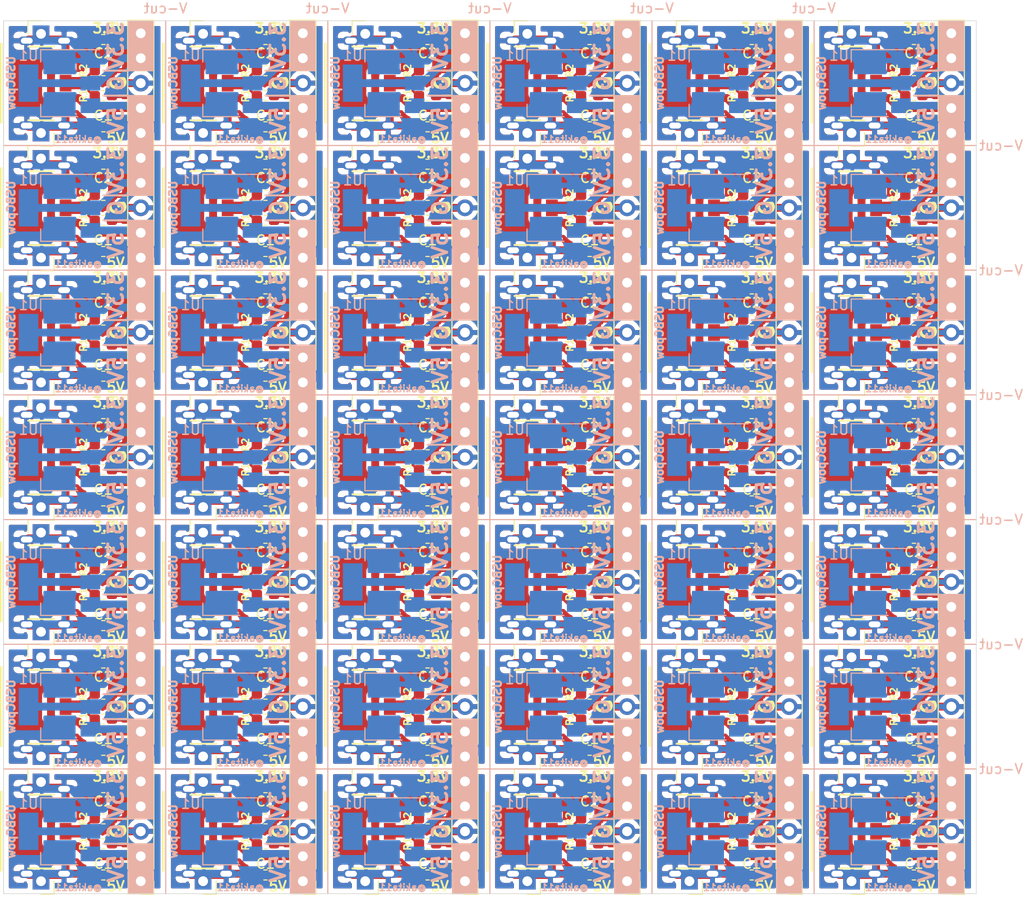
<source format=kicad_pcb>
(kicad_pcb (version 20171130) (host pcbnew "(5.1.5)-3")
  (layers (0 F.Cu signal) (31 B.Cu signal) (34 B.Paste user hide) (35 F.Paste user hide) (36 B.SilkS user) (37 F.SilkS user hide) (38 B.Mask user hide) (39 F.Mask user hide) (44 Edge.Cuts user))
  (net 0 "")
  (net 1 "Net-(C1-Pad2)")
  (net 2 "Net-(C1-Pad1)")
  (net 3 "Net-(C2-Pad1)")
  (net 4 "Net-(CN1-PadB5)")
  (net 5 "Net-(CN1-PadA5)")
  (module Package_TO_SOT_SMD:SOT-223-3_TabPin2 (layer B.Cu) (at 88.24 82.55 180)
    (fp_text reference U1 (at 3.15 2.794) (layer B.SilkS) (effects (justify mirror)))
    (fp_text value LM1117-3.3)
    (pad 2 smd rect (at 3.15 0 180) (size 2 3.8) (layers B.Cu B.Paste B.Mask) (net 3 "Net-(C2-Pad1)"))
    (pad 2 smd rect (at -3.15 0 180) (size 2 1.5) (layers B.Cu B.Paste B.Mask) (net 3 "Net-(C2-Pad1)"))
    (pad 3 smd rect (at -3.15 -2.3 180) (size 2 1.5) (layers B.Cu B.Paste B.Mask) (net 2 "Net-(C1-Pad1)"))
    (pad 1 smd rect (at -3.15 2.3 180) (size 2 1.5) (layers B.Cu B.Paste B.Mask) (net 1 "Net-(C1-Pad2)"))
  )
  (module Package_TO_SOT_SMD:SOT-223-3_TabPin2 (layer B.Cu) (at 71.73 82.55 180)
    (fp_text reference U1 (at 3.15 2.794) (layer B.SilkS) (effects (justify mirror)))
    (fp_text value LM1117-3.3)
    (pad 2 smd rect (at 3.15 0 180) (size 2 3.8) (layers B.Cu B.Paste B.Mask) (net 3 "Net-(C2-Pad1)"))
    (pad 2 smd rect (at -3.15 0 180) (size 2 1.5) (layers B.Cu B.Paste B.Mask) (net 3 "Net-(C2-Pad1)"))
    (pad 3 smd rect (at -3.15 -2.3 180) (size 2 1.5) (layers B.Cu B.Paste B.Mask) (net 2 "Net-(C1-Pad1)"))
    (pad 1 smd rect (at -3.15 2.3 180) (size 2 1.5) (layers B.Cu B.Paste B.Mask) (net 1 "Net-(C1-Pad2)"))
  )
  (module Package_TO_SOT_SMD:SOT-223-3_TabPin2 (layer B.Cu) (at 55.22 82.55 180)
    (fp_text reference U1 (at 3.15 2.794) (layer B.SilkS) (effects (justify mirror)))
    (fp_text value LM1117-3.3)
    (pad 2 smd rect (at 3.15 0 180) (size 2 3.8) (layers B.Cu B.Paste B.Mask) (net 3 "Net-(C2-Pad1)"))
    (pad 2 smd rect (at -3.15 0 180) (size 2 1.5) (layers B.Cu B.Paste B.Mask) (net 3 "Net-(C2-Pad1)"))
    (pad 3 smd rect (at -3.15 -2.3 180) (size 2 1.5) (layers B.Cu B.Paste B.Mask) (net 2 "Net-(C1-Pad1)"))
    (pad 1 smd rect (at -3.15 2.3 180) (size 2 1.5) (layers B.Cu B.Paste B.Mask) (net 1 "Net-(C1-Pad2)"))
  )
  (module Package_TO_SOT_SMD:SOT-223-3_TabPin2 (layer B.Cu) (at 38.71 82.55 180)
    (fp_text reference U1 (at 3.15 2.794) (layer B.SilkS) (effects (justify mirror)))
    (fp_text value LM1117-3.3)
    (pad 2 smd rect (at 3.15 0 180) (size 2 3.8) (layers B.Cu B.Paste B.Mask) (net 3 "Net-(C2-Pad1)"))
    (pad 2 smd rect (at -3.15 0 180) (size 2 1.5) (layers B.Cu B.Paste B.Mask) (net 3 "Net-(C2-Pad1)"))
    (pad 3 smd rect (at -3.15 -2.3 180) (size 2 1.5) (layers B.Cu B.Paste B.Mask) (net 2 "Net-(C1-Pad1)"))
    (pad 1 smd rect (at -3.15 2.3 180) (size 2 1.5) (layers B.Cu B.Paste B.Mask) (net 1 "Net-(C1-Pad2)"))
  )
  (module Package_TO_SOT_SMD:SOT-223-3_TabPin2 (layer B.Cu) (at 22.2 82.55 180)
    (fp_text reference U1 (at 3.15 2.794) (layer B.SilkS) (effects (justify mirror)))
    (fp_text value LM1117-3.3)
    (pad 2 smd rect (at 3.15 0 180) (size 2 3.8) (layers B.Cu B.Paste B.Mask) (net 3 "Net-(C2-Pad1)"))
    (pad 2 smd rect (at -3.15 0 180) (size 2 1.5) (layers B.Cu B.Paste B.Mask) (net 3 "Net-(C2-Pad1)"))
    (pad 3 smd rect (at -3.15 -2.3 180) (size 2 1.5) (layers B.Cu B.Paste B.Mask) (net 2 "Net-(C1-Pad1)"))
    (pad 1 smd rect (at -3.15 2.3 180) (size 2 1.5) (layers B.Cu B.Paste B.Mask) (net 1 "Net-(C1-Pad2)"))
  )
  (module Package_TO_SOT_SMD:SOT-223-3_TabPin2 (layer B.Cu) (at 5.69 82.55 180)
    (fp_text reference U1 (at 3.15 2.794) (layer B.SilkS) (effects (justify mirror)))
    (fp_text value LM1117-3.3)
    (pad 2 smd rect (at 3.15 0 180) (size 2 3.8) (layers B.Cu B.Paste B.Mask) (net 3 "Net-(C2-Pad1)"))
    (pad 2 smd rect (at -3.15 0 180) (size 2 1.5) (layers B.Cu B.Paste B.Mask) (net 3 "Net-(C2-Pad1)"))
    (pad 3 smd rect (at -3.15 -2.3 180) (size 2 1.5) (layers B.Cu B.Paste B.Mask) (net 2 "Net-(C1-Pad1)"))
    (pad 1 smd rect (at -3.15 2.3 180) (size 2 1.5) (layers B.Cu B.Paste B.Mask) (net 1 "Net-(C1-Pad2)"))
  )
  (module Package_TO_SOT_SMD:SOT-223-3_TabPin2 (layer B.Cu) (at 88.24 69.85 180)
    (fp_text reference U1 (at 3.15 2.794) (layer B.SilkS) (effects (justify mirror)))
    (fp_text value LM1117-3.3)
    (pad 2 smd rect (at 3.15 0 180) (size 2 3.8) (layers B.Cu B.Paste B.Mask) (net 3 "Net-(C2-Pad1)"))
    (pad 2 smd rect (at -3.15 0 180) (size 2 1.5) (layers B.Cu B.Paste B.Mask) (net 3 "Net-(C2-Pad1)"))
    (pad 3 smd rect (at -3.15 -2.3 180) (size 2 1.5) (layers B.Cu B.Paste B.Mask) (net 2 "Net-(C1-Pad1)"))
    (pad 1 smd rect (at -3.15 2.3 180) (size 2 1.5) (layers B.Cu B.Paste B.Mask) (net 1 "Net-(C1-Pad2)"))
  )
  (module Package_TO_SOT_SMD:SOT-223-3_TabPin2 (layer B.Cu) (at 71.73 69.85 180)
    (fp_text reference U1 (at 3.15 2.794) (layer B.SilkS) (effects (justify mirror)))
    (fp_text value LM1117-3.3)
    (pad 2 smd rect (at 3.15 0 180) (size 2 3.8) (layers B.Cu B.Paste B.Mask) (net 3 "Net-(C2-Pad1)"))
    (pad 2 smd rect (at -3.15 0 180) (size 2 1.5) (layers B.Cu B.Paste B.Mask) (net 3 "Net-(C2-Pad1)"))
    (pad 3 smd rect (at -3.15 -2.3 180) (size 2 1.5) (layers B.Cu B.Paste B.Mask) (net 2 "Net-(C1-Pad1)"))
    (pad 1 smd rect (at -3.15 2.3 180) (size 2 1.5) (layers B.Cu B.Paste B.Mask) (net 1 "Net-(C1-Pad2)"))
  )
  (module Package_TO_SOT_SMD:SOT-223-3_TabPin2 (layer B.Cu) (at 55.22 69.85 180)
    (fp_text reference U1 (at 3.15 2.794) (layer B.SilkS) (effects (justify mirror)))
    (fp_text value LM1117-3.3)
    (pad 2 smd rect (at 3.15 0 180) (size 2 3.8) (layers B.Cu B.Paste B.Mask) (net 3 "Net-(C2-Pad1)"))
    (pad 2 smd rect (at -3.15 0 180) (size 2 1.5) (layers B.Cu B.Paste B.Mask) (net 3 "Net-(C2-Pad1)"))
    (pad 3 smd rect (at -3.15 -2.3 180) (size 2 1.5) (layers B.Cu B.Paste B.Mask) (net 2 "Net-(C1-Pad1)"))
    (pad 1 smd rect (at -3.15 2.3 180) (size 2 1.5) (layers B.Cu B.Paste B.Mask) (net 1 "Net-(C1-Pad2)"))
  )
  (module Package_TO_SOT_SMD:SOT-223-3_TabPin2 (layer B.Cu) (at 38.71 69.85 180)
    (fp_text reference U1 (at 3.15 2.794) (layer B.SilkS) (effects (justify mirror)))
    (fp_text value LM1117-3.3)
    (pad 2 smd rect (at 3.15 0 180) (size 2 3.8) (layers B.Cu B.Paste B.Mask) (net 3 "Net-(C2-Pad1)"))
    (pad 2 smd rect (at -3.15 0 180) (size 2 1.5) (layers B.Cu B.Paste B.Mask) (net 3 "Net-(C2-Pad1)"))
    (pad 3 smd rect (at -3.15 -2.3 180) (size 2 1.5) (layers B.Cu B.Paste B.Mask) (net 2 "Net-(C1-Pad1)"))
    (pad 1 smd rect (at -3.15 2.3 180) (size 2 1.5) (layers B.Cu B.Paste B.Mask) (net 1 "Net-(C1-Pad2)"))
  )
  (module Package_TO_SOT_SMD:SOT-223-3_TabPin2 (layer B.Cu) (at 22.2 69.85 180)
    (fp_text reference U1 (at 3.15 2.794) (layer B.SilkS) (effects (justify mirror)))
    (fp_text value LM1117-3.3)
    (pad 2 smd rect (at 3.15 0 180) (size 2 3.8) (layers B.Cu B.Paste B.Mask) (net 3 "Net-(C2-Pad1)"))
    (pad 2 smd rect (at -3.15 0 180) (size 2 1.5) (layers B.Cu B.Paste B.Mask) (net 3 "Net-(C2-Pad1)"))
    (pad 3 smd rect (at -3.15 -2.3 180) (size 2 1.5) (layers B.Cu B.Paste B.Mask) (net 2 "Net-(C1-Pad1)"))
    (pad 1 smd rect (at -3.15 2.3 180) (size 2 1.5) (layers B.Cu B.Paste B.Mask) (net 1 "Net-(C1-Pad2)"))
  )
  (module Package_TO_SOT_SMD:SOT-223-3_TabPin2 (layer B.Cu) (at 5.69 69.85 180)
    (fp_text reference U1 (at 3.15 2.794) (layer B.SilkS) (effects (justify mirror)))
    (fp_text value LM1117-3.3)
    (pad 2 smd rect (at 3.15 0 180) (size 2 3.8) (layers B.Cu B.Paste B.Mask) (net 3 "Net-(C2-Pad1)"))
    (pad 2 smd rect (at -3.15 0 180) (size 2 1.5) (layers B.Cu B.Paste B.Mask) (net 3 "Net-(C2-Pad1)"))
    (pad 3 smd rect (at -3.15 -2.3 180) (size 2 1.5) (layers B.Cu B.Paste B.Mask) (net 2 "Net-(C1-Pad1)"))
    (pad 1 smd rect (at -3.15 2.3 180) (size 2 1.5) (layers B.Cu B.Paste B.Mask) (net 1 "Net-(C1-Pad2)"))
  )
  (module Package_TO_SOT_SMD:SOT-223-3_TabPin2 (layer B.Cu) (at 88.24 57.15 180)
    (fp_text reference U1 (at 3.15 2.794) (layer B.SilkS) (effects (justify mirror)))
    (fp_text value LM1117-3.3)
    (pad 2 smd rect (at 3.15 0 180) (size 2 3.8) (layers B.Cu B.Paste B.Mask) (net 3 "Net-(C2-Pad1)"))
    (pad 2 smd rect (at -3.15 0 180) (size 2 1.5) (layers B.Cu B.Paste B.Mask) (net 3 "Net-(C2-Pad1)"))
    (pad 3 smd rect (at -3.15 -2.3 180) (size 2 1.5) (layers B.Cu B.Paste B.Mask) (net 2 "Net-(C1-Pad1)"))
    (pad 1 smd rect (at -3.15 2.3 180) (size 2 1.5) (layers B.Cu B.Paste B.Mask) (net 1 "Net-(C1-Pad2)"))
  )
  (module Package_TO_SOT_SMD:SOT-223-3_TabPin2 (layer B.Cu) (at 71.73 57.15 180)
    (fp_text reference U1 (at 3.15 2.794) (layer B.SilkS) (effects (justify mirror)))
    (fp_text value LM1117-3.3)
    (pad 2 smd rect (at 3.15 0 180) (size 2 3.8) (layers B.Cu B.Paste B.Mask) (net 3 "Net-(C2-Pad1)"))
    (pad 2 smd rect (at -3.15 0 180) (size 2 1.5) (layers B.Cu B.Paste B.Mask) (net 3 "Net-(C2-Pad1)"))
    (pad 3 smd rect (at -3.15 -2.3 180) (size 2 1.5) (layers B.Cu B.Paste B.Mask) (net 2 "Net-(C1-Pad1)"))
    (pad 1 smd rect (at -3.15 2.3 180) (size 2 1.5) (layers B.Cu B.Paste B.Mask) (net 1 "Net-(C1-Pad2)"))
  )
  (module Package_TO_SOT_SMD:SOT-223-3_TabPin2 (layer B.Cu) (at 55.22 57.15 180)
    (fp_text reference U1 (at 3.15 2.794) (layer B.SilkS) (effects (justify mirror)))
    (fp_text value LM1117-3.3)
    (pad 2 smd rect (at 3.15 0 180) (size 2 3.8) (layers B.Cu B.Paste B.Mask) (net 3 "Net-(C2-Pad1)"))
    (pad 2 smd rect (at -3.15 0 180) (size 2 1.5) (layers B.Cu B.Paste B.Mask) (net 3 "Net-(C2-Pad1)"))
    (pad 3 smd rect (at -3.15 -2.3 180) (size 2 1.5) (layers B.Cu B.Paste B.Mask) (net 2 "Net-(C1-Pad1)"))
    (pad 1 smd rect (at -3.15 2.3 180) (size 2 1.5) (layers B.Cu B.Paste B.Mask) (net 1 "Net-(C1-Pad2)"))
  )
  (module Package_TO_SOT_SMD:SOT-223-3_TabPin2 (layer B.Cu) (at 38.71 57.15 180)
    (fp_text reference U1 (at 3.15 2.794) (layer B.SilkS) (effects (justify mirror)))
    (fp_text value LM1117-3.3)
    (pad 2 smd rect (at 3.15 0 180) (size 2 3.8) (layers B.Cu B.Paste B.Mask) (net 3 "Net-(C2-Pad1)"))
    (pad 2 smd rect (at -3.15 0 180) (size 2 1.5) (layers B.Cu B.Paste B.Mask) (net 3 "Net-(C2-Pad1)"))
    (pad 3 smd rect (at -3.15 -2.3 180) (size 2 1.5) (layers B.Cu B.Paste B.Mask) (net 2 "Net-(C1-Pad1)"))
    (pad 1 smd rect (at -3.15 2.3 180) (size 2 1.5) (layers B.Cu B.Paste B.Mask) (net 1 "Net-(C1-Pad2)"))
  )
  (module Package_TO_SOT_SMD:SOT-223-3_TabPin2 (layer B.Cu) (at 22.2 57.15 180)
    (fp_text reference U1 (at 3.15 2.794) (layer B.SilkS) (effects (justify mirror)))
    (fp_text value LM1117-3.3)
    (pad 2 smd rect (at 3.15 0 180) (size 2 3.8) (layers B.Cu B.Paste B.Mask) (net 3 "Net-(C2-Pad1)"))
    (pad 2 smd rect (at -3.15 0 180) (size 2 1.5) (layers B.Cu B.Paste B.Mask) (net 3 "Net-(C2-Pad1)"))
    (pad 3 smd rect (at -3.15 -2.3 180) (size 2 1.5) (layers B.Cu B.Paste B.Mask) (net 2 "Net-(C1-Pad1)"))
    (pad 1 smd rect (at -3.15 2.3 180) (size 2 1.5) (layers B.Cu B.Paste B.Mask) (net 1 "Net-(C1-Pad2)"))
  )
  (module Package_TO_SOT_SMD:SOT-223-3_TabPin2 (layer B.Cu) (at 5.69 57.15 180)
    (fp_text reference U1 (at 3.15 2.794) (layer B.SilkS) (effects (justify mirror)))
    (fp_text value LM1117-3.3)
    (pad 2 smd rect (at 3.15 0 180) (size 2 3.8) (layers B.Cu B.Paste B.Mask) (net 3 "Net-(C2-Pad1)"))
    (pad 2 smd rect (at -3.15 0 180) (size 2 1.5) (layers B.Cu B.Paste B.Mask) (net 3 "Net-(C2-Pad1)"))
    (pad 3 smd rect (at -3.15 -2.3 180) (size 2 1.5) (layers B.Cu B.Paste B.Mask) (net 2 "Net-(C1-Pad1)"))
    (pad 1 smd rect (at -3.15 2.3 180) (size 2 1.5) (layers B.Cu B.Paste B.Mask) (net 1 "Net-(C1-Pad2)"))
  )
  (module Package_TO_SOT_SMD:SOT-223-3_TabPin2 (layer B.Cu) (at 88.24 44.45 180)
    (fp_text reference U1 (at 3.15 2.794) (layer B.SilkS) (effects (justify mirror)))
    (fp_text value LM1117-3.3)
    (pad 2 smd rect (at 3.15 0 180) (size 2 3.8) (layers B.Cu B.Paste B.Mask) (net 3 "Net-(C2-Pad1)"))
    (pad 2 smd rect (at -3.15 0 180) (size 2 1.5) (layers B.Cu B.Paste B.Mask) (net 3 "Net-(C2-Pad1)"))
    (pad 3 smd rect (at -3.15 -2.3 180) (size 2 1.5) (layers B.Cu B.Paste B.Mask) (net 2 "Net-(C1-Pad1)"))
    (pad 1 smd rect (at -3.15 2.3 180) (size 2 1.5) (layers B.Cu B.Paste B.Mask) (net 1 "Net-(C1-Pad2)"))
  )
  (module Package_TO_SOT_SMD:SOT-223-3_TabPin2 (layer B.Cu) (at 71.73 44.45 180)
    (fp_text reference U1 (at 3.15 2.794) (layer B.SilkS) (effects (justify mirror)))
    (fp_text value LM1117-3.3)
    (pad 2 smd rect (at 3.15 0 180) (size 2 3.8) (layers B.Cu B.Paste B.Mask) (net 3 "Net-(C2-Pad1)"))
    (pad 2 smd rect (at -3.15 0 180) (size 2 1.5) (layers B.Cu B.Paste B.Mask) (net 3 "Net-(C2-Pad1)"))
    (pad 3 smd rect (at -3.15 -2.3 180) (size 2 1.5) (layers B.Cu B.Paste B.Mask) (net 2 "Net-(C1-Pad1)"))
    (pad 1 smd rect (at -3.15 2.3 180) (size 2 1.5) (layers B.Cu B.Paste B.Mask) (net 1 "Net-(C1-Pad2)"))
  )
  (module Package_TO_SOT_SMD:SOT-223-3_TabPin2 (layer B.Cu) (at 55.22 44.45 180)
    (fp_text reference U1 (at 3.15 2.794) (layer B.SilkS) (effects (justify mirror)))
    (fp_text value LM1117-3.3)
    (pad 2 smd rect (at 3.15 0 180) (size 2 3.8) (layers B.Cu B.Paste B.Mask) (net 3 "Net-(C2-Pad1)"))
    (pad 2 smd rect (at -3.15 0 180) (size 2 1.5) (layers B.Cu B.Paste B.Mask) (net 3 "Net-(C2-Pad1)"))
    (pad 3 smd rect (at -3.15 -2.3 180) (size 2 1.5) (layers B.Cu B.Paste B.Mask) (net 2 "Net-(C1-Pad1)"))
    (pad 1 smd rect (at -3.15 2.3 180) (size 2 1.5) (layers B.Cu B.Paste B.Mask) (net 1 "Net-(C1-Pad2)"))
  )
  (module Package_TO_SOT_SMD:SOT-223-3_TabPin2 (layer B.Cu) (at 38.71 44.45 180)
    (fp_text reference U1 (at 3.15 2.794) (layer B.SilkS) (effects (justify mirror)))
    (fp_text value LM1117-3.3)
    (pad 2 smd rect (at 3.15 0 180) (size 2 3.8) (layers B.Cu B.Paste B.Mask) (net 3 "Net-(C2-Pad1)"))
    (pad 2 smd rect (at -3.15 0 180) (size 2 1.5) (layers B.Cu B.Paste B.Mask) (net 3 "Net-(C2-Pad1)"))
    (pad 3 smd rect (at -3.15 -2.3 180) (size 2 1.5) (layers B.Cu B.Paste B.Mask) (net 2 "Net-(C1-Pad1)"))
    (pad 1 smd rect (at -3.15 2.3 180) (size 2 1.5) (layers B.Cu B.Paste B.Mask) (net 1 "Net-(C1-Pad2)"))
  )
  (module Package_TO_SOT_SMD:SOT-223-3_TabPin2 (layer B.Cu) (at 22.2 44.45 180)
    (fp_text reference U1 (at 3.15 2.794) (layer B.SilkS) (effects (justify mirror)))
    (fp_text value LM1117-3.3)
    (pad 2 smd rect (at 3.15 0 180) (size 2 3.8) (layers B.Cu B.Paste B.Mask) (net 3 "Net-(C2-Pad1)"))
    (pad 2 smd rect (at -3.15 0 180) (size 2 1.5) (layers B.Cu B.Paste B.Mask) (net 3 "Net-(C2-Pad1)"))
    (pad 3 smd rect (at -3.15 -2.3 180) (size 2 1.5) (layers B.Cu B.Paste B.Mask) (net 2 "Net-(C1-Pad1)"))
    (pad 1 smd rect (at -3.15 2.3 180) (size 2 1.5) (layers B.Cu B.Paste B.Mask) (net 1 "Net-(C1-Pad2)"))
  )
  (module Package_TO_SOT_SMD:SOT-223-3_TabPin2 (layer B.Cu) (at 5.69 44.45 180)
    (fp_text reference U1 (at 3.15 2.794) (layer B.SilkS) (effects (justify mirror)))
    (fp_text value LM1117-3.3)
    (pad 2 smd rect (at 3.15 0 180) (size 2 3.8) (layers B.Cu B.Paste B.Mask) (net 3 "Net-(C2-Pad1)"))
    (pad 2 smd rect (at -3.15 0 180) (size 2 1.5) (layers B.Cu B.Paste B.Mask) (net 3 "Net-(C2-Pad1)"))
    (pad 3 smd rect (at -3.15 -2.3 180) (size 2 1.5) (layers B.Cu B.Paste B.Mask) (net 2 "Net-(C1-Pad1)"))
    (pad 1 smd rect (at -3.15 2.3 180) (size 2 1.5) (layers B.Cu B.Paste B.Mask) (net 1 "Net-(C1-Pad2)"))
  )
  (module Package_TO_SOT_SMD:SOT-223-3_TabPin2 (layer B.Cu) (at 88.24 31.75 180)
    (fp_text reference U1 (at 3.15 2.794) (layer B.SilkS) (effects (justify mirror)))
    (fp_text value LM1117-3.3)
    (pad 2 smd rect (at 3.15 0 180) (size 2 3.8) (layers B.Cu B.Paste B.Mask) (net 3 "Net-(C2-Pad1)"))
    (pad 2 smd rect (at -3.15 0 180) (size 2 1.5) (layers B.Cu B.Paste B.Mask) (net 3 "Net-(C2-Pad1)"))
    (pad 3 smd rect (at -3.15 -2.3 180) (size 2 1.5) (layers B.Cu B.Paste B.Mask) (net 2 "Net-(C1-Pad1)"))
    (pad 1 smd rect (at -3.15 2.3 180) (size 2 1.5) (layers B.Cu B.Paste B.Mask) (net 1 "Net-(C1-Pad2)"))
  )
  (module Package_TO_SOT_SMD:SOT-223-3_TabPin2 (layer B.Cu) (at 71.73 31.75 180)
    (fp_text reference U1 (at 3.15 2.794) (layer B.SilkS) (effects (justify mirror)))
    (fp_text value LM1117-3.3)
    (pad 2 smd rect (at 3.15 0 180) (size 2 3.8) (layers B.Cu B.Paste B.Mask) (net 3 "Net-(C2-Pad1)"))
    (pad 2 smd rect (at -3.15 0 180) (size 2 1.5) (layers B.Cu B.Paste B.Mask) (net 3 "Net-(C2-Pad1)"))
    (pad 3 smd rect (at -3.15 -2.3 180) (size 2 1.5) (layers B.Cu B.Paste B.Mask) (net 2 "Net-(C1-Pad1)"))
    (pad 1 smd rect (at -3.15 2.3 180) (size 2 1.5) (layers B.Cu B.Paste B.Mask) (net 1 "Net-(C1-Pad2)"))
  )
  (module Package_TO_SOT_SMD:SOT-223-3_TabPin2 (layer B.Cu) (at 55.22 31.75 180)
    (fp_text reference U1 (at 3.15 2.794) (layer B.SilkS) (effects (justify mirror)))
    (fp_text value LM1117-3.3)
    (pad 2 smd rect (at 3.15 0 180) (size 2 3.8) (layers B.Cu B.Paste B.Mask) (net 3 "Net-(C2-Pad1)"))
    (pad 2 smd rect (at -3.15 0 180) (size 2 1.5) (layers B.Cu B.Paste B.Mask) (net 3 "Net-(C2-Pad1)"))
    (pad 3 smd rect (at -3.15 -2.3 180) (size 2 1.5) (layers B.Cu B.Paste B.Mask) (net 2 "Net-(C1-Pad1)"))
    (pad 1 smd rect (at -3.15 2.3 180) (size 2 1.5) (layers B.Cu B.Paste B.Mask) (net 1 "Net-(C1-Pad2)"))
  )
  (module Package_TO_SOT_SMD:SOT-223-3_TabPin2 (layer B.Cu) (at 38.71 31.75 180)
    (fp_text reference U1 (at 3.15 2.794) (layer B.SilkS) (effects (justify mirror)))
    (fp_text value LM1117-3.3)
    (pad 2 smd rect (at 3.15 0 180) (size 2 3.8) (layers B.Cu B.Paste B.Mask) (net 3 "Net-(C2-Pad1)"))
    (pad 2 smd rect (at -3.15 0 180) (size 2 1.5) (layers B.Cu B.Paste B.Mask) (net 3 "Net-(C2-Pad1)"))
    (pad 3 smd rect (at -3.15 -2.3 180) (size 2 1.5) (layers B.Cu B.Paste B.Mask) (net 2 "Net-(C1-Pad1)"))
    (pad 1 smd rect (at -3.15 2.3 180) (size 2 1.5) (layers B.Cu B.Paste B.Mask) (net 1 "Net-(C1-Pad2)"))
  )
  (module Package_TO_SOT_SMD:SOT-223-3_TabPin2 (layer B.Cu) (at 22.2 31.75 180)
    (fp_text reference U1 (at 3.15 2.794) (layer B.SilkS) (effects (justify mirror)))
    (fp_text value LM1117-3.3)
    (pad 2 smd rect (at 3.15 0 180) (size 2 3.8) (layers B.Cu B.Paste B.Mask) (net 3 "Net-(C2-Pad1)"))
    (pad 2 smd rect (at -3.15 0 180) (size 2 1.5) (layers B.Cu B.Paste B.Mask) (net 3 "Net-(C2-Pad1)"))
    (pad 3 smd rect (at -3.15 -2.3 180) (size 2 1.5) (layers B.Cu B.Paste B.Mask) (net 2 "Net-(C1-Pad1)"))
    (pad 1 smd rect (at -3.15 2.3 180) (size 2 1.5) (layers B.Cu B.Paste B.Mask) (net 1 "Net-(C1-Pad2)"))
  )
  (module Package_TO_SOT_SMD:SOT-223-3_TabPin2 (layer B.Cu) (at 5.69 31.75 180)
    (fp_text reference U1 (at 3.15 2.794) (layer B.SilkS) (effects (justify mirror)))
    (fp_text value LM1117-3.3)
    (pad 2 smd rect (at 3.15 0 180) (size 2 3.8) (layers B.Cu B.Paste B.Mask) (net 3 "Net-(C2-Pad1)"))
    (pad 2 smd rect (at -3.15 0 180) (size 2 1.5) (layers B.Cu B.Paste B.Mask) (net 3 "Net-(C2-Pad1)"))
    (pad 3 smd rect (at -3.15 -2.3 180) (size 2 1.5) (layers B.Cu B.Paste B.Mask) (net 2 "Net-(C1-Pad1)"))
    (pad 1 smd rect (at -3.15 2.3 180) (size 2 1.5) (layers B.Cu B.Paste B.Mask) (net 1 "Net-(C1-Pad2)"))
  )
  (module Package_TO_SOT_SMD:SOT-223-3_TabPin2 (layer B.Cu) (at 88.24 19.05 180)
    (fp_text reference U1 (at 3.15 2.794) (layer B.SilkS) (effects (justify mirror)))
    (fp_text value LM1117-3.3)
    (pad 2 smd rect (at 3.15 0 180) (size 2 3.8) (layers B.Cu B.Paste B.Mask) (net 3 "Net-(C2-Pad1)"))
    (pad 2 smd rect (at -3.15 0 180) (size 2 1.5) (layers B.Cu B.Paste B.Mask) (net 3 "Net-(C2-Pad1)"))
    (pad 3 smd rect (at -3.15 -2.3 180) (size 2 1.5) (layers B.Cu B.Paste B.Mask) (net 2 "Net-(C1-Pad1)"))
    (pad 1 smd rect (at -3.15 2.3 180) (size 2 1.5) (layers B.Cu B.Paste B.Mask) (net 1 "Net-(C1-Pad2)"))
  )
  (module Package_TO_SOT_SMD:SOT-223-3_TabPin2 (layer B.Cu) (at 71.73 19.05 180)
    (fp_text reference U1 (at 3.15 2.794) (layer B.SilkS) (effects (justify mirror)))
    (fp_text value LM1117-3.3)
    (pad 2 smd rect (at 3.15 0 180) (size 2 3.8) (layers B.Cu B.Paste B.Mask) (net 3 "Net-(C2-Pad1)"))
    (pad 2 smd rect (at -3.15 0 180) (size 2 1.5) (layers B.Cu B.Paste B.Mask) (net 3 "Net-(C2-Pad1)"))
    (pad 3 smd rect (at -3.15 -2.3 180) (size 2 1.5) (layers B.Cu B.Paste B.Mask) (net 2 "Net-(C1-Pad1)"))
    (pad 1 smd rect (at -3.15 2.3 180) (size 2 1.5) (layers B.Cu B.Paste B.Mask) (net 1 "Net-(C1-Pad2)"))
  )
  (module Package_TO_SOT_SMD:SOT-223-3_TabPin2 (layer B.Cu) (at 55.22 19.05 180)
    (fp_text reference U1 (at 3.15 2.794) (layer B.SilkS) (effects (justify mirror)))
    (fp_text value LM1117-3.3)
    (pad 2 smd rect (at 3.15 0 180) (size 2 3.8) (layers B.Cu B.Paste B.Mask) (net 3 "Net-(C2-Pad1)"))
    (pad 2 smd rect (at -3.15 0 180) (size 2 1.5) (layers B.Cu B.Paste B.Mask) (net 3 "Net-(C2-Pad1)"))
    (pad 3 smd rect (at -3.15 -2.3 180) (size 2 1.5) (layers B.Cu B.Paste B.Mask) (net 2 "Net-(C1-Pad1)"))
    (pad 1 smd rect (at -3.15 2.3 180) (size 2 1.5) (layers B.Cu B.Paste B.Mask) (net 1 "Net-(C1-Pad2)"))
  )
  (module Package_TO_SOT_SMD:SOT-223-3_TabPin2 (layer B.Cu) (at 38.71 19.05 180)
    (fp_text reference U1 (at 3.15 2.794) (layer B.SilkS) (effects (justify mirror)))
    (fp_text value LM1117-3.3)
    (pad 2 smd rect (at 3.15 0 180) (size 2 3.8) (layers B.Cu B.Paste B.Mask) (net 3 "Net-(C2-Pad1)"))
    (pad 2 smd rect (at -3.15 0 180) (size 2 1.5) (layers B.Cu B.Paste B.Mask) (net 3 "Net-(C2-Pad1)"))
    (pad 3 smd rect (at -3.15 -2.3 180) (size 2 1.5) (layers B.Cu B.Paste B.Mask) (net 2 "Net-(C1-Pad1)"))
    (pad 1 smd rect (at -3.15 2.3 180) (size 2 1.5) (layers B.Cu B.Paste B.Mask) (net 1 "Net-(C1-Pad2)"))
  )
  (module Package_TO_SOT_SMD:SOT-223-3_TabPin2 (layer B.Cu) (at 22.2 19.05 180)
    (fp_text reference U1 (at 3.15 2.794) (layer B.SilkS) (effects (justify mirror)))
    (fp_text value LM1117-3.3)
    (pad 2 smd rect (at 3.15 0 180) (size 2 3.8) (layers B.Cu B.Paste B.Mask) (net 3 "Net-(C2-Pad1)"))
    (pad 2 smd rect (at -3.15 0 180) (size 2 1.5) (layers B.Cu B.Paste B.Mask) (net 3 "Net-(C2-Pad1)"))
    (pad 3 smd rect (at -3.15 -2.3 180) (size 2 1.5) (layers B.Cu B.Paste B.Mask) (net 2 "Net-(C1-Pad1)"))
    (pad 1 smd rect (at -3.15 2.3 180) (size 2 1.5) (layers B.Cu B.Paste B.Mask) (net 1 "Net-(C1-Pad2)"))
  )
  (module Package_TO_SOT_SMD:SOT-223-3_TabPin2 (layer B.Cu) (at 5.69 19.05 180)
    (fp_text reference U1 (at 3.15 2.794) (layer B.SilkS) (effects (justify mirror)))
    (fp_text value LM1117-3.3)
    (pad 2 smd rect (at 3.15 0 180) (size 2 3.8) (layers B.Cu B.Paste B.Mask) (net 3 "Net-(C2-Pad1)"))
    (pad 2 smd rect (at -3.15 0 180) (size 2 1.5) (layers B.Cu B.Paste B.Mask) (net 3 "Net-(C2-Pad1)"))
    (pad 3 smd rect (at -3.15 -2.3 180) (size 2 1.5) (layers B.Cu B.Paste B.Mask) (net 2 "Net-(C1-Pad1)"))
    (pad 1 smd rect (at -3.15 2.3 180) (size 2 1.5) (layers B.Cu B.Paste B.Mask) (net 1 "Net-(C1-Pad2)"))
  )
  (module Package_TO_SOT_SMD:SOT-223-3_TabPin2 (layer B.Cu) (at 88.24 6.35 180)
    (fp_text reference U1 (at 3.15 2.794) (layer B.SilkS) (effects (justify mirror)))
    (fp_text value LM1117-3.3)
    (pad 2 smd rect (at 3.15 0 180) (size 2 3.8) (layers B.Cu B.Paste B.Mask) (net 3 "Net-(C2-Pad1)"))
    (pad 2 smd rect (at -3.15 0 180) (size 2 1.5) (layers B.Cu B.Paste B.Mask) (net 3 "Net-(C2-Pad1)"))
    (pad 3 smd rect (at -3.15 -2.3 180) (size 2 1.5) (layers B.Cu B.Paste B.Mask) (net 2 "Net-(C1-Pad1)"))
    (pad 1 smd rect (at -3.15 2.3 180) (size 2 1.5) (layers B.Cu B.Paste B.Mask) (net 1 "Net-(C1-Pad2)"))
  )
  (module Package_TO_SOT_SMD:SOT-223-3_TabPin2 (layer B.Cu) (at 71.73 6.35 180)
    (fp_text reference U1 (at 3.15 2.794) (layer B.SilkS) (effects (justify mirror)))
    (fp_text value LM1117-3.3)
    (pad 2 smd rect (at 3.15 0 180) (size 2 3.8) (layers B.Cu B.Paste B.Mask) (net 3 "Net-(C2-Pad1)"))
    (pad 2 smd rect (at -3.15 0 180) (size 2 1.5) (layers B.Cu B.Paste B.Mask) (net 3 "Net-(C2-Pad1)"))
    (pad 3 smd rect (at -3.15 -2.3 180) (size 2 1.5) (layers B.Cu B.Paste B.Mask) (net 2 "Net-(C1-Pad1)"))
    (pad 1 smd rect (at -3.15 2.3 180) (size 2 1.5) (layers B.Cu B.Paste B.Mask) (net 1 "Net-(C1-Pad2)"))
  )
  (module Package_TO_SOT_SMD:SOT-223-3_TabPin2 (layer B.Cu) (at 55.22 6.35 180)
    (fp_text reference U1 (at 3.15 2.794) (layer B.SilkS) (effects (justify mirror)))
    (fp_text value LM1117-3.3)
    (pad 2 smd rect (at 3.15 0 180) (size 2 3.8) (layers B.Cu B.Paste B.Mask) (net 3 "Net-(C2-Pad1)"))
    (pad 2 smd rect (at -3.15 0 180) (size 2 1.5) (layers B.Cu B.Paste B.Mask) (net 3 "Net-(C2-Pad1)"))
    (pad 3 smd rect (at -3.15 -2.3 180) (size 2 1.5) (layers B.Cu B.Paste B.Mask) (net 2 "Net-(C1-Pad1)"))
    (pad 1 smd rect (at -3.15 2.3 180) (size 2 1.5) (layers B.Cu B.Paste B.Mask) (net 1 "Net-(C1-Pad2)"))
  )
  (module Package_TO_SOT_SMD:SOT-223-3_TabPin2 (layer B.Cu) (at 38.71 6.35 180)
    (fp_text reference U1 (at 3.15 2.794) (layer B.SilkS) (effects (justify mirror)))
    (fp_text value LM1117-3.3)
    (pad 2 smd rect (at 3.15 0 180) (size 2 3.8) (layers B.Cu B.Paste B.Mask) (net 3 "Net-(C2-Pad1)"))
    (pad 2 smd rect (at -3.15 0 180) (size 2 1.5) (layers B.Cu B.Paste B.Mask) (net 3 "Net-(C2-Pad1)"))
    (pad 3 smd rect (at -3.15 -2.3 180) (size 2 1.5) (layers B.Cu B.Paste B.Mask) (net 2 "Net-(C1-Pad1)"))
    (pad 1 smd rect (at -3.15 2.3 180) (size 2 1.5) (layers B.Cu B.Paste B.Mask) (net 1 "Net-(C1-Pad2)"))
  )
  (module Package_TO_SOT_SMD:SOT-223-3_TabPin2 (layer B.Cu) (at 22.2 6.35 180)
    (fp_text reference U1 (at 3.15 2.794) (layer B.SilkS) (effects (justify mirror)))
    (fp_text value LM1117-3.3)
    (pad 2 smd rect (at 3.15 0 180) (size 2 3.8) (layers B.Cu B.Paste B.Mask) (net 3 "Net-(C2-Pad1)"))
    (pad 2 smd rect (at -3.15 0 180) (size 2 1.5) (layers B.Cu B.Paste B.Mask) (net 3 "Net-(C2-Pad1)"))
    (pad 3 smd rect (at -3.15 -2.3 180) (size 2 1.5) (layers B.Cu B.Paste B.Mask) (net 2 "Net-(C1-Pad1)"))
    (pad 1 smd rect (at -3.15 2.3 180) (size 2 1.5) (layers B.Cu B.Paste B.Mask) (net 1 "Net-(C1-Pad2)"))
  )
  (module Resistor_SMD:R_0603_1608Metric_Pad1.05x0.95mm_HandSolder (layer F.Cu) (at 92.71 83.82)
    (fp_text reference R1 (at -2.032 0 90) (layer F.SilkS) (effects (font (size 0.7 0.7))))
    (fp_text value 5.1k)
    (pad 1 smd roundrect (at -0.875 0) (size 1.05 0.95) (layers F.Cu F.Paste F.Mask) (net 4 "Net-(CN1-PadB5)"))
    (pad 2 smd roundrect (at 0.875 0) (size 1.05 0.95) (layers F.Cu F.Paste F.Mask) (net 1 "Net-(C1-Pad2)"))
  )
  (module Resistor_SMD:R_0603_1608Metric_Pad1.05x0.95mm_HandSolder (layer F.Cu) (at 76.2 83.82)
    (fp_text reference R1 (at -2.032 0 90) (layer F.SilkS) (effects (font (size 0.7 0.7))))
    (fp_text value 5.1k)
    (pad 1 smd roundrect (at -0.875 0) (size 1.05 0.95) (layers F.Cu F.Paste F.Mask) (net 4 "Net-(CN1-PadB5)"))
    (pad 2 smd roundrect (at 0.875 0) (size 1.05 0.95) (layers F.Cu F.Paste F.Mask) (net 1 "Net-(C1-Pad2)"))
  )
  (module Resistor_SMD:R_0603_1608Metric_Pad1.05x0.95mm_HandSolder (layer F.Cu) (at 59.69 83.82)
    (fp_text reference R1 (at -2.032 0 90) (layer F.SilkS) (effects (font (size 0.7 0.7))))
    (fp_text value 5.1k)
    (pad 1 smd roundrect (at -0.875 0) (size 1.05 0.95) (layers F.Cu F.Paste F.Mask) (net 4 "Net-(CN1-PadB5)"))
    (pad 2 smd roundrect (at 0.875 0) (size 1.05 0.95) (layers F.Cu F.Paste F.Mask) (net 1 "Net-(C1-Pad2)"))
  )
  (module Resistor_SMD:R_0603_1608Metric_Pad1.05x0.95mm_HandSolder (layer F.Cu) (at 43.18 83.82)
    (fp_text reference R1 (at -2.032 0 90) (layer F.SilkS) (effects (font (size 0.7 0.7))))
    (fp_text value 5.1k)
    (pad 1 smd roundrect (at -0.875 0) (size 1.05 0.95) (layers F.Cu F.Paste F.Mask) (net 4 "Net-(CN1-PadB5)"))
    (pad 2 smd roundrect (at 0.875 0) (size 1.05 0.95) (layers F.Cu F.Paste F.Mask) (net 1 "Net-(C1-Pad2)"))
  )
  (module Resistor_SMD:R_0603_1608Metric_Pad1.05x0.95mm_HandSolder (layer F.Cu) (at 26.67 83.82)
    (fp_text reference R1 (at -2.032 0 90) (layer F.SilkS) (effects (font (size 0.7 0.7))))
    (fp_text value 5.1k)
    (pad 1 smd roundrect (at -0.875 0) (size 1.05 0.95) (layers F.Cu F.Paste F.Mask) (net 4 "Net-(CN1-PadB5)"))
    (pad 2 smd roundrect (at 0.875 0) (size 1.05 0.95) (layers F.Cu F.Paste F.Mask) (net 1 "Net-(C1-Pad2)"))
  )
  (module Resistor_SMD:R_0603_1608Metric_Pad1.05x0.95mm_HandSolder (layer F.Cu) (at 10.16 83.82)
    (fp_text reference R1 (at -2.032 0 90) (layer F.SilkS) (effects (font (size 0.7 0.7))))
    (fp_text value 5.1k)
    (pad 1 smd roundrect (at -0.875 0) (size 1.05 0.95) (layers F.Cu F.Paste F.Mask) (net 4 "Net-(CN1-PadB5)"))
    (pad 2 smd roundrect (at 0.875 0) (size 1.05 0.95) (layers F.Cu F.Paste F.Mask) (net 1 "Net-(C1-Pad2)"))
  )
  (module Resistor_SMD:R_0603_1608Metric_Pad1.05x0.95mm_HandSolder (layer F.Cu) (at 92.71 71.12)
    (fp_text reference R1 (at -2.032 0 90) (layer F.SilkS) (effects (font (size 0.7 0.7))))
    (fp_text value 5.1k)
    (pad 1 smd roundrect (at -0.875 0) (size 1.05 0.95) (layers F.Cu F.Paste F.Mask) (net 4 "Net-(CN1-PadB5)"))
    (pad 2 smd roundrect (at 0.875 0) (size 1.05 0.95) (layers F.Cu F.Paste F.Mask) (net 1 "Net-(C1-Pad2)"))
  )
  (module Resistor_SMD:R_0603_1608Metric_Pad1.05x0.95mm_HandSolder (layer F.Cu) (at 76.2 71.12)
    (fp_text reference R1 (at -2.032 0 90) (layer F.SilkS) (effects (font (size 0.7 0.7))))
    (fp_text value 5.1k)
    (pad 1 smd roundrect (at -0.875 0) (size 1.05 0.95) (layers F.Cu F.Paste F.Mask) (net 4 "Net-(CN1-PadB5)"))
    (pad 2 smd roundrect (at 0.875 0) (size 1.05 0.95) (layers F.Cu F.Paste F.Mask) (net 1 "Net-(C1-Pad2)"))
  )
  (module Resistor_SMD:R_0603_1608Metric_Pad1.05x0.95mm_HandSolder (layer F.Cu) (at 59.69 71.12)
    (fp_text reference R1 (at -2.032 0 90) (layer F.SilkS) (effects (font (size 0.7 0.7))))
    (fp_text value 5.1k)
    (pad 1 smd roundrect (at -0.875 0) (size 1.05 0.95) (layers F.Cu F.Paste F.Mask) (net 4 "Net-(CN1-PadB5)"))
    (pad 2 smd roundrect (at 0.875 0) (size 1.05 0.95) (layers F.Cu F.Paste F.Mask) (net 1 "Net-(C1-Pad2)"))
  )
  (module Resistor_SMD:R_0603_1608Metric_Pad1.05x0.95mm_HandSolder (layer F.Cu) (at 43.18 71.12)
    (fp_text reference R1 (at -2.032 0 90) (layer F.SilkS) (effects (font (size 0.7 0.7))))
    (fp_text value 5.1k)
    (pad 1 smd roundrect (at -0.875 0) (size 1.05 0.95) (layers F.Cu F.Paste F.Mask) (net 4 "Net-(CN1-PadB5)"))
    (pad 2 smd roundrect (at 0.875 0) (size 1.05 0.95) (layers F.Cu F.Paste F.Mask) (net 1 "Net-(C1-Pad2)"))
  )
  (module Resistor_SMD:R_0603_1608Metric_Pad1.05x0.95mm_HandSolder (layer F.Cu) (at 26.67 71.12)
    (fp_text reference R1 (at -2.032 0 90) (layer F.SilkS) (effects (font (size 0.7 0.7))))
    (fp_text value 5.1k)
    (pad 1 smd roundrect (at -0.875 0) (size 1.05 0.95) (layers F.Cu F.Paste F.Mask) (net 4 "Net-(CN1-PadB5)"))
    (pad 2 smd roundrect (at 0.875 0) (size 1.05 0.95) (layers F.Cu F.Paste F.Mask) (net 1 "Net-(C1-Pad2)"))
  )
  (module Resistor_SMD:R_0603_1608Metric_Pad1.05x0.95mm_HandSolder (layer F.Cu) (at 10.16 71.12)
    (fp_text reference R1 (at -2.032 0 90) (layer F.SilkS) (effects (font (size 0.7 0.7))))
    (fp_text value 5.1k)
    (pad 1 smd roundrect (at -0.875 0) (size 1.05 0.95) (layers F.Cu F.Paste F.Mask) (net 4 "Net-(CN1-PadB5)"))
    (pad 2 smd roundrect (at 0.875 0) (size 1.05 0.95) (layers F.Cu F.Paste F.Mask) (net 1 "Net-(C1-Pad2)"))
  )
  (module Resistor_SMD:R_0603_1608Metric_Pad1.05x0.95mm_HandSolder (layer F.Cu) (at 92.71 58.42)
    (fp_text reference R1 (at -2.032 0 90) (layer F.SilkS) (effects (font (size 0.7 0.7))))
    (fp_text value 5.1k)
    (pad 1 smd roundrect (at -0.875 0) (size 1.05 0.95) (layers F.Cu F.Paste F.Mask) (net 4 "Net-(CN1-PadB5)"))
    (pad 2 smd roundrect (at 0.875 0) (size 1.05 0.95) (layers F.Cu F.Paste F.Mask) (net 1 "Net-(C1-Pad2)"))
  )
  (module Resistor_SMD:R_0603_1608Metric_Pad1.05x0.95mm_HandSolder (layer F.Cu) (at 76.2 58.42)
    (fp_text reference R1 (at -2.032 0 90) (layer F.SilkS) (effects (font (size 0.7 0.7))))
    (fp_text value 5.1k)
    (pad 1 smd roundrect (at -0.875 0) (size 1.05 0.95) (layers F.Cu F.Paste F.Mask) (net 4 "Net-(CN1-PadB5)"))
    (pad 2 smd roundrect (at 0.875 0) (size 1.05 0.95) (layers F.Cu F.Paste F.Mask) (net 1 "Net-(C1-Pad2)"))
  )
  (module Resistor_SMD:R_0603_1608Metric_Pad1.05x0.95mm_HandSolder (layer F.Cu) (at 59.69 58.42)
    (fp_text reference R1 (at -2.032 0 90) (layer F.SilkS) (effects (font (size 0.7 0.7))))
    (fp_text value 5.1k)
    (pad 1 smd roundrect (at -0.875 0) (size 1.05 0.95) (layers F.Cu F.Paste F.Mask) (net 4 "Net-(CN1-PadB5)"))
    (pad 2 smd roundrect (at 0.875 0) (size 1.05 0.95) (layers F.Cu F.Paste F.Mask) (net 1 "Net-(C1-Pad2)"))
  )
  (module Resistor_SMD:R_0603_1608Metric_Pad1.05x0.95mm_HandSolder (layer F.Cu) (at 43.18 58.42)
    (fp_text reference R1 (at -2.032 0 90) (layer F.SilkS) (effects (font (size 0.7 0.7))))
    (fp_text value 5.1k)
    (pad 1 smd roundrect (at -0.875 0) (size 1.05 0.95) (layers F.Cu F.Paste F.Mask) (net 4 "Net-(CN1-PadB5)"))
    (pad 2 smd roundrect (at 0.875 0) (size 1.05 0.95) (layers F.Cu F.Paste F.Mask) (net 1 "Net-(C1-Pad2)"))
  )
  (module Resistor_SMD:R_0603_1608Metric_Pad1.05x0.95mm_HandSolder (layer F.Cu) (at 26.67 58.42)
    (fp_text reference R1 (at -2.032 0 90) (layer F.SilkS) (effects (font (size 0.7 0.7))))
    (fp_text value 5.1k)
    (pad 1 smd roundrect (at -0.875 0) (size 1.05 0.95) (layers F.Cu F.Paste F.Mask) (net 4 "Net-(CN1-PadB5)"))
    (pad 2 smd roundrect (at 0.875 0) (size 1.05 0.95) (layers F.Cu F.Paste F.Mask) (net 1 "Net-(C1-Pad2)"))
  )
  (module Resistor_SMD:R_0603_1608Metric_Pad1.05x0.95mm_HandSolder (layer F.Cu) (at 10.16 58.42)
    (fp_text reference R1 (at -2.032 0 90) (layer F.SilkS) (effects (font (size 0.7 0.7))))
    (fp_text value 5.1k)
    (pad 1 smd roundrect (at -0.875 0) (size 1.05 0.95) (layers F.Cu F.Paste F.Mask) (net 4 "Net-(CN1-PadB5)"))
    (pad 2 smd roundrect (at 0.875 0) (size 1.05 0.95) (layers F.Cu F.Paste F.Mask) (net 1 "Net-(C1-Pad2)"))
  )
  (module Resistor_SMD:R_0603_1608Metric_Pad1.05x0.95mm_HandSolder (layer F.Cu) (at 92.71 45.72)
    (fp_text reference R1 (at -2.032 0 90) (layer F.SilkS) (effects (font (size 0.7 0.7))))
    (fp_text value 5.1k)
    (pad 1 smd roundrect (at -0.875 0) (size 1.05 0.95) (layers F.Cu F.Paste F.Mask) (net 4 "Net-(CN1-PadB5)"))
    (pad 2 smd roundrect (at 0.875 0) (size 1.05 0.95) (layers F.Cu F.Paste F.Mask) (net 1 "Net-(C1-Pad2)"))
  )
  (module Resistor_SMD:R_0603_1608Metric_Pad1.05x0.95mm_HandSolder (layer F.Cu) (at 76.2 45.72)
    (fp_text reference R1 (at -2.032 0 90) (layer F.SilkS) (effects (font (size 0.7 0.7))))
    (fp_text value 5.1k)
    (pad 1 smd roundrect (at -0.875 0) (size 1.05 0.95) (layers F.Cu F.Paste F.Mask) (net 4 "Net-(CN1-PadB5)"))
    (pad 2 smd roundrect (at 0.875 0) (size 1.05 0.95) (layers F.Cu F.Paste F.Mask) (net 1 "Net-(C1-Pad2)"))
  )
  (module Resistor_SMD:R_0603_1608Metric_Pad1.05x0.95mm_HandSolder (layer F.Cu) (at 59.69 45.72)
    (fp_text reference R1 (at -2.032 0 90) (layer F.SilkS) (effects (font (size 0.7 0.7))))
    (fp_text value 5.1k)
    (pad 1 smd roundrect (at -0.875 0) (size 1.05 0.95) (layers F.Cu F.Paste F.Mask) (net 4 "Net-(CN1-PadB5)"))
    (pad 2 smd roundrect (at 0.875 0) (size 1.05 0.95) (layers F.Cu F.Paste F.Mask) (net 1 "Net-(C1-Pad2)"))
  )
  (module Resistor_SMD:R_0603_1608Metric_Pad1.05x0.95mm_HandSolder (layer F.Cu) (at 43.18 45.72)
    (fp_text reference R1 (at -2.032 0 90) (layer F.SilkS) (effects (font (size 0.7 0.7))))
    (fp_text value 5.1k)
    (pad 1 smd roundrect (at -0.875 0) (size 1.05 0.95) (layers F.Cu F.Paste F.Mask) (net 4 "Net-(CN1-PadB5)"))
    (pad 2 smd roundrect (at 0.875 0) (size 1.05 0.95) (layers F.Cu F.Paste F.Mask) (net 1 "Net-(C1-Pad2)"))
  )
  (module Resistor_SMD:R_0603_1608Metric_Pad1.05x0.95mm_HandSolder (layer F.Cu) (at 26.67 45.72)
    (fp_text reference R1 (at -2.032 0 90) (layer F.SilkS) (effects (font (size 0.7 0.7))))
    (fp_text value 5.1k)
    (pad 1 smd roundrect (at -0.875 0) (size 1.05 0.95) (layers F.Cu F.Paste F.Mask) (net 4 "Net-(CN1-PadB5)"))
    (pad 2 smd roundrect (at 0.875 0) (size 1.05 0.95) (layers F.Cu F.Paste F.Mask) (net 1 "Net-(C1-Pad2)"))
  )
  (module Resistor_SMD:R_0603_1608Metric_Pad1.05x0.95mm_HandSolder (layer F.Cu) (at 10.16 45.72)
    (fp_text reference R1 (at -2.032 0 90) (layer F.SilkS) (effects (font (size 0.7 0.7))))
    (fp_text value 5.1k)
    (pad 1 smd roundrect (at -0.875 0) (size 1.05 0.95) (layers F.Cu F.Paste F.Mask) (net 4 "Net-(CN1-PadB5)"))
    (pad 2 smd roundrect (at 0.875 0) (size 1.05 0.95) (layers F.Cu F.Paste F.Mask) (net 1 "Net-(C1-Pad2)"))
  )
  (module Resistor_SMD:R_0603_1608Metric_Pad1.05x0.95mm_HandSolder (layer F.Cu) (at 92.71 33.02)
    (fp_text reference R1 (at -2.032 0 90) (layer F.SilkS) (effects (font (size 0.7 0.7))))
    (fp_text value 5.1k)
    (pad 1 smd roundrect (at -0.875 0) (size 1.05 0.95) (layers F.Cu F.Paste F.Mask) (net 4 "Net-(CN1-PadB5)"))
    (pad 2 smd roundrect (at 0.875 0) (size 1.05 0.95) (layers F.Cu F.Paste F.Mask) (net 1 "Net-(C1-Pad2)"))
  )
  (module Resistor_SMD:R_0603_1608Metric_Pad1.05x0.95mm_HandSolder (layer F.Cu) (at 76.2 33.02)
    (fp_text reference R1 (at -2.032 0 90) (layer F.SilkS) (effects (font (size 0.7 0.7))))
    (fp_text value 5.1k)
    (pad 1 smd roundrect (at -0.875 0) (size 1.05 0.95) (layers F.Cu F.Paste F.Mask) (net 4 "Net-(CN1-PadB5)"))
    (pad 2 smd roundrect (at 0.875 0) (size 1.05 0.95) (layers F.Cu F.Paste F.Mask) (net 1 "Net-(C1-Pad2)"))
  )
  (module Resistor_SMD:R_0603_1608Metric_Pad1.05x0.95mm_HandSolder (layer F.Cu) (at 59.69 33.02)
    (fp_text reference R1 (at -2.032 0 90) (layer F.SilkS) (effects (font (size 0.7 0.7))))
    (fp_text value 5.1k)
    (pad 1 smd roundrect (at -0.875 0) (size 1.05 0.95) (layers F.Cu F.Paste F.Mask) (net 4 "Net-(CN1-PadB5)"))
    (pad 2 smd roundrect (at 0.875 0) (size 1.05 0.95) (layers F.Cu F.Paste F.Mask) (net 1 "Net-(C1-Pad2)"))
  )
  (module Resistor_SMD:R_0603_1608Metric_Pad1.05x0.95mm_HandSolder (layer F.Cu) (at 43.18 33.02)
    (fp_text reference R1 (at -2.032 0 90) (layer F.SilkS) (effects (font (size 0.7 0.7))))
    (fp_text value 5.1k)
    (pad 1 smd roundrect (at -0.875 0) (size 1.05 0.95) (layers F.Cu F.Paste F.Mask) (net 4 "Net-(CN1-PadB5)"))
    (pad 2 smd roundrect (at 0.875 0) (size 1.05 0.95) (layers F.Cu F.Paste F.Mask) (net 1 "Net-(C1-Pad2)"))
  )
  (module Resistor_SMD:R_0603_1608Metric_Pad1.05x0.95mm_HandSolder (layer F.Cu) (at 26.67 33.02)
    (fp_text reference R1 (at -2.032 0 90) (layer F.SilkS) (effects (font (size 0.7 0.7))))
    (fp_text value 5.1k)
    (pad 1 smd roundrect (at -0.875 0) (size 1.05 0.95) (layers F.Cu F.Paste F.Mask) (net 4 "Net-(CN1-PadB5)"))
    (pad 2 smd roundrect (at 0.875 0) (size 1.05 0.95) (layers F.Cu F.Paste F.Mask) (net 1 "Net-(C1-Pad2)"))
  )
  (module Resistor_SMD:R_0603_1608Metric_Pad1.05x0.95mm_HandSolder (layer F.Cu) (at 10.16 33.02)
    (fp_text reference R1 (at -2.032 0 90) (layer F.SilkS) (effects (font (size 0.7 0.7))))
    (fp_text value 5.1k)
    (pad 1 smd roundrect (at -0.875 0) (size 1.05 0.95) (layers F.Cu F.Paste F.Mask) (net 4 "Net-(CN1-PadB5)"))
    (pad 2 smd roundrect (at 0.875 0) (size 1.05 0.95) (layers F.Cu F.Paste F.Mask) (net 1 "Net-(C1-Pad2)"))
  )
  (module Resistor_SMD:R_0603_1608Metric_Pad1.05x0.95mm_HandSolder (layer F.Cu) (at 92.71 20.32)
    (fp_text reference R1 (at -2.032 0 90) (layer F.SilkS) (effects (font (size 0.7 0.7))))
    (fp_text value 5.1k)
    (pad 1 smd roundrect (at -0.875 0) (size 1.05 0.95) (layers F.Cu F.Paste F.Mask) (net 4 "Net-(CN1-PadB5)"))
    (pad 2 smd roundrect (at 0.875 0) (size 1.05 0.95) (layers F.Cu F.Paste F.Mask) (net 1 "Net-(C1-Pad2)"))
  )
  (module Resistor_SMD:R_0603_1608Metric_Pad1.05x0.95mm_HandSolder (layer F.Cu) (at 76.2 20.32)
    (fp_text reference R1 (at -2.032 0 90) (layer F.SilkS) (effects (font (size 0.7 0.7))))
    (fp_text value 5.1k)
    (pad 1 smd roundrect (at -0.875 0) (size 1.05 0.95) (layers F.Cu F.Paste F.Mask) (net 4 "Net-(CN1-PadB5)"))
    (pad 2 smd roundrect (at 0.875 0) (size 1.05 0.95) (layers F.Cu F.Paste F.Mask) (net 1 "Net-(C1-Pad2)"))
  )
  (module Resistor_SMD:R_0603_1608Metric_Pad1.05x0.95mm_HandSolder (layer F.Cu) (at 59.69 20.32)
    (fp_text reference R1 (at -2.032 0 90) (layer F.SilkS) (effects (font (size 0.7 0.7))))
    (fp_text value 5.1k)
    (pad 1 smd roundrect (at -0.875 0) (size 1.05 0.95) (layers F.Cu F.Paste F.Mask) (net 4 "Net-(CN1-PadB5)"))
    (pad 2 smd roundrect (at 0.875 0) (size 1.05 0.95) (layers F.Cu F.Paste F.Mask) (net 1 "Net-(C1-Pad2)"))
  )
  (module Resistor_SMD:R_0603_1608Metric_Pad1.05x0.95mm_HandSolder (layer F.Cu) (at 43.18 20.32)
    (fp_text reference R1 (at -2.032 0 90) (layer F.SilkS) (effects (font (size 0.7 0.7))))
    (fp_text value 5.1k)
    (pad 1 smd roundrect (at -0.875 0) (size 1.05 0.95) (layers F.Cu F.Paste F.Mask) (net 4 "Net-(CN1-PadB5)"))
    (pad 2 smd roundrect (at 0.875 0) (size 1.05 0.95) (layers F.Cu F.Paste F.Mask) (net 1 "Net-(C1-Pad2)"))
  )
  (module Resistor_SMD:R_0603_1608Metric_Pad1.05x0.95mm_HandSolder (layer F.Cu) (at 26.67 20.32)
    (fp_text reference R1 (at -2.032 0 90) (layer F.SilkS) (effects (font (size 0.7 0.7))))
    (fp_text value 5.1k)
    (pad 1 smd roundrect (at -0.875 0) (size 1.05 0.95) (layers F.Cu F.Paste F.Mask) (net 4 "Net-(CN1-PadB5)"))
    (pad 2 smd roundrect (at 0.875 0) (size 1.05 0.95) (layers F.Cu F.Paste F.Mask) (net 1 "Net-(C1-Pad2)"))
  )
  (module Resistor_SMD:R_0603_1608Metric_Pad1.05x0.95mm_HandSolder (layer F.Cu) (at 10.16 20.32)
    (fp_text reference R1 (at -2.032 0 90) (layer F.SilkS) (effects (font (size 0.7 0.7))))
    (fp_text value 5.1k)
    (pad 1 smd roundrect (at -0.875 0) (size 1.05 0.95) (layers F.Cu F.Paste F.Mask) (net 4 "Net-(CN1-PadB5)"))
    (pad 2 smd roundrect (at 0.875 0) (size 1.05 0.95) (layers F.Cu F.Paste F.Mask) (net 1 "Net-(C1-Pad2)"))
  )
  (module Resistor_SMD:R_0603_1608Metric_Pad1.05x0.95mm_HandSolder (layer F.Cu) (at 92.71 7.62)
    (fp_text reference R1 (at -2.032 0 90) (layer F.SilkS) (effects (font (size 0.7 0.7))))
    (fp_text value 5.1k)
    (pad 1 smd roundrect (at -0.875 0) (size 1.05 0.95) (layers F.Cu F.Paste F.Mask) (net 4 "Net-(CN1-PadB5)"))
    (pad 2 smd roundrect (at 0.875 0) (size 1.05 0.95) (layers F.Cu F.Paste F.Mask) (net 1 "Net-(C1-Pad2)"))
  )
  (module Resistor_SMD:R_0603_1608Metric_Pad1.05x0.95mm_HandSolder (layer F.Cu) (at 76.2 7.62)
    (fp_text reference R1 (at -2.032 0 90) (layer F.SilkS) (effects (font (size 0.7 0.7))))
    (fp_text value 5.1k)
    (pad 1 smd roundrect (at -0.875 0) (size 1.05 0.95) (layers F.Cu F.Paste F.Mask) (net 4 "Net-(CN1-PadB5)"))
    (pad 2 smd roundrect (at 0.875 0) (size 1.05 0.95) (layers F.Cu F.Paste F.Mask) (net 1 "Net-(C1-Pad2)"))
  )
  (module Resistor_SMD:R_0603_1608Metric_Pad1.05x0.95mm_HandSolder (layer F.Cu) (at 59.69 7.62)
    (fp_text reference R1 (at -2.032 0 90) (layer F.SilkS) (effects (font (size 0.7 0.7))))
    (fp_text value 5.1k)
    (pad 1 smd roundrect (at -0.875 0) (size 1.05 0.95) (layers F.Cu F.Paste F.Mask) (net 4 "Net-(CN1-PadB5)"))
    (pad 2 smd roundrect (at 0.875 0) (size 1.05 0.95) (layers F.Cu F.Paste F.Mask) (net 1 "Net-(C1-Pad2)"))
  )
  (module Resistor_SMD:R_0603_1608Metric_Pad1.05x0.95mm_HandSolder (layer F.Cu) (at 43.18 7.62)
    (fp_text reference R1 (at -2.032 0 90) (layer F.SilkS) (effects (font (size 0.7 0.7))))
    (fp_text value 5.1k)
    (pad 1 smd roundrect (at -0.875 0) (size 1.05 0.95) (layers F.Cu F.Paste F.Mask) (net 4 "Net-(CN1-PadB5)"))
    (pad 2 smd roundrect (at 0.875 0) (size 1.05 0.95) (layers F.Cu F.Paste F.Mask) (net 1 "Net-(C1-Pad2)"))
  )
  (module Resistor_SMD:R_0603_1608Metric_Pad1.05x0.95mm_HandSolder (layer F.Cu) (at 26.67 7.62)
    (fp_text reference R1 (at -2.032 0 90) (layer F.SilkS) (effects (font (size 0.7 0.7))))
    (fp_text value 5.1k)
    (pad 1 smd roundrect (at -0.875 0) (size 1.05 0.95) (layers F.Cu F.Paste F.Mask) (net 4 "Net-(CN1-PadB5)"))
    (pad 2 smd roundrect (at 0.875 0) (size 1.05 0.95) (layers F.Cu F.Paste F.Mask) (net 1 "Net-(C1-Pad2)"))
  )
  (module Capacitor_SMD:C_0603_1608Metric_Pad1.05x0.95mm_HandSolder (layer F.Cu) (at 92.71 86.995 180)
    (fp_text reference C1 (at 0 1.143 180) (layer F.SilkS))
    (fp_text value 0.1u)
    (pad 1 smd roundrect (at -0.875 0 180) (size 1.05 0.95) (layers F.Cu F.Paste F.Mask) (net 2 "Net-(C1-Pad1)"))
    (pad 2 smd roundrect (at 0.875 0 180) (size 1.05 0.95) (layers F.Cu F.Paste F.Mask) (net 1 "Net-(C1-Pad2)"))
  )
  (module Capacitor_SMD:C_0603_1608Metric_Pad1.05x0.95mm_HandSolder (layer F.Cu) (at 76.2 86.995 180)
    (fp_text reference C1 (at 0 1.143 180) (layer F.SilkS))
    (fp_text value 0.1u)
    (pad 1 smd roundrect (at -0.875 0 180) (size 1.05 0.95) (layers F.Cu F.Paste F.Mask) (net 2 "Net-(C1-Pad1)"))
    (pad 2 smd roundrect (at 0.875 0 180) (size 1.05 0.95) (layers F.Cu F.Paste F.Mask) (net 1 "Net-(C1-Pad2)"))
  )
  (module Capacitor_SMD:C_0603_1608Metric_Pad1.05x0.95mm_HandSolder (layer F.Cu) (at 59.69 86.995 180)
    (fp_text reference C1 (at 0 1.143 180) (layer F.SilkS))
    (fp_text value 0.1u)
    (pad 1 smd roundrect (at -0.875 0 180) (size 1.05 0.95) (layers F.Cu F.Paste F.Mask) (net 2 "Net-(C1-Pad1)"))
    (pad 2 smd roundrect (at 0.875 0 180) (size 1.05 0.95) (layers F.Cu F.Paste F.Mask) (net 1 "Net-(C1-Pad2)"))
  )
  (module Capacitor_SMD:C_0603_1608Metric_Pad1.05x0.95mm_HandSolder (layer F.Cu) (at 43.18 86.995 180)
    (fp_text reference C1 (at 0 1.143 180) (layer F.SilkS))
    (fp_text value 0.1u)
    (pad 1 smd roundrect (at -0.875 0 180) (size 1.05 0.95) (layers F.Cu F.Paste F.Mask) (net 2 "Net-(C1-Pad1)"))
    (pad 2 smd roundrect (at 0.875 0 180) (size 1.05 0.95) (layers F.Cu F.Paste F.Mask) (net 1 "Net-(C1-Pad2)"))
  )
  (module Capacitor_SMD:C_0603_1608Metric_Pad1.05x0.95mm_HandSolder (layer F.Cu) (at 26.67 86.995 180)
    (fp_text reference C1 (at 0 1.143 180) (layer F.SilkS))
    (fp_text value 0.1u)
    (pad 1 smd roundrect (at -0.875 0 180) (size 1.05 0.95) (layers F.Cu F.Paste F.Mask) (net 2 "Net-(C1-Pad1)"))
    (pad 2 smd roundrect (at 0.875 0 180) (size 1.05 0.95) (layers F.Cu F.Paste F.Mask) (net 1 "Net-(C1-Pad2)"))
  )
  (module Capacitor_SMD:C_0603_1608Metric_Pad1.05x0.95mm_HandSolder (layer F.Cu) (at 10.16 86.995 180)
    (fp_text reference C1 (at 0 1.143 180) (layer F.SilkS))
    (fp_text value 0.1u)
    (pad 1 smd roundrect (at -0.875 0 180) (size 1.05 0.95) (layers F.Cu F.Paste F.Mask) (net 2 "Net-(C1-Pad1)"))
    (pad 2 smd roundrect (at 0.875 0 180) (size 1.05 0.95) (layers F.Cu F.Paste F.Mask) (net 1 "Net-(C1-Pad2)"))
  )
  (module Capacitor_SMD:C_0603_1608Metric_Pad1.05x0.95mm_HandSolder (layer F.Cu) (at 92.71 74.295 180)
    (fp_text reference C1 (at 0 1.143 180) (layer F.SilkS))
    (fp_text value 0.1u)
    (pad 1 smd roundrect (at -0.875 0 180) (size 1.05 0.95) (layers F.Cu F.Paste F.Mask) (net 2 "Net-(C1-Pad1)"))
    (pad 2 smd roundrect (at 0.875 0 180) (size 1.05 0.95) (layers F.Cu F.Paste F.Mask) (net 1 "Net-(C1-Pad2)"))
  )
  (module Capacitor_SMD:C_0603_1608Metric_Pad1.05x0.95mm_HandSolder (layer F.Cu) (at 76.2 74.295 180)
    (fp_text reference C1 (at 0 1.143 180) (layer F.SilkS))
    (fp_text value 0.1u)
    (pad 1 smd roundrect (at -0.875 0 180) (size 1.05 0.95) (layers F.Cu F.Paste F.Mask) (net 2 "Net-(C1-Pad1)"))
    (pad 2 smd roundrect (at 0.875 0 180) (size 1.05 0.95) (layers F.Cu F.Paste F.Mask) (net 1 "Net-(C1-Pad2)"))
  )
  (module Capacitor_SMD:C_0603_1608Metric_Pad1.05x0.95mm_HandSolder (layer F.Cu) (at 59.69 74.295 180)
    (fp_text reference C1 (at 0 1.143 180) (layer F.SilkS))
    (fp_text value 0.1u)
    (pad 1 smd roundrect (at -0.875 0 180) (size 1.05 0.95) (layers F.Cu F.Paste F.Mask) (net 2 "Net-(C1-Pad1)"))
    (pad 2 smd roundrect (at 0.875 0 180) (size 1.05 0.95) (layers F.Cu F.Paste F.Mask) (net 1 "Net-(C1-Pad2)"))
  )
  (module Capacitor_SMD:C_0603_1608Metric_Pad1.05x0.95mm_HandSolder (layer F.Cu) (at 43.18 74.295 180)
    (fp_text reference C1 (at 0 1.143 180) (layer F.SilkS))
    (fp_text value 0.1u)
    (pad 1 smd roundrect (at -0.875 0 180) (size 1.05 0.95) (layers F.Cu F.Paste F.Mask) (net 2 "Net-(C1-Pad1)"))
    (pad 2 smd roundrect (at 0.875 0 180) (size 1.05 0.95) (layers F.Cu F.Paste F.Mask) (net 1 "Net-(C1-Pad2)"))
  )
  (module Capacitor_SMD:C_0603_1608Metric_Pad1.05x0.95mm_HandSolder (layer F.Cu) (at 26.67 74.295 180)
    (fp_text reference C1 (at 0 1.143 180) (layer F.SilkS))
    (fp_text value 0.1u)
    (pad 1 smd roundrect (at -0.875 0 180) (size 1.05 0.95) (layers F.Cu F.Paste F.Mask) (net 2 "Net-(C1-Pad1)"))
    (pad 2 smd roundrect (at 0.875 0 180) (size 1.05 0.95) (layers F.Cu F.Paste F.Mask) (net 1 "Net-(C1-Pad2)"))
  )
  (module Capacitor_SMD:C_0603_1608Metric_Pad1.05x0.95mm_HandSolder (layer F.Cu) (at 10.16 74.295 180)
    (fp_text reference C1 (at 0 1.143 180) (layer F.SilkS))
    (fp_text value 0.1u)
    (pad 1 smd roundrect (at -0.875 0 180) (size 1.05 0.95) (layers F.Cu F.Paste F.Mask) (net 2 "Net-(C1-Pad1)"))
    (pad 2 smd roundrect (at 0.875 0 180) (size 1.05 0.95) (layers F.Cu F.Paste F.Mask) (net 1 "Net-(C1-Pad2)"))
  )
  (module Capacitor_SMD:C_0603_1608Metric_Pad1.05x0.95mm_HandSolder (layer F.Cu) (at 92.71 61.595 180)
    (fp_text reference C1 (at 0 1.143 180) (layer F.SilkS))
    (fp_text value 0.1u)
    (pad 1 smd roundrect (at -0.875 0 180) (size 1.05 0.95) (layers F.Cu F.Paste F.Mask) (net 2 "Net-(C1-Pad1)"))
    (pad 2 smd roundrect (at 0.875 0 180) (size 1.05 0.95) (layers F.Cu F.Paste F.Mask) (net 1 "Net-(C1-Pad2)"))
  )
  (module Capacitor_SMD:C_0603_1608Metric_Pad1.05x0.95mm_HandSolder (layer F.Cu) (at 76.2 61.595 180)
    (fp_text reference C1 (at 0 1.143 180) (layer F.SilkS))
    (fp_text value 0.1u)
    (pad 1 smd roundrect (at -0.875 0 180) (size 1.05 0.95) (layers F.Cu F.Paste F.Mask) (net 2 "Net-(C1-Pad1)"))
    (pad 2 smd roundrect (at 0.875 0 180) (size 1.05 0.95) (layers F.Cu F.Paste F.Mask) (net 1 "Net-(C1-Pad2)"))
  )
  (module Capacitor_SMD:C_0603_1608Metric_Pad1.05x0.95mm_HandSolder (layer F.Cu) (at 59.69 61.595 180)
    (fp_text reference C1 (at 0 1.143 180) (layer F.SilkS))
    (fp_text value 0.1u)
    (pad 1 smd roundrect (at -0.875 0 180) (size 1.05 0.95) (layers F.Cu F.Paste F.Mask) (net 2 "Net-(C1-Pad1)"))
    (pad 2 smd roundrect (at 0.875 0 180) (size 1.05 0.95) (layers F.Cu F.Paste F.Mask) (net 1 "Net-(C1-Pad2)"))
  )
  (module Capacitor_SMD:C_0603_1608Metric_Pad1.05x0.95mm_HandSolder (layer F.Cu) (at 43.18 61.595 180)
    (fp_text reference C1 (at 0 1.143 180) (layer F.SilkS))
    (fp_text value 0.1u)
    (pad 1 smd roundrect (at -0.875 0 180) (size 1.05 0.95) (layers F.Cu F.Paste F.Mask) (net 2 "Net-(C1-Pad1)"))
    (pad 2 smd roundrect (at 0.875 0 180) (size 1.05 0.95) (layers F.Cu F.Paste F.Mask) (net 1 "Net-(C1-Pad2)"))
  )
  (module Capacitor_SMD:C_0603_1608Metric_Pad1.05x0.95mm_HandSolder (layer F.Cu) (at 26.67 61.595 180)
    (fp_text reference C1 (at 0 1.143 180) (layer F.SilkS))
    (fp_text value 0.1u)
    (pad 1 smd roundrect (at -0.875 0 180) (size 1.05 0.95) (layers F.Cu F.Paste F.Mask) (net 2 "Net-(C1-Pad1)"))
    (pad 2 smd roundrect (at 0.875 0 180) (size 1.05 0.95) (layers F.Cu F.Paste F.Mask) (net 1 "Net-(C1-Pad2)"))
  )
  (module Capacitor_SMD:C_0603_1608Metric_Pad1.05x0.95mm_HandSolder (layer F.Cu) (at 10.16 61.595 180)
    (fp_text reference C1 (at 0 1.143 180) (layer F.SilkS))
    (fp_text value 0.1u)
    (pad 1 smd roundrect (at -0.875 0 180) (size 1.05 0.95) (layers F.Cu F.Paste F.Mask) (net 2 "Net-(C1-Pad1)"))
    (pad 2 smd roundrect (at 0.875 0 180) (size 1.05 0.95) (layers F.Cu F.Paste F.Mask) (net 1 "Net-(C1-Pad2)"))
  )
  (module Capacitor_SMD:C_0603_1608Metric_Pad1.05x0.95mm_HandSolder (layer F.Cu) (at 92.71 48.895 180)
    (fp_text reference C1 (at 0 1.143 180) (layer F.SilkS))
    (fp_text value 0.1u)
    (pad 1 smd roundrect (at -0.875 0 180) (size 1.05 0.95) (layers F.Cu F.Paste F.Mask) (net 2 "Net-(C1-Pad1)"))
    (pad 2 smd roundrect (at 0.875 0 180) (size 1.05 0.95) (layers F.Cu F.Paste F.Mask) (net 1 "Net-(C1-Pad2)"))
  )
  (module Capacitor_SMD:C_0603_1608Metric_Pad1.05x0.95mm_HandSolder (layer F.Cu) (at 76.2 48.895 180)
    (fp_text reference C1 (at 0 1.143 180) (layer F.SilkS))
    (fp_text value 0.1u)
    (pad 1 smd roundrect (at -0.875 0 180) (size 1.05 0.95) (layers F.Cu F.Paste F.Mask) (net 2 "Net-(C1-Pad1)"))
    (pad 2 smd roundrect (at 0.875 0 180) (size 1.05 0.95) (layers F.Cu F.Paste F.Mask) (net 1 "Net-(C1-Pad2)"))
  )
  (module Capacitor_SMD:C_0603_1608Metric_Pad1.05x0.95mm_HandSolder (layer F.Cu) (at 59.69 48.895 180)
    (fp_text reference C1 (at 0 1.143 180) (layer F.SilkS))
    (fp_text value 0.1u)
    (pad 1 smd roundrect (at -0.875 0 180) (size 1.05 0.95) (layers F.Cu F.Paste F.Mask) (net 2 "Net-(C1-Pad1)"))
    (pad 2 smd roundrect (at 0.875 0 180) (size 1.05 0.95) (layers F.Cu F.Paste F.Mask) (net 1 "Net-(C1-Pad2)"))
  )
  (module Capacitor_SMD:C_0603_1608Metric_Pad1.05x0.95mm_HandSolder (layer F.Cu) (at 43.18 48.895 180)
    (fp_text reference C1 (at 0 1.143 180) (layer F.SilkS))
    (fp_text value 0.1u)
    (pad 1 smd roundrect (at -0.875 0 180) (size 1.05 0.95) (layers F.Cu F.Paste F.Mask) (net 2 "Net-(C1-Pad1)"))
    (pad 2 smd roundrect (at 0.875 0 180) (size 1.05 0.95) (layers F.Cu F.Paste F.Mask) (net 1 "Net-(C1-Pad2)"))
  )
  (module Capacitor_SMD:C_0603_1608Metric_Pad1.05x0.95mm_HandSolder (layer F.Cu) (at 26.67 48.895 180)
    (fp_text reference C1 (at 0 1.143 180) (layer F.SilkS))
    (fp_text value 0.1u)
    (pad 1 smd roundrect (at -0.875 0 180) (size 1.05 0.95) (layers F.Cu F.Paste F.Mask) (net 2 "Net-(C1-Pad1)"))
    (pad 2 smd roundrect (at 0.875 0 180) (size 1.05 0.95) (layers F.Cu F.Paste F.Mask) (net 1 "Net-(C1-Pad2)"))
  )
  (module Capacitor_SMD:C_0603_1608Metric_Pad1.05x0.95mm_HandSolder (layer F.Cu) (at 10.16 48.895 180)
    (fp_text reference C1 (at 0 1.143 180) (layer F.SilkS))
    (fp_text value 0.1u)
    (pad 1 smd roundrect (at -0.875 0 180) (size 1.05 0.95) (layers F.Cu F.Paste F.Mask) (net 2 "Net-(C1-Pad1)"))
    (pad 2 smd roundrect (at 0.875 0 180) (size 1.05 0.95) (layers F.Cu F.Paste F.Mask) (net 1 "Net-(C1-Pad2)"))
  )
  (module Capacitor_SMD:C_0603_1608Metric_Pad1.05x0.95mm_HandSolder (layer F.Cu) (at 92.71 36.195 180)
    (fp_text reference C1 (at 0 1.143 180) (layer F.SilkS))
    (fp_text value 0.1u)
    (pad 1 smd roundrect (at -0.875 0 180) (size 1.05 0.95) (layers F.Cu F.Paste F.Mask) (net 2 "Net-(C1-Pad1)"))
    (pad 2 smd roundrect (at 0.875 0 180) (size 1.05 0.95) (layers F.Cu F.Paste F.Mask) (net 1 "Net-(C1-Pad2)"))
  )
  (module Capacitor_SMD:C_0603_1608Metric_Pad1.05x0.95mm_HandSolder (layer F.Cu) (at 76.2 36.195 180)
    (fp_text reference C1 (at 0 1.143 180) (layer F.SilkS))
    (fp_text value 0.1u)
    (pad 1 smd roundrect (at -0.875 0 180) (size 1.05 0.95) (layers F.Cu F.Paste F.Mask) (net 2 "Net-(C1-Pad1)"))
    (pad 2 smd roundrect (at 0.875 0 180) (size 1.05 0.95) (layers F.Cu F.Paste F.Mask) (net 1 "Net-(C1-Pad2)"))
  )
  (module Capacitor_SMD:C_0603_1608Metric_Pad1.05x0.95mm_HandSolder (layer F.Cu) (at 59.69 36.195 180)
    (fp_text reference C1 (at 0 1.143 180) (layer F.SilkS))
    (fp_text value 0.1u)
    (pad 1 smd roundrect (at -0.875 0 180) (size 1.05 0.95) (layers F.Cu F.Paste F.Mask) (net 2 "Net-(C1-Pad1)"))
    (pad 2 smd roundrect (at 0.875 0 180) (size 1.05 0.95) (layers F.Cu F.Paste F.Mask) (net 1 "Net-(C1-Pad2)"))
  )
  (module Capacitor_SMD:C_0603_1608Metric_Pad1.05x0.95mm_HandSolder (layer F.Cu) (at 43.18 36.195 180)
    (fp_text reference C1 (at 0 1.143 180) (layer F.SilkS))
    (fp_text value 0.1u)
    (pad 1 smd roundrect (at -0.875 0 180) (size 1.05 0.95) (layers F.Cu F.Paste F.Mask) (net 2 "Net-(C1-Pad1)"))
    (pad 2 smd roundrect (at 0.875 0 180) (size 1.05 0.95) (layers F.Cu F.Paste F.Mask) (net 1 "Net-(C1-Pad2)"))
  )
  (module Capacitor_SMD:C_0603_1608Metric_Pad1.05x0.95mm_HandSolder (layer F.Cu) (at 26.67 36.195 180)
    (fp_text reference C1 (at 0 1.143 180) (layer F.SilkS))
    (fp_text value 0.1u)
    (pad 1 smd roundrect (at -0.875 0 180) (size 1.05 0.95) (layers F.Cu F.Paste F.Mask) (net 2 "Net-(C1-Pad1)"))
    (pad 2 smd roundrect (at 0.875 0 180) (size 1.05 0.95) (layers F.Cu F.Paste F.Mask) (net 1 "Net-(C1-Pad2)"))
  )
  (module Capacitor_SMD:C_0603_1608Metric_Pad1.05x0.95mm_HandSolder (layer F.Cu) (at 10.16 36.195 180)
    (fp_text reference C1 (at 0 1.143 180) (layer F.SilkS))
    (fp_text value 0.1u)
    (pad 1 smd roundrect (at -0.875 0 180) (size 1.05 0.95) (layers F.Cu F.Paste F.Mask) (net 2 "Net-(C1-Pad1)"))
    (pad 2 smd roundrect (at 0.875 0 180) (size 1.05 0.95) (layers F.Cu F.Paste F.Mask) (net 1 "Net-(C1-Pad2)"))
  )
  (module Capacitor_SMD:C_0603_1608Metric_Pad1.05x0.95mm_HandSolder (layer F.Cu) (at 92.71 23.495 180)
    (fp_text reference C1 (at 0 1.143 180) (layer F.SilkS))
    (fp_text value 0.1u)
    (pad 1 smd roundrect (at -0.875 0 180) (size 1.05 0.95) (layers F.Cu F.Paste F.Mask) (net 2 "Net-(C1-Pad1)"))
    (pad 2 smd roundrect (at 0.875 0 180) (size 1.05 0.95) (layers F.Cu F.Paste F.Mask) (net 1 "Net-(C1-Pad2)"))
  )
  (module Capacitor_SMD:C_0603_1608Metric_Pad1.05x0.95mm_HandSolder (layer F.Cu) (at 76.2 23.495 180)
    (fp_text reference C1 (at 0 1.143 180) (layer F.SilkS))
    (fp_text value 0.1u)
    (pad 1 smd roundrect (at -0.875 0 180) (size 1.05 0.95) (layers F.Cu F.Paste F.Mask) (net 2 "Net-(C1-Pad1)"))
    (pad 2 smd roundrect (at 0.875 0 180) (size 1.05 0.95) (layers F.Cu F.Paste F.Mask) (net 1 "Net-(C1-Pad2)"))
  )
  (module Capacitor_SMD:C_0603_1608Metric_Pad1.05x0.95mm_HandSolder (layer F.Cu) (at 59.69 23.495 180)
    (fp_text reference C1 (at 0 1.143 180) (layer F.SilkS))
    (fp_text value 0.1u)
    (pad 1 smd roundrect (at -0.875 0 180) (size 1.05 0.95) (layers F.Cu F.Paste F.Mask) (net 2 "Net-(C1-Pad1)"))
    (pad 2 smd roundrect (at 0.875 0 180) (size 1.05 0.95) (layers F.Cu F.Paste F.Mask) (net 1 "Net-(C1-Pad2)"))
  )
  (module Capacitor_SMD:C_0603_1608Metric_Pad1.05x0.95mm_HandSolder (layer F.Cu) (at 43.18 23.495 180)
    (fp_text reference C1 (at 0 1.143 180) (layer F.SilkS))
    (fp_text value 0.1u)
    (pad 1 smd roundrect (at -0.875 0 180) (size 1.05 0.95) (layers F.Cu F.Paste F.Mask) (net 2 "Net-(C1-Pad1)"))
    (pad 2 smd roundrect (at 0.875 0 180) (size 1.05 0.95) (layers F.Cu F.Paste F.Mask) (net 1 "Net-(C1-Pad2)"))
  )
  (module Capacitor_SMD:C_0603_1608Metric_Pad1.05x0.95mm_HandSolder (layer F.Cu) (at 26.67 23.495 180)
    (fp_text reference C1 (at 0 1.143 180) (layer F.SilkS))
    (fp_text value 0.1u)
    (pad 1 smd roundrect (at -0.875 0 180) (size 1.05 0.95) (layers F.Cu F.Paste F.Mask) (net 2 "Net-(C1-Pad1)"))
    (pad 2 smd roundrect (at 0.875 0 180) (size 1.05 0.95) (layers F.Cu F.Paste F.Mask) (net 1 "Net-(C1-Pad2)"))
  )
  (module Capacitor_SMD:C_0603_1608Metric_Pad1.05x0.95mm_HandSolder (layer F.Cu) (at 10.16 23.495 180)
    (fp_text reference C1 (at 0 1.143 180) (layer F.SilkS))
    (fp_text value 0.1u)
    (pad 1 smd roundrect (at -0.875 0 180) (size 1.05 0.95) (layers F.Cu F.Paste F.Mask) (net 2 "Net-(C1-Pad1)"))
    (pad 2 smd roundrect (at 0.875 0 180) (size 1.05 0.95) (layers F.Cu F.Paste F.Mask) (net 1 "Net-(C1-Pad2)"))
  )
  (module Capacitor_SMD:C_0603_1608Metric_Pad1.05x0.95mm_HandSolder (layer F.Cu) (at 92.71 10.795 180)
    (fp_text reference C1 (at 0 1.143 180) (layer F.SilkS))
    (fp_text value 0.1u)
    (pad 1 smd roundrect (at -0.875 0 180) (size 1.05 0.95) (layers F.Cu F.Paste F.Mask) (net 2 "Net-(C1-Pad1)"))
    (pad 2 smd roundrect (at 0.875 0 180) (size 1.05 0.95) (layers F.Cu F.Paste F.Mask) (net 1 "Net-(C1-Pad2)"))
  )
  (module Capacitor_SMD:C_0603_1608Metric_Pad1.05x0.95mm_HandSolder (layer F.Cu) (at 76.2 10.795 180)
    (fp_text reference C1 (at 0 1.143 180) (layer F.SilkS))
    (fp_text value 0.1u)
    (pad 1 smd roundrect (at -0.875 0 180) (size 1.05 0.95) (layers F.Cu F.Paste F.Mask) (net 2 "Net-(C1-Pad1)"))
    (pad 2 smd roundrect (at 0.875 0 180) (size 1.05 0.95) (layers F.Cu F.Paste F.Mask) (net 1 "Net-(C1-Pad2)"))
  )
  (module Capacitor_SMD:C_0603_1608Metric_Pad1.05x0.95mm_HandSolder (layer F.Cu) (at 59.69 10.795 180)
    (fp_text reference C1 (at 0 1.143 180) (layer F.SilkS))
    (fp_text value 0.1u)
    (pad 1 smd roundrect (at -0.875 0 180) (size 1.05 0.95) (layers F.Cu F.Paste F.Mask) (net 2 "Net-(C1-Pad1)"))
    (pad 2 smd roundrect (at 0.875 0 180) (size 1.05 0.95) (layers F.Cu F.Paste F.Mask) (net 1 "Net-(C1-Pad2)"))
  )
  (module Capacitor_SMD:C_0603_1608Metric_Pad1.05x0.95mm_HandSolder (layer F.Cu) (at 43.18 10.795 180)
    (fp_text reference C1 (at 0 1.143 180) (layer F.SilkS))
    (fp_text value 0.1u)
    (pad 1 smd roundrect (at -0.875 0 180) (size 1.05 0.95) (layers F.Cu F.Paste F.Mask) (net 2 "Net-(C1-Pad1)"))
    (pad 2 smd roundrect (at 0.875 0 180) (size 1.05 0.95) (layers F.Cu F.Paste F.Mask) (net 1 "Net-(C1-Pad2)"))
  )
  (module Capacitor_SMD:C_0603_1608Metric_Pad1.05x0.95mm_HandSolder (layer F.Cu) (at 26.67 10.795 180)
    (fp_text reference C1 (at 0 1.143 180) (layer F.SilkS))
    (fp_text value 0.1u)
    (pad 1 smd roundrect (at -0.875 0 180) (size 1.05 0.95) (layers F.Cu F.Paste F.Mask) (net 2 "Net-(C1-Pad1)"))
    (pad 2 smd roundrect (at 0.875 0 180) (size 1.05 0.95) (layers F.Cu F.Paste F.Mask) (net 1 "Net-(C1-Pad2)"))
  )
  (module Resistor_SMD:R_0603_1608Metric_Pad1.05x0.95mm_HandSolder (layer F.Cu) (at 92.71 81.28)
    (fp_text reference R2 (at -2.032 0 270) (layer F.SilkS) (effects (font (size 0.7 0.7))))
    (fp_text value 5.1k)
    (pad 1 smd roundrect (at -0.875 0) (size 1.05 0.95) (layers F.Cu F.Paste F.Mask) (net 5 "Net-(CN1-PadA5)"))
    (pad 2 smd roundrect (at 0.875 0) (size 1.05 0.95) (layers F.Cu F.Paste F.Mask) (net 1 "Net-(C1-Pad2)"))
  )
  (module Resistor_SMD:R_0603_1608Metric_Pad1.05x0.95mm_HandSolder (layer F.Cu) (at 76.2 81.28)
    (fp_text reference R2 (at -2.032 0 270) (layer F.SilkS) (effects (font (size 0.7 0.7))))
    (fp_text value 5.1k)
    (pad 1 smd roundrect (at -0.875 0) (size 1.05 0.95) (layers F.Cu F.Paste F.Mask) (net 5 "Net-(CN1-PadA5)"))
    (pad 2 smd roundrect (at 0.875 0) (size 1.05 0.95) (layers F.Cu F.Paste F.Mask) (net 1 "Net-(C1-Pad2)"))
  )
  (module Resistor_SMD:R_0603_1608Metric_Pad1.05x0.95mm_HandSolder (layer F.Cu) (at 59.69 81.28)
    (fp_text reference R2 (at -2.032 0 270) (layer F.SilkS) (effects (font (size 0.7 0.7))))
    (fp_text value 5.1k)
    (pad 1 smd roundrect (at -0.875 0) (size 1.05 0.95) (layers F.Cu F.Paste F.Mask) (net 5 "Net-(CN1-PadA5)"))
    (pad 2 smd roundrect (at 0.875 0) (size 1.05 0.95) (layers F.Cu F.Paste F.Mask) (net 1 "Net-(C1-Pad2)"))
  )
  (module Resistor_SMD:R_0603_1608Metric_Pad1.05x0.95mm_HandSolder (layer F.Cu) (at 43.18 81.28)
    (fp_text reference R2 (at -2.032 0 270) (layer F.SilkS) (effects (font (size 0.7 0.7))))
    (fp_text value 5.1k)
    (pad 1 smd roundrect (at -0.875 0) (size 1.05 0.95) (layers F.Cu F.Paste F.Mask) (net 5 "Net-(CN1-PadA5)"))
    (pad 2 smd roundrect (at 0.875 0) (size 1.05 0.95) (layers F.Cu F.Paste F.Mask) (net 1 "Net-(C1-Pad2)"))
  )
  (module Resistor_SMD:R_0603_1608Metric_Pad1.05x0.95mm_HandSolder (layer F.Cu) (at 26.67 81.28)
    (fp_text reference R2 (at -2.032 0 270) (layer F.SilkS) (effects (font (size 0.7 0.7))))
    (fp_text value 5.1k)
    (pad 1 smd roundrect (at -0.875 0) (size 1.05 0.95) (layers F.Cu F.Paste F.Mask) (net 5 "Net-(CN1-PadA5)"))
    (pad 2 smd roundrect (at 0.875 0) (size 1.05 0.95) (layers F.Cu F.Paste F.Mask) (net 1 "Net-(C1-Pad2)"))
  )
  (module Resistor_SMD:R_0603_1608Metric_Pad1.05x0.95mm_HandSolder (layer F.Cu) (at 10.16 81.28)
    (fp_text reference R2 (at -2.032 0 270) (layer F.SilkS) (effects (font (size 0.7 0.7))))
    (fp_text value 5.1k)
    (pad 1 smd roundrect (at -0.875 0) (size 1.05 0.95) (layers F.Cu F.Paste F.Mask) (net 5 "Net-(CN1-PadA5)"))
    (pad 2 smd roundrect (at 0.875 0) (size 1.05 0.95) (layers F.Cu F.Paste F.Mask) (net 1 "Net-(C1-Pad2)"))
  )
  (module Resistor_SMD:R_0603_1608Metric_Pad1.05x0.95mm_HandSolder (layer F.Cu) (at 92.71 68.58)
    (fp_text reference R2 (at -2.032 0 270) (layer F.SilkS) (effects (font (size 0.7 0.7))))
    (fp_text value 5.1k)
    (pad 1 smd roundrect (at -0.875 0) (size 1.05 0.95) (layers F.Cu F.Paste F.Mask) (net 5 "Net-(CN1-PadA5)"))
    (pad 2 smd roundrect (at 0.875 0) (size 1.05 0.95) (layers F.Cu F.Paste F.Mask) (net 1 "Net-(C1-Pad2)"))
  )
  (module Resistor_SMD:R_0603_1608Metric_Pad1.05x0.95mm_HandSolder (layer F.Cu) (at 76.2 68.58)
    (fp_text reference R2 (at -2.032 0 270) (layer F.SilkS) (effects (font (size 0.7 0.7))))
    (fp_text value 5.1k)
    (pad 1 smd roundrect (at -0.875 0) (size 1.05 0.95) (layers F.Cu F.Paste F.Mask) (net 5 "Net-(CN1-PadA5)"))
    (pad 2 smd roundrect (at 0.875 0) (size 1.05 0.95) (layers F.Cu F.Paste F.Mask) (net 1 "Net-(C1-Pad2)"))
  )
  (module Resistor_SMD:R_0603_1608Metric_Pad1.05x0.95mm_HandSolder (layer F.Cu) (at 59.69 68.58)
    (fp_text reference R2 (at -2.032 0 270) (layer F.SilkS) (effects (font (size 0.7 0.7))))
    (fp_text value 5.1k)
    (pad 1 smd roundrect (at -0.875 0) (size 1.05 0.95) (layers F.Cu F.Paste F.Mask) (net 5 "Net-(CN1-PadA5)"))
    (pad 2 smd roundrect (at 0.875 0) (size 1.05 0.95) (layers F.Cu F.Paste F.Mask) (net 1 "Net-(C1-Pad2)"))
  )
  (module Resistor_SMD:R_0603_1608Metric_Pad1.05x0.95mm_HandSolder (layer F.Cu) (at 43.18 68.58)
    (fp_text reference R2 (at -2.032 0 270) (layer F.SilkS) (effects (font (size 0.7 0.7))))
    (fp_text value 5.1k)
    (pad 1 smd roundrect (at -0.875 0) (size 1.05 0.95) (layers F.Cu F.Paste F.Mask) (net 5 "Net-(CN1-PadA5)"))
    (pad 2 smd roundrect (at 0.875 0) (size 1.05 0.95) (layers F.Cu F.Paste F.Mask) (net 1 "Net-(C1-Pad2)"))
  )
  (module Resistor_SMD:R_0603_1608Metric_Pad1.05x0.95mm_HandSolder (layer F.Cu) (at 26.67 68.58)
    (fp_text reference R2 (at -2.032 0 270) (layer F.SilkS) (effects (font (size 0.7 0.7))))
    (fp_text value 5.1k)
    (pad 1 smd roundrect (at -0.875 0) (size 1.05 0.95) (layers F.Cu F.Paste F.Mask) (net 5 "Net-(CN1-PadA5)"))
    (pad 2 smd roundrect (at 0.875 0) (size 1.05 0.95) (layers F.Cu F.Paste F.Mask) (net 1 "Net-(C1-Pad2)"))
  )
  (module Resistor_SMD:R_0603_1608Metric_Pad1.05x0.95mm_HandSolder (layer F.Cu) (at 10.16 68.58)
    (fp_text reference R2 (at -2.032 0 270) (layer F.SilkS) (effects (font (size 0.7 0.7))))
    (fp_text value 5.1k)
    (pad 1 smd roundrect (at -0.875 0) (size 1.05 0.95) (layers F.Cu F.Paste F.Mask) (net 5 "Net-(CN1-PadA5)"))
    (pad 2 smd roundrect (at 0.875 0) (size 1.05 0.95) (layers F.Cu F.Paste F.Mask) (net 1 "Net-(C1-Pad2)"))
  )
  (module Resistor_SMD:R_0603_1608Metric_Pad1.05x0.95mm_HandSolder (layer F.Cu) (at 92.71 55.88)
    (fp_text reference R2 (at -2.032 0 270) (layer F.SilkS) (effects (font (size 0.7 0.7))))
    (fp_text value 5.1k)
    (pad 1 smd roundrect (at -0.875 0) (size 1.05 0.95) (layers F.Cu F.Paste F.Mask) (net 5 "Net-(CN1-PadA5)"))
    (pad 2 smd roundrect (at 0.875 0) (size 1.05 0.95) (layers F.Cu F.Paste F.Mask) (net 1 "Net-(C1-Pad2)"))
  )
  (module Resistor_SMD:R_0603_1608Metric_Pad1.05x0.95mm_HandSolder (layer F.Cu) (at 76.2 55.88)
    (fp_text reference R2 (at -2.032 0 270) (layer F.SilkS) (effects (font (size 0.7 0.7))))
    (fp_text value 5.1k)
    (pad 1 smd roundrect (at -0.875 0) (size 1.05 0.95) (layers F.Cu F.Paste F.Mask) (net 5 "Net-(CN1-PadA5)"))
    (pad 2 smd roundrect (at 0.875 0) (size 1.05 0.95) (layers F.Cu F.Paste F.Mask) (net 1 "Net-(C1-Pad2)"))
  )
  (module Resistor_SMD:R_0603_1608Metric_Pad1.05x0.95mm_HandSolder (layer F.Cu) (at 59.69 55.88)
    (fp_text reference R2 (at -2.032 0 270) (layer F.SilkS) (effects (font (size 0.7 0.7))))
    (fp_text value 5.1k)
    (pad 1 smd roundrect (at -0.875 0) (size 1.05 0.95) (layers F.Cu F.Paste F.Mask) (net 5 "Net-(CN1-PadA5)"))
    (pad 2 smd roundrect (at 0.875 0) (size 1.05 0.95) (layers F.Cu F.Paste F.Mask) (net 1 "Net-(C1-Pad2)"))
  )
  (module Resistor_SMD:R_0603_1608Metric_Pad1.05x0.95mm_HandSolder (layer F.Cu) (at 43.18 55.88)
    (fp_text reference R2 (at -2.032 0 270) (layer F.SilkS) (effects (font (size 0.7 0.7))))
    (fp_text value 5.1k)
    (pad 1 smd roundrect (at -0.875 0) (size 1.05 0.95) (layers F.Cu F.Paste F.Mask) (net 5 "Net-(CN1-PadA5)"))
    (pad 2 smd roundrect (at 0.875 0) (size 1.05 0.95) (layers F.Cu F.Paste F.Mask) (net 1 "Net-(C1-Pad2)"))
  )
  (module Resistor_SMD:R_0603_1608Metric_Pad1.05x0.95mm_HandSolder (layer F.Cu) (at 26.67 55.88)
    (fp_text reference R2 (at -2.032 0 270) (layer F.SilkS) (effects (font (size 0.7 0.7))))
    (fp_text value 5.1k)
    (pad 1 smd roundrect (at -0.875 0) (size 1.05 0.95) (layers F.Cu F.Paste F.Mask) (net 5 "Net-(CN1-PadA5)"))
    (pad 2 smd roundrect (at 0.875 0) (size 1.05 0.95) (layers F.Cu F.Paste F.Mask) (net 1 "Net-(C1-Pad2)"))
  )
  (module Resistor_SMD:R_0603_1608Metric_Pad1.05x0.95mm_HandSolder (layer F.Cu) (at 10.16 55.88)
    (fp_text reference R2 (at -2.032 0 270) (layer F.SilkS) (effects (font (size 0.7 0.7))))
    (fp_text value 5.1k)
    (pad 1 smd roundrect (at -0.875 0) (size 1.05 0.95) (layers F.Cu F.Paste F.Mask) (net 5 "Net-(CN1-PadA5)"))
    (pad 2 smd roundrect (at 0.875 0) (size 1.05 0.95) (layers F.Cu F.Paste F.Mask) (net 1 "Net-(C1-Pad2)"))
  )
  (module Resistor_SMD:R_0603_1608Metric_Pad1.05x0.95mm_HandSolder (layer F.Cu) (at 92.71 43.18)
    (fp_text reference R2 (at -2.032 0 270) (layer F.SilkS) (effects (font (size 0.7 0.7))))
    (fp_text value 5.1k)
    (pad 1 smd roundrect (at -0.875 0) (size 1.05 0.95) (layers F.Cu F.Paste F.Mask) (net 5 "Net-(CN1-PadA5)"))
    (pad 2 smd roundrect (at 0.875 0) (size 1.05 0.95) (layers F.Cu F.Paste F.Mask) (net 1 "Net-(C1-Pad2)"))
  )
  (module Resistor_SMD:R_0603_1608Metric_Pad1.05x0.95mm_HandSolder (layer F.Cu) (at 76.2 43.18)
    (fp_text reference R2 (at -2.032 0 270) (layer F.SilkS) (effects (font (size 0.7 0.7))))
    (fp_text value 5.1k)
    (pad 1 smd roundrect (at -0.875 0) (size 1.05 0.95) (layers F.Cu F.Paste F.Mask) (net 5 "Net-(CN1-PadA5)"))
    (pad 2 smd roundrect (at 0.875 0) (size 1.05 0.95) (layers F.Cu F.Paste F.Mask) (net 1 "Net-(C1-Pad2)"))
  )
  (module Resistor_SMD:R_0603_1608Metric_Pad1.05x0.95mm_HandSolder (layer F.Cu) (at 59.69 43.18)
    (fp_text reference R2 (at -2.032 0 270) (layer F.SilkS) (effects (font (size 0.7 0.7))))
    (fp_text value 5.1k)
    (pad 1 smd roundrect (at -0.875 0) (size 1.05 0.95) (layers F.Cu F.Paste F.Mask) (net 5 "Net-(CN1-PadA5)"))
    (pad 2 smd roundrect (at 0.875 0) (size 1.05 0.95) (layers F.Cu F.Paste F.Mask) (net 1 "Net-(C1-Pad2)"))
  )
  (module Resistor_SMD:R_0603_1608Metric_Pad1.05x0.95mm_HandSolder (layer F.Cu) (at 43.18 43.18)
    (fp_text reference R2 (at -2.032 0 270) (layer F.SilkS) (effects (font (size 0.7 0.7))))
    (fp_text value 5.1k)
    (pad 1 smd roundrect (at -0.875 0) (size 1.05 0.95) (layers F.Cu F.Paste F.Mask) (net 5 "Net-(CN1-PadA5)"))
    (pad 2 smd roundrect (at 0.875 0) (size 1.05 0.95) (layers F.Cu F.Paste F.Mask) (net 1 "Net-(C1-Pad2)"))
  )
  (module Resistor_SMD:R_0603_1608Metric_Pad1.05x0.95mm_HandSolder (layer F.Cu) (at 26.67 43.18)
    (fp_text reference R2 (at -2.032 0 270) (layer F.SilkS) (effects (font (size 0.7 0.7))))
    (fp_text value 5.1k)
    (pad 1 smd roundrect (at -0.875 0) (size 1.05 0.95) (layers F.Cu F.Paste F.Mask) (net 5 "Net-(CN1-PadA5)"))
    (pad 2 smd roundrect (at 0.875 0) (size 1.05 0.95) (layers F.Cu F.Paste F.Mask) (net 1 "Net-(C1-Pad2)"))
  )
  (module Resistor_SMD:R_0603_1608Metric_Pad1.05x0.95mm_HandSolder (layer F.Cu) (at 10.16 43.18)
    (fp_text reference R2 (at -2.032 0 270) (layer F.SilkS) (effects (font (size 0.7 0.7))))
    (fp_text value 5.1k)
    (pad 1 smd roundrect (at -0.875 0) (size 1.05 0.95) (layers F.Cu F.Paste F.Mask) (net 5 "Net-(CN1-PadA5)"))
    (pad 2 smd roundrect (at 0.875 0) (size 1.05 0.95) (layers F.Cu F.Paste F.Mask) (net 1 "Net-(C1-Pad2)"))
  )
  (module Resistor_SMD:R_0603_1608Metric_Pad1.05x0.95mm_HandSolder (layer F.Cu) (at 92.71 30.48)
    (fp_text reference R2 (at -2.032 0 270) (layer F.SilkS) (effects (font (size 0.7 0.7))))
    (fp_text value 5.1k)
    (pad 1 smd roundrect (at -0.875 0) (size 1.05 0.95) (layers F.Cu F.Paste F.Mask) (net 5 "Net-(CN1-PadA5)"))
    (pad 2 smd roundrect (at 0.875 0) (size 1.05 0.95) (layers F.Cu F.Paste F.Mask) (net 1 "Net-(C1-Pad2)"))
  )
  (module Resistor_SMD:R_0603_1608Metric_Pad1.05x0.95mm_HandSolder (layer F.Cu) (at 76.2 30.48)
    (fp_text reference R2 (at -2.032 0 270) (layer F.SilkS) (effects (font (size 0.7 0.7))))
    (fp_text value 5.1k)
    (pad 1 smd roundrect (at -0.875 0) (size 1.05 0.95) (layers F.Cu F.Paste F.Mask) (net 5 "Net-(CN1-PadA5)"))
    (pad 2 smd roundrect (at 0.875 0) (size 1.05 0.95) (layers F.Cu F.Paste F.Mask) (net 1 "Net-(C1-Pad2)"))
  )
  (module Resistor_SMD:R_0603_1608Metric_Pad1.05x0.95mm_HandSolder (layer F.Cu) (at 59.69 30.48)
    (fp_text reference R2 (at -2.032 0 270) (layer F.SilkS) (effects (font (size 0.7 0.7))))
    (fp_text value 5.1k)
    (pad 1 smd roundrect (at -0.875 0) (size 1.05 0.95) (layers F.Cu F.Paste F.Mask) (net 5 "Net-(CN1-PadA5)"))
    (pad 2 smd roundrect (at 0.875 0) (size 1.05 0.95) (layers F.Cu F.Paste F.Mask) (net 1 "Net-(C1-Pad2)"))
  )
  (module Resistor_SMD:R_0603_1608Metric_Pad1.05x0.95mm_HandSolder (layer F.Cu) (at 43.18 30.48)
    (fp_text reference R2 (at -2.032 0 270) (layer F.SilkS) (effects (font (size 0.7 0.7))))
    (fp_text value 5.1k)
    (pad 1 smd roundrect (at -0.875 0) (size 1.05 0.95) (layers F.Cu F.Paste F.Mask) (net 5 "Net-(CN1-PadA5)"))
    (pad 2 smd roundrect (at 0.875 0) (size 1.05 0.95) (layers F.Cu F.Paste F.Mask) (net 1 "Net-(C1-Pad2)"))
  )
  (module Resistor_SMD:R_0603_1608Metric_Pad1.05x0.95mm_HandSolder (layer F.Cu) (at 26.67 30.48)
    (fp_text reference R2 (at -2.032 0 270) (layer F.SilkS) (effects (font (size 0.7 0.7))))
    (fp_text value 5.1k)
    (pad 1 smd roundrect (at -0.875 0) (size 1.05 0.95) (layers F.Cu F.Paste F.Mask) (net 5 "Net-(CN1-PadA5)"))
    (pad 2 smd roundrect (at 0.875 0) (size 1.05 0.95) (layers F.Cu F.Paste F.Mask) (net 1 "Net-(C1-Pad2)"))
  )
  (module Resistor_SMD:R_0603_1608Metric_Pad1.05x0.95mm_HandSolder (layer F.Cu) (at 10.16 30.48)
    (fp_text reference R2 (at -2.032 0 270) (layer F.SilkS) (effects (font (size 0.7 0.7))))
    (fp_text value 5.1k)
    (pad 1 smd roundrect (at -0.875 0) (size 1.05 0.95) (layers F.Cu F.Paste F.Mask) (net 5 "Net-(CN1-PadA5)"))
    (pad 2 smd roundrect (at 0.875 0) (size 1.05 0.95) (layers F.Cu F.Paste F.Mask) (net 1 "Net-(C1-Pad2)"))
  )
  (module Resistor_SMD:R_0603_1608Metric_Pad1.05x0.95mm_HandSolder (layer F.Cu) (at 92.71 17.78)
    (fp_text reference R2 (at -2.032 0 270) (layer F.SilkS) (effects (font (size 0.7 0.7))))
    (fp_text value 5.1k)
    (pad 1 smd roundrect (at -0.875 0) (size 1.05 0.95) (layers F.Cu F.Paste F.Mask) (net 5 "Net-(CN1-PadA5)"))
    (pad 2 smd roundrect (at 0.875 0) (size 1.05 0.95) (layers F.Cu F.Paste F.Mask) (net 1 "Net-(C1-Pad2)"))
  )
  (module Resistor_SMD:R_0603_1608Metric_Pad1.05x0.95mm_HandSolder (layer F.Cu) (at 76.2 17.78)
    (fp_text reference R2 (at -2.032 0 270) (layer F.SilkS) (effects (font (size 0.7 0.7))))
    (fp_text value 5.1k)
    (pad 1 smd roundrect (at -0.875 0) (size 1.05 0.95) (layers F.Cu F.Paste F.Mask) (net 5 "Net-(CN1-PadA5)"))
    (pad 2 smd roundrect (at 0.875 0) (size 1.05 0.95) (layers F.Cu F.Paste F.Mask) (net 1 "Net-(C1-Pad2)"))
  )
  (module Resistor_SMD:R_0603_1608Metric_Pad1.05x0.95mm_HandSolder (layer F.Cu) (at 59.69 17.78)
    (fp_text reference R2 (at -2.032 0 270) (layer F.SilkS) (effects (font (size 0.7 0.7))))
    (fp_text value 5.1k)
    (pad 1 smd roundrect (at -0.875 0) (size 1.05 0.95) (layers F.Cu F.Paste F.Mask) (net 5 "Net-(CN1-PadA5)"))
    (pad 2 smd roundrect (at 0.875 0) (size 1.05 0.95) (layers F.Cu F.Paste F.Mask) (net 1 "Net-(C1-Pad2)"))
  )
  (module Resistor_SMD:R_0603_1608Metric_Pad1.05x0.95mm_HandSolder (layer F.Cu) (at 43.18 17.78)
    (fp_text reference R2 (at -2.032 0 270) (layer F.SilkS) (effects (font (size 0.7 0.7))))
    (fp_text value 5.1k)
    (pad 1 smd roundrect (at -0.875 0) (size 1.05 0.95) (layers F.Cu F.Paste F.Mask) (net 5 "Net-(CN1-PadA5)"))
    (pad 2 smd roundrect (at 0.875 0) (size 1.05 0.95) (layers F.Cu F.Paste F.Mask) (net 1 "Net-(C1-Pad2)"))
  )
  (module Resistor_SMD:R_0603_1608Metric_Pad1.05x0.95mm_HandSolder (layer F.Cu) (at 26.67 17.78)
    (fp_text reference R2 (at -2.032 0 270) (layer F.SilkS) (effects (font (size 0.7 0.7))))
    (fp_text value 5.1k)
    (pad 1 smd roundrect (at -0.875 0) (size 1.05 0.95) (layers F.Cu F.Paste F.Mask) (net 5 "Net-(CN1-PadA5)"))
    (pad 2 smd roundrect (at 0.875 0) (size 1.05 0.95) (layers F.Cu F.Paste F.Mask) (net 1 "Net-(C1-Pad2)"))
  )
  (module Resistor_SMD:R_0603_1608Metric_Pad1.05x0.95mm_HandSolder (layer F.Cu) (at 10.16 17.78)
    (fp_text reference R2 (at -2.032 0 270) (layer F.SilkS) (effects (font (size 0.7 0.7))))
    (fp_text value 5.1k)
    (pad 1 smd roundrect (at -0.875 0) (size 1.05 0.95) (layers F.Cu F.Paste F.Mask) (net 5 "Net-(CN1-PadA5)"))
    (pad 2 smd roundrect (at 0.875 0) (size 1.05 0.95) (layers F.Cu F.Paste F.Mask) (net 1 "Net-(C1-Pad2)"))
  )
  (module Resistor_SMD:R_0603_1608Metric_Pad1.05x0.95mm_HandSolder (layer F.Cu) (at 92.71 5.08)
    (fp_text reference R2 (at -2.032 0 270) (layer F.SilkS) (effects (font (size 0.7 0.7))))
    (fp_text value 5.1k)
    (pad 1 smd roundrect (at -0.875 0) (size 1.05 0.95) (layers F.Cu F.Paste F.Mask) (net 5 "Net-(CN1-PadA5)"))
    (pad 2 smd roundrect (at 0.875 0) (size 1.05 0.95) (layers F.Cu F.Paste F.Mask) (net 1 "Net-(C1-Pad2)"))
  )
  (module Resistor_SMD:R_0603_1608Metric_Pad1.05x0.95mm_HandSolder (layer F.Cu) (at 76.2 5.08)
    (fp_text reference R2 (at -2.032 0 270) (layer F.SilkS) (effects (font (size 0.7 0.7))))
    (fp_text value 5.1k)
    (pad 1 smd roundrect (at -0.875 0) (size 1.05 0.95) (layers F.Cu F.Paste F.Mask) (net 5 "Net-(CN1-PadA5)"))
    (pad 2 smd roundrect (at 0.875 0) (size 1.05 0.95) (layers F.Cu F.Paste F.Mask) (net 1 "Net-(C1-Pad2)"))
  )
  (module Resistor_SMD:R_0603_1608Metric_Pad1.05x0.95mm_HandSolder (layer F.Cu) (at 59.69 5.08)
    (fp_text reference R2 (at -2.032 0 270) (layer F.SilkS) (effects (font (size 0.7 0.7))))
    (fp_text value 5.1k)
    (pad 1 smd roundrect (at -0.875 0) (size 1.05 0.95) (layers F.Cu F.Paste F.Mask) (net 5 "Net-(CN1-PadA5)"))
    (pad 2 smd roundrect (at 0.875 0) (size 1.05 0.95) (layers F.Cu F.Paste F.Mask) (net 1 "Net-(C1-Pad2)"))
  )
  (module Resistor_SMD:R_0603_1608Metric_Pad1.05x0.95mm_HandSolder (layer F.Cu) (at 43.18 5.08)
    (fp_text reference R2 (at -2.032 0 270) (layer F.SilkS) (effects (font (size 0.7 0.7))))
    (fp_text value 5.1k)
    (pad 1 smd roundrect (at -0.875 0) (size 1.05 0.95) (layers F.Cu F.Paste F.Mask) (net 5 "Net-(CN1-PadA5)"))
    (pad 2 smd roundrect (at 0.875 0) (size 1.05 0.95) (layers F.Cu F.Paste F.Mask) (net 1 "Net-(C1-Pad2)"))
  )
  (module Resistor_SMD:R_0603_1608Metric_Pad1.05x0.95mm_HandSolder (layer F.Cu) (at 26.67 5.08)
    (fp_text reference R2 (at -2.032 0 270) (layer F.SilkS) (effects (font (size 0.7 0.7))))
    (fp_text value 5.1k)
    (pad 1 smd roundrect (at -0.875 0) (size 1.05 0.95) (layers F.Cu F.Paste F.Mask) (net 5 "Net-(CN1-PadA5)"))
    (pad 2 smd roundrect (at 0.875 0) (size 1.05 0.95) (layers F.Cu F.Paste F.Mask) (net 1 "Net-(C1-Pad2)"))
  )
  (module Connector_PinHeader_2.54mm:PinHeader_1x05_P2.54mm_Vertical (layer F.Cu) (at 96.52 87.63 180)
    (fp_text reference J1 hide)
    (fp_text value Conn_01x05)
    (pad 1 thru_hole rect (at 0 0 180) (size 1.7 1.7) (drill 1) (layers *.Cu *.Mask) (net 2 "Net-(C1-Pad1)"))
    (pad 2 thru_hole oval (at 0 2.54 180) (size 1.7 1.7) (drill 1) (layers *.Cu *.Mask) (net 2 "Net-(C1-Pad1)"))
    (pad 3 thru_hole oval (at 0 5.08 180) (size 1.7 1.7) (drill 1) (layers *.Cu *.Mask) (net 1 "Net-(C1-Pad2)"))
    (pad 4 thru_hole oval (at 0 7.62 180) (size 1.7 1.7) (drill 1) (layers *.Cu *.Mask) (net 3 "Net-(C2-Pad1)"))
    (pad 5 thru_hole oval (at 0 10.16 180) (size 1.7 1.7) (drill 1) (layers *.Cu *.Mask) (net 3 "Net-(C2-Pad1)"))
  )
  (module Connector_PinHeader_2.54mm:PinHeader_1x05_P2.54mm_Vertical (layer F.Cu) (at 80.01 87.63 180)
    (fp_text reference J1 hide)
    (fp_text value Conn_01x05)
    (pad 1 thru_hole rect (at 0 0 180) (size 1.7 1.7) (drill 1) (layers *.Cu *.Mask) (net 2 "Net-(C1-Pad1)"))
    (pad 2 thru_hole oval (at 0 2.54 180) (size 1.7 1.7) (drill 1) (layers *.Cu *.Mask) (net 2 "Net-(C1-Pad1)"))
    (pad 3 thru_hole oval (at 0 5.08 180) (size 1.7 1.7) (drill 1) (layers *.Cu *.Mask) (net 1 "Net-(C1-Pad2)"))
    (pad 4 thru_hole oval (at 0 7.62 180) (size 1.7 1.7) (drill 1) (layers *.Cu *.Mask) (net 3 "Net-(C2-Pad1)"))
    (pad 5 thru_hole oval (at 0 10.16 180) (size 1.7 1.7) (drill 1) (layers *.Cu *.Mask) (net 3 "Net-(C2-Pad1)"))
  )
  (module Connector_PinHeader_2.54mm:PinHeader_1x05_P2.54mm_Vertical (layer F.Cu) (at 63.5 87.63 180)
    (fp_text reference J1 hide)
    (fp_text value Conn_01x05)
    (pad 1 thru_hole rect (at 0 0 180) (size 1.7 1.7) (drill 1) (layers *.Cu *.Mask) (net 2 "Net-(C1-Pad1)"))
    (pad 2 thru_hole oval (at 0 2.54 180) (size 1.7 1.7) (drill 1) (layers *.Cu *.Mask) (net 2 "Net-(C1-Pad1)"))
    (pad 3 thru_hole oval (at 0 5.08 180) (size 1.7 1.7) (drill 1) (layers *.Cu *.Mask) (net 1 "Net-(C1-Pad2)"))
    (pad 4 thru_hole oval (at 0 7.62 180) (size 1.7 1.7) (drill 1) (layers *.Cu *.Mask) (net 3 "Net-(C2-Pad1)"))
    (pad 5 thru_hole oval (at 0 10.16 180) (size 1.7 1.7) (drill 1) (layers *.Cu *.Mask) (net 3 "Net-(C2-Pad1)"))
  )
  (module Connector_PinHeader_2.54mm:PinHeader_1x05_P2.54mm_Vertical (layer F.Cu) (at 46.99 87.63 180)
    (fp_text reference J1 hide)
    (fp_text value Conn_01x05)
    (pad 1 thru_hole rect (at 0 0 180) (size 1.7 1.7) (drill 1) (layers *.Cu *.Mask) (net 2 "Net-(C1-Pad1)"))
    (pad 2 thru_hole oval (at 0 2.54 180) (size 1.7 1.7) (drill 1) (layers *.Cu *.Mask) (net 2 "Net-(C1-Pad1)"))
    (pad 3 thru_hole oval (at 0 5.08 180) (size 1.7 1.7) (drill 1) (layers *.Cu *.Mask) (net 1 "Net-(C1-Pad2)"))
    (pad 4 thru_hole oval (at 0 7.62 180) (size 1.7 1.7) (drill 1) (layers *.Cu *.Mask) (net 3 "Net-(C2-Pad1)"))
    (pad 5 thru_hole oval (at 0 10.16 180) (size 1.7 1.7) (drill 1) (layers *.Cu *.Mask) (net 3 "Net-(C2-Pad1)"))
  )
  (module Connector_PinHeader_2.54mm:PinHeader_1x05_P2.54mm_Vertical (layer F.Cu) (at 30.48 87.63 180)
    (fp_text reference J1 hide)
    (fp_text value Conn_01x05)
    (pad 1 thru_hole rect (at 0 0 180) (size 1.7 1.7) (drill 1) (layers *.Cu *.Mask) (net 2 "Net-(C1-Pad1)"))
    (pad 2 thru_hole oval (at 0 2.54 180) (size 1.7 1.7) (drill 1) (layers *.Cu *.Mask) (net 2 "Net-(C1-Pad1)"))
    (pad 3 thru_hole oval (at 0 5.08 180) (size 1.7 1.7) (drill 1) (layers *.Cu *.Mask) (net 1 "Net-(C1-Pad2)"))
    (pad 4 thru_hole oval (at 0 7.62 180) (size 1.7 1.7) (drill 1) (layers *.Cu *.Mask) (net 3 "Net-(C2-Pad1)"))
    (pad 5 thru_hole oval (at 0 10.16 180) (size 1.7 1.7) (drill 1) (layers *.Cu *.Mask) (net 3 "Net-(C2-Pad1)"))
  )
  (module Connector_PinHeader_2.54mm:PinHeader_1x05_P2.54mm_Vertical (layer F.Cu) (at 13.97 87.63 180)
    (fp_text reference J1 hide)
    (fp_text value Conn_01x05)
    (pad 1 thru_hole rect (at 0 0 180) (size 1.7 1.7) (drill 1) (layers *.Cu *.Mask) (net 2 "Net-(C1-Pad1)"))
    (pad 2 thru_hole oval (at 0 2.54 180) (size 1.7 1.7) (drill 1) (layers *.Cu *.Mask) (net 2 "Net-(C1-Pad1)"))
    (pad 3 thru_hole oval (at 0 5.08 180) (size 1.7 1.7) (drill 1) (layers *.Cu *.Mask) (net 1 "Net-(C1-Pad2)"))
    (pad 4 thru_hole oval (at 0 7.62 180) (size 1.7 1.7) (drill 1) (layers *.Cu *.Mask) (net 3 "Net-(C2-Pad1)"))
    (pad 5 thru_hole oval (at 0 10.16 180) (size 1.7 1.7) (drill 1) (layers *.Cu *.Mask) (net 3 "Net-(C2-Pad1)"))
  )
  (module Connector_PinHeader_2.54mm:PinHeader_1x05_P2.54mm_Vertical (layer F.Cu) (at 96.52 74.93 180)
    (fp_text reference J1 hide)
    (fp_text value Conn_01x05)
    (pad 1 thru_hole rect (at 0 0 180) (size 1.7 1.7) (drill 1) (layers *.Cu *.Mask) (net 2 "Net-(C1-Pad1)"))
    (pad 2 thru_hole oval (at 0 2.54 180) (size 1.7 1.7) (drill 1) (layers *.Cu *.Mask) (net 2 "Net-(C1-Pad1)"))
    (pad 3 thru_hole oval (at 0 5.08 180) (size 1.7 1.7) (drill 1) (layers *.Cu *.Mask) (net 1 "Net-(C1-Pad2)"))
    (pad 4 thru_hole oval (at 0 7.62 180) (size 1.7 1.7) (drill 1) (layers *.Cu *.Mask) (net 3 "Net-(C2-Pad1)"))
    (pad 5 thru_hole oval (at 0 10.16 180) (size 1.7 1.7) (drill 1) (layers *.Cu *.Mask) (net 3 "Net-(C2-Pad1)"))
  )
  (module Connector_PinHeader_2.54mm:PinHeader_1x05_P2.54mm_Vertical (layer F.Cu) (at 80.01 74.93 180)
    (fp_text reference J1 hide)
    (fp_text value Conn_01x05)
    (pad 1 thru_hole rect (at 0 0 180) (size 1.7 1.7) (drill 1) (layers *.Cu *.Mask) (net 2 "Net-(C1-Pad1)"))
    (pad 2 thru_hole oval (at 0 2.54 180) (size 1.7 1.7) (drill 1) (layers *.Cu *.Mask) (net 2 "Net-(C1-Pad1)"))
    (pad 3 thru_hole oval (at 0 5.08 180) (size 1.7 1.7) (drill 1) (layers *.Cu *.Mask) (net 1 "Net-(C1-Pad2)"))
    (pad 4 thru_hole oval (at 0 7.62 180) (size 1.7 1.7) (drill 1) (layers *.Cu *.Mask) (net 3 "Net-(C2-Pad1)"))
    (pad 5 thru_hole oval (at 0 10.16 180) (size 1.7 1.7) (drill 1) (layers *.Cu *.Mask) (net 3 "Net-(C2-Pad1)"))
  )
  (module Connector_PinHeader_2.54mm:PinHeader_1x05_P2.54mm_Vertical (layer F.Cu) (at 63.5 74.93 180)
    (fp_text reference J1 hide)
    (fp_text value Conn_01x05)
    (pad 1 thru_hole rect (at 0 0 180) (size 1.7 1.7) (drill 1) (layers *.Cu *.Mask) (net 2 "Net-(C1-Pad1)"))
    (pad 2 thru_hole oval (at 0 2.54 180) (size 1.7 1.7) (drill 1) (layers *.Cu *.Mask) (net 2 "Net-(C1-Pad1)"))
    (pad 3 thru_hole oval (at 0 5.08 180) (size 1.7 1.7) (drill 1) (layers *.Cu *.Mask) (net 1 "Net-(C1-Pad2)"))
    (pad 4 thru_hole oval (at 0 7.62 180) (size 1.7 1.7) (drill 1) (layers *.Cu *.Mask) (net 3 "Net-(C2-Pad1)"))
    (pad 5 thru_hole oval (at 0 10.16 180) (size 1.7 1.7) (drill 1) (layers *.Cu *.Mask) (net 3 "Net-(C2-Pad1)"))
  )
  (module Connector_PinHeader_2.54mm:PinHeader_1x05_P2.54mm_Vertical (layer F.Cu) (at 46.99 74.93 180)
    (fp_text reference J1 hide)
    (fp_text value Conn_01x05)
    (pad 1 thru_hole rect (at 0 0 180) (size 1.7 1.7) (drill 1) (layers *.Cu *.Mask) (net 2 "Net-(C1-Pad1)"))
    (pad 2 thru_hole oval (at 0 2.54 180) (size 1.7 1.7) (drill 1) (layers *.Cu *.Mask) (net 2 "Net-(C1-Pad1)"))
    (pad 3 thru_hole oval (at 0 5.08 180) (size 1.7 1.7) (drill 1) (layers *.Cu *.Mask) (net 1 "Net-(C1-Pad2)"))
    (pad 4 thru_hole oval (at 0 7.62 180) (size 1.7 1.7) (drill 1) (layers *.Cu *.Mask) (net 3 "Net-(C2-Pad1)"))
    (pad 5 thru_hole oval (at 0 10.16 180) (size 1.7 1.7) (drill 1) (layers *.Cu *.Mask) (net 3 "Net-(C2-Pad1)"))
  )
  (module Connector_PinHeader_2.54mm:PinHeader_1x05_P2.54mm_Vertical (layer F.Cu) (at 30.48 74.93 180)
    (fp_text reference J1 hide)
    (fp_text value Conn_01x05)
    (pad 1 thru_hole rect (at 0 0 180) (size 1.7 1.7) (drill 1) (layers *.Cu *.Mask) (net 2 "Net-(C1-Pad1)"))
    (pad 2 thru_hole oval (at 0 2.54 180) (size 1.7 1.7) (drill 1) (layers *.Cu *.Mask) (net 2 "Net-(C1-Pad1)"))
    (pad 3 thru_hole oval (at 0 5.08 180) (size 1.7 1.7) (drill 1) (layers *.Cu *.Mask) (net 1 "Net-(C1-Pad2)"))
    (pad 4 thru_hole oval (at 0 7.62 180) (size 1.7 1.7) (drill 1) (layers *.Cu *.Mask) (net 3 "Net-(C2-Pad1)"))
    (pad 5 thru_hole oval (at 0 10.16 180) (size 1.7 1.7) (drill 1) (layers *.Cu *.Mask) (net 3 "Net-(C2-Pad1)"))
  )
  (module Connector_PinHeader_2.54mm:PinHeader_1x05_P2.54mm_Vertical (layer F.Cu) (at 13.97 74.93 180)
    (fp_text reference J1 hide)
    (fp_text value Conn_01x05)
    (pad 1 thru_hole rect (at 0 0 180) (size 1.7 1.7) (drill 1) (layers *.Cu *.Mask) (net 2 "Net-(C1-Pad1)"))
    (pad 2 thru_hole oval (at 0 2.54 180) (size 1.7 1.7) (drill 1) (layers *.Cu *.Mask) (net 2 "Net-(C1-Pad1)"))
    (pad 3 thru_hole oval (at 0 5.08 180) (size 1.7 1.7) (drill 1) (layers *.Cu *.Mask) (net 1 "Net-(C1-Pad2)"))
    (pad 4 thru_hole oval (at 0 7.62 180) (size 1.7 1.7) (drill 1) (layers *.Cu *.Mask) (net 3 "Net-(C2-Pad1)"))
    (pad 5 thru_hole oval (at 0 10.16 180) (size 1.7 1.7) (drill 1) (layers *.Cu *.Mask) (net 3 "Net-(C2-Pad1)"))
  )
  (module Connector_PinHeader_2.54mm:PinHeader_1x05_P2.54mm_Vertical (layer F.Cu) (at 96.52 62.23 180)
    (fp_text reference J1 hide)
    (fp_text value Conn_01x05)
    (pad 1 thru_hole rect (at 0 0 180) (size 1.7 1.7) (drill 1) (layers *.Cu *.Mask) (net 2 "Net-(C1-Pad1)"))
    (pad 2 thru_hole oval (at 0 2.54 180) (size 1.7 1.7) (drill 1) (layers *.Cu *.Mask) (net 2 "Net-(C1-Pad1)"))
    (pad 3 thru_hole oval (at 0 5.08 180) (size 1.7 1.7) (drill 1) (layers *.Cu *.Mask) (net 1 "Net-(C1-Pad2)"))
    (pad 4 thru_hole oval (at 0 7.62 180) (size 1.7 1.7) (drill 1) (layers *.Cu *.Mask) (net 3 "Net-(C2-Pad1)"))
    (pad 5 thru_hole oval (at 0 10.16 180) (size 1.7 1.7) (drill 1) (layers *.Cu *.Mask) (net 3 "Net-(C2-Pad1)"))
  )
  (module Connector_PinHeader_2.54mm:PinHeader_1x05_P2.54mm_Vertical (layer F.Cu) (at 80.01 62.23 180)
    (fp_text reference J1 hide)
    (fp_text value Conn_01x05)
    (pad 1 thru_hole rect (at 0 0 180) (size 1.7 1.7) (drill 1) (layers *.Cu *.Mask) (net 2 "Net-(C1-Pad1)"))
    (pad 2 thru_hole oval (at 0 2.54 180) (size 1.7 1.7) (drill 1) (layers *.Cu *.Mask) (net 2 "Net-(C1-Pad1)"))
    (pad 3 thru_hole oval (at 0 5.08 180) (size 1.7 1.7) (drill 1) (layers *.Cu *.Mask) (net 1 "Net-(C1-Pad2)"))
    (pad 4 thru_hole oval (at 0 7.62 180) (size 1.7 1.7) (drill 1) (layers *.Cu *.Mask) (net 3 "Net-(C2-Pad1)"))
    (pad 5 thru_hole oval (at 0 10.16 180) (size 1.7 1.7) (drill 1) (layers *.Cu *.Mask) (net 3 "Net-(C2-Pad1)"))
  )
  (module Connector_PinHeader_2.54mm:PinHeader_1x05_P2.54mm_Vertical (layer F.Cu) (at 63.5 62.23 180)
    (fp_text reference J1 hide)
    (fp_text value Conn_01x05)
    (pad 1 thru_hole rect (at 0 0 180) (size 1.7 1.7) (drill 1) (layers *.Cu *.Mask) (net 2 "Net-(C1-Pad1)"))
    (pad 2 thru_hole oval (at 0 2.54 180) (size 1.7 1.7) (drill 1) (layers *.Cu *.Mask) (net 2 "Net-(C1-Pad1)"))
    (pad 3 thru_hole oval (at 0 5.08 180) (size 1.7 1.7) (drill 1) (layers *.Cu *.Mask) (net 1 "Net-(C1-Pad2)"))
    (pad 4 thru_hole oval (at 0 7.62 180) (size 1.7 1.7) (drill 1) (layers *.Cu *.Mask) (net 3 "Net-(C2-Pad1)"))
    (pad 5 thru_hole oval (at 0 10.16 180) (size 1.7 1.7) (drill 1) (layers *.Cu *.Mask) (net 3 "Net-(C2-Pad1)"))
  )
  (module Connector_PinHeader_2.54mm:PinHeader_1x05_P2.54mm_Vertical (layer F.Cu) (at 46.99 62.23 180)
    (fp_text reference J1 hide)
    (fp_text value Conn_01x05)
    (pad 1 thru_hole rect (at 0 0 180) (size 1.7 1.7) (drill 1) (layers *.Cu *.Mask) (net 2 "Net-(C1-Pad1)"))
    (pad 2 thru_hole oval (at 0 2.54 180) (size 1.7 1.7) (drill 1) (layers *.Cu *.Mask) (net 2 "Net-(C1-Pad1)"))
    (pad 3 thru_hole oval (at 0 5.08 180) (size 1.7 1.7) (drill 1) (layers *.Cu *.Mask) (net 1 "Net-(C1-Pad2)"))
    (pad 4 thru_hole oval (at 0 7.62 180) (size 1.7 1.7) (drill 1) (layers *.Cu *.Mask) (net 3 "Net-(C2-Pad1)"))
    (pad 5 thru_hole oval (at 0 10.16 180) (size 1.7 1.7) (drill 1) (layers *.Cu *.Mask) (net 3 "Net-(C2-Pad1)"))
  )
  (module Connector_PinHeader_2.54mm:PinHeader_1x05_P2.54mm_Vertical (layer F.Cu) (at 30.48 62.23 180)
    (fp_text reference J1 hide)
    (fp_text value Conn_01x05)
    (pad 1 thru_hole rect (at 0 0 180) (size 1.7 1.7) (drill 1) (layers *.Cu *.Mask) (net 2 "Net-(C1-Pad1)"))
    (pad 2 thru_hole oval (at 0 2.54 180) (size 1.7 1.7) (drill 1) (layers *.Cu *.Mask) (net 2 "Net-(C1-Pad1)"))
    (pad 3 thru_hole oval (at 0 5.08 180) (size 1.7 1.7) (drill 1) (layers *.Cu *.Mask) (net 1 "Net-(C1-Pad2)"))
    (pad 4 thru_hole oval (at 0 7.62 180) (size 1.7 1.7) (drill 1) (layers *.Cu *.Mask) (net 3 "Net-(C2-Pad1)"))
    (pad 5 thru_hole oval (at 0 10.16 180) (size 1.7 1.7) (drill 1) (layers *.Cu *.Mask) (net 3 "Net-(C2-Pad1)"))
  )
  (module Connector_PinHeader_2.54mm:PinHeader_1x05_P2.54mm_Vertical (layer F.Cu) (at 13.97 62.23 180)
    (fp_text reference J1 hide)
    (fp_text value Conn_01x05)
    (pad 1 thru_hole rect (at 0 0 180) (size 1.7 1.7) (drill 1) (layers *.Cu *.Mask) (net 2 "Net-(C1-Pad1)"))
    (pad 2 thru_hole oval (at 0 2.54 180) (size 1.7 1.7) (drill 1) (layers *.Cu *.Mask) (net 2 "Net-(C1-Pad1)"))
    (pad 3 thru_hole oval (at 0 5.08 180) (size 1.7 1.7) (drill 1) (layers *.Cu *.Mask) (net 1 "Net-(C1-Pad2)"))
    (pad 4 thru_hole oval (at 0 7.62 180) (size 1.7 1.7) (drill 1) (layers *.Cu *.Mask) (net 3 "Net-(C2-Pad1)"))
    (pad 5 thru_hole oval (at 0 10.16 180) (size 1.7 1.7) (drill 1) (layers *.Cu *.Mask) (net 3 "Net-(C2-Pad1)"))
  )
  (module Connector_PinHeader_2.54mm:PinHeader_1x05_P2.54mm_Vertical (layer F.Cu) (at 96.52 49.53 180)
    (fp_text reference J1 hide)
    (fp_text value Conn_01x05)
    (pad 1 thru_hole rect (at 0 0 180) (size 1.7 1.7) (drill 1) (layers *.Cu *.Mask) (net 2 "Net-(C1-Pad1)"))
    (pad 2 thru_hole oval (at 0 2.54 180) (size 1.7 1.7) (drill 1) (layers *.Cu *.Mask) (net 2 "Net-(C1-Pad1)"))
    (pad 3 thru_hole oval (at 0 5.08 180) (size 1.7 1.7) (drill 1) (layers *.Cu *.Mask) (net 1 "Net-(C1-Pad2)"))
    (pad 4 thru_hole oval (at 0 7.62 180) (size 1.7 1.7) (drill 1) (layers *.Cu *.Mask) (net 3 "Net-(C2-Pad1)"))
    (pad 5 thru_hole oval (at 0 10.16 180) (size 1.7 1.7) (drill 1) (layers *.Cu *.Mask) (net 3 "Net-(C2-Pad1)"))
  )
  (module Connector_PinHeader_2.54mm:PinHeader_1x05_P2.54mm_Vertical (layer F.Cu) (at 80.01 49.53 180)
    (fp_text reference J1 hide)
    (fp_text value Conn_01x05)
    (pad 1 thru_hole rect (at 0 0 180) (size 1.7 1.7) (drill 1) (layers *.Cu *.Mask) (net 2 "Net-(C1-Pad1)"))
    (pad 2 thru_hole oval (at 0 2.54 180) (size 1.7 1.7) (drill 1) (layers *.Cu *.Mask) (net 2 "Net-(C1-Pad1)"))
    (pad 3 thru_hole oval (at 0 5.08 180) (size 1.7 1.7) (drill 1) (layers *.Cu *.Mask) (net 1 "Net-(C1-Pad2)"))
    (pad 4 thru_hole oval (at 0 7.62 180) (size 1.7 1.7) (drill 1) (layers *.Cu *.Mask) (net 3 "Net-(C2-Pad1)"))
    (pad 5 thru_hole oval (at 0 10.16 180) (size 1.7 1.7) (drill 1) (layers *.Cu *.Mask) (net 3 "Net-(C2-Pad1)"))
  )
  (module Connector_PinHeader_2.54mm:PinHeader_1x05_P2.54mm_Vertical (layer F.Cu) (at 63.5 49.53 180)
    (fp_text reference J1 hide)
    (fp_text value Conn_01x05)
    (pad 1 thru_hole rect (at 0 0 180) (size 1.7 1.7) (drill 1) (layers *.Cu *.Mask) (net 2 "Net-(C1-Pad1)"))
    (pad 2 thru_hole oval (at 0 2.54 180) (size 1.7 1.7) (drill 1) (layers *.Cu *.Mask) (net 2 "Net-(C1-Pad1)"))
    (pad 3 thru_hole oval (at 0 5.08 180) (size 1.7 1.7) (drill 1) (layers *.Cu *.Mask) (net 1 "Net-(C1-Pad2)"))
    (pad 4 thru_hole oval (at 0 7.62 180) (size 1.7 1.7) (drill 1) (layers *.Cu *.Mask) (net 3 "Net-(C2-Pad1)"))
    (pad 5 thru_hole oval (at 0 10.16 180) (size 1.7 1.7) (drill 1) (layers *.Cu *.Mask) (net 3 "Net-(C2-Pad1)"))
  )
  (module Connector_PinHeader_2.54mm:PinHeader_1x05_P2.54mm_Vertical (layer F.Cu) (at 46.99 49.53 180)
    (fp_text reference J1 hide)
    (fp_text value Conn_01x05)
    (pad 1 thru_hole rect (at 0 0 180) (size 1.7 1.7) (drill 1) (layers *.Cu *.Mask) (net 2 "Net-(C1-Pad1)"))
    (pad 2 thru_hole oval (at 0 2.54 180) (size 1.7 1.7) (drill 1) (layers *.Cu *.Mask) (net 2 "Net-(C1-Pad1)"))
    (pad 3 thru_hole oval (at 0 5.08 180) (size 1.7 1.7) (drill 1) (layers *.Cu *.Mask) (net 1 "Net-(C1-Pad2)"))
    (pad 4 thru_hole oval (at 0 7.62 180) (size 1.7 1.7) (drill 1) (layers *.Cu *.Mask) (net 3 "Net-(C2-Pad1)"))
    (pad 5 thru_hole oval (at 0 10.16 180) (size 1.7 1.7) (drill 1) (layers *.Cu *.Mask) (net 3 "Net-(C2-Pad1)"))
  )
  (module Connector_PinHeader_2.54mm:PinHeader_1x05_P2.54mm_Vertical (layer F.Cu) (at 30.48 49.53 180)
    (fp_text reference J1 hide)
    (fp_text value Conn_01x05)
    (pad 1 thru_hole rect (at 0 0 180) (size 1.7 1.7) (drill 1) (layers *.Cu *.Mask) (net 2 "Net-(C1-Pad1)"))
    (pad 2 thru_hole oval (at 0 2.54 180) (size 1.7 1.7) (drill 1) (layers *.Cu *.Mask) (net 2 "Net-(C1-Pad1)"))
    (pad 3 thru_hole oval (at 0 5.08 180) (size 1.7 1.7) (drill 1) (layers *.Cu *.Mask) (net 1 "Net-(C1-Pad2)"))
    (pad 4 thru_hole oval (at 0 7.62 180) (size 1.7 1.7) (drill 1) (layers *.Cu *.Mask) (net 3 "Net-(C2-Pad1)"))
    (pad 5 thru_hole oval (at 0 10.16 180) (size 1.7 1.7) (drill 1) (layers *.Cu *.Mask) (net 3 "Net-(C2-Pad1)"))
  )
  (module Connector_PinHeader_2.54mm:PinHeader_1x05_P2.54mm_Vertical (layer F.Cu) (at 13.97 49.53 180)
    (fp_text reference J1 hide)
    (fp_text value Conn_01x05)
    (pad 1 thru_hole rect (at 0 0 180) (size 1.7 1.7) (drill 1) (layers *.Cu *.Mask) (net 2 "Net-(C1-Pad1)"))
    (pad 2 thru_hole oval (at 0 2.54 180) (size 1.7 1.7) (drill 1) (layers *.Cu *.Mask) (net 2 "Net-(C1-Pad1)"))
    (pad 3 thru_hole oval (at 0 5.08 180) (size 1.7 1.7) (drill 1) (layers *.Cu *.Mask) (net 1 "Net-(C1-Pad2)"))
    (pad 4 thru_hole oval (at 0 7.62 180) (size 1.7 1.7) (drill 1) (layers *.Cu *.Mask) (net 3 "Net-(C2-Pad1)"))
    (pad 5 thru_hole oval (at 0 10.16 180) (size 1.7 1.7) (drill 1) (layers *.Cu *.Mask) (net 3 "Net-(C2-Pad1)"))
  )
  (module Connector_PinHeader_2.54mm:PinHeader_1x05_P2.54mm_Vertical (layer F.Cu) (at 96.52 36.83 180)
    (fp_text reference J1 hide)
    (fp_text value Conn_01x05)
    (pad 1 thru_hole rect (at 0 0 180) (size 1.7 1.7) (drill 1) (layers *.Cu *.Mask) (net 2 "Net-(C1-Pad1)"))
    (pad 2 thru_hole oval (at 0 2.54 180) (size 1.7 1.7) (drill 1) (layers *.Cu *.Mask) (net 2 "Net-(C1-Pad1)"))
    (pad 3 thru_hole oval (at 0 5.08 180) (size 1.7 1.7) (drill 1) (layers *.Cu *.Mask) (net 1 "Net-(C1-Pad2)"))
    (pad 4 thru_hole oval (at 0 7.62 180) (size 1.7 1.7) (drill 1) (layers *.Cu *.Mask) (net 3 "Net-(C2-Pad1)"))
    (pad 5 thru_hole oval (at 0 10.16 180) (size 1.7 1.7) (drill 1) (layers *.Cu *.Mask) (net 3 "Net-(C2-Pad1)"))
  )
  (module Connector_PinHeader_2.54mm:PinHeader_1x05_P2.54mm_Vertical (layer F.Cu) (at 80.01 36.83 180)
    (fp_text reference J1 hide)
    (fp_text value Conn_01x05)
    (pad 1 thru_hole rect (at 0 0 180) (size 1.7 1.7) (drill 1) (layers *.Cu *.Mask) (net 2 "Net-(C1-Pad1)"))
    (pad 2 thru_hole oval (at 0 2.54 180) (size 1.7 1.7) (drill 1) (layers *.Cu *.Mask) (net 2 "Net-(C1-Pad1)"))
    (pad 3 thru_hole oval (at 0 5.08 180) (size 1.7 1.7) (drill 1) (layers *.Cu *.Mask) (net 1 "Net-(C1-Pad2)"))
    (pad 4 thru_hole oval (at 0 7.62 180) (size 1.7 1.7) (drill 1) (layers *.Cu *.Mask) (net 3 "Net-(C2-Pad1)"))
    (pad 5 thru_hole oval (at 0 10.16 180) (size 1.7 1.7) (drill 1) (layers *.Cu *.Mask) (net 3 "Net-(C2-Pad1)"))
  )
  (module Connector_PinHeader_2.54mm:PinHeader_1x05_P2.54mm_Vertical (layer F.Cu) (at 63.5 36.83 180)
    (fp_text reference J1 hide)
    (fp_text value Conn_01x05)
    (pad 1 thru_hole rect (at 0 0 180) (size 1.7 1.7) (drill 1) (layers *.Cu *.Mask) (net 2 "Net-(C1-Pad1)"))
    (pad 2 thru_hole oval (at 0 2.54 180) (size 1.7 1.7) (drill 1) (layers *.Cu *.Mask) (net 2 "Net-(C1-Pad1)"))
    (pad 3 thru_hole oval (at 0 5.08 180) (size 1.7 1.7) (drill 1) (layers *.Cu *.Mask) (net 1 "Net-(C1-Pad2)"))
    (pad 4 thru_hole oval (at 0 7.62 180) (size 1.7 1.7) (drill 1) (layers *.Cu *.Mask) (net 3 "Net-(C2-Pad1)"))
    (pad 5 thru_hole oval (at 0 10.16 180) (size 1.7 1.7) (drill 1) (layers *.Cu *.Mask) (net 3 "Net-(C2-Pad1)"))
  )
  (module Connector_PinHeader_2.54mm:PinHeader_1x05_P2.54mm_Vertical (layer F.Cu) (at 46.99 36.83 180)
    (fp_text reference J1 hide)
    (fp_text value Conn_01x05)
    (pad 1 thru_hole rect (at 0 0 180) (size 1.7 1.7) (drill 1) (layers *.Cu *.Mask) (net 2 "Net-(C1-Pad1)"))
    (pad 2 thru_hole oval (at 0 2.54 180) (size 1.7 1.7) (drill 1) (layers *.Cu *.Mask) (net 2 "Net-(C1-Pad1)"))
    (pad 3 thru_hole oval (at 0 5.08 180) (size 1.7 1.7) (drill 1) (layers *.Cu *.Mask) (net 1 "Net-(C1-Pad2)"))
    (pad 4 thru_hole oval (at 0 7.62 180) (size 1.7 1.7) (drill 1) (layers *.Cu *.Mask) (net 3 "Net-(C2-Pad1)"))
    (pad 5 thru_hole oval (at 0 10.16 180) (size 1.7 1.7) (drill 1) (layers *.Cu *.Mask) (net 3 "Net-(C2-Pad1)"))
  )
  (module Connector_PinHeader_2.54mm:PinHeader_1x05_P2.54mm_Vertical (layer F.Cu) (at 30.48 36.83 180)
    (fp_text reference J1 hide)
    (fp_text value Conn_01x05)
    (pad 1 thru_hole rect (at 0 0 180) (size 1.7 1.7) (drill 1) (layers *.Cu *.Mask) (net 2 "Net-(C1-Pad1)"))
    (pad 2 thru_hole oval (at 0 2.54 180) (size 1.7 1.7) (drill 1) (layers *.Cu *.Mask) (net 2 "Net-(C1-Pad1)"))
    (pad 3 thru_hole oval (at 0 5.08 180) (size 1.7 1.7) (drill 1) (layers *.Cu *.Mask) (net 1 "Net-(C1-Pad2)"))
    (pad 4 thru_hole oval (at 0 7.62 180) (size 1.7 1.7) (drill 1) (layers *.Cu *.Mask) (net 3 "Net-(C2-Pad1)"))
    (pad 5 thru_hole oval (at 0 10.16 180) (size 1.7 1.7) (drill 1) (layers *.Cu *.Mask) (net 3 "Net-(C2-Pad1)"))
  )
  (module Connector_PinHeader_2.54mm:PinHeader_1x05_P2.54mm_Vertical (layer F.Cu) (at 13.97 36.83 180)
    (fp_text reference J1 hide)
    (fp_text value Conn_01x05)
    (pad 1 thru_hole rect (at 0 0 180) (size 1.7 1.7) (drill 1) (layers *.Cu *.Mask) (net 2 "Net-(C1-Pad1)"))
    (pad 2 thru_hole oval (at 0 2.54 180) (size 1.7 1.7) (drill 1) (layers *.Cu *.Mask) (net 2 "Net-(C1-Pad1)"))
    (pad 3 thru_hole oval (at 0 5.08 180) (size 1.7 1.7) (drill 1) (layers *.Cu *.Mask) (net 1 "Net-(C1-Pad2)"))
    (pad 4 thru_hole oval (at 0 7.62 180) (size 1.7 1.7) (drill 1) (layers *.Cu *.Mask) (net 3 "Net-(C2-Pad1)"))
    (pad 5 thru_hole oval (at 0 10.16 180) (size 1.7 1.7) (drill 1) (layers *.Cu *.Mask) (net 3 "Net-(C2-Pad1)"))
  )
  (module Connector_PinHeader_2.54mm:PinHeader_1x05_P2.54mm_Vertical (layer F.Cu) (at 96.52 24.13 180)
    (fp_text reference J1 hide)
    (fp_text value Conn_01x05)
    (pad 1 thru_hole rect (at 0 0 180) (size 1.7 1.7) (drill 1) (layers *.Cu *.Mask) (net 2 "Net-(C1-Pad1)"))
    (pad 2 thru_hole oval (at 0 2.54 180) (size 1.7 1.7) (drill 1) (layers *.Cu *.Mask) (net 2 "Net-(C1-Pad1)"))
    (pad 3 thru_hole oval (at 0 5.08 180) (size 1.7 1.7) (drill 1) (layers *.Cu *.Mask) (net 1 "Net-(C1-Pad2)"))
    (pad 4 thru_hole oval (at 0 7.62 180) (size 1.7 1.7) (drill 1) (layers *.Cu *.Mask) (net 3 "Net-(C2-Pad1)"))
    (pad 5 thru_hole oval (at 0 10.16 180) (size 1.7 1.7) (drill 1) (layers *.Cu *.Mask) (net 3 "Net-(C2-Pad1)"))
  )
  (module Connector_PinHeader_2.54mm:PinHeader_1x05_P2.54mm_Vertical (layer F.Cu) (at 80.01 24.13 180)
    (fp_text reference J1 hide)
    (fp_text value Conn_01x05)
    (pad 1 thru_hole rect (at 0 0 180) (size 1.7 1.7) (drill 1) (layers *.Cu *.Mask) (net 2 "Net-(C1-Pad1)"))
    (pad 2 thru_hole oval (at 0 2.54 180) (size 1.7 1.7) (drill 1) (layers *.Cu *.Mask) (net 2 "Net-(C1-Pad1)"))
    (pad 3 thru_hole oval (at 0 5.08 180) (size 1.7 1.7) (drill 1) (layers *.Cu *.Mask) (net 1 "Net-(C1-Pad2)"))
    (pad 4 thru_hole oval (at 0 7.62 180) (size 1.7 1.7) (drill 1) (layers *.Cu *.Mask) (net 3 "Net-(C2-Pad1)"))
    (pad 5 thru_hole oval (at 0 10.16 180) (size 1.7 1.7) (drill 1) (layers *.Cu *.Mask) (net 3 "Net-(C2-Pad1)"))
  )
  (module Connector_PinHeader_2.54mm:PinHeader_1x05_P2.54mm_Vertical (layer F.Cu) (at 63.5 24.13 180)
    (fp_text reference J1 hide)
    (fp_text value Conn_01x05)
    (pad 1 thru_hole rect (at 0 0 180) (size 1.7 1.7) (drill 1) (layers *.Cu *.Mask) (net 2 "Net-(C1-Pad1)"))
    (pad 2 thru_hole oval (at 0 2.54 180) (size 1.7 1.7) (drill 1) (layers *.Cu *.Mask) (net 2 "Net-(C1-Pad1)"))
    (pad 3 thru_hole oval (at 0 5.08 180) (size 1.7 1.7) (drill 1) (layers *.Cu *.Mask) (net 1 "Net-(C1-Pad2)"))
    (pad 4 thru_hole oval (at 0 7.62 180) (size 1.7 1.7) (drill 1) (layers *.Cu *.Mask) (net 3 "Net-(C2-Pad1)"))
    (pad 5 thru_hole oval (at 0 10.16 180) (size 1.7 1.7) (drill 1) (layers *.Cu *.Mask) (net 3 "Net-(C2-Pad1)"))
  )
  (module Connector_PinHeader_2.54mm:PinHeader_1x05_P2.54mm_Vertical (layer F.Cu) (at 46.99 24.13 180)
    (fp_text reference J1 hide)
    (fp_text value Conn_01x05)
    (pad 1 thru_hole rect (at 0 0 180) (size 1.7 1.7) (drill 1) (layers *.Cu *.Mask) (net 2 "Net-(C1-Pad1)"))
    (pad 2 thru_hole oval (at 0 2.54 180) (size 1.7 1.7) (drill 1) (layers *.Cu *.Mask) (net 2 "Net-(C1-Pad1)"))
    (pad 3 thru_hole oval (at 0 5.08 180) (size 1.7 1.7) (drill 1) (layers *.Cu *.Mask) (net 1 "Net-(C1-Pad2)"))
    (pad 4 thru_hole oval (at 0 7.62 180) (size 1.7 1.7) (drill 1) (layers *.Cu *.Mask) (net 3 "Net-(C2-Pad1)"))
    (pad 5 thru_hole oval (at 0 10.16 180) (size 1.7 1.7) (drill 1) (layers *.Cu *.Mask) (net 3 "Net-(C2-Pad1)"))
  )
  (module Connector_PinHeader_2.54mm:PinHeader_1x05_P2.54mm_Vertical (layer F.Cu) (at 30.48 24.13 180)
    (fp_text reference J1 hide)
    (fp_text value Conn_01x05)
    (pad 1 thru_hole rect (at 0 0 180) (size 1.7 1.7) (drill 1) (layers *.Cu *.Mask) (net 2 "Net-(C1-Pad1)"))
    (pad 2 thru_hole oval (at 0 2.54 180) (size 1.7 1.7) (drill 1) (layers *.Cu *.Mask) (net 2 "Net-(C1-Pad1)"))
    (pad 3 thru_hole oval (at 0 5.08 180) (size 1.7 1.7) (drill 1) (layers *.Cu *.Mask) (net 1 "Net-(C1-Pad2)"))
    (pad 4 thru_hole oval (at 0 7.62 180) (size 1.7 1.7) (drill 1) (layers *.Cu *.Mask) (net 3 "Net-(C2-Pad1)"))
    (pad 5 thru_hole oval (at 0 10.16 180) (size 1.7 1.7) (drill 1) (layers *.Cu *.Mask) (net 3 "Net-(C2-Pad1)"))
  )
  (module Connector_PinHeader_2.54mm:PinHeader_1x05_P2.54mm_Vertical (layer F.Cu) (at 13.97 24.13 180)
    (fp_text reference J1 hide)
    (fp_text value Conn_01x05)
    (pad 1 thru_hole rect (at 0 0 180) (size 1.7 1.7) (drill 1) (layers *.Cu *.Mask) (net 2 "Net-(C1-Pad1)"))
    (pad 2 thru_hole oval (at 0 2.54 180) (size 1.7 1.7) (drill 1) (layers *.Cu *.Mask) (net 2 "Net-(C1-Pad1)"))
    (pad 3 thru_hole oval (at 0 5.08 180) (size 1.7 1.7) (drill 1) (layers *.Cu *.Mask) (net 1 "Net-(C1-Pad2)"))
    (pad 4 thru_hole oval (at 0 7.62 180) (size 1.7 1.7) (drill 1) (layers *.Cu *.Mask) (net 3 "Net-(C2-Pad1)"))
    (pad 5 thru_hole oval (at 0 10.16 180) (size 1.7 1.7) (drill 1) (layers *.Cu *.Mask) (net 3 "Net-(C2-Pad1)"))
  )
  (module Connector_PinHeader_2.54mm:PinHeader_1x05_P2.54mm_Vertical (layer F.Cu) (at 96.52 11.43 180)
    (fp_text reference J1 hide)
    (fp_text value Conn_01x05)
    (pad 1 thru_hole rect (at 0 0 180) (size 1.7 1.7) (drill 1) (layers *.Cu *.Mask) (net 2 "Net-(C1-Pad1)"))
    (pad 2 thru_hole oval (at 0 2.54 180) (size 1.7 1.7) (drill 1) (layers *.Cu *.Mask) (net 2 "Net-(C1-Pad1)"))
    (pad 3 thru_hole oval (at 0 5.08 180) (size 1.7 1.7) (drill 1) (layers *.Cu *.Mask) (net 1 "Net-(C1-Pad2)"))
    (pad 4 thru_hole oval (at 0 7.62 180) (size 1.7 1.7) (drill 1) (layers *.Cu *.Mask) (net 3 "Net-(C2-Pad1)"))
    (pad 5 thru_hole oval (at 0 10.16 180) (size 1.7 1.7) (drill 1) (layers *.Cu *.Mask) (net 3 "Net-(C2-Pad1)"))
  )
  (module Connector_PinHeader_2.54mm:PinHeader_1x05_P2.54mm_Vertical (layer F.Cu) (at 80.01 11.43 180)
    (fp_text reference J1 hide)
    (fp_text value Conn_01x05)
    (pad 1 thru_hole rect (at 0 0 180) (size 1.7 1.7) (drill 1) (layers *.Cu *.Mask) (net 2 "Net-(C1-Pad1)"))
    (pad 2 thru_hole oval (at 0 2.54 180) (size 1.7 1.7) (drill 1) (layers *.Cu *.Mask) (net 2 "Net-(C1-Pad1)"))
    (pad 3 thru_hole oval (at 0 5.08 180) (size 1.7 1.7) (drill 1) (layers *.Cu *.Mask) (net 1 "Net-(C1-Pad2)"))
    (pad 4 thru_hole oval (at 0 7.62 180) (size 1.7 1.7) (drill 1) (layers *.Cu *.Mask) (net 3 "Net-(C2-Pad1)"))
    (pad 5 thru_hole oval (at 0 10.16 180) (size 1.7 1.7) (drill 1) (layers *.Cu *.Mask) (net 3 "Net-(C2-Pad1)"))
  )
  (module Connector_PinHeader_2.54mm:PinHeader_1x05_P2.54mm_Vertical (layer F.Cu) (at 63.5 11.43 180)
    (fp_text reference J1 hide)
    (fp_text value Conn_01x05)
    (pad 1 thru_hole rect (at 0 0 180) (size 1.7 1.7) (drill 1) (layers *.Cu *.Mask) (net 2 "Net-(C1-Pad1)"))
    (pad 2 thru_hole oval (at 0 2.54 180) (size 1.7 1.7) (drill 1) (layers *.Cu *.Mask) (net 2 "Net-(C1-Pad1)"))
    (pad 3 thru_hole oval (at 0 5.08 180) (size 1.7 1.7) (drill 1) (layers *.Cu *.Mask) (net 1 "Net-(C1-Pad2)"))
    (pad 4 thru_hole oval (at 0 7.62 180) (size 1.7 1.7) (drill 1) (layers *.Cu *.Mask) (net 3 "Net-(C2-Pad1)"))
    (pad 5 thru_hole oval (at 0 10.16 180) (size 1.7 1.7) (drill 1) (layers *.Cu *.Mask) (net 3 "Net-(C2-Pad1)"))
  )
  (module Connector_PinHeader_2.54mm:PinHeader_1x05_P2.54mm_Vertical (layer F.Cu) (at 46.99 11.43 180)
    (fp_text reference J1 hide)
    (fp_text value Conn_01x05)
    (pad 1 thru_hole rect (at 0 0 180) (size 1.7 1.7) (drill 1) (layers *.Cu *.Mask) (net 2 "Net-(C1-Pad1)"))
    (pad 2 thru_hole oval (at 0 2.54 180) (size 1.7 1.7) (drill 1) (layers *.Cu *.Mask) (net 2 "Net-(C1-Pad1)"))
    (pad 3 thru_hole oval (at 0 5.08 180) (size 1.7 1.7) (drill 1) (layers *.Cu *.Mask) (net 1 "Net-(C1-Pad2)"))
    (pad 4 thru_hole oval (at 0 7.62 180) (size 1.7 1.7) (drill 1) (layers *.Cu *.Mask) (net 3 "Net-(C2-Pad1)"))
    (pad 5 thru_hole oval (at 0 10.16 180) (size 1.7 1.7) (drill 1) (layers *.Cu *.Mask) (net 3 "Net-(C2-Pad1)"))
  )
  (module Connector_PinHeader_2.54mm:PinHeader_1x05_P2.54mm_Vertical (layer F.Cu) (at 30.48 11.43 180)
    (fp_text reference J1 hide)
    (fp_text value Conn_01x05)
    (pad 1 thru_hole rect (at 0 0 180) (size 1.7 1.7) (drill 1) (layers *.Cu *.Mask) (net 2 "Net-(C1-Pad1)"))
    (pad 2 thru_hole oval (at 0 2.54 180) (size 1.7 1.7) (drill 1) (layers *.Cu *.Mask) (net 2 "Net-(C1-Pad1)"))
    (pad 3 thru_hole oval (at 0 5.08 180) (size 1.7 1.7) (drill 1) (layers *.Cu *.Mask) (net 1 "Net-(C1-Pad2)"))
    (pad 4 thru_hole oval (at 0 7.62 180) (size 1.7 1.7) (drill 1) (layers *.Cu *.Mask) (net 3 "Net-(C2-Pad1)"))
    (pad 5 thru_hole oval (at 0 10.16 180) (size 1.7 1.7) (drill 1) (layers *.Cu *.Mask) (net 3 "Net-(C2-Pad1)"))
  )
  (module Connector_PinHeader_2.54mm:PinHeader_1x01_P2.54mm_Vertical (layer F.Cu) (at 86.36 77.525001)
    (fp_text reference J2 hide)
    (fp_text value Conn_01x01 hide)
    (pad 1 thru_hole rect (at 0 0) (size 1.7 1.7) (drill 1) (layers *.Cu *.Mask) (net 1 "Net-(C1-Pad2)"))
  )
  (module Connector_PinHeader_2.54mm:PinHeader_1x01_P2.54mm_Vertical (layer F.Cu) (at 69.85 77.525001)
    (fp_text reference J2 hide)
    (fp_text value Conn_01x01 hide)
    (pad 1 thru_hole rect (at 0 0) (size 1.7 1.7) (drill 1) (layers *.Cu *.Mask) (net 1 "Net-(C1-Pad2)"))
  )
  (module Connector_PinHeader_2.54mm:PinHeader_1x01_P2.54mm_Vertical (layer F.Cu) (at 53.34 77.525001)
    (fp_text reference J2 hide)
    (fp_text value Conn_01x01 hide)
    (pad 1 thru_hole rect (at 0 0) (size 1.7 1.7) (drill 1) (layers *.Cu *.Mask) (net 1 "Net-(C1-Pad2)"))
  )
  (module Connector_PinHeader_2.54mm:PinHeader_1x01_P2.54mm_Vertical (layer F.Cu) (at 36.83 77.525001)
    (fp_text reference J2 hide)
    (fp_text value Conn_01x01 hide)
    (pad 1 thru_hole rect (at 0 0) (size 1.7 1.7) (drill 1) (layers *.Cu *.Mask) (net 1 "Net-(C1-Pad2)"))
  )
  (module Connector_PinHeader_2.54mm:PinHeader_1x01_P2.54mm_Vertical (layer F.Cu) (at 20.32 77.525001)
    (fp_text reference J2 hide)
    (fp_text value Conn_01x01 hide)
    (pad 1 thru_hole rect (at 0 0) (size 1.7 1.7) (drill 1) (layers *.Cu *.Mask) (net 1 "Net-(C1-Pad2)"))
  )
  (module Connector_PinHeader_2.54mm:PinHeader_1x01_P2.54mm_Vertical (layer F.Cu) (at 3.81 77.525001)
    (fp_text reference J2 hide)
    (fp_text value Conn_01x01 hide)
    (pad 1 thru_hole rect (at 0 0) (size 1.7 1.7) (drill 1) (layers *.Cu *.Mask) (net 1 "Net-(C1-Pad2)"))
  )
  (module Connector_PinHeader_2.54mm:PinHeader_1x01_P2.54mm_Vertical (layer F.Cu) (at 86.36 64.825001)
    (fp_text reference J2 hide)
    (fp_text value Conn_01x01 hide)
    (pad 1 thru_hole rect (at 0 0) (size 1.7 1.7) (drill 1) (layers *.Cu *.Mask) (net 1 "Net-(C1-Pad2)"))
  )
  (module Connector_PinHeader_2.54mm:PinHeader_1x01_P2.54mm_Vertical (layer F.Cu) (at 69.85 64.825001)
    (fp_text reference J2 hide)
    (fp_text value Conn_01x01 hide)
    (pad 1 thru_hole rect (at 0 0) (size 1.7 1.7) (drill 1) (layers *.Cu *.Mask) (net 1 "Net-(C1-Pad2)"))
  )
  (module Connector_PinHeader_2.54mm:PinHeader_1x01_P2.54mm_Vertical (layer F.Cu) (at 53.34 64.825001)
    (fp_text reference J2 hide)
    (fp_text value Conn_01x01 hide)
    (pad 1 thru_hole rect (at 0 0) (size 1.7 1.7) (drill 1) (layers *.Cu *.Mask) (net 1 "Net-(C1-Pad2)"))
  )
  (module Connector_PinHeader_2.54mm:PinHeader_1x01_P2.54mm_Vertical (layer F.Cu) (at 36.83 64.825001)
    (fp_text reference J2 hide)
    (fp_text value Conn_01x01 hide)
    (pad 1 thru_hole rect (at 0 0) (size 1.7 1.7) (drill 1) (layers *.Cu *.Mask) (net 1 "Net-(C1-Pad2)"))
  )
  (module Connector_PinHeader_2.54mm:PinHeader_1x01_P2.54mm_Vertical (layer F.Cu) (at 20.32 64.825001)
    (fp_text reference J2 hide)
    (fp_text value Conn_01x01 hide)
    (pad 1 thru_hole rect (at 0 0) (size 1.7 1.7) (drill 1) (layers *.Cu *.Mask) (net 1 "Net-(C1-Pad2)"))
  )
  (module Connector_PinHeader_2.54mm:PinHeader_1x01_P2.54mm_Vertical (layer F.Cu) (at 3.81 64.825001)
    (fp_text reference J2 hide)
    (fp_text value Conn_01x01 hide)
    (pad 1 thru_hole rect (at 0 0) (size 1.7 1.7) (drill 1) (layers *.Cu *.Mask) (net 1 "Net-(C1-Pad2)"))
  )
  (module Connector_PinHeader_2.54mm:PinHeader_1x01_P2.54mm_Vertical (layer F.Cu) (at 86.36 52.125001)
    (fp_text reference J2 hide)
    (fp_text value Conn_01x01 hide)
    (pad 1 thru_hole rect (at 0 0) (size 1.7 1.7) (drill 1) (layers *.Cu *.Mask) (net 1 "Net-(C1-Pad2)"))
  )
  (module Connector_PinHeader_2.54mm:PinHeader_1x01_P2.54mm_Vertical (layer F.Cu) (at 69.85 52.125001)
    (fp_text reference J2 hide)
    (fp_text value Conn_01x01 hide)
    (pad 1 thru_hole rect (at 0 0) (size 1.7 1.7) (drill 1) (layers *.Cu *.Mask) (net 1 "Net-(C1-Pad2)"))
  )
  (module Connector_PinHeader_2.54mm:PinHeader_1x01_P2.54mm_Vertical (layer F.Cu) (at 53.34 52.125001)
    (fp_text reference J2 hide)
    (fp_text value Conn_01x01 hide)
    (pad 1 thru_hole rect (at 0 0) (size 1.7 1.7) (drill 1) (layers *.Cu *.Mask) (net 1 "Net-(C1-Pad2)"))
  )
  (module Connector_PinHeader_2.54mm:PinHeader_1x01_P2.54mm_Vertical (layer F.Cu) (at 36.83 52.125001)
    (fp_text reference J2 hide)
    (fp_text value Conn_01x01 hide)
    (pad 1 thru_hole rect (at 0 0) (size 1.7 1.7) (drill 1) (layers *.Cu *.Mask) (net 1 "Net-(C1-Pad2)"))
  )
  (module Connector_PinHeader_2.54mm:PinHeader_1x01_P2.54mm_Vertical (layer F.Cu) (at 20.32 52.125001)
    (fp_text reference J2 hide)
    (fp_text value Conn_01x01 hide)
    (pad 1 thru_hole rect (at 0 0) (size 1.7 1.7) (drill 1) (layers *.Cu *.Mask) (net 1 "Net-(C1-Pad2)"))
  )
  (module Connector_PinHeader_2.54mm:PinHeader_1x01_P2.54mm_Vertical (layer F.Cu) (at 3.81 52.125001)
    (fp_text reference J2 hide)
    (fp_text value Conn_01x01 hide)
    (pad 1 thru_hole rect (at 0 0) (size 1.7 1.7) (drill 1) (layers *.Cu *.Mask) (net 1 "Net-(C1-Pad2)"))
  )
  (module Connector_PinHeader_2.54mm:PinHeader_1x01_P2.54mm_Vertical (layer F.Cu) (at 86.36 39.425001)
    (fp_text reference J2 hide)
    (fp_text value Conn_01x01 hide)
    (pad 1 thru_hole rect (at 0 0) (size 1.7 1.7) (drill 1) (layers *.Cu *.Mask) (net 1 "Net-(C1-Pad2)"))
  )
  (module Connector_PinHeader_2.54mm:PinHeader_1x01_P2.54mm_Vertical (layer F.Cu) (at 69.85 39.425001)
    (fp_text reference J2 hide)
    (fp_text value Conn_01x01 hide)
    (pad 1 thru_hole rect (at 0 0) (size 1.7 1.7) (drill 1) (layers *.Cu *.Mask) (net 1 "Net-(C1-Pad2)"))
  )
  (module Connector_PinHeader_2.54mm:PinHeader_1x01_P2.54mm_Vertical (layer F.Cu) (at 53.34 39.425001)
    (fp_text reference J2 hide)
    (fp_text value Conn_01x01 hide)
    (pad 1 thru_hole rect (at 0 0) (size 1.7 1.7) (drill 1) (layers *.Cu *.Mask) (net 1 "Net-(C1-Pad2)"))
  )
  (module Connector_PinHeader_2.54mm:PinHeader_1x01_P2.54mm_Vertical (layer F.Cu) (at 36.83 39.425001)
    (fp_text reference J2 hide)
    (fp_text value Conn_01x01 hide)
    (pad 1 thru_hole rect (at 0 0) (size 1.7 1.7) (drill 1) (layers *.Cu *.Mask) (net 1 "Net-(C1-Pad2)"))
  )
  (module Connector_PinHeader_2.54mm:PinHeader_1x01_P2.54mm_Vertical (layer F.Cu) (at 20.32 39.425001)
    (fp_text reference J2 hide)
    (fp_text value Conn_01x01 hide)
    (pad 1 thru_hole rect (at 0 0) (size 1.7 1.7) (drill 1) (layers *.Cu *.Mask) (net 1 "Net-(C1-Pad2)"))
  )
  (module Connector_PinHeader_2.54mm:PinHeader_1x01_P2.54mm_Vertical (layer F.Cu) (at 3.81 39.425001)
    (fp_text reference J2 hide)
    (fp_text value Conn_01x01 hide)
    (pad 1 thru_hole rect (at 0 0) (size 1.7 1.7) (drill 1) (layers *.Cu *.Mask) (net 1 "Net-(C1-Pad2)"))
  )
  (module Connector_PinHeader_2.54mm:PinHeader_1x01_P2.54mm_Vertical (layer F.Cu) (at 86.36 26.725001)
    (fp_text reference J2 hide)
    (fp_text value Conn_01x01 hide)
    (pad 1 thru_hole rect (at 0 0) (size 1.7 1.7) (drill 1) (layers *.Cu *.Mask) (net 1 "Net-(C1-Pad2)"))
  )
  (module Connector_PinHeader_2.54mm:PinHeader_1x01_P2.54mm_Vertical (layer F.Cu) (at 69.85 26.725001)
    (fp_text reference J2 hide)
    (fp_text value Conn_01x01 hide)
    (pad 1 thru_hole rect (at 0 0) (size 1.7 1.7) (drill 1) (layers *.Cu *.Mask) (net 1 "Net-(C1-Pad2)"))
  )
  (module Connector_PinHeader_2.54mm:PinHeader_1x01_P2.54mm_Vertical (layer F.Cu) (at 53.34 26.725001)
    (fp_text reference J2 hide)
    (fp_text value Conn_01x01 hide)
    (pad 1 thru_hole rect (at 0 0) (size 1.7 1.7) (drill 1) (layers *.Cu *.Mask) (net 1 "Net-(C1-Pad2)"))
  )
  (module Connector_PinHeader_2.54mm:PinHeader_1x01_P2.54mm_Vertical (layer F.Cu) (at 36.83 26.725001)
    (fp_text reference J2 hide)
    (fp_text value Conn_01x01 hide)
    (pad 1 thru_hole rect (at 0 0) (size 1.7 1.7) (drill 1) (layers *.Cu *.Mask) (net 1 "Net-(C1-Pad2)"))
  )
  (module Connector_PinHeader_2.54mm:PinHeader_1x01_P2.54mm_Vertical (layer F.Cu) (at 20.32 26.725001)
    (fp_text reference J2 hide)
    (fp_text value Conn_01x01 hide)
    (pad 1 thru_hole rect (at 0 0) (size 1.7 1.7) (drill 1) (layers *.Cu *.Mask) (net 1 "Net-(C1-Pad2)"))
  )
  (module Connector_PinHeader_2.54mm:PinHeader_1x01_P2.54mm_Vertical (layer F.Cu) (at 3.81 26.725001)
    (fp_text reference J2 hide)
    (fp_text value Conn_01x01 hide)
    (pad 1 thru_hole rect (at 0 0) (size 1.7 1.7) (drill 1) (layers *.Cu *.Mask) (net 1 "Net-(C1-Pad2)"))
  )
  (module Connector_PinHeader_2.54mm:PinHeader_1x01_P2.54mm_Vertical (layer F.Cu) (at 86.36 14.025001)
    (fp_text reference J2 hide)
    (fp_text value Conn_01x01 hide)
    (pad 1 thru_hole rect (at 0 0) (size 1.7 1.7) (drill 1) (layers *.Cu *.Mask) (net 1 "Net-(C1-Pad2)"))
  )
  (module Connector_PinHeader_2.54mm:PinHeader_1x01_P2.54mm_Vertical (layer F.Cu) (at 69.85 14.025001)
    (fp_text reference J2 hide)
    (fp_text value Conn_01x01 hide)
    (pad 1 thru_hole rect (at 0 0) (size 1.7 1.7) (drill 1) (layers *.Cu *.Mask) (net 1 "Net-(C1-Pad2)"))
  )
  (module Connector_PinHeader_2.54mm:PinHeader_1x01_P2.54mm_Vertical (layer F.Cu) (at 53.34 14.025001)
    (fp_text reference J2 hide)
    (fp_text value Conn_01x01 hide)
    (pad 1 thru_hole rect (at 0 0) (size 1.7 1.7) (drill 1) (layers *.Cu *.Mask) (net 1 "Net-(C1-Pad2)"))
  )
  (module Connector_PinHeader_2.54mm:PinHeader_1x01_P2.54mm_Vertical (layer F.Cu) (at 36.83 14.025001)
    (fp_text reference J2 hide)
    (fp_text value Conn_01x01 hide)
    (pad 1 thru_hole rect (at 0 0) (size 1.7 1.7) (drill 1) (layers *.Cu *.Mask) (net 1 "Net-(C1-Pad2)"))
  )
  (module Connector_PinHeader_2.54mm:PinHeader_1x01_P2.54mm_Vertical (layer F.Cu) (at 20.32 14.025001)
    (fp_text reference J2 hide)
    (fp_text value Conn_01x01 hide)
    (pad 1 thru_hole rect (at 0 0) (size 1.7 1.7) (drill 1) (layers *.Cu *.Mask) (net 1 "Net-(C1-Pad2)"))
  )
  (module Connector_PinHeader_2.54mm:PinHeader_1x01_P2.54mm_Vertical (layer F.Cu) (at 3.81 14.025001)
    (fp_text reference J2 hide)
    (fp_text value Conn_01x01 hide)
    (pad 1 thru_hole rect (at 0 0) (size 1.7 1.7) (drill 1) (layers *.Cu *.Mask) (net 1 "Net-(C1-Pad2)"))
  )
  (module Connector_PinHeader_2.54mm:PinHeader_1x01_P2.54mm_Vertical (layer F.Cu) (at 86.36 1.325001)
    (fp_text reference J2 hide)
    (fp_text value Conn_01x01 hide)
    (pad 1 thru_hole rect (at 0 0) (size 1.7 1.7) (drill 1) (layers *.Cu *.Mask) (net 1 "Net-(C1-Pad2)"))
  )
  (module Connector_PinHeader_2.54mm:PinHeader_1x01_P2.54mm_Vertical (layer F.Cu) (at 69.85 1.325001)
    (fp_text reference J2 hide)
    (fp_text value Conn_01x01 hide)
    (pad 1 thru_hole rect (at 0 0) (size 1.7 1.7) (drill 1) (layers *.Cu *.Mask) (net 1 "Net-(C1-Pad2)"))
  )
  (module Connector_PinHeader_2.54mm:PinHeader_1x01_P2.54mm_Vertical (layer F.Cu) (at 53.34 1.325001)
    (fp_text reference J2 hide)
    (fp_text value Conn_01x01 hide)
    (pad 1 thru_hole rect (at 0 0) (size 1.7 1.7) (drill 1) (layers *.Cu *.Mask) (net 1 "Net-(C1-Pad2)"))
  )
  (module Connector_PinHeader_2.54mm:PinHeader_1x01_P2.54mm_Vertical (layer F.Cu) (at 36.83 1.325001)
    (fp_text reference J2 hide)
    (fp_text value Conn_01x01 hide)
    (pad 1 thru_hole rect (at 0 0) (size 1.7 1.7) (drill 1) (layers *.Cu *.Mask) (net 1 "Net-(C1-Pad2)"))
  )
  (module Connector_PinHeader_2.54mm:PinHeader_1x01_P2.54mm_Vertical (layer F.Cu) (at 20.32 1.325001)
    (fp_text reference J2 hide)
    (fp_text value Conn_01x01 hide)
    (pad 1 thru_hole rect (at 0 0) (size 1.7 1.7) (drill 1) (layers *.Cu *.Mask) (net 1 "Net-(C1-Pad2)"))
  )
  (module Connector_PinHeader_2.54mm:PinHeader_1x01_P2.54mm_Vertical (layer F.Cu) (at 86.36 87.63 180)
    (fp_text reference J3 hide)
    (fp_text value Conn_01x01 hide)
    (pad 1 thru_hole rect (at 0 0 180) (size 1.7 1.7) (drill 1) (layers *.Cu *.Mask) (net 1 "Net-(C1-Pad2)"))
  )
  (module Connector_PinHeader_2.54mm:PinHeader_1x01_P2.54mm_Vertical (layer F.Cu) (at 69.85 87.63 180)
    (fp_text reference J3 hide)
    (fp_text value Conn_01x01 hide)
    (pad 1 thru_hole rect (at 0 0 180) (size 1.7 1.7) (drill 1) (layers *.Cu *.Mask) (net 1 "Net-(C1-Pad2)"))
  )
  (module Connector_PinHeader_2.54mm:PinHeader_1x01_P2.54mm_Vertical (layer F.Cu) (at 53.34 87.63 180)
    (fp_text reference J3 hide)
    (fp_text value Conn_01x01 hide)
    (pad 1 thru_hole rect (at 0 0 180) (size 1.7 1.7) (drill 1) (layers *.Cu *.Mask) (net 1 "Net-(C1-Pad2)"))
  )
  (module Connector_PinHeader_2.54mm:PinHeader_1x01_P2.54mm_Vertical (layer F.Cu) (at 36.83 87.63 180)
    (fp_text reference J3 hide)
    (fp_text value Conn_01x01 hide)
    (pad 1 thru_hole rect (at 0 0 180) (size 1.7 1.7) (drill 1) (layers *.Cu *.Mask) (net 1 "Net-(C1-Pad2)"))
  )
  (module Connector_PinHeader_2.54mm:PinHeader_1x01_P2.54mm_Vertical (layer F.Cu) (at 20.32 87.63 180)
    (fp_text reference J3 hide)
    (fp_text value Conn_01x01 hide)
    (pad 1 thru_hole rect (at 0 0 180) (size 1.7 1.7) (drill 1) (layers *.Cu *.Mask) (net 1 "Net-(C1-Pad2)"))
  )
  (module Connector_PinHeader_2.54mm:PinHeader_1x01_P2.54mm_Vertical (layer F.Cu) (at 3.81 87.63 180)
    (fp_text reference J3 hide)
    (fp_text value Conn_01x01 hide)
    (pad 1 thru_hole rect (at 0 0 180) (size 1.7 1.7) (drill 1) (layers *.Cu *.Mask) (net 1 "Net-(C1-Pad2)"))
  )
  (module Connector_PinHeader_2.54mm:PinHeader_1x01_P2.54mm_Vertical (layer F.Cu) (at 86.36 74.93 180)
    (fp_text reference J3 hide)
    (fp_text value Conn_01x01 hide)
    (pad 1 thru_hole rect (at 0 0 180) (size 1.7 1.7) (drill 1) (layers *.Cu *.Mask) (net 1 "Net-(C1-Pad2)"))
  )
  (module Connector_PinHeader_2.54mm:PinHeader_1x01_P2.54mm_Vertical (layer F.Cu) (at 69.85 74.93 180)
    (fp_text reference J3 hide)
    (fp_text value Conn_01x01 hide)
    (pad 1 thru_hole rect (at 0 0 180) (size 1.7 1.7) (drill 1) (layers *.Cu *.Mask) (net 1 "Net-(C1-Pad2)"))
  )
  (module Connector_PinHeader_2.54mm:PinHeader_1x01_P2.54mm_Vertical (layer F.Cu) (at 53.34 74.93 180)
    (fp_text reference J3 hide)
    (fp_text value Conn_01x01 hide)
    (pad 1 thru_hole rect (at 0 0 180) (size 1.7 1.7) (drill 1) (layers *.Cu *.Mask) (net 1 "Net-(C1-Pad2)"))
  )
  (module Connector_PinHeader_2.54mm:PinHeader_1x01_P2.54mm_Vertical (layer F.Cu) (at 36.83 74.93 180)
    (fp_text reference J3 hide)
    (fp_text value Conn_01x01 hide)
    (pad 1 thru_hole rect (at 0 0 180) (size 1.7 1.7) (drill 1) (layers *.Cu *.Mask) (net 1 "Net-(C1-Pad2)"))
  )
  (module Connector_PinHeader_2.54mm:PinHeader_1x01_P2.54mm_Vertical (layer F.Cu) (at 20.32 74.93 180)
    (fp_text reference J3 hide)
    (fp_text value Conn_01x01 hide)
    (pad 1 thru_hole rect (at 0 0 180) (size 1.7 1.7) (drill 1) (layers *.Cu *.Mask) (net 1 "Net-(C1-Pad2)"))
  )
  (module Connector_PinHeader_2.54mm:PinHeader_1x01_P2.54mm_Vertical (layer F.Cu) (at 3.81 74.93 180)
    (fp_text reference J3 hide)
    (fp_text value Conn_01x01 hide)
    (pad 1 thru_hole rect (at 0 0 180) (size 1.7 1.7) (drill 1) (layers *.Cu *.Mask) (net 1 "Net-(C1-Pad2)"))
  )
  (module Connector_PinHeader_2.54mm:PinHeader_1x01_P2.54mm_Vertical (layer F.Cu) (at 86.36 62.23 180)
    (fp_text reference J3 hide)
    (fp_text value Conn_01x01 hide)
    (pad 1 thru_hole rect (at 0 0 180) (size 1.7 1.7) (drill 1) (layers *.Cu *.Mask) (net 1 "Net-(C1-Pad2)"))
  )
  (module Connector_PinHeader_2.54mm:PinHeader_1x01_P2.54mm_Vertical (layer F.Cu) (at 69.85 62.23 180)
    (fp_text reference J3 hide)
    (fp_text value Conn_01x01 hide)
    (pad 1 thru_hole rect (at 0 0 180) (size 1.7 1.7) (drill 1) (layers *.Cu *.Mask) (net 1 "Net-(C1-Pad2)"))
  )
  (module Connector_PinHeader_2.54mm:PinHeader_1x01_P2.54mm_Vertical (layer F.Cu) (at 53.34 62.23 180)
    (fp_text reference J3 hide)
    (fp_text value Conn_01x01 hide)
    (pad 1 thru_hole rect (at 0 0 180) (size 1.7 1.7) (drill 1) (layers *.Cu *.Mask) (net 1 "Net-(C1-Pad2)"))
  )
  (module Connector_PinHeader_2.54mm:PinHeader_1x01_P2.54mm_Vertical (layer F.Cu) (at 36.83 62.23 180)
    (fp_text reference J3 hide)
    (fp_text value Conn_01x01 hide)
    (pad 1 thru_hole rect (at 0 0 180) (size 1.7 1.7) (drill 1) (layers *.Cu *.Mask) (net 1 "Net-(C1-Pad2)"))
  )
  (module Connector_PinHeader_2.54mm:PinHeader_1x01_P2.54mm_Vertical (layer F.Cu) (at 20.32 62.23 180)
    (fp_text reference J3 hide)
    (fp_text value Conn_01x01 hide)
    (pad 1 thru_hole rect (at 0 0 180) (size 1.7 1.7) (drill 1) (layers *.Cu *.Mask) (net 1 "Net-(C1-Pad2)"))
  )
  (module Connector_PinHeader_2.54mm:PinHeader_1x01_P2.54mm_Vertical (layer F.Cu) (at 3.81 62.23 180)
    (fp_text reference J3 hide)
    (fp_text value Conn_01x01 hide)
    (pad 1 thru_hole rect (at 0 0 180) (size 1.7 1.7) (drill 1) (layers *.Cu *.Mask) (net 1 "Net-(C1-Pad2)"))
  )
  (module Connector_PinHeader_2.54mm:PinHeader_1x01_P2.54mm_Vertical (layer F.Cu) (at 86.36 49.53 180)
    (fp_text reference J3 hide)
    (fp_text value Conn_01x01 hide)
    (pad 1 thru_hole rect (at 0 0 180) (size 1.7 1.7) (drill 1) (layers *.Cu *.Mask) (net 1 "Net-(C1-Pad2)"))
  )
  (module Connector_PinHeader_2.54mm:PinHeader_1x01_P2.54mm_Vertical (layer F.Cu) (at 69.85 49.53 180)
    (fp_text reference J3 hide)
    (fp_text value Conn_01x01 hide)
    (pad 1 thru_hole rect (at 0 0 180) (size 1.7 1.7) (drill 1) (layers *.Cu *.Mask) (net 1 "Net-(C1-Pad2)"))
  )
  (module Connector_PinHeader_2.54mm:PinHeader_1x01_P2.54mm_Vertical (layer F.Cu) (at 53.34 49.53 180)
    (fp_text reference J3 hide)
    (fp_text value Conn_01x01 hide)
    (pad 1 thru_hole rect (at 0 0 180) (size 1.7 1.7) (drill 1) (layers *.Cu *.Mask) (net 1 "Net-(C1-Pad2)"))
  )
  (module Connector_PinHeader_2.54mm:PinHeader_1x01_P2.54mm_Vertical (layer F.Cu) (at 36.83 49.53 180)
    (fp_text reference J3 hide)
    (fp_text value Conn_01x01 hide)
    (pad 1 thru_hole rect (at 0 0 180) (size 1.7 1.7) (drill 1) (layers *.Cu *.Mask) (net 1 "Net-(C1-Pad2)"))
  )
  (module Connector_PinHeader_2.54mm:PinHeader_1x01_P2.54mm_Vertical (layer F.Cu) (at 20.32 49.53 180)
    (fp_text reference J3 hide)
    (fp_text value Conn_01x01 hide)
    (pad 1 thru_hole rect (at 0 0 180) (size 1.7 1.7) (drill 1) (layers *.Cu *.Mask) (net 1 "Net-(C1-Pad2)"))
  )
  (module Connector_PinHeader_2.54mm:PinHeader_1x01_P2.54mm_Vertical (layer F.Cu) (at 3.81 49.53 180)
    (fp_text reference J3 hide)
    (fp_text value Conn_01x01 hide)
    (pad 1 thru_hole rect (at 0 0 180) (size 1.7 1.7) (drill 1) (layers *.Cu *.Mask) (net 1 "Net-(C1-Pad2)"))
  )
  (module Connector_PinHeader_2.54mm:PinHeader_1x01_P2.54mm_Vertical (layer F.Cu) (at 86.36 36.83 180)
    (fp_text reference J3 hide)
    (fp_text value Conn_01x01 hide)
    (pad 1 thru_hole rect (at 0 0 180) (size 1.7 1.7) (drill 1) (layers *.Cu *.Mask) (net 1 "Net-(C1-Pad2)"))
  )
  (module Connector_PinHeader_2.54mm:PinHeader_1x01_P2.54mm_Vertical (layer F.Cu) (at 69.85 36.83 180)
    (fp_text reference J3 hide)
    (fp_text value Conn_01x01 hide)
    (pad 1 thru_hole rect (at 0 0 180) (size 1.7 1.7) (drill 1) (layers *.Cu *.Mask) (net 1 "Net-(C1-Pad2)"))
  )
  (module Connector_PinHeader_2.54mm:PinHeader_1x01_P2.54mm_Vertical (layer F.Cu) (at 53.34 36.83 180)
    (fp_text reference J3 hide)
    (fp_text value Conn_01x01 hide)
    (pad 1 thru_hole rect (at 0 0 180) (size 1.7 1.7) (drill 1) (layers *.Cu *.Mask) (net 1 "Net-(C1-Pad2)"))
  )
  (module Connector_PinHeader_2.54mm:PinHeader_1x01_P2.54mm_Vertical (layer F.Cu) (at 36.83 36.83 180)
    (fp_text reference J3 hide)
    (fp_text value Conn_01x01 hide)
    (pad 1 thru_hole rect (at 0 0 180) (size 1.7 1.7) (drill 1) (layers *.Cu *.Mask) (net 1 "Net-(C1-Pad2)"))
  )
  (module Connector_PinHeader_2.54mm:PinHeader_1x01_P2.54mm_Vertical (layer F.Cu) (at 20.32 36.83 180)
    (fp_text reference J3 hide)
    (fp_text value Conn_01x01 hide)
    (pad 1 thru_hole rect (at 0 0 180) (size 1.7 1.7) (drill 1) (layers *.Cu *.Mask) (net 1 "Net-(C1-Pad2)"))
  )
  (module Connector_PinHeader_2.54mm:PinHeader_1x01_P2.54mm_Vertical (layer F.Cu) (at 3.81 36.83 180)
    (fp_text reference J3 hide)
    (fp_text value Conn_01x01 hide)
    (pad 1 thru_hole rect (at 0 0 180) (size 1.7 1.7) (drill 1) (layers *.Cu *.Mask) (net 1 "Net-(C1-Pad2)"))
  )
  (module Connector_PinHeader_2.54mm:PinHeader_1x01_P2.54mm_Vertical (layer F.Cu) (at 86.36 24.13 180)
    (fp_text reference J3 hide)
    (fp_text value Conn_01x01 hide)
    (pad 1 thru_hole rect (at 0 0 180) (size 1.7 1.7) (drill 1) (layers *.Cu *.Mask) (net 1 "Net-(C1-Pad2)"))
  )
  (module Connector_PinHeader_2.54mm:PinHeader_1x01_P2.54mm_Vertical (layer F.Cu) (at 69.85 24.13 180)
    (fp_text reference J3 hide)
    (fp_text value Conn_01x01 hide)
    (pad 1 thru_hole rect (at 0 0 180) (size 1.7 1.7) (drill 1) (layers *.Cu *.Mask) (net 1 "Net-(C1-Pad2)"))
  )
  (module Connector_PinHeader_2.54mm:PinHeader_1x01_P2.54mm_Vertical (layer F.Cu) (at 53.34 24.13 180)
    (fp_text reference J3 hide)
    (fp_text value Conn_01x01 hide)
    (pad 1 thru_hole rect (at 0 0 180) (size 1.7 1.7) (drill 1) (layers *.Cu *.Mask) (net 1 "Net-(C1-Pad2)"))
  )
  (module Connector_PinHeader_2.54mm:PinHeader_1x01_P2.54mm_Vertical (layer F.Cu) (at 36.83 24.13 180)
    (fp_text reference J3 hide)
    (fp_text value Conn_01x01 hide)
    (pad 1 thru_hole rect (at 0 0 180) (size 1.7 1.7) (drill 1) (layers *.Cu *.Mask) (net 1 "Net-(C1-Pad2)"))
  )
  (module Connector_PinHeader_2.54mm:PinHeader_1x01_P2.54mm_Vertical (layer F.Cu) (at 20.32 24.13 180)
    (fp_text reference J3 hide)
    (fp_text value Conn_01x01 hide)
    (pad 1 thru_hole rect (at 0 0 180) (size 1.7 1.7) (drill 1) (layers *.Cu *.Mask) (net 1 "Net-(C1-Pad2)"))
  )
  (module Connector_PinHeader_2.54mm:PinHeader_1x01_P2.54mm_Vertical (layer F.Cu) (at 3.81 24.13 180)
    (fp_text reference J3 hide)
    (fp_text value Conn_01x01 hide)
    (pad 1 thru_hole rect (at 0 0 180) (size 1.7 1.7) (drill 1) (layers *.Cu *.Mask) (net 1 "Net-(C1-Pad2)"))
  )
  (module Connector_PinHeader_2.54mm:PinHeader_1x01_P2.54mm_Vertical (layer F.Cu) (at 86.36 11.43 180)
    (fp_text reference J3 hide)
    (fp_text value Conn_01x01 hide)
    (pad 1 thru_hole rect (at 0 0 180) (size 1.7 1.7) (drill 1) (layers *.Cu *.Mask) (net 1 "Net-(C1-Pad2)"))
  )
  (module Connector_PinHeader_2.54mm:PinHeader_1x01_P2.54mm_Vertical (layer F.Cu) (at 69.85 11.43 180)
    (fp_text reference J3 hide)
    (fp_text value Conn_01x01 hide)
    (pad 1 thru_hole rect (at 0 0 180) (size 1.7 1.7) (drill 1) (layers *.Cu *.Mask) (net 1 "Net-(C1-Pad2)"))
  )
  (module Connector_PinHeader_2.54mm:PinHeader_1x01_P2.54mm_Vertical (layer F.Cu) (at 53.34 11.43 180)
    (fp_text reference J3 hide)
    (fp_text value Conn_01x01 hide)
    (pad 1 thru_hole rect (at 0 0 180) (size 1.7 1.7) (drill 1) (layers *.Cu *.Mask) (net 1 "Net-(C1-Pad2)"))
  )
  (module Connector_PinHeader_2.54mm:PinHeader_1x01_P2.54mm_Vertical (layer F.Cu) (at 36.83 11.43 180)
    (fp_text reference J3 hide)
    (fp_text value Conn_01x01 hide)
    (pad 1 thru_hole rect (at 0 0 180) (size 1.7 1.7) (drill 1) (layers *.Cu *.Mask) (net 1 "Net-(C1-Pad2)"))
  )
  (module Connector_PinHeader_2.54mm:PinHeader_1x01_P2.54mm_Vertical (layer F.Cu) (at 20.32 11.43 180)
    (fp_text reference J3 hide)
    (fp_text value Conn_01x01 hide)
    (pad 1 thru_hole rect (at 0 0 180) (size 1.7 1.7) (drill 1) (layers *.Cu *.Mask) (net 1 "Net-(C1-Pad2)"))
  )
  (module Capacitor_SMD:C_0603_1608Metric_Pad1.05x0.95mm_HandSolder (layer F.Cu) (at 92.71 78.105 180)
    (fp_text reference C2 (at 0 -1.397 180) (layer F.SilkS))
    (fp_text value 10u)
    (pad 1 smd roundrect (at -0.875 0 180) (size 1.05 0.95) (layers F.Cu F.Paste F.Mask) (net 3 "Net-(C2-Pad1)"))
    (pad 2 smd roundrect (at 0.875 0 180) (size 1.05 0.95) (layers F.Cu F.Paste F.Mask) (net 1 "Net-(C1-Pad2)"))
  )
  (module Capacitor_SMD:C_0603_1608Metric_Pad1.05x0.95mm_HandSolder (layer F.Cu) (at 76.2 78.105 180)
    (fp_text reference C2 (at 0 -1.397 180) (layer F.SilkS))
    (fp_text value 10u)
    (pad 1 smd roundrect (at -0.875 0 180) (size 1.05 0.95) (layers F.Cu F.Paste F.Mask) (net 3 "Net-(C2-Pad1)"))
    (pad 2 smd roundrect (at 0.875 0 180) (size 1.05 0.95) (layers F.Cu F.Paste F.Mask) (net 1 "Net-(C1-Pad2)"))
  )
  (module Capacitor_SMD:C_0603_1608Metric_Pad1.05x0.95mm_HandSolder (layer F.Cu) (at 59.69 78.105 180)
    (fp_text reference C2 (at 0 -1.397 180) (layer F.SilkS))
    (fp_text value 10u)
    (pad 1 smd roundrect (at -0.875 0 180) (size 1.05 0.95) (layers F.Cu F.Paste F.Mask) (net 3 "Net-(C2-Pad1)"))
    (pad 2 smd roundrect (at 0.875 0 180) (size 1.05 0.95) (layers F.Cu F.Paste F.Mask) (net 1 "Net-(C1-Pad2)"))
  )
  (module Capacitor_SMD:C_0603_1608Metric_Pad1.05x0.95mm_HandSolder (layer F.Cu) (at 43.18 78.105 180)
    (fp_text reference C2 (at 0 -1.397 180) (layer F.SilkS))
    (fp_text value 10u)
    (pad 1 smd roundrect (at -0.875 0 180) (size 1.05 0.95) (layers F.Cu F.Paste F.Mask) (net 3 "Net-(C2-Pad1)"))
    (pad 2 smd roundrect (at 0.875 0 180) (size 1.05 0.95) (layers F.Cu F.Paste F.Mask) (net 1 "Net-(C1-Pad2)"))
  )
  (module Capacitor_SMD:C_0603_1608Metric_Pad1.05x0.95mm_HandSolder (layer F.Cu) (at 26.67 78.105 180)
    (fp_text reference C2 (at 0 -1.397 180) (layer F.SilkS))
    (fp_text value 10u)
    (pad 1 smd roundrect (at -0.875 0 180) (size 1.05 0.95) (layers F.Cu F.Paste F.Mask) (net 3 "Net-(C2-Pad1)"))
    (pad 2 smd roundrect (at 0.875 0 180) (size 1.05 0.95) (layers F.Cu F.Paste F.Mask) (net 1 "Net-(C1-Pad2)"))
  )
  (module Capacitor_SMD:C_0603_1608Metric_Pad1.05x0.95mm_HandSolder (layer F.Cu) (at 10.16 78.105 180)
    (fp_text reference C2 (at 0 -1.397 180) (layer F.SilkS))
    (fp_text value 10u)
    (pad 1 smd roundrect (at -0.875 0 180) (size 1.05 0.95) (layers F.Cu F.Paste F.Mask) (net 3 "Net-(C2-Pad1)"))
    (pad 2 smd roundrect (at 0.875 0 180) (size 1.05 0.95) (layers F.Cu F.Paste F.Mask) (net 1 "Net-(C1-Pad2)"))
  )
  (module Capacitor_SMD:C_0603_1608Metric_Pad1.05x0.95mm_HandSolder (layer F.Cu) (at 92.71 65.405 180)
    (fp_text reference C2 (at 0 -1.397 180) (layer F.SilkS))
    (fp_text value 10u)
    (pad 1 smd roundrect (at -0.875 0 180) (size 1.05 0.95) (layers F.Cu F.Paste F.Mask) (net 3 "Net-(C2-Pad1)"))
    (pad 2 smd roundrect (at 0.875 0 180) (size 1.05 0.95) (layers F.Cu F.Paste F.Mask) (net 1 "Net-(C1-Pad2)"))
  )
  (module Capacitor_SMD:C_0603_1608Metric_Pad1.05x0.95mm_HandSolder (layer F.Cu) (at 76.2 65.405 180)
    (fp_text reference C2 (at 0 -1.397 180) (layer F.SilkS))
    (fp_text value 10u)
    (pad 1 smd roundrect (at -0.875 0 180) (size 1.05 0.95) (layers F.Cu F.Paste F.Mask) (net 3 "Net-(C2-Pad1)"))
    (pad 2 smd roundrect (at 0.875 0 180) (size 1.05 0.95) (layers F.Cu F.Paste F.Mask) (net 1 "Net-(C1-Pad2)"))
  )
  (module Capacitor_SMD:C_0603_1608Metric_Pad1.05x0.95mm_HandSolder (layer F.Cu) (at 59.69 65.405 180)
    (fp_text reference C2 (at 0 -1.397 180) (layer F.SilkS))
    (fp_text value 10u)
    (pad 1 smd roundrect (at -0.875 0 180) (size 1.05 0.95) (layers F.Cu F.Paste F.Mask) (net 3 "Net-(C2-Pad1)"))
    (pad 2 smd roundrect (at 0.875 0 180) (size 1.05 0.95) (layers F.Cu F.Paste F.Mask) (net 1 "Net-(C1-Pad2)"))
  )
  (module Capacitor_SMD:C_0603_1608Metric_Pad1.05x0.95mm_HandSolder (layer F.Cu) (at 43.18 65.405 180)
    (fp_text reference C2 (at 0 -1.397 180) (layer F.SilkS))
    (fp_text value 10u)
    (pad 1 smd roundrect (at -0.875 0 180) (size 1.05 0.95) (layers F.Cu F.Paste F.Mask) (net 3 "Net-(C2-Pad1)"))
    (pad 2 smd roundrect (at 0.875 0 180) (size 1.05 0.95) (layers F.Cu F.Paste F.Mask) (net 1 "Net-(C1-Pad2)"))
  )
  (module Capacitor_SMD:C_0603_1608Metric_Pad1.05x0.95mm_HandSolder (layer F.Cu) (at 26.67 65.405 180)
    (fp_text reference C2 (at 0 -1.397 180) (layer F.SilkS))
    (fp_text value 10u)
    (pad 1 smd roundrect (at -0.875 0 180) (size 1.05 0.95) (layers F.Cu F.Paste F.Mask) (net 3 "Net-(C2-Pad1)"))
    (pad 2 smd roundrect (at 0.875 0 180) (size 1.05 0.95) (layers F.Cu F.Paste F.Mask) (net 1 "Net-(C1-Pad2)"))
  )
  (module Capacitor_SMD:C_0603_1608Metric_Pad1.05x0.95mm_HandSolder (layer F.Cu) (at 10.16 65.405 180)
    (fp_text reference C2 (at 0 -1.397 180) (layer F.SilkS))
    (fp_text value 10u)
    (pad 1 smd roundrect (at -0.875 0 180) (size 1.05 0.95) (layers F.Cu F.Paste F.Mask) (net 3 "Net-(C2-Pad1)"))
    (pad 2 smd roundrect (at 0.875 0 180) (size 1.05 0.95) (layers F.Cu F.Paste F.Mask) (net 1 "Net-(C1-Pad2)"))
  )
  (module Capacitor_SMD:C_0603_1608Metric_Pad1.05x0.95mm_HandSolder (layer F.Cu) (at 92.71 52.705 180)
    (fp_text reference C2 (at 0 -1.397 180) (layer F.SilkS))
    (fp_text value 10u)
    (pad 1 smd roundrect (at -0.875 0 180) (size 1.05 0.95) (layers F.Cu F.Paste F.Mask) (net 3 "Net-(C2-Pad1)"))
    (pad 2 smd roundrect (at 0.875 0 180) (size 1.05 0.95) (layers F.Cu F.Paste F.Mask) (net 1 "Net-(C1-Pad2)"))
  )
  (module Capacitor_SMD:C_0603_1608Metric_Pad1.05x0.95mm_HandSolder (layer F.Cu) (at 76.2 52.705 180)
    (fp_text reference C2 (at 0 -1.397 180) (layer F.SilkS))
    (fp_text value 10u)
    (pad 1 smd roundrect (at -0.875 0 180) (size 1.05 0.95) (layers F.Cu F.Paste F.Mask) (net 3 "Net-(C2-Pad1)"))
    (pad 2 smd roundrect (at 0.875 0 180) (size 1.05 0.95) (layers F.Cu F.Paste F.Mask) (net 1 "Net-(C1-Pad2)"))
  )
  (module Capacitor_SMD:C_0603_1608Metric_Pad1.05x0.95mm_HandSolder (layer F.Cu) (at 59.69 52.705 180)
    (fp_text reference C2 (at 0 -1.397 180) (layer F.SilkS))
    (fp_text value 10u)
    (pad 1 smd roundrect (at -0.875 0 180) (size 1.05 0.95) (layers F.Cu F.Paste F.Mask) (net 3 "Net-(C2-Pad1)"))
    (pad 2 smd roundrect (at 0.875 0 180) (size 1.05 0.95) (layers F.Cu F.Paste F.Mask) (net 1 "Net-(C1-Pad2)"))
  )
  (module Capacitor_SMD:C_0603_1608Metric_Pad1.05x0.95mm_HandSolder (layer F.Cu) (at 43.18 52.705 180)
    (fp_text reference C2 (at 0 -1.397 180) (layer F.SilkS))
    (fp_text value 10u)
    (pad 1 smd roundrect (at -0.875 0 180) (size 1.05 0.95) (layers F.Cu F.Paste F.Mask) (net 3 "Net-(C2-Pad1)"))
    (pad 2 smd roundrect (at 0.875 0 180) (size 1.05 0.95) (layers F.Cu F.Paste F.Mask) (net 1 "Net-(C1-Pad2)"))
  )
  (module Capacitor_SMD:C_0603_1608Metric_Pad1.05x0.95mm_HandSolder (layer F.Cu) (at 26.67 52.705 180)
    (fp_text reference C2 (at 0 -1.397 180) (layer F.SilkS))
    (fp_text value 10u)
    (pad 1 smd roundrect (at -0.875 0 180) (size 1.05 0.95) (layers F.Cu F.Paste F.Mask) (net 3 "Net-(C2-Pad1)"))
    (pad 2 smd roundrect (at 0.875 0 180) (size 1.05 0.95) (layers F.Cu F.Paste F.Mask) (net 1 "Net-(C1-Pad2)"))
  )
  (module Capacitor_SMD:C_0603_1608Metric_Pad1.05x0.95mm_HandSolder (layer F.Cu) (at 10.16 52.705 180)
    (fp_text reference C2 (at 0 -1.397 180) (layer F.SilkS))
    (fp_text value 10u)
    (pad 1 smd roundrect (at -0.875 0 180) (size 1.05 0.95) (layers F.Cu F.Paste F.Mask) (net 3 "Net-(C2-Pad1)"))
    (pad 2 smd roundrect (at 0.875 0 180) (size 1.05 0.95) (layers F.Cu F.Paste F.Mask) (net 1 "Net-(C1-Pad2)"))
  )
  (module Capacitor_SMD:C_0603_1608Metric_Pad1.05x0.95mm_HandSolder (layer F.Cu) (at 92.71 40.005 180)
    (fp_text reference C2 (at 0 -1.397 180) (layer F.SilkS))
    (fp_text value 10u)
    (pad 1 smd roundrect (at -0.875 0 180) (size 1.05 0.95) (layers F.Cu F.Paste F.Mask) (net 3 "Net-(C2-Pad1)"))
    (pad 2 smd roundrect (at 0.875 0 180) (size 1.05 0.95) (layers F.Cu F.Paste F.Mask) (net 1 "Net-(C1-Pad2)"))
  )
  (module Capacitor_SMD:C_0603_1608Metric_Pad1.05x0.95mm_HandSolder (layer F.Cu) (at 76.2 40.005 180)
    (fp_text reference C2 (at 0 -1.397 180) (layer F.SilkS))
    (fp_text value 10u)
    (pad 1 smd roundrect (at -0.875 0 180) (size 1.05 0.95) (layers F.Cu F.Paste F.Mask) (net 3 "Net-(C2-Pad1)"))
    (pad 2 smd roundrect (at 0.875 0 180) (size 1.05 0.95) (layers F.Cu F.Paste F.Mask) (net 1 "Net-(C1-Pad2)"))
  )
  (module Capacitor_SMD:C_0603_1608Metric_Pad1.05x0.95mm_HandSolder (layer F.Cu) (at 59.69 40.005 180)
    (fp_text reference C2 (at 0 -1.397 180) (layer F.SilkS))
    (fp_text value 10u)
    (pad 1 smd roundrect (at -0.875 0 180) (size 1.05 0.95) (layers F.Cu F.Paste F.Mask) (net 3 "Net-(C2-Pad1)"))
    (pad 2 smd roundrect (at 0.875 0 180) (size 1.05 0.95) (layers F.Cu F.Paste F.Mask) (net 1 "Net-(C1-Pad2)"))
  )
  (module Capacitor_SMD:C_0603_1608Metric_Pad1.05x0.95mm_HandSolder (layer F.Cu) (at 43.18 40.005 180)
    (fp_text reference C2 (at 0 -1.397 180) (layer F.SilkS))
    (fp_text value 10u)
    (pad 1 smd roundrect (at -0.875 0 180) (size 1.05 0.95) (layers F.Cu F.Paste F.Mask) (net 3 "Net-(C2-Pad1)"))
    (pad 2 smd roundrect (at 0.875 0 180) (size 1.05 0.95) (layers F.Cu F.Paste F.Mask) (net 1 "Net-(C1-Pad2)"))
  )
  (module Capacitor_SMD:C_0603_1608Metric_Pad1.05x0.95mm_HandSolder (layer F.Cu) (at 26.67 40.005 180)
    (fp_text reference C2 (at 0 -1.397 180) (layer F.SilkS))
    (fp_text value 10u)
    (pad 1 smd roundrect (at -0.875 0 180) (size 1.05 0.95) (layers F.Cu F.Paste F.Mask) (net 3 "Net-(C2-Pad1)"))
    (pad 2 smd roundrect (at 0.875 0 180) (size 1.05 0.95) (layers F.Cu F.Paste F.Mask) (net 1 "Net-(C1-Pad2)"))
  )
  (module Capacitor_SMD:C_0603_1608Metric_Pad1.05x0.95mm_HandSolder (layer F.Cu) (at 10.16 40.005 180)
    (fp_text reference C2 (at 0 -1.397 180) (layer F.SilkS))
    (fp_text value 10u)
    (pad 1 smd roundrect (at -0.875 0 180) (size 1.05 0.95) (layers F.Cu F.Paste F.Mask) (net 3 "Net-(C2-Pad1)"))
    (pad 2 smd roundrect (at 0.875 0 180) (size 1.05 0.95) (layers F.Cu F.Paste F.Mask) (net 1 "Net-(C1-Pad2)"))
  )
  (module Capacitor_SMD:C_0603_1608Metric_Pad1.05x0.95mm_HandSolder (layer F.Cu) (at 92.71 27.305 180)
    (fp_text reference C2 (at 0 -1.397 180) (layer F.SilkS))
    (fp_text value 10u)
    (pad 1 smd roundrect (at -0.875 0 180) (size 1.05 0.95) (layers F.Cu F.Paste F.Mask) (net 3 "Net-(C2-Pad1)"))
    (pad 2 smd roundrect (at 0.875 0 180) (size 1.05 0.95) (layers F.Cu F.Paste F.Mask) (net 1 "Net-(C1-Pad2)"))
  )
  (module Capacitor_SMD:C_0603_1608Metric_Pad1.05x0.95mm_HandSolder (layer F.Cu) (at 76.2 27.305 180)
    (fp_text reference C2 (at 0 -1.397 180) (layer F.SilkS))
    (fp_text value 10u)
    (pad 1 smd roundrect (at -0.875 0 180) (size 1.05 0.95) (layers F.Cu F.Paste F.Mask) (net 3 "Net-(C2-Pad1)"))
    (pad 2 smd roundrect (at 0.875 0 180) (size 1.05 0.95) (layers F.Cu F.Paste F.Mask) (net 1 "Net-(C1-Pad2)"))
  )
  (module Capacitor_SMD:C_0603_1608Metric_Pad1.05x0.95mm_HandSolder (layer F.Cu) (at 59.69 27.305 180)
    (fp_text reference C2 (at 0 -1.397 180) (layer F.SilkS))
    (fp_text value 10u)
    (pad 1 smd roundrect (at -0.875 0 180) (size 1.05 0.95) (layers F.Cu F.Paste F.Mask) (net 3 "Net-(C2-Pad1)"))
    (pad 2 smd roundrect (at 0.875 0 180) (size 1.05 0.95) (layers F.Cu F.Paste F.Mask) (net 1 "Net-(C1-Pad2)"))
  )
  (module Capacitor_SMD:C_0603_1608Metric_Pad1.05x0.95mm_HandSolder (layer F.Cu) (at 43.18 27.305 180)
    (fp_text reference C2 (at 0 -1.397 180) (layer F.SilkS))
    (fp_text value 10u)
    (pad 1 smd roundrect (at -0.875 0 180) (size 1.05 0.95) (layers F.Cu F.Paste F.Mask) (net 3 "Net-(C2-Pad1)"))
    (pad 2 smd roundrect (at 0.875 0 180) (size 1.05 0.95) (layers F.Cu F.Paste F.Mask) (net 1 "Net-(C1-Pad2)"))
  )
  (module Capacitor_SMD:C_0603_1608Metric_Pad1.05x0.95mm_HandSolder (layer F.Cu) (at 26.67 27.305 180)
    (fp_text reference C2 (at 0 -1.397 180) (layer F.SilkS))
    (fp_text value 10u)
    (pad 1 smd roundrect (at -0.875 0 180) (size 1.05 0.95) (layers F.Cu F.Paste F.Mask) (net 3 "Net-(C2-Pad1)"))
    (pad 2 smd roundrect (at 0.875 0 180) (size 1.05 0.95) (layers F.Cu F.Paste F.Mask) (net 1 "Net-(C1-Pad2)"))
  )
  (module Capacitor_SMD:C_0603_1608Metric_Pad1.05x0.95mm_HandSolder (layer F.Cu) (at 10.16 27.305 180)
    (fp_text reference C2 (at 0 -1.397 180) (layer F.SilkS))
    (fp_text value 10u)
    (pad 1 smd roundrect (at -0.875 0 180) (size 1.05 0.95) (layers F.Cu F.Paste F.Mask) (net 3 "Net-(C2-Pad1)"))
    (pad 2 smd roundrect (at 0.875 0 180) (size 1.05 0.95) (layers F.Cu F.Paste F.Mask) (net 1 "Net-(C1-Pad2)"))
  )
  (module Capacitor_SMD:C_0603_1608Metric_Pad1.05x0.95mm_HandSolder (layer F.Cu) (at 92.71 14.605 180)
    (fp_text reference C2 (at 0 -1.397 180) (layer F.SilkS))
    (fp_text value 10u)
    (pad 1 smd roundrect (at -0.875 0 180) (size 1.05 0.95) (layers F.Cu F.Paste F.Mask) (net 3 "Net-(C2-Pad1)"))
    (pad 2 smd roundrect (at 0.875 0 180) (size 1.05 0.95) (layers F.Cu F.Paste F.Mask) (net 1 "Net-(C1-Pad2)"))
  )
  (module Capacitor_SMD:C_0603_1608Metric_Pad1.05x0.95mm_HandSolder (layer F.Cu) (at 76.2 14.605 180)
    (fp_text reference C2 (at 0 -1.397 180) (layer F.SilkS))
    (fp_text value 10u)
    (pad 1 smd roundrect (at -0.875 0 180) (size 1.05 0.95) (layers F.Cu F.Paste F.Mask) (net 3 "Net-(C2-Pad1)"))
    (pad 2 smd roundrect (at 0.875 0 180) (size 1.05 0.95) (layers F.Cu F.Paste F.Mask) (net 1 "Net-(C1-Pad2)"))
  )
  (module Capacitor_SMD:C_0603_1608Metric_Pad1.05x0.95mm_HandSolder (layer F.Cu) (at 59.69 14.605 180)
    (fp_text reference C2 (at 0 -1.397 180) (layer F.SilkS))
    (fp_text value 10u)
    (pad 1 smd roundrect (at -0.875 0 180) (size 1.05 0.95) (layers F.Cu F.Paste F.Mask) (net 3 "Net-(C2-Pad1)"))
    (pad 2 smd roundrect (at 0.875 0 180) (size 1.05 0.95) (layers F.Cu F.Paste F.Mask) (net 1 "Net-(C1-Pad2)"))
  )
  (module Capacitor_SMD:C_0603_1608Metric_Pad1.05x0.95mm_HandSolder (layer F.Cu) (at 43.18 14.605 180)
    (fp_text reference C2 (at 0 -1.397 180) (layer F.SilkS))
    (fp_text value 10u)
    (pad 1 smd roundrect (at -0.875 0 180) (size 1.05 0.95) (layers F.Cu F.Paste F.Mask) (net 3 "Net-(C2-Pad1)"))
    (pad 2 smd roundrect (at 0.875 0 180) (size 1.05 0.95) (layers F.Cu F.Paste F.Mask) (net 1 "Net-(C1-Pad2)"))
  )
  (module Capacitor_SMD:C_0603_1608Metric_Pad1.05x0.95mm_HandSolder (layer F.Cu) (at 26.67 14.605 180)
    (fp_text reference C2 (at 0 -1.397 180) (layer F.SilkS))
    (fp_text value 10u)
    (pad 1 smd roundrect (at -0.875 0 180) (size 1.05 0.95) (layers F.Cu F.Paste F.Mask) (net 3 "Net-(C2-Pad1)"))
    (pad 2 smd roundrect (at 0.875 0 180) (size 1.05 0.95) (layers F.Cu F.Paste F.Mask) (net 1 "Net-(C1-Pad2)"))
  )
  (module Capacitor_SMD:C_0603_1608Metric_Pad1.05x0.95mm_HandSolder (layer F.Cu) (at 10.16 14.605 180)
    (fp_text reference C2 (at 0 -1.397 180) (layer F.SilkS))
    (fp_text value 10u)
    (pad 1 smd roundrect (at -0.875 0 180) (size 1.05 0.95) (layers F.Cu F.Paste F.Mask) (net 3 "Net-(C2-Pad1)"))
    (pad 2 smd roundrect (at 0.875 0 180) (size 1.05 0.95) (layers F.Cu F.Paste F.Mask) (net 1 "Net-(C1-Pad2)"))
  )
  (module Capacitor_SMD:C_0603_1608Metric_Pad1.05x0.95mm_HandSolder (layer F.Cu) (at 92.71 1.905 180)
    (fp_text reference C2 (at 0 -1.397 180) (layer F.SilkS))
    (fp_text value 10u)
    (pad 1 smd roundrect (at -0.875 0 180) (size 1.05 0.95) (layers F.Cu F.Paste F.Mask) (net 3 "Net-(C2-Pad1)"))
    (pad 2 smd roundrect (at 0.875 0 180) (size 1.05 0.95) (layers F.Cu F.Paste F.Mask) (net 1 "Net-(C1-Pad2)"))
  )
  (module Capacitor_SMD:C_0603_1608Metric_Pad1.05x0.95mm_HandSolder (layer F.Cu) (at 76.2 1.905 180)
    (fp_text reference C2 (at 0 -1.397 180) (layer F.SilkS))
    (fp_text value 10u)
    (pad 1 smd roundrect (at -0.875 0 180) (size 1.05 0.95) (layers F.Cu F.Paste F.Mask) (net 3 "Net-(C2-Pad1)"))
    (pad 2 smd roundrect (at 0.875 0 180) (size 1.05 0.95) (layers F.Cu F.Paste F.Mask) (net 1 "Net-(C1-Pad2)"))
  )
  (module Capacitor_SMD:C_0603_1608Metric_Pad1.05x0.95mm_HandSolder (layer F.Cu) (at 59.69 1.905 180)
    (fp_text reference C2 (at 0 -1.397 180) (layer F.SilkS))
    (fp_text value 10u)
    (pad 1 smd roundrect (at -0.875 0 180) (size 1.05 0.95) (layers F.Cu F.Paste F.Mask) (net 3 "Net-(C2-Pad1)"))
    (pad 2 smd roundrect (at 0.875 0 180) (size 1.05 0.95) (layers F.Cu F.Paste F.Mask) (net 1 "Net-(C1-Pad2)"))
  )
  (module Capacitor_SMD:C_0603_1608Metric_Pad1.05x0.95mm_HandSolder (layer F.Cu) (at 43.18 1.905 180)
    (fp_text reference C2 (at 0 -1.397 180) (layer F.SilkS))
    (fp_text value 10u)
    (pad 1 smd roundrect (at -0.875 0 180) (size 1.05 0.95) (layers F.Cu F.Paste F.Mask) (net 3 "Net-(C2-Pad1)"))
    (pad 2 smd roundrect (at 0.875 0 180) (size 1.05 0.95) (layers F.Cu F.Paste F.Mask) (net 1 "Net-(C1-Pad2)"))
  )
  (module Capacitor_SMD:C_0603_1608Metric_Pad1.05x0.95mm_HandSolder (layer F.Cu) (at 26.67 1.905 180)
    (fp_text reference C2 (at 0 -1.397 180) (layer F.SilkS))
    (fp_text value 10u)
    (pad 1 smd roundrect (at -0.875 0 180) (size 1.05 0.95) (layers F.Cu F.Paste F.Mask) (net 3 "Net-(C2-Pad1)"))
    (pad 2 smd roundrect (at 0.875 0 180) (size 1.05 0.95) (layers F.Cu F.Paste F.Mask) (net 1 "Net-(C1-Pad2)"))
  )
  (module akita:USB-C_6P (layer F.Cu) (at 85.86 82.55 270)
    (fp_text reference CN1 hide)
    (fp_text value CON_USB-C-6 hide)
    (pad B12 smd rect (at -2.75 -3 270) (size 0.8 1.2) (layers F.Cu F.Paste F.Mask) (net 1 "Net-(C1-Pad2)"))
    (pad B9 smd rect (at -1.52 -3 270) (size 0.76 1.2) (layers F.Cu F.Paste F.Mask) (net 2 "Net-(C1-Pad1)"))
    (pad A5 smd rect (at -0.5 -3 270) (size 0.7 1.2) (layers F.Cu F.Paste F.Mask) (net 5 "Net-(CN1-PadA5)"))
    (pad B5 smd rect (at 0.5 -3 270) (size 0.7 1.2) (layers F.Cu F.Paste F.Mask) (net 4 "Net-(CN1-PadB5)"))
    (pad A9 smd rect (at 1.52 -3 270) (size 0.76 1.2) (layers F.Cu F.Paste F.Mask) (net 2 "Net-(C1-Pad1)"))
    (pad A12 smd rect (at 2.75 -3 270) (size 0.8 1.2) (layers F.Cu F.Paste F.Mask) (net 1 "Net-(C1-Pad2)"))
    (pad FG thru_hole roundrect (at -4.32 -2.85 270) (size 0.85 1.7) (drill oval 0.6 1.2) (layers *.Cu *.Mask) (roundrect_rratio 0.5) (net 1 "Net-(C1-Pad2)"))
    (pad FG thru_hole roundrect (at -4.32 0.95 270) (size 0.85 1.7) (drill oval 0.6 1.2) (layers *.Cu *.Mask) (roundrect_rratio 0.5) (net 1 "Net-(C1-Pad2)"))
    (pad FG thru_hole roundrect (at 4.32 -2.85 270) (size 0.85 1.7) (drill oval 0.6 1.2) (layers *.Cu *.Mask) (roundrect_rratio 0.5) (net 1 "Net-(C1-Pad2)"))
    (pad FG thru_hole roundrect (at 4.32 0.95 270) (size 0.85 1.7) (drill oval 0.6 1.2) (layers *.Cu *.Mask) (roundrect_rratio 0.5) (net 1 "Net-(C1-Pad2)"))
  )
  (module akita:USB-C_6P (layer F.Cu) (at 69.35 82.55 270)
    (fp_text reference CN1 hide)
    (fp_text value CON_USB-C-6 hide)
    (pad B12 smd rect (at -2.75 -3 270) (size 0.8 1.2) (layers F.Cu F.Paste F.Mask) (net 1 "Net-(C1-Pad2)"))
    (pad B9 smd rect (at -1.52 -3 270) (size 0.76 1.2) (layers F.Cu F.Paste F.Mask) (net 2 "Net-(C1-Pad1)"))
    (pad A5 smd rect (at -0.5 -3 270) (size 0.7 1.2) (layers F.Cu F.Paste F.Mask) (net 5 "Net-(CN1-PadA5)"))
    (pad B5 smd rect (at 0.5 -3 270) (size 0.7 1.2) (layers F.Cu F.Paste F.Mask) (net 4 "Net-(CN1-PadB5)"))
    (pad A9 smd rect (at 1.52 -3 270) (size 0.76 1.2) (layers F.Cu F.Paste F.Mask) (net 2 "Net-(C1-Pad1)"))
    (pad A12 smd rect (at 2.75 -3 270) (size 0.8 1.2) (layers F.Cu F.Paste F.Mask) (net 1 "Net-(C1-Pad2)"))
    (pad FG thru_hole roundrect (at -4.32 -2.85 270) (size 0.85 1.7) (drill oval 0.6 1.2) (layers *.Cu *.Mask) (roundrect_rratio 0.5) (net 1 "Net-(C1-Pad2)"))
    (pad FG thru_hole roundrect (at -4.32 0.95 270) (size 0.85 1.7) (drill oval 0.6 1.2) (layers *.Cu *.Mask) (roundrect_rratio 0.5) (net 1 "Net-(C1-Pad2)"))
    (pad FG thru_hole roundrect (at 4.32 -2.85 270) (size 0.85 1.7) (drill oval 0.6 1.2) (layers *.Cu *.Mask) (roundrect_rratio 0.5) (net 1 "Net-(C1-Pad2)"))
    (pad FG thru_hole roundrect (at 4.32 0.95 270) (size 0.85 1.7) (drill oval 0.6 1.2) (layers *.Cu *.Mask) (roundrect_rratio 0.5) (net 1 "Net-(C1-Pad2)"))
  )
  (module akita:USB-C_6P (layer F.Cu) (at 52.84 82.55 270)
    (fp_text reference CN1 hide)
    (fp_text value CON_USB-C-6 hide)
    (pad B12 smd rect (at -2.75 -3 270) (size 0.8 1.2) (layers F.Cu F.Paste F.Mask) (net 1 "Net-(C1-Pad2)"))
    (pad B9 smd rect (at -1.52 -3 270) (size 0.76 1.2) (layers F.Cu F.Paste F.Mask) (net 2 "Net-(C1-Pad1)"))
    (pad A5 smd rect (at -0.5 -3 270) (size 0.7 1.2) (layers F.Cu F.Paste F.Mask) (net 5 "Net-(CN1-PadA5)"))
    (pad B5 smd rect (at 0.5 -3 270) (size 0.7 1.2) (layers F.Cu F.Paste F.Mask) (net 4 "Net-(CN1-PadB5)"))
    (pad A9 smd rect (at 1.52 -3 270) (size 0.76 1.2) (layers F.Cu F.Paste F.Mask) (net 2 "Net-(C1-Pad1)"))
    (pad A12 smd rect (at 2.75 -3 270) (size 0.8 1.2) (layers F.Cu F.Paste F.Mask) (net 1 "Net-(C1-Pad2)"))
    (pad FG thru_hole roundrect (at -4.32 -2.85 270) (size 0.85 1.7) (drill oval 0.6 1.2) (layers *.Cu *.Mask) (roundrect_rratio 0.5) (net 1 "Net-(C1-Pad2)"))
    (pad FG thru_hole roundrect (at -4.32 0.95 270) (size 0.85 1.7) (drill oval 0.6 1.2) (layers *.Cu *.Mask) (roundrect_rratio 0.5) (net 1 "Net-(C1-Pad2)"))
    (pad FG thru_hole roundrect (at 4.32 -2.85 270) (size 0.85 1.7) (drill oval 0.6 1.2) (layers *.Cu *.Mask) (roundrect_rratio 0.5) (net 1 "Net-(C1-Pad2)"))
    (pad FG thru_hole roundrect (at 4.32 0.95 270) (size 0.85 1.7) (drill oval 0.6 1.2) (layers *.Cu *.Mask) (roundrect_rratio 0.5) (net 1 "Net-(C1-Pad2)"))
  )
  (module akita:USB-C_6P (layer F.Cu) (at 36.33 82.55 270)
    (fp_text reference CN1 hide)
    (fp_text value CON_USB-C-6 hide)
    (pad B12 smd rect (at -2.75 -3 270) (size 0.8 1.2) (layers F.Cu F.Paste F.Mask) (net 1 "Net-(C1-Pad2)"))
    (pad B9 smd rect (at -1.52 -3 270) (size 0.76 1.2) (layers F.Cu F.Paste F.Mask) (net 2 "Net-(C1-Pad1)"))
    (pad A5 smd rect (at -0.5 -3 270) (size 0.7 1.2) (layers F.Cu F.Paste F.Mask) (net 5 "Net-(CN1-PadA5)"))
    (pad B5 smd rect (at 0.5 -3 270) (size 0.7 1.2) (layers F.Cu F.Paste F.Mask) (net 4 "Net-(CN1-PadB5)"))
    (pad A9 smd rect (at 1.52 -3 270) (size 0.76 1.2) (layers F.Cu F.Paste F.Mask) (net 2 "Net-(C1-Pad1)"))
    (pad A12 smd rect (at 2.75 -3 270) (size 0.8 1.2) (layers F.Cu F.Paste F.Mask) (net 1 "Net-(C1-Pad2)"))
    (pad FG thru_hole roundrect (at -4.32 -2.85 270) (size 0.85 1.7) (drill oval 0.6 1.2) (layers *.Cu *.Mask) (roundrect_rratio 0.5) (net 1 "Net-(C1-Pad2)"))
    (pad FG thru_hole roundrect (at -4.32 0.95 270) (size 0.85 1.7) (drill oval 0.6 1.2) (layers *.Cu *.Mask) (roundrect_rratio 0.5) (net 1 "Net-(C1-Pad2)"))
    (pad FG thru_hole roundrect (at 4.32 -2.85 270) (size 0.85 1.7) (drill oval 0.6 1.2) (layers *.Cu *.Mask) (roundrect_rratio 0.5) (net 1 "Net-(C1-Pad2)"))
    (pad FG thru_hole roundrect (at 4.32 0.95 270) (size 0.85 1.7) (drill oval 0.6 1.2) (layers *.Cu *.Mask) (roundrect_rratio 0.5) (net 1 "Net-(C1-Pad2)"))
  )
  (module akita:USB-C_6P (layer F.Cu) (at 19.82 82.55 270)
    (fp_text reference CN1 hide)
    (fp_text value CON_USB-C-6 hide)
    (pad B12 smd rect (at -2.75 -3 270) (size 0.8 1.2) (layers F.Cu F.Paste F.Mask) (net 1 "Net-(C1-Pad2)"))
    (pad B9 smd rect (at -1.52 -3 270) (size 0.76 1.2) (layers F.Cu F.Paste F.Mask) (net 2 "Net-(C1-Pad1)"))
    (pad A5 smd rect (at -0.5 -3 270) (size 0.7 1.2) (layers F.Cu F.Paste F.Mask) (net 5 "Net-(CN1-PadA5)"))
    (pad B5 smd rect (at 0.5 -3 270) (size 0.7 1.2) (layers F.Cu F.Paste F.Mask) (net 4 "Net-(CN1-PadB5)"))
    (pad A9 smd rect (at 1.52 -3 270) (size 0.76 1.2) (layers F.Cu F.Paste F.Mask) (net 2 "Net-(C1-Pad1)"))
    (pad A12 smd rect (at 2.75 -3 270) (size 0.8 1.2) (layers F.Cu F.Paste F.Mask) (net 1 "Net-(C1-Pad2)"))
    (pad FG thru_hole roundrect (at -4.32 -2.85 270) (size 0.85 1.7) (drill oval 0.6 1.2) (layers *.Cu *.Mask) (roundrect_rratio 0.5) (net 1 "Net-(C1-Pad2)"))
    (pad FG thru_hole roundrect (at -4.32 0.95 270) (size 0.85 1.7) (drill oval 0.6 1.2) (layers *.Cu *.Mask) (roundrect_rratio 0.5) (net 1 "Net-(C1-Pad2)"))
    (pad FG thru_hole roundrect (at 4.32 -2.85 270) (size 0.85 1.7) (drill oval 0.6 1.2) (layers *.Cu *.Mask) (roundrect_rratio 0.5) (net 1 "Net-(C1-Pad2)"))
    (pad FG thru_hole roundrect (at 4.32 0.95 270) (size 0.85 1.7) (drill oval 0.6 1.2) (layers *.Cu *.Mask) (roundrect_rratio 0.5) (net 1 "Net-(C1-Pad2)"))
  )
  (module akita:USB-C_6P (layer F.Cu) (at 3.31 82.55 270)
    (fp_text reference CN1 hide)
    (fp_text value CON_USB-C-6 hide)
    (pad B12 smd rect (at -2.75 -3 270) (size 0.8 1.2) (layers F.Cu F.Paste F.Mask) (net 1 "Net-(C1-Pad2)"))
    (pad B9 smd rect (at -1.52 -3 270) (size 0.76 1.2) (layers F.Cu F.Paste F.Mask) (net 2 "Net-(C1-Pad1)"))
    (pad A5 smd rect (at -0.5 -3 270) (size 0.7 1.2) (layers F.Cu F.Paste F.Mask) (net 5 "Net-(CN1-PadA5)"))
    (pad B5 smd rect (at 0.5 -3 270) (size 0.7 1.2) (layers F.Cu F.Paste F.Mask) (net 4 "Net-(CN1-PadB5)"))
    (pad A9 smd rect (at 1.52 -3 270) (size 0.76 1.2) (layers F.Cu F.Paste F.Mask) (net 2 "Net-(C1-Pad1)"))
    (pad A12 smd rect (at 2.75 -3 270) (size 0.8 1.2) (layers F.Cu F.Paste F.Mask) (net 1 "Net-(C1-Pad2)"))
    (pad FG thru_hole roundrect (at -4.32 -2.85 270) (size 0.85 1.7) (drill oval 0.6 1.2) (layers *.Cu *.Mask) (roundrect_rratio 0.5) (net 1 "Net-(C1-Pad2)"))
    (pad FG thru_hole roundrect (at -4.32 0.95 270) (size 0.85 1.7) (drill oval 0.6 1.2) (layers *.Cu *.Mask) (roundrect_rratio 0.5) (net 1 "Net-(C1-Pad2)"))
    (pad FG thru_hole roundrect (at 4.32 -2.85 270) (size 0.85 1.7) (drill oval 0.6 1.2) (layers *.Cu *.Mask) (roundrect_rratio 0.5) (net 1 "Net-(C1-Pad2)"))
    (pad FG thru_hole roundrect (at 4.32 0.95 270) (size 0.85 1.7) (drill oval 0.6 1.2) (layers *.Cu *.Mask) (roundrect_rratio 0.5) (net 1 "Net-(C1-Pad2)"))
  )
  (module akita:USB-C_6P (layer F.Cu) (at 85.86 69.85 270)
    (fp_text reference CN1 hide)
    (fp_text value CON_USB-C-6 hide)
    (pad B12 smd rect (at -2.75 -3 270) (size 0.8 1.2) (layers F.Cu F.Paste F.Mask) (net 1 "Net-(C1-Pad2)"))
    (pad B9 smd rect (at -1.52 -3 270) (size 0.76 1.2) (layers F.Cu F.Paste F.Mask) (net 2 "Net-(C1-Pad1)"))
    (pad A5 smd rect (at -0.5 -3 270) (size 0.7 1.2) (layers F.Cu F.Paste F.Mask) (net 5 "Net-(CN1-PadA5)"))
    (pad B5 smd rect (at 0.5 -3 270) (size 0.7 1.2) (layers F.Cu F.Paste F.Mask) (net 4 "Net-(CN1-PadB5)"))
    (pad A9 smd rect (at 1.52 -3 270) (size 0.76 1.2) (layers F.Cu F.Paste F.Mask) (net 2 "Net-(C1-Pad1)"))
    (pad A12 smd rect (at 2.75 -3 270) (size 0.8 1.2) (layers F.Cu F.Paste F.Mask) (net 1 "Net-(C1-Pad2)"))
    (pad FG thru_hole roundrect (at -4.32 -2.85 270) (size 0.85 1.7) (drill oval 0.6 1.2) (layers *.Cu *.Mask) (roundrect_rratio 0.5) (net 1 "Net-(C1-Pad2)"))
    (pad FG thru_hole roundrect (at -4.32 0.95 270) (size 0.85 1.7) (drill oval 0.6 1.2) (layers *.Cu *.Mask) (roundrect_rratio 0.5) (net 1 "Net-(C1-Pad2)"))
    (pad FG thru_hole roundrect (at 4.32 -2.85 270) (size 0.85 1.7) (drill oval 0.6 1.2) (layers *.Cu *.Mask) (roundrect_rratio 0.5) (net 1 "Net-(C1-Pad2)"))
    (pad FG thru_hole roundrect (at 4.32 0.95 270) (size 0.85 1.7) (drill oval 0.6 1.2) (layers *.Cu *.Mask) (roundrect_rratio 0.5) (net 1 "Net-(C1-Pad2)"))
  )
  (module akita:USB-C_6P (layer F.Cu) (at 69.35 69.85 270)
    (fp_text reference CN1 hide)
    (fp_text value CON_USB-C-6 hide)
    (pad B12 smd rect (at -2.75 -3 270) (size 0.8 1.2) (layers F.Cu F.Paste F.Mask) (net 1 "Net-(C1-Pad2)"))
    (pad B9 smd rect (at -1.52 -3 270) (size 0.76 1.2) (layers F.Cu F.Paste F.Mask) (net 2 "Net-(C1-Pad1)"))
    (pad A5 smd rect (at -0.5 -3 270) (size 0.7 1.2) (layers F.Cu F.Paste F.Mask) (net 5 "Net-(CN1-PadA5)"))
    (pad B5 smd rect (at 0.5 -3 270) (size 0.7 1.2) (layers F.Cu F.Paste F.Mask) (net 4 "Net-(CN1-PadB5)"))
    (pad A9 smd rect (at 1.52 -3 270) (size 0.76 1.2) (layers F.Cu F.Paste F.Mask) (net 2 "Net-(C1-Pad1)"))
    (pad A12 smd rect (at 2.75 -3 270) (size 0.8 1.2) (layers F.Cu F.Paste F.Mask) (net 1 "Net-(C1-Pad2)"))
    (pad FG thru_hole roundrect (at -4.32 -2.85 270) (size 0.85 1.7) (drill oval 0.6 1.2) (layers *.Cu *.Mask) (roundrect_rratio 0.5) (net 1 "Net-(C1-Pad2)"))
    (pad FG thru_hole roundrect (at -4.32 0.95 270) (size 0.85 1.7) (drill oval 0.6 1.2) (layers *.Cu *.Mask) (roundrect_rratio 0.5) (net 1 "Net-(C1-Pad2)"))
    (pad FG thru_hole roundrect (at 4.32 -2.85 270) (size 0.85 1.7) (drill oval 0.6 1.2) (layers *.Cu *.Mask) (roundrect_rratio 0.5) (net 1 "Net-(C1-Pad2)"))
    (pad FG thru_hole roundrect (at 4.32 0.95 270) (size 0.85 1.7) (drill oval 0.6 1.2) (layers *.Cu *.Mask) (roundrect_rratio 0.5) (net 1 "Net-(C1-Pad2)"))
  )
  (module akita:USB-C_6P (layer F.Cu) (at 52.84 69.85 270)
    (fp_text reference CN1 hide)
    (fp_text value CON_USB-C-6 hide)
    (pad B12 smd rect (at -2.75 -3 270) (size 0.8 1.2) (layers F.Cu F.Paste F.Mask) (net 1 "Net-(C1-Pad2)"))
    (pad B9 smd rect (at -1.52 -3 270) (size 0.76 1.2) (layers F.Cu F.Paste F.Mask) (net 2 "Net-(C1-Pad1)"))
    (pad A5 smd rect (at -0.5 -3 270) (size 0.7 1.2) (layers F.Cu F.Paste F.Mask) (net 5 "Net-(CN1-PadA5)"))
    (pad B5 smd rect (at 0.5 -3 270) (size 0.7 1.2) (layers F.Cu F.Paste F.Mask) (net 4 "Net-(CN1-PadB5)"))
    (pad A9 smd rect (at 1.52 -3 270) (size 0.76 1.2) (layers F.Cu F.Paste F.Mask) (net 2 "Net-(C1-Pad1)"))
    (pad A12 smd rect (at 2.75 -3 270) (size 0.8 1.2) (layers F.Cu F.Paste F.Mask) (net 1 "Net-(C1-Pad2)"))
    (pad FG thru_hole roundrect (at -4.32 -2.85 270) (size 0.85 1.7) (drill oval 0.6 1.2) (layers *.Cu *.Mask) (roundrect_rratio 0.5) (net 1 "Net-(C1-Pad2)"))
    (pad FG thru_hole roundrect (at -4.32 0.95 270) (size 0.85 1.7) (drill oval 0.6 1.2) (layers *.Cu *.Mask) (roundrect_rratio 0.5) (net 1 "Net-(C1-Pad2)"))
    (pad FG thru_hole roundrect (at 4.32 -2.85 270) (size 0.85 1.7) (drill oval 0.6 1.2) (layers *.Cu *.Mask) (roundrect_rratio 0.5) (net 1 "Net-(C1-Pad2)"))
    (pad FG thru_hole roundrect (at 4.32 0.95 270) (size 0.85 1.7) (drill oval 0.6 1.2) (layers *.Cu *.Mask) (roundrect_rratio 0.5) (net 1 "Net-(C1-Pad2)"))
  )
  (module akita:USB-C_6P (layer F.Cu) (at 36.33 69.85 270)
    (fp_text reference CN1 hide)
    (fp_text value CON_USB-C-6 hide)
    (pad B12 smd rect (at -2.75 -3 270) (size 0.8 1.2) (layers F.Cu F.Paste F.Mask) (net 1 "Net-(C1-Pad2)"))
    (pad B9 smd rect (at -1.52 -3 270) (size 0.76 1.2) (layers F.Cu F.Paste F.Mask) (net 2 "Net-(C1-Pad1)"))
    (pad A5 smd rect (at -0.5 -3 270) (size 0.7 1.2) (layers F.Cu F.Paste F.Mask) (net 5 "Net-(CN1-PadA5)"))
    (pad B5 smd rect (at 0.5 -3 270) (size 0.7 1.2) (layers F.Cu F.Paste F.Mask) (net 4 "Net-(CN1-PadB5)"))
    (pad A9 smd rect (at 1.52 -3 270) (size 0.76 1.2) (layers F.Cu F.Paste F.Mask) (net 2 "Net-(C1-Pad1)"))
    (pad A12 smd rect (at 2.75 -3 270) (size 0.8 1.2) (layers F.Cu F.Paste F.Mask) (net 1 "Net-(C1-Pad2)"))
    (pad FG thru_hole roundrect (at -4.32 -2.85 270) (size 0.85 1.7) (drill oval 0.6 1.2) (layers *.Cu *.Mask) (roundrect_rratio 0.5) (net 1 "Net-(C1-Pad2)"))
    (pad FG thru_hole roundrect (at -4.32 0.95 270) (size 0.85 1.7) (drill oval 0.6 1.2) (layers *.Cu *.Mask) (roundrect_rratio 0.5) (net 1 "Net-(C1-Pad2)"))
    (pad FG thru_hole roundrect (at 4.32 -2.85 270) (size 0.85 1.7) (drill oval 0.6 1.2) (layers *.Cu *.Mask) (roundrect_rratio 0.5) (net 1 "Net-(C1-Pad2)"))
    (pad FG thru_hole roundrect (at 4.32 0.95 270) (size 0.85 1.7) (drill oval 0.6 1.2) (layers *.Cu *.Mask) (roundrect_rratio 0.5) (net 1 "Net-(C1-Pad2)"))
  )
  (module akita:USB-C_6P (layer F.Cu) (at 19.82 69.85 270)
    (fp_text reference CN1 hide)
    (fp_text value CON_USB-C-6 hide)
    (pad B12 smd rect (at -2.75 -3 270) (size 0.8 1.2) (layers F.Cu F.Paste F.Mask) (net 1 "Net-(C1-Pad2)"))
    (pad B9 smd rect (at -1.52 -3 270) (size 0.76 1.2) (layers F.Cu F.Paste F.Mask) (net 2 "Net-(C1-Pad1)"))
    (pad A5 smd rect (at -0.5 -3 270) (size 0.7 1.2) (layers F.Cu F.Paste F.Mask) (net 5 "Net-(CN1-PadA5)"))
    (pad B5 smd rect (at 0.5 -3 270) (size 0.7 1.2) (layers F.Cu F.Paste F.Mask) (net 4 "Net-(CN1-PadB5)"))
    (pad A9 smd rect (at 1.52 -3 270) (size 0.76 1.2) (layers F.Cu F.Paste F.Mask) (net 2 "Net-(C1-Pad1)"))
    (pad A12 smd rect (at 2.75 -3 270) (size 0.8 1.2) (layers F.Cu F.Paste F.Mask) (net 1 "Net-(C1-Pad2)"))
    (pad FG thru_hole roundrect (at -4.32 -2.85 270) (size 0.85 1.7) (drill oval 0.6 1.2) (layers *.Cu *.Mask) (roundrect_rratio 0.5) (net 1 "Net-(C1-Pad2)"))
    (pad FG thru_hole roundrect (at -4.32 0.95 270) (size 0.85 1.7) (drill oval 0.6 1.2) (layers *.Cu *.Mask) (roundrect_rratio 0.5) (net 1 "Net-(C1-Pad2)"))
    (pad FG thru_hole roundrect (at 4.32 -2.85 270) (size 0.85 1.7) (drill oval 0.6 1.2) (layers *.Cu *.Mask) (roundrect_rratio 0.5) (net 1 "Net-(C1-Pad2)"))
    (pad FG thru_hole roundrect (at 4.32 0.95 270) (size 0.85 1.7) (drill oval 0.6 1.2) (layers *.Cu *.Mask) (roundrect_rratio 0.5) (net 1 "Net-(C1-Pad2)"))
  )
  (module akita:USB-C_6P (layer F.Cu) (at 3.31 69.85 270)
    (fp_text reference CN1 hide)
    (fp_text value CON_USB-C-6 hide)
    (pad B12 smd rect (at -2.75 -3 270) (size 0.8 1.2) (layers F.Cu F.Paste F.Mask) (net 1 "Net-(C1-Pad2)"))
    (pad B9 smd rect (at -1.52 -3 270) (size 0.76 1.2) (layers F.Cu F.Paste F.Mask) (net 2 "Net-(C1-Pad1)"))
    (pad A5 smd rect (at -0.5 -3 270) (size 0.7 1.2) (layers F.Cu F.Paste F.Mask) (net 5 "Net-(CN1-PadA5)"))
    (pad B5 smd rect (at 0.5 -3 270) (size 0.7 1.2) (layers F.Cu F.Paste F.Mask) (net 4 "Net-(CN1-PadB5)"))
    (pad A9 smd rect (at 1.52 -3 270) (size 0.76 1.2) (layers F.Cu F.Paste F.Mask) (net 2 "Net-(C1-Pad1)"))
    (pad A12 smd rect (at 2.75 -3 270) (size 0.8 1.2) (layers F.Cu F.Paste F.Mask) (net 1 "Net-(C1-Pad2)"))
    (pad FG thru_hole roundrect (at -4.32 -2.85 270) (size 0.85 1.7) (drill oval 0.6 1.2) (layers *.Cu *.Mask) (roundrect_rratio 0.5) (net 1 "Net-(C1-Pad2)"))
    (pad FG thru_hole roundrect (at -4.32 0.95 270) (size 0.85 1.7) (drill oval 0.6 1.2) (layers *.Cu *.Mask) (roundrect_rratio 0.5) (net 1 "Net-(C1-Pad2)"))
    (pad FG thru_hole roundrect (at 4.32 -2.85 270) (size 0.85 1.7) (drill oval 0.6 1.2) (layers *.Cu *.Mask) (roundrect_rratio 0.5) (net 1 "Net-(C1-Pad2)"))
    (pad FG thru_hole roundrect (at 4.32 0.95 270) (size 0.85 1.7) (drill oval 0.6 1.2) (layers *.Cu *.Mask) (roundrect_rratio 0.5) (net 1 "Net-(C1-Pad2)"))
  )
  (module akita:USB-C_6P (layer F.Cu) (at 85.86 57.15 270)
    (fp_text reference CN1 hide)
    (fp_text value CON_USB-C-6 hide)
    (pad B12 smd rect (at -2.75 -3 270) (size 0.8 1.2) (layers F.Cu F.Paste F.Mask) (net 1 "Net-(C1-Pad2)"))
    (pad B9 smd rect (at -1.52 -3 270) (size 0.76 1.2) (layers F.Cu F.Paste F.Mask) (net 2 "Net-(C1-Pad1)"))
    (pad A5 smd rect (at -0.5 -3 270) (size 0.7 1.2) (layers F.Cu F.Paste F.Mask) (net 5 "Net-(CN1-PadA5)"))
    (pad B5 smd rect (at 0.5 -3 270) (size 0.7 1.2) (layers F.Cu F.Paste F.Mask) (net 4 "Net-(CN1-PadB5)"))
    (pad A9 smd rect (at 1.52 -3 270) (size 0.76 1.2) (layers F.Cu F.Paste F.Mask) (net 2 "Net-(C1-Pad1)"))
    (pad A12 smd rect (at 2.75 -3 270) (size 0.8 1.2) (layers F.Cu F.Paste F.Mask) (net 1 "Net-(C1-Pad2)"))
    (pad FG thru_hole roundrect (at -4.32 -2.85 270) (size 0.85 1.7) (drill oval 0.6 1.2) (layers *.Cu *.Mask) (roundrect_rratio 0.5) (net 1 "Net-(C1-Pad2)"))
    (pad FG thru_hole roundrect (at -4.32 0.95 270) (size 0.85 1.7) (drill oval 0.6 1.2) (layers *.Cu *.Mask) (roundrect_rratio 0.5) (net 1 "Net-(C1-Pad2)"))
    (pad FG thru_hole roundrect (at 4.32 -2.85 270) (size 0.85 1.7) (drill oval 0.6 1.2) (layers *.Cu *.Mask) (roundrect_rratio 0.5) (net 1 "Net-(C1-Pad2)"))
    (pad FG thru_hole roundrect (at 4.32 0.95 270) (size 0.85 1.7) (drill oval 0.6 1.2) (layers *.Cu *.Mask) (roundrect_rratio 0.5) (net 1 "Net-(C1-Pad2)"))
  )
  (module akita:USB-C_6P (layer F.Cu) (at 69.35 57.15 270)
    (fp_text reference CN1 hide)
    (fp_text value CON_USB-C-6 hide)
    (pad B12 smd rect (at -2.75 -3 270) (size 0.8 1.2) (layers F.Cu F.Paste F.Mask) (net 1 "Net-(C1-Pad2)"))
    (pad B9 smd rect (at -1.52 -3 270) (size 0.76 1.2) (layers F.Cu F.Paste F.Mask) (net 2 "Net-(C1-Pad1)"))
    (pad A5 smd rect (at -0.5 -3 270) (size 0.7 1.2) (layers F.Cu F.Paste F.Mask) (net 5 "Net-(CN1-PadA5)"))
    (pad B5 smd rect (at 0.5 -3 270) (size 0.7 1.2) (layers F.Cu F.Paste F.Mask) (net 4 "Net-(CN1-PadB5)"))
    (pad A9 smd rect (at 1.52 -3 270) (size 0.76 1.2) (layers F.Cu F.Paste F.Mask) (net 2 "Net-(C1-Pad1)"))
    (pad A12 smd rect (at 2.75 -3 270) (size 0.8 1.2) (layers F.Cu F.Paste F.Mask) (net 1 "Net-(C1-Pad2)"))
    (pad FG thru_hole roundrect (at -4.32 -2.85 270) (size 0.85 1.7) (drill oval 0.6 1.2) (layers *.Cu *.Mask) (roundrect_rratio 0.5) (net 1 "Net-(C1-Pad2)"))
    (pad FG thru_hole roundrect (at -4.32 0.95 270) (size 0.85 1.7) (drill oval 0.6 1.2) (layers *.Cu *.Mask) (roundrect_rratio 0.5) (net 1 "Net-(C1-Pad2)"))
    (pad FG thru_hole roundrect (at 4.32 -2.85 270) (size 0.85 1.7) (drill oval 0.6 1.2) (layers *.Cu *.Mask) (roundrect_rratio 0.5) (net 1 "Net-(C1-Pad2)"))
    (pad FG thru_hole roundrect (at 4.32 0.95 270) (size 0.85 1.7) (drill oval 0.6 1.2) (layers *.Cu *.Mask) (roundrect_rratio 0.5) (net 1 "Net-(C1-Pad2)"))
  )
  (module akita:USB-C_6P (layer F.Cu) (at 52.84 57.15 270)
    (fp_text reference CN1 hide)
    (fp_text value CON_USB-C-6 hide)
    (pad B12 smd rect (at -2.75 -3 270) (size 0.8 1.2) (layers F.Cu F.Paste F.Mask) (net 1 "Net-(C1-Pad2)"))
    (pad B9 smd rect (at -1.52 -3 270) (size 0.76 1.2) (layers F.Cu F.Paste F.Mask) (net 2 "Net-(C1-Pad1)"))
    (pad A5 smd rect (at -0.5 -3 270) (size 0.7 1.2) (layers F.Cu F.Paste F.Mask) (net 5 "Net-(CN1-PadA5)"))
    (pad B5 smd rect (at 0.5 -3 270) (size 0.7 1.2) (layers F.Cu F.Paste F.Mask) (net 4 "Net-(CN1-PadB5)"))
    (pad A9 smd rect (at 1.52 -3 270) (size 0.76 1.2) (layers F.Cu F.Paste F.Mask) (net 2 "Net-(C1-Pad1)"))
    (pad A12 smd rect (at 2.75 -3 270) (size 0.8 1.2) (layers F.Cu F.Paste F.Mask) (net 1 "Net-(C1-Pad2)"))
    (pad FG thru_hole roundrect (at -4.32 -2.85 270) (size 0.85 1.7) (drill oval 0.6 1.2) (layers *.Cu *.Mask) (roundrect_rratio 0.5) (net 1 "Net-(C1-Pad2)"))
    (pad FG thru_hole roundrect (at -4.32 0.95 270) (size 0.85 1.7) (drill oval 0.6 1.2) (layers *.Cu *.Mask) (roundrect_rratio 0.5) (net 1 "Net-(C1-Pad2)"))
    (pad FG thru_hole roundrect (at 4.32 -2.85 270) (size 0.85 1.7) (drill oval 0.6 1.2) (layers *.Cu *.Mask) (roundrect_rratio 0.5) (net 1 "Net-(C1-Pad2)"))
    (pad FG thru_hole roundrect (at 4.32 0.95 270) (size 0.85 1.7) (drill oval 0.6 1.2) (layers *.Cu *.Mask) (roundrect_rratio 0.5) (net 1 "Net-(C1-Pad2)"))
  )
  (module akita:USB-C_6P (layer F.Cu) (at 36.33 57.15 270)
    (fp_text reference CN1 hide)
    (fp_text value CON_USB-C-6 hide)
    (pad B12 smd rect (at -2.75 -3 270) (size 0.8 1.2) (layers F.Cu F.Paste F.Mask) (net 1 "Net-(C1-Pad2)"))
    (pad B9 smd rect (at -1.52 -3 270) (size 0.76 1.2) (layers F.Cu F.Paste F.Mask) (net 2 "Net-(C1-Pad1)"))
    (pad A5 smd rect (at -0.5 -3 270) (size 0.7 1.2) (layers F.Cu F.Paste F.Mask) (net 5 "Net-(CN1-PadA5)"))
    (pad B5 smd rect (at 0.5 -3 270) (size 0.7 1.2) (layers F.Cu F.Paste F.Mask) (net 4 "Net-(CN1-PadB5)"))
    (pad A9 smd rect (at 1.52 -3 270) (size 0.76 1.2) (layers F.Cu F.Paste F.Mask) (net 2 "Net-(C1-Pad1)"))
    (pad A12 smd rect (at 2.75 -3 270) (size 0.8 1.2) (layers F.Cu F.Paste F.Mask) (net 1 "Net-(C1-Pad2)"))
    (pad FG thru_hole roundrect (at -4.32 -2.85 270) (size 0.85 1.7) (drill oval 0.6 1.2) (layers *.Cu *.Mask) (roundrect_rratio 0.5) (net 1 "Net-(C1-Pad2)"))
    (pad FG thru_hole roundrect (at -4.32 0.95 270) (size 0.85 1.7) (drill oval 0.6 1.2) (layers *.Cu *.Mask) (roundrect_rratio 0.5) (net 1 "Net-(C1-Pad2)"))
    (pad FG thru_hole roundrect (at 4.32 -2.85 270) (size 0.85 1.7) (drill oval 0.6 1.2) (layers *.Cu *.Mask) (roundrect_rratio 0.5) (net 1 "Net-(C1-Pad2)"))
    (pad FG thru_hole roundrect (at 4.32 0.95 270) (size 0.85 1.7) (drill oval 0.6 1.2) (layers *.Cu *.Mask) (roundrect_rratio 0.5) (net 1 "Net-(C1-Pad2)"))
  )
  (module akita:USB-C_6P (layer F.Cu) (at 19.82 57.15 270)
    (fp_text reference CN1 hide)
    (fp_text value CON_USB-C-6 hide)
    (pad B12 smd rect (at -2.75 -3 270) (size 0.8 1.2) (layers F.Cu F.Paste F.Mask) (net 1 "Net-(C1-Pad2)"))
    (pad B9 smd rect (at -1.52 -3 270) (size 0.76 1.2) (layers F.Cu F.Paste F.Mask) (net 2 "Net-(C1-Pad1)"))
    (pad A5 smd rect (at -0.5 -3 270) (size 0.7 1.2) (layers F.Cu F.Paste F.Mask) (net 5 "Net-(CN1-PadA5)"))
    (pad B5 smd rect (at 0.5 -3 270) (size 0.7 1.2) (layers F.Cu F.Paste F.Mask) (net 4 "Net-(CN1-PadB5)"))
    (pad A9 smd rect (at 1.52 -3 270) (size 0.76 1.2) (layers F.Cu F.Paste F.Mask) (net 2 "Net-(C1-Pad1)"))
    (pad A12 smd rect (at 2.75 -3 270) (size 0.8 1.2) (layers F.Cu F.Paste F.Mask) (net 1 "Net-(C1-Pad2)"))
    (pad FG thru_hole roundrect (at -4.32 -2.85 270) (size 0.85 1.7) (drill oval 0.6 1.2) (layers *.Cu *.Mask) (roundrect_rratio 0.5) (net 1 "Net-(C1-Pad2)"))
    (pad FG thru_hole roundrect (at -4.32 0.95 270) (size 0.85 1.7) (drill oval 0.6 1.2) (layers *.Cu *.Mask) (roundrect_rratio 0.5) (net 1 "Net-(C1-Pad2)"))
    (pad FG thru_hole roundrect (at 4.32 -2.85 270) (size 0.85 1.7) (drill oval 0.6 1.2) (layers *.Cu *.Mask) (roundrect_rratio 0.5) (net 1 "Net-(C1-Pad2)"))
    (pad FG thru_hole roundrect (at 4.32 0.95 270) (size 0.85 1.7) (drill oval 0.6 1.2) (layers *.Cu *.Mask) (roundrect_rratio 0.5) (net 1 "Net-(C1-Pad2)"))
  )
  (module akita:USB-C_6P (layer F.Cu) (at 3.31 57.15 270)
    (fp_text reference CN1 hide)
    (fp_text value CON_USB-C-6 hide)
    (pad B12 smd rect (at -2.75 -3 270) (size 0.8 1.2) (layers F.Cu F.Paste F.Mask) (net 1 "Net-(C1-Pad2)"))
    (pad B9 smd rect (at -1.52 -3 270) (size 0.76 1.2) (layers F.Cu F.Paste F.Mask) (net 2 "Net-(C1-Pad1)"))
    (pad A5 smd rect (at -0.5 -3 270) (size 0.7 1.2) (layers F.Cu F.Paste F.Mask) (net 5 "Net-(CN1-PadA5)"))
    (pad B5 smd rect (at 0.5 -3 270) (size 0.7 1.2) (layers F.Cu F.Paste F.Mask) (net 4 "Net-(CN1-PadB5)"))
    (pad A9 smd rect (at 1.52 -3 270) (size 0.76 1.2) (layers F.Cu F.Paste F.Mask) (net 2 "Net-(C1-Pad1)"))
    (pad A12 smd rect (at 2.75 -3 270) (size 0.8 1.2) (layers F.Cu F.Paste F.Mask) (net 1 "Net-(C1-Pad2)"))
    (pad FG thru_hole roundrect (at -4.32 -2.85 270) (size 0.85 1.7) (drill oval 0.6 1.2) (layers *.Cu *.Mask) (roundrect_rratio 0.5) (net 1 "Net-(C1-Pad2)"))
    (pad FG thru_hole roundrect (at -4.32 0.95 270) (size 0.85 1.7) (drill oval 0.6 1.2) (layers *.Cu *.Mask) (roundrect_rratio 0.5) (net 1 "Net-(C1-Pad2)"))
    (pad FG thru_hole roundrect (at 4.32 -2.85 270) (size 0.85 1.7) (drill oval 0.6 1.2) (layers *.Cu *.Mask) (roundrect_rratio 0.5) (net 1 "Net-(C1-Pad2)"))
    (pad FG thru_hole roundrect (at 4.32 0.95 270) (size 0.85 1.7) (drill oval 0.6 1.2) (layers *.Cu *.Mask) (roundrect_rratio 0.5) (net 1 "Net-(C1-Pad2)"))
  )
  (module akita:USB-C_6P (layer F.Cu) (at 85.86 44.45 270)
    (fp_text reference CN1 hide)
    (fp_text value CON_USB-C-6 hide)
    (pad B12 smd rect (at -2.75 -3 270) (size 0.8 1.2) (layers F.Cu F.Paste F.Mask) (net 1 "Net-(C1-Pad2)"))
    (pad B9 smd rect (at -1.52 -3 270) (size 0.76 1.2) (layers F.Cu F.Paste F.Mask) (net 2 "Net-(C1-Pad1)"))
    (pad A5 smd rect (at -0.5 -3 270) (size 0.7 1.2) (layers F.Cu F.Paste F.Mask) (net 5 "Net-(CN1-PadA5)"))
    (pad B5 smd rect (at 0.5 -3 270) (size 0.7 1.2) (layers F.Cu F.Paste F.Mask) (net 4 "Net-(CN1-PadB5)"))
    (pad A9 smd rect (at 1.52 -3 270) (size 0.76 1.2) (layers F.Cu F.Paste F.Mask) (net 2 "Net-(C1-Pad1)"))
    (pad A12 smd rect (at 2.75 -3 270) (size 0.8 1.2) (layers F.Cu F.Paste F.Mask) (net 1 "Net-(C1-Pad2)"))
    (pad FG thru_hole roundrect (at -4.32 -2.85 270) (size 0.85 1.7) (drill oval 0.6 1.2) (layers *.Cu *.Mask) (roundrect_rratio 0.5) (net 1 "Net-(C1-Pad2)"))
    (pad FG thru_hole roundrect (at -4.32 0.95 270) (size 0.85 1.7) (drill oval 0.6 1.2) (layers *.Cu *.Mask) (roundrect_rratio 0.5) (net 1 "Net-(C1-Pad2)"))
    (pad FG thru_hole roundrect (at 4.32 -2.85 270) (size 0.85 1.7) (drill oval 0.6 1.2) (layers *.Cu *.Mask) (roundrect_rratio 0.5) (net 1 "Net-(C1-Pad2)"))
    (pad FG thru_hole roundrect (at 4.32 0.95 270) (size 0.85 1.7) (drill oval 0.6 1.2) (layers *.Cu *.Mask) (roundrect_rratio 0.5) (net 1 "Net-(C1-Pad2)"))
  )
  (module akita:USB-C_6P (layer F.Cu) (at 69.35 44.45 270)
    (fp_text reference CN1 hide)
    (fp_text value CON_USB-C-6 hide)
    (pad B12 smd rect (at -2.75 -3 270) (size 0.8 1.2) (layers F.Cu F.Paste F.Mask) (net 1 "Net-(C1-Pad2)"))
    (pad B9 smd rect (at -1.52 -3 270) (size 0.76 1.2) (layers F.Cu F.Paste F.Mask) (net 2 "Net-(C1-Pad1)"))
    (pad A5 smd rect (at -0.5 -3 270) (size 0.7 1.2) (layers F.Cu F.Paste F.Mask) (net 5 "Net-(CN1-PadA5)"))
    (pad B5 smd rect (at 0.5 -3 270) (size 0.7 1.2) (layers F.Cu F.Paste F.Mask) (net 4 "Net-(CN1-PadB5)"))
    (pad A9 smd rect (at 1.52 -3 270) (size 0.76 1.2) (layers F.Cu F.Paste F.Mask) (net 2 "Net-(C1-Pad1)"))
    (pad A12 smd rect (at 2.75 -3 270) (size 0.8 1.2) (layers F.Cu F.Paste F.Mask) (net 1 "Net-(C1-Pad2)"))
    (pad FG thru_hole roundrect (at -4.32 -2.85 270) (size 0.85 1.7) (drill oval 0.6 1.2) (layers *.Cu *.Mask) (roundrect_rratio 0.5) (net 1 "Net-(C1-Pad2)"))
    (pad FG thru_hole roundrect (at -4.32 0.95 270) (size 0.85 1.7) (drill oval 0.6 1.2) (layers *.Cu *.Mask) (roundrect_rratio 0.5) (net 1 "Net-(C1-Pad2)"))
    (pad FG thru_hole roundrect (at 4.32 -2.85 270) (size 0.85 1.7) (drill oval 0.6 1.2) (layers *.Cu *.Mask) (roundrect_rratio 0.5) (net 1 "Net-(C1-Pad2)"))
    (pad FG thru_hole roundrect (at 4.32 0.95 270) (size 0.85 1.7) (drill oval 0.6 1.2) (layers *.Cu *.Mask) (roundrect_rratio 0.5) (net 1 "Net-(C1-Pad2)"))
  )
  (module akita:USB-C_6P (layer F.Cu) (at 52.84 44.45 270)
    (fp_text reference CN1 hide)
    (fp_text value CON_USB-C-6 hide)
    (pad B12 smd rect (at -2.75 -3 270) (size 0.8 1.2) (layers F.Cu F.Paste F.Mask) (net 1 "Net-(C1-Pad2)"))
    (pad B9 smd rect (at -1.52 -3 270) (size 0.76 1.2) (layers F.Cu F.Paste F.Mask) (net 2 "Net-(C1-Pad1)"))
    (pad A5 smd rect (at -0.5 -3 270) (size 0.7 1.2) (layers F.Cu F.Paste F.Mask) (net 5 "Net-(CN1-PadA5)"))
    (pad B5 smd rect (at 0.5 -3 270) (size 0.7 1.2) (layers F.Cu F.Paste F.Mask) (net 4 "Net-(CN1-PadB5)"))
    (pad A9 smd rect (at 1.52 -3 270) (size 0.76 1.2) (layers F.Cu F.Paste F.Mask) (net 2 "Net-(C1-Pad1)"))
    (pad A12 smd rect (at 2.75 -3 270) (size 0.8 1.2) (layers F.Cu F.Paste F.Mask) (net 1 "Net-(C1-Pad2)"))
    (pad FG thru_hole roundrect (at -4.32 -2.85 270) (size 0.85 1.7) (drill oval 0.6 1.2) (layers *.Cu *.Mask) (roundrect_rratio 0.5) (net 1 "Net-(C1-Pad2)"))
    (pad FG thru_hole roundrect (at -4.32 0.95 270) (size 0.85 1.7) (drill oval 0.6 1.2) (layers *.Cu *.Mask) (roundrect_rratio 0.5) (net 1 "Net-(C1-Pad2)"))
    (pad FG thru_hole roundrect (at 4.32 -2.85 270) (size 0.85 1.7) (drill oval 0.6 1.2) (layers *.Cu *.Mask) (roundrect_rratio 0.5) (net 1 "Net-(C1-Pad2)"))
    (pad FG thru_hole roundrect (at 4.32 0.95 270) (size 0.85 1.7) (drill oval 0.6 1.2) (layers *.Cu *.Mask) (roundrect_rratio 0.5) (net 1 "Net-(C1-Pad2)"))
  )
  (module akita:USB-C_6P (layer F.Cu) (at 36.33 44.45 270)
    (fp_text reference CN1 hide)
    (fp_text value CON_USB-C-6 hide)
    (pad B12 smd rect (at -2.75 -3 270) (size 0.8 1.2) (layers F.Cu F.Paste F.Mask) (net 1 "Net-(C1-Pad2)"))
    (pad B9 smd rect (at -1.52 -3 270) (size 0.76 1.2) (layers F.Cu F.Paste F.Mask) (net 2 "Net-(C1-Pad1)"))
    (pad A5 smd rect (at -0.5 -3 270) (size 0.7 1.2) (layers F.Cu F.Paste F.Mask) (net 5 "Net-(CN1-PadA5)"))
    (pad B5 smd rect (at 0.5 -3 270) (size 0.7 1.2) (layers F.Cu F.Paste F.Mask) (net 4 "Net-(CN1-PadB5)"))
    (pad A9 smd rect (at 1.52 -3 270) (size 0.76 1.2) (layers F.Cu F.Paste F.Mask) (net 2 "Net-(C1-Pad1)"))
    (pad A12 smd rect (at 2.75 -3 270) (size 0.8 1.2) (layers F.Cu F.Paste F.Mask) (net 1 "Net-(C1-Pad2)"))
    (pad FG thru_hole roundrect (at -4.32 -2.85 270) (size 0.85 1.7) (drill oval 0.6 1.2) (layers *.Cu *.Mask) (roundrect_rratio 0.5) (net 1 "Net-(C1-Pad2)"))
    (pad FG thru_hole roundrect (at -4.32 0.95 270) (size 0.85 1.7) (drill oval 0.6 1.2) (layers *.Cu *.Mask) (roundrect_rratio 0.5) (net 1 "Net-(C1-Pad2)"))
    (pad FG thru_hole roundrect (at 4.32 -2.85 270) (size 0.85 1.7) (drill oval 0.6 1.2) (layers *.Cu *.Mask) (roundrect_rratio 0.5) (net 1 "Net-(C1-Pad2)"))
    (pad FG thru_hole roundrect (at 4.32 0.95 270) (size 0.85 1.7) (drill oval 0.6 1.2) (layers *.Cu *.Mask) (roundrect_rratio 0.5) (net 1 "Net-(C1-Pad2)"))
  )
  (module akita:USB-C_6P (layer F.Cu) (at 19.82 44.45 270)
    (fp_text reference CN1 hide)
    (fp_text value CON_USB-C-6 hide)
    (pad B12 smd rect (at -2.75 -3 270) (size 0.8 1.2) (layers F.Cu F.Paste F.Mask) (net 1 "Net-(C1-Pad2)"))
    (pad B9 smd rect (at -1.52 -3 270) (size 0.76 1.2) (layers F.Cu F.Paste F.Mask) (net 2 "Net-(C1-Pad1)"))
    (pad A5 smd rect (at -0.5 -3 270) (size 0.7 1.2) (layers F.Cu F.Paste F.Mask) (net 5 "Net-(CN1-PadA5)"))
    (pad B5 smd rect (at 0.5 -3 270) (size 0.7 1.2) (layers F.Cu F.Paste F.Mask) (net 4 "Net-(CN1-PadB5)"))
    (pad A9 smd rect (at 1.52 -3 270) (size 0.76 1.2) (layers F.Cu F.Paste F.Mask) (net 2 "Net-(C1-Pad1)"))
    (pad A12 smd rect (at 2.75 -3 270) (size 0.8 1.2) (layers F.Cu F.Paste F.Mask) (net 1 "Net-(C1-Pad2)"))
    (pad FG thru_hole roundrect (at -4.32 -2.85 270) (size 0.85 1.7) (drill oval 0.6 1.2) (layers *.Cu *.Mask) (roundrect_rratio 0.5) (net 1 "Net-(C1-Pad2)"))
    (pad FG thru_hole roundrect (at -4.32 0.95 270) (size 0.85 1.7) (drill oval 0.6 1.2) (layers *.Cu *.Mask) (roundrect_rratio 0.5) (net 1 "Net-(C1-Pad2)"))
    (pad FG thru_hole roundrect (at 4.32 -2.85 270) (size 0.85 1.7) (drill oval 0.6 1.2) (layers *.Cu *.Mask) (roundrect_rratio 0.5) (net 1 "Net-(C1-Pad2)"))
    (pad FG thru_hole roundrect (at 4.32 0.95 270) (size 0.85 1.7) (drill oval 0.6 1.2) (layers *.Cu *.Mask) (roundrect_rratio 0.5) (net 1 "Net-(C1-Pad2)"))
  )
  (module akita:USB-C_6P (layer F.Cu) (at 3.31 44.45 270)
    (fp_text reference CN1 hide)
    (fp_text value CON_USB-C-6 hide)
    (pad B12 smd rect (at -2.75 -3 270) (size 0.8 1.2) (layers F.Cu F.Paste F.Mask) (net 1 "Net-(C1-Pad2)"))
    (pad B9 smd rect (at -1.52 -3 270) (size 0.76 1.2) (layers F.Cu F.Paste F.Mask) (net 2 "Net-(C1-Pad1)"))
    (pad A5 smd rect (at -0.5 -3 270) (size 0.7 1.2) (layers F.Cu F.Paste F.Mask) (net 5 "Net-(CN1-PadA5)"))
    (pad B5 smd rect (at 0.5 -3 270) (size 0.7 1.2) (layers F.Cu F.Paste F.Mask) (net 4 "Net-(CN1-PadB5)"))
    (pad A9 smd rect (at 1.52 -3 270) (size 0.76 1.2) (layers F.Cu F.Paste F.Mask) (net 2 "Net-(C1-Pad1)"))
    (pad A12 smd rect (at 2.75 -3 270) (size 0.8 1.2) (layers F.Cu F.Paste F.Mask) (net 1 "Net-(C1-Pad2)"))
    (pad FG thru_hole roundrect (at -4.32 -2.85 270) (size 0.85 1.7) (drill oval 0.6 1.2) (layers *.Cu *.Mask) (roundrect_rratio 0.5) (net 1 "Net-(C1-Pad2)"))
    (pad FG thru_hole roundrect (at -4.32 0.95 270) (size 0.85 1.7) (drill oval 0.6 1.2) (layers *.Cu *.Mask) (roundrect_rratio 0.5) (net 1 "Net-(C1-Pad2)"))
    (pad FG thru_hole roundrect (at 4.32 -2.85 270) (size 0.85 1.7) (drill oval 0.6 1.2) (layers *.Cu *.Mask) (roundrect_rratio 0.5) (net 1 "Net-(C1-Pad2)"))
    (pad FG thru_hole roundrect (at 4.32 0.95 270) (size 0.85 1.7) (drill oval 0.6 1.2) (layers *.Cu *.Mask) (roundrect_rratio 0.5) (net 1 "Net-(C1-Pad2)"))
  )
  (module akita:USB-C_6P (layer F.Cu) (at 85.86 31.75 270)
    (fp_text reference CN1 hide)
    (fp_text value CON_USB-C-6 hide)
    (pad B12 smd rect (at -2.75 -3 270) (size 0.8 1.2) (layers F.Cu F.Paste F.Mask) (net 1 "Net-(C1-Pad2)"))
    (pad B9 smd rect (at -1.52 -3 270) (size 0.76 1.2) (layers F.Cu F.Paste F.Mask) (net 2 "Net-(C1-Pad1)"))
    (pad A5 smd rect (at -0.5 -3 270) (size 0.7 1.2) (layers F.Cu F.Paste F.Mask) (net 5 "Net-(CN1-PadA5)"))
    (pad B5 smd rect (at 0.5 -3 270) (size 0.7 1.2) (layers F.Cu F.Paste F.Mask) (net 4 "Net-(CN1-PadB5)"))
    (pad A9 smd rect (at 1.52 -3 270) (size 0.76 1.2) (layers F.Cu F.Paste F.Mask) (net 2 "Net-(C1-Pad1)"))
    (pad A12 smd rect (at 2.75 -3 270) (size 0.8 1.2) (layers F.Cu F.Paste F.Mask) (net 1 "Net-(C1-Pad2)"))
    (pad FG thru_hole roundrect (at -4.32 -2.85 270) (size 0.85 1.7) (drill oval 0.6 1.2) (layers *.Cu *.Mask) (roundrect_rratio 0.5) (net 1 "Net-(C1-Pad2)"))
    (pad FG thru_hole roundrect (at -4.32 0.95 270) (size 0.85 1.7) (drill oval 0.6 1.2) (layers *.Cu *.Mask) (roundrect_rratio 0.5) (net 1 "Net-(C1-Pad2)"))
    (pad FG thru_hole roundrect (at 4.32 -2.85 270) (size 0.85 1.7) (drill oval 0.6 1.2) (layers *.Cu *.Mask) (roundrect_rratio 0.5) (net 1 "Net-(C1-Pad2)"))
    (pad FG thru_hole roundrect (at 4.32 0.95 270) (size 0.85 1.7) (drill oval 0.6 1.2) (layers *.Cu *.Mask) (roundrect_rratio 0.5) (net 1 "Net-(C1-Pad2)"))
  )
  (module akita:USB-C_6P (layer F.Cu) (at 69.35 31.75 270)
    (fp_text reference CN1 hide)
    (fp_text value CON_USB-C-6 hide)
    (pad B12 smd rect (at -2.75 -3 270) (size 0.8 1.2) (layers F.Cu F.Paste F.Mask) (net 1 "Net-(C1-Pad2)"))
    (pad B9 smd rect (at -1.52 -3 270) (size 0.76 1.2) (layers F.Cu F.Paste F.Mask) (net 2 "Net-(C1-Pad1)"))
    (pad A5 smd rect (at -0.5 -3 270) (size 0.7 1.2) (layers F.Cu F.Paste F.Mask) (net 5 "Net-(CN1-PadA5)"))
    (pad B5 smd rect (at 0.5 -3 270) (size 0.7 1.2) (layers F.Cu F.Paste F.Mask) (net 4 "Net-(CN1-PadB5)"))
    (pad A9 smd rect (at 1.52 -3 270) (size 0.76 1.2) (layers F.Cu F.Paste F.Mask) (net 2 "Net-(C1-Pad1)"))
    (pad A12 smd rect (at 2.75 -3 270) (size 0.8 1.2) (layers F.Cu F.Paste F.Mask) (net 1 "Net-(C1-Pad2)"))
    (pad FG thru_hole roundrect (at -4.32 -2.85 270) (size 0.85 1.7) (drill oval 0.6 1.2) (layers *.Cu *.Mask) (roundrect_rratio 0.5) (net 1 "Net-(C1-Pad2)"))
    (pad FG thru_hole roundrect (at -4.32 0.95 270) (size 0.85 1.7) (drill oval 0.6 1.2) (layers *.Cu *.Mask) (roundrect_rratio 0.5) (net 1 "Net-(C1-Pad2)"))
    (pad FG thru_hole roundrect (at 4.32 -2.85 270) (size 0.85 1.7) (drill oval 0.6 1.2) (layers *.Cu *.Mask) (roundrect_rratio 0.5) (net 1 "Net-(C1-Pad2)"))
    (pad FG thru_hole roundrect (at 4.32 0.95 270) (size 0.85 1.7) (drill oval 0.6 1.2) (layers *.Cu *.Mask) (roundrect_rratio 0.5) (net 1 "Net-(C1-Pad2)"))
  )
  (module akita:USB-C_6P (layer F.Cu) (at 52.84 31.75 270)
    (fp_text reference CN1 hide)
    (fp_text value CON_USB-C-6 hide)
    (pad B12 smd rect (at -2.75 -3 270) (size 0.8 1.2) (layers F.Cu F.Paste F.Mask) (net 1 "Net-(C1-Pad2)"))
    (pad B9 smd rect (at -1.52 -3 270) (size 0.76 1.2) (layers F.Cu F.Paste F.Mask) (net 2 "Net-(C1-Pad1)"))
    (pad A5 smd rect (at -0.5 -3 270) (size 0.7 1.2) (layers F.Cu F.Paste F.Mask) (net 5 "Net-(CN1-PadA5)"))
    (pad B5 smd rect (at 0.5 -3 270) (size 0.7 1.2) (layers F.Cu F.Paste F.Mask) (net 4 "Net-(CN1-PadB5)"))
    (pad A9 smd rect (at 1.52 -3 270) (size 0.76 1.2) (layers F.Cu F.Paste F.Mask) (net 2 "Net-(C1-Pad1)"))
    (pad A12 smd rect (at 2.75 -3 270) (size 0.8 1.2) (layers F.Cu F.Paste F.Mask) (net 1 "Net-(C1-Pad2)"))
    (pad FG thru_hole roundrect (at -4.32 -2.85 270) (size 0.85 1.7) (drill oval 0.6 1.2) (layers *.Cu *.Mask) (roundrect_rratio 0.5) (net 1 "Net-(C1-Pad2)"))
    (pad FG thru_hole roundrect (at -4.32 0.95 270) (size 0.85 1.7) (drill oval 0.6 1.2) (layers *.Cu *.Mask) (roundrect_rratio 0.5) (net 1 "Net-(C1-Pad2)"))
    (pad FG thru_hole roundrect (at 4.32 -2.85 270) (size 0.85 1.7) (drill oval 0.6 1.2) (layers *.Cu *.Mask) (roundrect_rratio 0.5) (net 1 "Net-(C1-Pad2)"))
    (pad FG thru_hole roundrect (at 4.32 0.95 270) (size 0.85 1.7) (drill oval 0.6 1.2) (layers *.Cu *.Mask) (roundrect_rratio 0.5) (net 1 "Net-(C1-Pad2)"))
  )
  (module akita:USB-C_6P (layer F.Cu) (at 36.33 31.75 270)
    (fp_text reference CN1 hide)
    (fp_text value CON_USB-C-6 hide)
    (pad B12 smd rect (at -2.75 -3 270) (size 0.8 1.2) (layers F.Cu F.Paste F.Mask) (net 1 "Net-(C1-Pad2)"))
    (pad B9 smd rect (at -1.52 -3 270) (size 0.76 1.2) (layers F.Cu F.Paste F.Mask) (net 2 "Net-(C1-Pad1)"))
    (pad A5 smd rect (at -0.5 -3 270) (size 0.7 1.2) (layers F.Cu F.Paste F.Mask) (net 5 "Net-(CN1-PadA5)"))
    (pad B5 smd rect (at 0.5 -3 270) (size 0.7 1.2) (layers F.Cu F.Paste F.Mask) (net 4 "Net-(CN1-PadB5)"))
    (pad A9 smd rect (at 1.52 -3 270) (size 0.76 1.2) (layers F.Cu F.Paste F.Mask) (net 2 "Net-(C1-Pad1)"))
    (pad A12 smd rect (at 2.75 -3 270) (size 0.8 1.2) (layers F.Cu F.Paste F.Mask) (net 1 "Net-(C1-Pad2)"))
    (pad FG thru_hole roundrect (at -4.32 -2.85 270) (size 0.85 1.7) (drill oval 0.6 1.2) (layers *.Cu *.Mask) (roundrect_rratio 0.5) (net 1 "Net-(C1-Pad2)"))
    (pad FG thru_hole roundrect (at -4.32 0.95 270) (size 0.85 1.7) (drill oval 0.6 1.2) (layers *.Cu *.Mask) (roundrect_rratio 0.5) (net 1 "Net-(C1-Pad2)"))
    (pad FG thru_hole roundrect (at 4.32 -2.85 270) (size 0.85 1.7) (drill oval 0.6 1.2) (layers *.Cu *.Mask) (roundrect_rratio 0.5) (net 1 "Net-(C1-Pad2)"))
    (pad FG thru_hole roundrect (at 4.32 0.95 270) (size 0.85 1.7) (drill oval 0.6 1.2) (layers *.Cu *.Mask) (roundrect_rratio 0.5) (net 1 "Net-(C1-Pad2)"))
  )
  (module akita:USB-C_6P (layer F.Cu) (at 19.82 31.75 270)
    (fp_text reference CN1 hide)
    (fp_text value CON_USB-C-6 hide)
    (pad B12 smd rect (at -2.75 -3 270) (size 0.8 1.2) (layers F.Cu F.Paste F.Mask) (net 1 "Net-(C1-Pad2)"))
    (pad B9 smd rect (at -1.52 -3 270) (size 0.76 1.2) (layers F.Cu F.Paste F.Mask) (net 2 "Net-(C1-Pad1)"))
    (pad A5 smd rect (at -0.5 -3 270) (size 0.7 1.2) (layers F.Cu F.Paste F.Mask) (net 5 "Net-(CN1-PadA5)"))
    (pad B5 smd rect (at 0.5 -3 270) (size 0.7 1.2) (layers F.Cu F.Paste F.Mask) (net 4 "Net-(CN1-PadB5)"))
    (pad A9 smd rect (at 1.52 -3 270) (size 0.76 1.2) (layers F.Cu F.Paste F.Mask) (net 2 "Net-(C1-Pad1)"))
    (pad A12 smd rect (at 2.75 -3 270) (size 0.8 1.2) (layers F.Cu F.Paste F.Mask) (net 1 "Net-(C1-Pad2)"))
    (pad FG thru_hole roundrect (at -4.32 -2.85 270) (size 0.85 1.7) (drill oval 0.6 1.2) (layers *.Cu *.Mask) (roundrect_rratio 0.5) (net 1 "Net-(C1-Pad2)"))
    (pad FG thru_hole roundrect (at -4.32 0.95 270) (size 0.85 1.7) (drill oval 0.6 1.2) (layers *.Cu *.Mask) (roundrect_rratio 0.5) (net 1 "Net-(C1-Pad2)"))
    (pad FG thru_hole roundrect (at 4.32 -2.85 270) (size 0.85 1.7) (drill oval 0.6 1.2) (layers *.Cu *.Mask) (roundrect_rratio 0.5) (net 1 "Net-(C1-Pad2)"))
    (pad FG thru_hole roundrect (at 4.32 0.95 270) (size 0.85 1.7) (drill oval 0.6 1.2) (layers *.Cu *.Mask) (roundrect_rratio 0.5) (net 1 "Net-(C1-Pad2)"))
  )
  (module akita:USB-C_6P (layer F.Cu) (at 3.31 31.75 270)
    (fp_text reference CN1 hide)
    (fp_text value CON_USB-C-6 hide)
    (pad B12 smd rect (at -2.75 -3 270) (size 0.8 1.2) (layers F.Cu F.Paste F.Mask) (net 1 "Net-(C1-Pad2)"))
    (pad B9 smd rect (at -1.52 -3 270) (size 0.76 1.2) (layers F.Cu F.Paste F.Mask) (net 2 "Net-(C1-Pad1)"))
    (pad A5 smd rect (at -0.5 -3 270) (size 0.7 1.2) (layers F.Cu F.Paste F.Mask) (net 5 "Net-(CN1-PadA5)"))
    (pad B5 smd rect (at 0.5 -3 270) (size 0.7 1.2) (layers F.Cu F.Paste F.Mask) (net 4 "Net-(CN1-PadB5)"))
    (pad A9 smd rect (at 1.52 -3 270) (size 0.76 1.2) (layers F.Cu F.Paste F.Mask) (net 2 "Net-(C1-Pad1)"))
    (pad A12 smd rect (at 2.75 -3 270) (size 0.8 1.2) (layers F.Cu F.Paste F.Mask) (net 1 "Net-(C1-Pad2)"))
    (pad FG thru_hole roundrect (at -4.32 -2.85 270) (size 0.85 1.7) (drill oval 0.6 1.2) (layers *.Cu *.Mask) (roundrect_rratio 0.5) (net 1 "Net-(C1-Pad2)"))
    (pad FG thru_hole roundrect (at -4.32 0.95 270) (size 0.85 1.7) (drill oval 0.6 1.2) (layers *.Cu *.Mask) (roundrect_rratio 0.5) (net 1 "Net-(C1-Pad2)"))
    (pad FG thru_hole roundrect (at 4.32 -2.85 270) (size 0.85 1.7) (drill oval 0.6 1.2) (layers *.Cu *.Mask) (roundrect_rratio 0.5) (net 1 "Net-(C1-Pad2)"))
    (pad FG thru_hole roundrect (at 4.32 0.95 270) (size 0.85 1.7) (drill oval 0.6 1.2) (layers *.Cu *.Mask) (roundrect_rratio 0.5) (net 1 "Net-(C1-Pad2)"))
  )
  (module akita:USB-C_6P (layer F.Cu) (at 85.86 19.05 270)
    (fp_text reference CN1 hide)
    (fp_text value CON_USB-C-6 hide)
    (pad B12 smd rect (at -2.75 -3 270) (size 0.8 1.2) (layers F.Cu F.Paste F.Mask) (net 1 "Net-(C1-Pad2)"))
    (pad B9 smd rect (at -1.52 -3 270) (size 0.76 1.2) (layers F.Cu F.Paste F.Mask) (net 2 "Net-(C1-Pad1)"))
    (pad A5 smd rect (at -0.5 -3 270) (size 0.7 1.2) (layers F.Cu F.Paste F.Mask) (net 5 "Net-(CN1-PadA5)"))
    (pad B5 smd rect (at 0.5 -3 270) (size 0.7 1.2) (layers F.Cu F.Paste F.Mask) (net 4 "Net-(CN1-PadB5)"))
    (pad A9 smd rect (at 1.52 -3 270) (size 0.76 1.2) (layers F.Cu F.Paste F.Mask) (net 2 "Net-(C1-Pad1)"))
    (pad A12 smd rect (at 2.75 -3 270) (size 0.8 1.2) (layers F.Cu F.Paste F.Mask) (net 1 "Net-(C1-Pad2)"))
    (pad FG thru_hole roundrect (at -4.32 -2.85 270) (size 0.85 1.7) (drill oval 0.6 1.2) (layers *.Cu *.Mask) (roundrect_rratio 0.5) (net 1 "Net-(C1-Pad2)"))
    (pad FG thru_hole roundrect (at -4.32 0.95 270) (size 0.85 1.7) (drill oval 0.6 1.2) (layers *.Cu *.Mask) (roundrect_rratio 0.5) (net 1 "Net-(C1-Pad2)"))
    (pad FG thru_hole roundrect (at 4.32 -2.85 270) (size 0.85 1.7) (drill oval 0.6 1.2) (layers *.Cu *.Mask) (roundrect_rratio 0.5) (net 1 "Net-(C1-Pad2)"))
    (pad FG thru_hole roundrect (at 4.32 0.95 270) (size 0.85 1.7) (drill oval 0.6 1.2) (layers *.Cu *.Mask) (roundrect_rratio 0.5) (net 1 "Net-(C1-Pad2)"))
  )
  (module akita:USB-C_6P (layer F.Cu) (at 69.35 19.05 270)
    (fp_text reference CN1 hide)
    (fp_text value CON_USB-C-6 hide)
    (pad B12 smd rect (at -2.75 -3 270) (size 0.8 1.2) (layers F.Cu F.Paste F.Mask) (net 1 "Net-(C1-Pad2)"))
    (pad B9 smd rect (at -1.52 -3 270) (size 0.76 1.2) (layers F.Cu F.Paste F.Mask) (net 2 "Net-(C1-Pad1)"))
    (pad A5 smd rect (at -0.5 -3 270) (size 0.7 1.2) (layers F.Cu F.Paste F.Mask) (net 5 "Net-(CN1-PadA5)"))
    (pad B5 smd rect (at 0.5 -3 270) (size 0.7 1.2) (layers F.Cu F.Paste F.Mask) (net 4 "Net-(CN1-PadB5)"))
    (pad A9 smd rect (at 1.52 -3 270) (size 0.76 1.2) (layers F.Cu F.Paste F.Mask) (net 2 "Net-(C1-Pad1)"))
    (pad A12 smd rect (at 2.75 -3 270) (size 0.8 1.2) (layers F.Cu F.Paste F.Mask) (net 1 "Net-(C1-Pad2)"))
    (pad FG thru_hole roundrect (at -4.32 -2.85 270) (size 0.85 1.7) (drill oval 0.6 1.2) (layers *.Cu *.Mask) (roundrect_rratio 0.5) (net 1 "Net-(C1-Pad2)"))
    (pad FG thru_hole roundrect (at -4.32 0.95 270) (size 0.85 1.7) (drill oval 0.6 1.2) (layers *.Cu *.Mask) (roundrect_rratio 0.5) (net 1 "Net-(C1-Pad2)"))
    (pad FG thru_hole roundrect (at 4.32 -2.85 270) (size 0.85 1.7) (drill oval 0.6 1.2) (layers *.Cu *.Mask) (roundrect_rratio 0.5) (net 1 "Net-(C1-Pad2)"))
    (pad FG thru_hole roundrect (at 4.32 0.95 270) (size 0.85 1.7) (drill oval 0.6 1.2) (layers *.Cu *.Mask) (roundrect_rratio 0.5) (net 1 "Net-(C1-Pad2)"))
  )
  (module akita:USB-C_6P (layer F.Cu) (at 52.84 19.05 270)
    (fp_text reference CN1 hide)
    (fp_text value CON_USB-C-6 hide)
    (pad B12 smd rect (at -2.75 -3 270) (size 0.8 1.2) (layers F.Cu F.Paste F.Mask) (net 1 "Net-(C1-Pad2)"))
    (pad B9 smd rect (at -1.52 -3 270) (size 0.76 1.2) (layers F.Cu F.Paste F.Mask) (net 2 "Net-(C1-Pad1)"))
    (pad A5 smd rect (at -0.5 -3 270) (size 0.7 1.2) (layers F.Cu F.Paste F.Mask) (net 5 "Net-(CN1-PadA5)"))
    (pad B5 smd rect (at 0.5 -3 270) (size 0.7 1.2) (layers F.Cu F.Paste F.Mask) (net 4 "Net-(CN1-PadB5)"))
    (pad A9 smd rect (at 1.52 -3 270) (size 0.76 1.2) (layers F.Cu F.Paste F.Mask) (net 2 "Net-(C1-Pad1)"))
    (pad A12 smd rect (at 2.75 -3 270) (size 0.8 1.2) (layers F.Cu F.Paste F.Mask) (net 1 "Net-(C1-Pad2)"))
    (pad FG thru_hole roundrect (at -4.32 -2.85 270) (size 0.85 1.7) (drill oval 0.6 1.2) (layers *.Cu *.Mask) (roundrect_rratio 0.5) (net 1 "Net-(C1-Pad2)"))
    (pad FG thru_hole roundrect (at -4.32 0.95 270) (size 0.85 1.7) (drill oval 0.6 1.2) (layers *.Cu *.Mask) (roundrect_rratio 0.5) (net 1 "Net-(C1-Pad2)"))
    (pad FG thru_hole roundrect (at 4.32 -2.85 270) (size 0.85 1.7) (drill oval 0.6 1.2) (layers *.Cu *.Mask) (roundrect_rratio 0.5) (net 1 "Net-(C1-Pad2)"))
    (pad FG thru_hole roundrect (at 4.32 0.95 270) (size 0.85 1.7) (drill oval 0.6 1.2) (layers *.Cu *.Mask) (roundrect_rratio 0.5) (net 1 "Net-(C1-Pad2)"))
  )
  (module akita:USB-C_6P (layer F.Cu) (at 36.33 19.05 270)
    (fp_text reference CN1 hide)
    (fp_text value CON_USB-C-6 hide)
    (pad B12 smd rect (at -2.75 -3 270) (size 0.8 1.2) (layers F.Cu F.Paste F.Mask) (net 1 "Net-(C1-Pad2)"))
    (pad B9 smd rect (at -1.52 -3 270) (size 0.76 1.2) (layers F.Cu F.Paste F.Mask) (net 2 "Net-(C1-Pad1)"))
    (pad A5 smd rect (at -0.5 -3 270) (size 0.7 1.2) (layers F.Cu F.Paste F.Mask) (net 5 "Net-(CN1-PadA5)"))
    (pad B5 smd rect (at 0.5 -3 270) (size 0.7 1.2) (layers F.Cu F.Paste F.Mask) (net 4 "Net-(CN1-PadB5)"))
    (pad A9 smd rect (at 1.52 -3 270) (size 0.76 1.2) (layers F.Cu F.Paste F.Mask) (net 2 "Net-(C1-Pad1)"))
    (pad A12 smd rect (at 2.75 -3 270) (size 0.8 1.2) (layers F.Cu F.Paste F.Mask) (net 1 "Net-(C1-Pad2)"))
    (pad FG thru_hole roundrect (at -4.32 -2.85 270) (size 0.85 1.7) (drill oval 0.6 1.2) (layers *.Cu *.Mask) (roundrect_rratio 0.5) (net 1 "Net-(C1-Pad2)"))
    (pad FG thru_hole roundrect (at -4.32 0.95 270) (size 0.85 1.7) (drill oval 0.6 1.2) (layers *.Cu *.Mask) (roundrect_rratio 0.5) (net 1 "Net-(C1-Pad2)"))
    (pad FG thru_hole roundrect (at 4.32 -2.85 270) (size 0.85 1.7) (drill oval 0.6 1.2) (layers *.Cu *.Mask) (roundrect_rratio 0.5) (net 1 "Net-(C1-Pad2)"))
    (pad FG thru_hole roundrect (at 4.32 0.95 270) (size 0.85 1.7) (drill oval 0.6 1.2) (layers *.Cu *.Mask) (roundrect_rratio 0.5) (net 1 "Net-(C1-Pad2)"))
  )
  (module akita:USB-C_6P (layer F.Cu) (at 19.82 19.05 270)
    (fp_text reference CN1 hide)
    (fp_text value CON_USB-C-6 hide)
    (pad B12 smd rect (at -2.75 -3 270) (size 0.8 1.2) (layers F.Cu F.Paste F.Mask) (net 1 "Net-(C1-Pad2)"))
    (pad B9 smd rect (at -1.52 -3 270) (size 0.76 1.2) (layers F.Cu F.Paste F.Mask) (net 2 "Net-(C1-Pad1)"))
    (pad A5 smd rect (at -0.5 -3 270) (size 0.7 1.2) (layers F.Cu F.Paste F.Mask) (net 5 "Net-(CN1-PadA5)"))
    (pad B5 smd rect (at 0.5 -3 270) (size 0.7 1.2) (layers F.Cu F.Paste F.Mask) (net 4 "Net-(CN1-PadB5)"))
    (pad A9 smd rect (at 1.52 -3 270) (size 0.76 1.2) (layers F.Cu F.Paste F.Mask) (net 2 "Net-(C1-Pad1)"))
    (pad A12 smd rect (at 2.75 -3 270) (size 0.8 1.2) (layers F.Cu F.Paste F.Mask) (net 1 "Net-(C1-Pad2)"))
    (pad FG thru_hole roundrect (at -4.32 -2.85 270) (size 0.85 1.7) (drill oval 0.6 1.2) (layers *.Cu *.Mask) (roundrect_rratio 0.5) (net 1 "Net-(C1-Pad2)"))
    (pad FG thru_hole roundrect (at -4.32 0.95 270) (size 0.85 1.7) (drill oval 0.6 1.2) (layers *.Cu *.Mask) (roundrect_rratio 0.5) (net 1 "Net-(C1-Pad2)"))
    (pad FG thru_hole roundrect (at 4.32 -2.85 270) (size 0.85 1.7) (drill oval 0.6 1.2) (layers *.Cu *.Mask) (roundrect_rratio 0.5) (net 1 "Net-(C1-Pad2)"))
    (pad FG thru_hole roundrect (at 4.32 0.95 270) (size 0.85 1.7) (drill oval 0.6 1.2) (layers *.Cu *.Mask) (roundrect_rratio 0.5) (net 1 "Net-(C1-Pad2)"))
  )
  (module akita:USB-C_6P (layer F.Cu) (at 3.31 19.05 270)
    (fp_text reference CN1 hide)
    (fp_text value CON_USB-C-6 hide)
    (pad B12 smd rect (at -2.75 -3 270) (size 0.8 1.2) (layers F.Cu F.Paste F.Mask) (net 1 "Net-(C1-Pad2)"))
    (pad B9 smd rect (at -1.52 -3 270) (size 0.76 1.2) (layers F.Cu F.Paste F.Mask) (net 2 "Net-(C1-Pad1)"))
    (pad A5 smd rect (at -0.5 -3 270) (size 0.7 1.2) (layers F.Cu F.Paste F.Mask) (net 5 "Net-(CN1-PadA5)"))
    (pad B5 smd rect (at 0.5 -3 270) (size 0.7 1.2) (layers F.Cu F.Paste F.Mask) (net 4 "Net-(CN1-PadB5)"))
    (pad A9 smd rect (at 1.52 -3 270) (size 0.76 1.2) (layers F.Cu F.Paste F.Mask) (net 2 "Net-(C1-Pad1)"))
    (pad A12 smd rect (at 2.75 -3 270) (size 0.8 1.2) (layers F.Cu F.Paste F.Mask) (net 1 "Net-(C1-Pad2)"))
    (pad FG thru_hole roundrect (at -4.32 -2.85 270) (size 0.85 1.7) (drill oval 0.6 1.2) (layers *.Cu *.Mask) (roundrect_rratio 0.5) (net 1 "Net-(C1-Pad2)"))
    (pad FG thru_hole roundrect (at -4.32 0.95 270) (size 0.85 1.7) (drill oval 0.6 1.2) (layers *.Cu *.Mask) (roundrect_rratio 0.5) (net 1 "Net-(C1-Pad2)"))
    (pad FG thru_hole roundrect (at 4.32 -2.85 270) (size 0.85 1.7) (drill oval 0.6 1.2) (layers *.Cu *.Mask) (roundrect_rratio 0.5) (net 1 "Net-(C1-Pad2)"))
    (pad FG thru_hole roundrect (at 4.32 0.95 270) (size 0.85 1.7) (drill oval 0.6 1.2) (layers *.Cu *.Mask) (roundrect_rratio 0.5) (net 1 "Net-(C1-Pad2)"))
  )
  (module akita:USB-C_6P (layer F.Cu) (at 85.86 6.35 270)
    (fp_text reference CN1 hide)
    (fp_text value CON_USB-C-6 hide)
    (pad B12 smd rect (at -2.75 -3 270) (size 0.8 1.2) (layers F.Cu F.Paste F.Mask) (net 1 "Net-(C1-Pad2)"))
    (pad B9 smd rect (at -1.52 -3 270) (size 0.76 1.2) (layers F.Cu F.Paste F.Mask) (net 2 "Net-(C1-Pad1)"))
    (pad A5 smd rect (at -0.5 -3 270) (size 0.7 1.2) (layers F.Cu F.Paste F.Mask) (net 5 "Net-(CN1-PadA5)"))
    (pad B5 smd rect (at 0.5 -3 270) (size 0.7 1.2) (layers F.Cu F.Paste F.Mask) (net 4 "Net-(CN1-PadB5)"))
    (pad A9 smd rect (at 1.52 -3 270) (size 0.76 1.2) (layers F.Cu F.Paste F.Mask) (net 2 "Net-(C1-Pad1)"))
    (pad A12 smd rect (at 2.75 -3 270) (size 0.8 1.2) (layers F.Cu F.Paste F.Mask) (net 1 "Net-(C1-Pad2)"))
    (pad FG thru_hole roundrect (at -4.32 -2.85 270) (size 0.85 1.7) (drill oval 0.6 1.2) (layers *.Cu *.Mask) (roundrect_rratio 0.5) (net 1 "Net-(C1-Pad2)"))
    (pad FG thru_hole roundrect (at -4.32 0.95 270) (size 0.85 1.7) (drill oval 0.6 1.2) (layers *.Cu *.Mask) (roundrect_rratio 0.5) (net 1 "Net-(C1-Pad2)"))
    (pad FG thru_hole roundrect (at 4.32 -2.85 270) (size 0.85 1.7) (drill oval 0.6 1.2) (layers *.Cu *.Mask) (roundrect_rratio 0.5) (net 1 "Net-(C1-Pad2)"))
    (pad FG thru_hole roundrect (at 4.32 0.95 270) (size 0.85 1.7) (drill oval 0.6 1.2) (layers *.Cu *.Mask) (roundrect_rratio 0.5) (net 1 "Net-(C1-Pad2)"))
  )
  (module akita:USB-C_6P (layer F.Cu) (at 69.35 6.35 270)
    (fp_text reference CN1 hide)
    (fp_text value CON_USB-C-6 hide)
    (pad B12 smd rect (at -2.75 -3 270) (size 0.8 1.2) (layers F.Cu F.Paste F.Mask) (net 1 "Net-(C1-Pad2)"))
    (pad B9 smd rect (at -1.52 -3 270) (size 0.76 1.2) (layers F.Cu F.Paste F.Mask) (net 2 "Net-(C1-Pad1)"))
    (pad A5 smd rect (at -0.5 -3 270) (size 0.7 1.2) (layers F.Cu F.Paste F.Mask) (net 5 "Net-(CN1-PadA5)"))
    (pad B5 smd rect (at 0.5 -3 270) (size 0.7 1.2) (layers F.Cu F.Paste F.Mask) (net 4 "Net-(CN1-PadB5)"))
    (pad A9 smd rect (at 1.52 -3 270) (size 0.76 1.2) (layers F.Cu F.Paste F.Mask) (net 2 "Net-(C1-Pad1)"))
    (pad A12 smd rect (at 2.75 -3 270) (size 0.8 1.2) (layers F.Cu F.Paste F.Mask) (net 1 "Net-(C1-Pad2)"))
    (pad FG thru_hole roundrect (at -4.32 -2.85 270) (size 0.85 1.7) (drill oval 0.6 1.2) (layers *.Cu *.Mask) (roundrect_rratio 0.5) (net 1 "Net-(C1-Pad2)"))
    (pad FG thru_hole roundrect (at -4.32 0.95 270) (size 0.85 1.7) (drill oval 0.6 1.2) (layers *.Cu *.Mask) (roundrect_rratio 0.5) (net 1 "Net-(C1-Pad2)"))
    (pad FG thru_hole roundrect (at 4.32 -2.85 270) (size 0.85 1.7) (drill oval 0.6 1.2) (layers *.Cu *.Mask) (roundrect_rratio 0.5) (net 1 "Net-(C1-Pad2)"))
    (pad FG thru_hole roundrect (at 4.32 0.95 270) (size 0.85 1.7) (drill oval 0.6 1.2) (layers *.Cu *.Mask) (roundrect_rratio 0.5) (net 1 "Net-(C1-Pad2)"))
  )
  (module akita:USB-C_6P (layer F.Cu) (at 52.84 6.35 270)
    (fp_text reference CN1 hide)
    (fp_text value CON_USB-C-6 hide)
    (pad B12 smd rect (at -2.75 -3 270) (size 0.8 1.2) (layers F.Cu F.Paste F.Mask) (net 1 "Net-(C1-Pad2)"))
    (pad B9 smd rect (at -1.52 -3 270) (size 0.76 1.2) (layers F.Cu F.Paste F.Mask) (net 2 "Net-(C1-Pad1)"))
    (pad A5 smd rect (at -0.5 -3 270) (size 0.7 1.2) (layers F.Cu F.Paste F.Mask) (net 5 "Net-(CN1-PadA5)"))
    (pad B5 smd rect (at 0.5 -3 270) (size 0.7 1.2) (layers F.Cu F.Paste F.Mask) (net 4 "Net-(CN1-PadB5)"))
    (pad A9 smd rect (at 1.52 -3 270) (size 0.76 1.2) (layers F.Cu F.Paste F.Mask) (net 2 "Net-(C1-Pad1)"))
    (pad A12 smd rect (at 2.75 -3 270) (size 0.8 1.2) (layers F.Cu F.Paste F.Mask) (net 1 "Net-(C1-Pad2)"))
    (pad FG thru_hole roundrect (at -4.32 -2.85 270) (size 0.85 1.7) (drill oval 0.6 1.2) (layers *.Cu *.Mask) (roundrect_rratio 0.5) (net 1 "Net-(C1-Pad2)"))
    (pad FG thru_hole roundrect (at -4.32 0.95 270) (size 0.85 1.7) (drill oval 0.6 1.2) (layers *.Cu *.Mask) (roundrect_rratio 0.5) (net 1 "Net-(C1-Pad2)"))
    (pad FG thru_hole roundrect (at 4.32 -2.85 270) (size 0.85 1.7) (drill oval 0.6 1.2) (layers *.Cu *.Mask) (roundrect_rratio 0.5) (net 1 "Net-(C1-Pad2)"))
    (pad FG thru_hole roundrect (at 4.32 0.95 270) (size 0.85 1.7) (drill oval 0.6 1.2) (layers *.Cu *.Mask) (roundrect_rratio 0.5) (net 1 "Net-(C1-Pad2)"))
  )
  (module akita:USB-C_6P (layer F.Cu) (at 36.33 6.35 270)
    (fp_text reference CN1 hide)
    (fp_text value CON_USB-C-6 hide)
    (pad B12 smd rect (at -2.75 -3 270) (size 0.8 1.2) (layers F.Cu F.Paste F.Mask) (net 1 "Net-(C1-Pad2)"))
    (pad B9 smd rect (at -1.52 -3 270) (size 0.76 1.2) (layers F.Cu F.Paste F.Mask) (net 2 "Net-(C1-Pad1)"))
    (pad A5 smd rect (at -0.5 -3 270) (size 0.7 1.2) (layers F.Cu F.Paste F.Mask) (net 5 "Net-(CN1-PadA5)"))
    (pad B5 smd rect (at 0.5 -3 270) (size 0.7 1.2) (layers F.Cu F.Paste F.Mask) (net 4 "Net-(CN1-PadB5)"))
    (pad A9 smd rect (at 1.52 -3 270) (size 0.76 1.2) (layers F.Cu F.Paste F.Mask) (net 2 "Net-(C1-Pad1)"))
    (pad A12 smd rect (at 2.75 -3 270) (size 0.8 1.2) (layers F.Cu F.Paste F.Mask) (net 1 "Net-(C1-Pad2)"))
    (pad FG thru_hole roundrect (at -4.32 -2.85 270) (size 0.85 1.7) (drill oval 0.6 1.2) (layers *.Cu *.Mask) (roundrect_rratio 0.5) (net 1 "Net-(C1-Pad2)"))
    (pad FG thru_hole roundrect (at -4.32 0.95 270) (size 0.85 1.7) (drill oval 0.6 1.2) (layers *.Cu *.Mask) (roundrect_rratio 0.5) (net 1 "Net-(C1-Pad2)"))
    (pad FG thru_hole roundrect (at 4.32 -2.85 270) (size 0.85 1.7) (drill oval 0.6 1.2) (layers *.Cu *.Mask) (roundrect_rratio 0.5) (net 1 "Net-(C1-Pad2)"))
    (pad FG thru_hole roundrect (at 4.32 0.95 270) (size 0.85 1.7) (drill oval 0.6 1.2) (layers *.Cu *.Mask) (roundrect_rratio 0.5) (net 1 "Net-(C1-Pad2)"))
  )
  (module akita:USB-C_6P (layer F.Cu) (at 19.82 6.35 270)
    (fp_text reference CN1 hide)
    (fp_text value CON_USB-C-6 hide)
    (pad B12 smd rect (at -2.75 -3 270) (size 0.8 1.2) (layers F.Cu F.Paste F.Mask) (net 1 "Net-(C1-Pad2)"))
    (pad B9 smd rect (at -1.52 -3 270) (size 0.76 1.2) (layers F.Cu F.Paste F.Mask) (net 2 "Net-(C1-Pad1)"))
    (pad A5 smd rect (at -0.5 -3 270) (size 0.7 1.2) (layers F.Cu F.Paste F.Mask) (net 5 "Net-(CN1-PadA5)"))
    (pad B5 smd rect (at 0.5 -3 270) (size 0.7 1.2) (layers F.Cu F.Paste F.Mask) (net 4 "Net-(CN1-PadB5)"))
    (pad A9 smd rect (at 1.52 -3 270) (size 0.76 1.2) (layers F.Cu F.Paste F.Mask) (net 2 "Net-(C1-Pad1)"))
    (pad A12 smd rect (at 2.75 -3 270) (size 0.8 1.2) (layers F.Cu F.Paste F.Mask) (net 1 "Net-(C1-Pad2)"))
    (pad FG thru_hole roundrect (at -4.32 -2.85 270) (size 0.85 1.7) (drill oval 0.6 1.2) (layers *.Cu *.Mask) (roundrect_rratio 0.5) (net 1 "Net-(C1-Pad2)"))
    (pad FG thru_hole roundrect (at -4.32 0.95 270) (size 0.85 1.7) (drill oval 0.6 1.2) (layers *.Cu *.Mask) (roundrect_rratio 0.5) (net 1 "Net-(C1-Pad2)"))
    (pad FG thru_hole roundrect (at 4.32 -2.85 270) (size 0.85 1.7) (drill oval 0.6 1.2) (layers *.Cu *.Mask) (roundrect_rratio 0.5) (net 1 "Net-(C1-Pad2)"))
    (pad FG thru_hole roundrect (at 4.32 0.95 270) (size 0.85 1.7) (drill oval 0.6 1.2) (layers *.Cu *.Mask) (roundrect_rratio 0.5) (net 1 "Net-(C1-Pad2)"))
  )
  (module Connector_PinHeader_2.54mm:PinHeader_1x01_P2.54mm_Vertical (layer F.Cu) (at 3.81 11.43 180)
    (fp_text reference J3 hide)
    (fp_text value Conn_01x01 hide)
    (pad 1 thru_hole rect (at 0 0 180) (size 1.7 1.7) (drill 1) (layers *.Cu *.Mask) (net 1 "Net-(C1-Pad2)"))
  )
  (module Connector_PinHeader_2.54mm:PinHeader_1x01_P2.54mm_Vertical (layer F.Cu) (at 3.81 1.325001)
    (fp_text reference J2 hide)
    (fp_text value Conn_01x01 hide)
    (pad 1 thru_hole rect (at 0 0) (size 1.7 1.7) (drill 1) (layers *.Cu *.Mask) (net 1 "Net-(C1-Pad2)"))
  )
  (module Connector_PinHeader_2.54mm:PinHeader_1x05_P2.54mm_Vertical (layer F.Cu) (at 13.97 11.43 180)
    (fp_text reference J1 hide)
    (fp_text value Conn_01x05)
    (pad 5 thru_hole oval (at 0 10.16 180) (size 1.7 1.7) (drill 1) (layers *.Cu *.Mask) (net 3 "Net-(C2-Pad1)"))
    (pad 4 thru_hole oval (at 0 7.62 180) (size 1.7 1.7) (drill 1) (layers *.Cu *.Mask) (net 3 "Net-(C2-Pad1)"))
    (pad 3 thru_hole oval (at 0 5.08 180) (size 1.7 1.7) (drill 1) (layers *.Cu *.Mask) (net 1 "Net-(C1-Pad2)"))
    (pad 2 thru_hole oval (at 0 2.54 180) (size 1.7 1.7) (drill 1) (layers *.Cu *.Mask) (net 2 "Net-(C1-Pad1)"))
    (pad 1 thru_hole rect (at 0 0 180) (size 1.7 1.7) (drill 1) (layers *.Cu *.Mask) (net 2 "Net-(C1-Pad1)"))
  )
  (module Package_TO_SOT_SMD:SOT-223-3_TabPin2 (layer B.Cu) (at 5.69 6.35 180)
    (fp_text reference U1 (at 3.15 2.794) (layer B.SilkS) (effects (justify mirror)))
    (fp_text value LM1117-3.3)
    (pad 1 smd rect (at -3.15 2.3 180) (size 2 1.5) (layers B.Cu B.Paste B.Mask) (net 1 "Net-(C1-Pad2)"))
    (pad 3 smd rect (at -3.15 -2.3 180) (size 2 1.5) (layers B.Cu B.Paste B.Mask) (net 2 "Net-(C1-Pad1)"))
    (pad 2 smd rect (at -3.15 0 180) (size 2 1.5) (layers B.Cu B.Paste B.Mask) (net 3 "Net-(C2-Pad1)"))
    (pad 2 smd rect (at 3.15 0 180) (size 2 3.8) (layers B.Cu B.Paste B.Mask) (net 3 "Net-(C2-Pad1)"))
  )
  (module Resistor_SMD:R_0603_1608Metric_Pad1.05x0.95mm_HandSolder (layer F.Cu) (at 10.16 5.08)
    (fp_text reference R2 (at -2.032 0 270) (layer F.SilkS) (effects (font (size 0.7 0.7))))
    (fp_text value 5.1k)
    (pad 2 smd roundrect (at 0.875 0) (size 1.05 0.95) (layers F.Cu F.Paste F.Mask) (net 1 "Net-(C1-Pad2)"))
    (pad 1 smd roundrect (at -0.875 0) (size 1.05 0.95) (layers F.Cu F.Paste F.Mask) (net 5 "Net-(CN1-PadA5)"))
  )
  (module Resistor_SMD:R_0603_1608Metric_Pad1.05x0.95mm_HandSolder (layer F.Cu) (at 10.16 7.62)
    (fp_text reference R1 (at -2.032 0 90) (layer F.SilkS) (effects (font (size 0.7 0.7))))
    (fp_text value 5.1k)
    (pad 2 smd roundrect (at 0.875 0) (size 1.05 0.95) (layers F.Cu F.Paste F.Mask) (net 1 "Net-(C1-Pad2)"))
    (pad 1 smd roundrect (at -0.875 0) (size 1.05 0.95) (layers F.Cu F.Paste F.Mask) (net 4 "Net-(CN1-PadB5)"))
  )
  (module akita:USB-C_6P (layer F.Cu) (at 3.31 6.35 270)
    (fp_text reference CN1 hide)
    (fp_text value CON_USB-C-6 hide)
    (pad FG thru_hole roundrect (at 4.32 0.95 270) (size 0.85 1.7) (drill oval 0.6 1.2) (layers *.Cu *.Mask) (roundrect_rratio 0.5) (net 1 "Net-(C1-Pad2)"))
    (pad FG thru_hole roundrect (at 4.32 -2.85 270) (size 0.85 1.7) (drill oval 0.6 1.2) (layers *.Cu *.Mask) (roundrect_rratio 0.5) (net 1 "Net-(C1-Pad2)"))
    (pad FG thru_hole roundrect (at -4.32 0.95 270) (size 0.85 1.7) (drill oval 0.6 1.2) (layers *.Cu *.Mask) (roundrect_rratio 0.5) (net 1 "Net-(C1-Pad2)"))
    (pad FG thru_hole roundrect (at -4.32 -2.85 270) (size 0.85 1.7) (drill oval 0.6 1.2) (layers *.Cu *.Mask) (roundrect_rratio 0.5) (net 1 "Net-(C1-Pad2)"))
    (pad A12 smd rect (at 2.75 -3 270) (size 0.8 1.2) (layers F.Cu F.Paste F.Mask) (net 1 "Net-(C1-Pad2)"))
    (pad A9 smd rect (at 1.52 -3 270) (size 0.76 1.2) (layers F.Cu F.Paste F.Mask) (net 2 "Net-(C1-Pad1)"))
    (pad B5 smd rect (at 0.5 -3 270) (size 0.7 1.2) (layers F.Cu F.Paste F.Mask) (net 4 "Net-(CN1-PadB5)"))
    (pad A5 smd rect (at -0.5 -3 270) (size 0.7 1.2) (layers F.Cu F.Paste F.Mask) (net 5 "Net-(CN1-PadA5)"))
    (pad B9 smd rect (at -1.52 -3 270) (size 0.76 1.2) (layers F.Cu F.Paste F.Mask) (net 2 "Net-(C1-Pad1)"))
    (pad B12 smd rect (at -2.75 -3 270) (size 0.8 1.2) (layers F.Cu F.Paste F.Mask) (net 1 "Net-(C1-Pad2)"))
  )
  (module Capacitor_SMD:C_0603_1608Metric_Pad1.05x0.95mm_HandSolder (layer F.Cu) (at 10.16 1.905 180)
    (fp_text reference C2 (at 0 -1.397 180) (layer F.SilkS))
    (fp_text value 10u)
    (pad 2 smd roundrect (at 0.875 0 180) (size 1.05 0.95) (layers F.Cu F.Paste F.Mask) (net 1 "Net-(C1-Pad2)"))
    (pad 1 smd roundrect (at -0.875 0 180) (size 1.05 0.95) (layers F.Cu F.Paste F.Mask) (net 3 "Net-(C2-Pad1)"))
  )
  (module Capacitor_SMD:C_0603_1608Metric_Pad1.05x0.95mm_HandSolder (layer F.Cu) (at 10.16 10.795 180)
    (fp_text reference C1 (at 0 1.143 180) (layer F.SilkS))
    (fp_text value 0.1u)
    (pad 2 smd roundrect (at 0.875 0 180) (size 1.05 0.95) (layers F.Cu F.Paste F.Mask) (net 1 "Net-(C1-Pad2)"))
    (pad 1 smd roundrect (at -0.875 0 180) (size 1.05 0.95) (layers F.Cu F.Paste F.Mask) (net 2 "Net-(C1-Pad1)"))
  )
  (gr_line (start 0 88.9) (end 0 0) (layer Edge.Cuts) (width 0.05))
  (gr_line (start 99.06 88.9) (end 0 88.9) (layer Edge.Cuts) (width 0.05))
  (gr_line (start 99.06 0) (end 99.06 88.9) (layer Edge.Cuts) (width 0.05))
  (gr_line (start 0 0) (end 99.06 0) (layer Edge.Cuts) (width 0.05))
  (gr_poly (pts (xy 97.79 81.28) (xy 95.25 81.28) (xy 95.25 76.2) (xy 97.79 76.2)) (layer F.SilkS) (width 0.1))
  (gr_poly (pts (xy 81.28 81.28) (xy 78.74 81.28) (xy 78.74 76.2) (xy 81.28 76.2)) (layer F.SilkS) (width 0.1))
  (gr_poly (pts (xy 64.77 81.28) (xy 62.23 81.28) (xy 62.23 76.2) (xy 64.77 76.2)) (layer F.SilkS) (width 0.1))
  (gr_poly (pts (xy 48.26 81.28) (xy 45.72 81.28) (xy 45.72 76.2) (xy 48.26 76.2)) (layer F.SilkS) (width 0.1))
  (gr_poly (pts (xy 31.75 81.28) (xy 29.21 81.28) (xy 29.21 76.2) (xy 31.75 76.2)) (layer F.SilkS) (width 0.1))
  (gr_poly (pts (xy 15.24 81.28) (xy 12.7 81.28) (xy 12.7 76.2) (xy 15.24 76.2)) (layer F.SilkS) (width 0.1))
  (gr_poly (pts (xy 97.79 68.58) (xy 95.25 68.58) (xy 95.25 63.5) (xy 97.79 63.5)) (layer F.SilkS) (width 0.1))
  (gr_poly (pts (xy 81.28 68.58) (xy 78.74 68.58) (xy 78.74 63.5) (xy 81.28 63.5)) (layer F.SilkS) (width 0.1))
  (gr_poly (pts (xy 64.77 68.58) (xy 62.23 68.58) (xy 62.23 63.5) (xy 64.77 63.5)) (layer F.SilkS) (width 0.1))
  (gr_poly (pts (xy 48.26 68.58) (xy 45.72 68.58) (xy 45.72 63.5) (xy 48.26 63.5)) (layer F.SilkS) (width 0.1))
  (gr_poly (pts (xy 31.75 68.58) (xy 29.21 68.58) (xy 29.21 63.5) (xy 31.75 63.5)) (layer F.SilkS) (width 0.1))
  (gr_poly (pts (xy 15.24 68.58) (xy 12.7 68.58) (xy 12.7 63.5) (xy 15.24 63.5)) (layer F.SilkS) (width 0.1))
  (gr_poly (pts (xy 97.79 55.88) (xy 95.25 55.88) (xy 95.25 50.8) (xy 97.79 50.8)) (layer F.SilkS) (width 0.1))
  (gr_poly (pts (xy 81.28 55.88) (xy 78.74 55.88) (xy 78.74 50.8) (xy 81.28 50.8)) (layer F.SilkS) (width 0.1))
  (gr_poly (pts (xy 64.77 55.88) (xy 62.23 55.88) (xy 62.23 50.8) (xy 64.77 50.8)) (layer F.SilkS) (width 0.1))
  (gr_poly (pts (xy 48.26 55.88) (xy 45.72 55.88) (xy 45.72 50.8) (xy 48.26 50.8)) (layer F.SilkS) (width 0.1))
  (gr_poly (pts (xy 31.75 55.88) (xy 29.21 55.88) (xy 29.21 50.8) (xy 31.75 50.8)) (layer F.SilkS) (width 0.1))
  (gr_poly (pts (xy 15.24 55.88) (xy 12.7 55.88) (xy 12.7 50.8) (xy 15.24 50.8)) (layer F.SilkS) (width 0.1))
  (gr_poly (pts (xy 97.79 43.18) (xy 95.25 43.18) (xy 95.25 38.1) (xy 97.79 38.1)) (layer F.SilkS) (width 0.1))
  (gr_poly (pts (xy 81.28 43.18) (xy 78.74 43.18) (xy 78.74 38.1) (xy 81.28 38.1)) (layer F.SilkS) (width 0.1))
  (gr_poly (pts (xy 64.77 43.18) (xy 62.23 43.18) (xy 62.23 38.1) (xy 64.77 38.1)) (layer F.SilkS) (width 0.1))
  (gr_poly (pts (xy 48.26 43.18) (xy 45.72 43.18) (xy 45.72 38.1) (xy 48.26 38.1)) (layer F.SilkS) (width 0.1))
  (gr_poly (pts (xy 31.75 43.18) (xy 29.21 43.18) (xy 29.21 38.1) (xy 31.75 38.1)) (layer F.SilkS) (width 0.1))
  (gr_poly (pts (xy 15.24 43.18) (xy 12.7 43.18) (xy 12.7 38.1) (xy 15.24 38.1)) (layer F.SilkS) (width 0.1))
  (gr_poly (pts (xy 97.79 30.48) (xy 95.25 30.48) (xy 95.25 25.4) (xy 97.79 25.4)) (layer F.SilkS) (width 0.1))
  (gr_poly (pts (xy 81.28 30.48) (xy 78.74 30.48) (xy 78.74 25.4) (xy 81.28 25.4)) (layer F.SilkS) (width 0.1))
  (gr_poly (pts (xy 64.77 30.48) (xy 62.23 30.48) (xy 62.23 25.4) (xy 64.77 25.4)) (layer F.SilkS) (width 0.1))
  (gr_poly (pts (xy 48.26 30.48) (xy 45.72 30.48) (xy 45.72 25.4) (xy 48.26 25.4)) (layer F.SilkS) (width 0.1))
  (gr_poly (pts (xy 31.75 30.48) (xy 29.21 30.48) (xy 29.21 25.4) (xy 31.75 25.4)) (layer F.SilkS) (width 0.1))
  (gr_poly (pts (xy 15.24 30.48) (xy 12.7 30.48) (xy 12.7 25.4) (xy 15.24 25.4)) (layer F.SilkS) (width 0.1))
  (gr_poly (pts (xy 97.79 17.78) (xy 95.25 17.78) (xy 95.25 12.7) (xy 97.79 12.7)) (layer F.SilkS) (width 0.1))
  (gr_poly (pts (xy 81.28 17.78) (xy 78.74 17.78) (xy 78.74 12.7) (xy 81.28 12.7)) (layer F.SilkS) (width 0.1))
  (gr_poly (pts (xy 64.77 17.78) (xy 62.23 17.78) (xy 62.23 12.7) (xy 64.77 12.7)) (layer F.SilkS) (width 0.1))
  (gr_poly (pts (xy 48.26 17.78) (xy 45.72 17.78) (xy 45.72 12.7) (xy 48.26 12.7)) (layer F.SilkS) (width 0.1))
  (gr_poly (pts (xy 31.75 17.78) (xy 29.21 17.78) (xy 29.21 12.7) (xy 31.75 12.7)) (layer F.SilkS) (width 0.1))
  (gr_poly (pts (xy 15.24 17.78) (xy 12.7 17.78) (xy 12.7 12.7) (xy 15.24 12.7)) (layer F.SilkS) (width 0.1))
  (gr_poly (pts (xy 97.79 5.08) (xy 95.25 5.08) (xy 95.25 0) (xy 97.79 0)) (layer F.SilkS) (width 0.1))
  (gr_poly (pts (xy 81.28 5.08) (xy 78.74 5.08) (xy 78.74 0) (xy 81.28 0)) (layer F.SilkS) (width 0.1))
  (gr_poly (pts (xy 64.77 5.08) (xy 62.23 5.08) (xy 62.23 0) (xy 64.77 0)) (layer F.SilkS) (width 0.1))
  (gr_poly (pts (xy 48.26 5.08) (xy 45.72 5.08) (xy 45.72 0) (xy 48.26 0)) (layer F.SilkS) (width 0.1))
  (gr_poly (pts (xy 31.75 5.08) (xy 29.21 5.08) (xy 29.21 0) (xy 31.75 0)) (layer F.SilkS) (width 0.1))
  (gr_poly (pts (xy 97.79 88.9) (xy 95.25 88.9) (xy 95.25 83.82) (xy 97.79 83.82)) (layer F.SilkS) (width 0.1))
  (gr_poly (pts (xy 81.28 88.9) (xy 78.74 88.9) (xy 78.74 83.82) (xy 81.28 83.82)) (layer F.SilkS) (width 0.1))
  (gr_poly (pts (xy 64.77 88.9) (xy 62.23 88.9) (xy 62.23 83.82) (xy 64.77 83.82)) (layer F.SilkS) (width 0.1))
  (gr_poly (pts (xy 48.26 88.9) (xy 45.72 88.9) (xy 45.72 83.82) (xy 48.26 83.82)) (layer F.SilkS) (width 0.1))
  (gr_poly (pts (xy 31.75 88.9) (xy 29.21 88.9) (xy 29.21 83.82) (xy 31.75 83.82)) (layer F.SilkS) (width 0.1))
  (gr_poly (pts (xy 15.24 88.9) (xy 12.7 88.9) (xy 12.7 83.82) (xy 15.24 83.82)) (layer F.SilkS) (width 0.1))
  (gr_poly (pts (xy 97.79 76.2) (xy 95.25 76.2) (xy 95.25 71.12) (xy 97.79 71.12)) (layer F.SilkS) (width 0.1))
  (gr_poly (pts (xy 81.28 76.2) (xy 78.74 76.2) (xy 78.74 71.12) (xy 81.28 71.12)) (layer F.SilkS) (width 0.1))
  (gr_poly (pts (xy 64.77 76.2) (xy 62.23 76.2) (xy 62.23 71.12) (xy 64.77 71.12)) (layer F.SilkS) (width 0.1))
  (gr_poly (pts (xy 48.26 76.2) (xy 45.72 76.2) (xy 45.72 71.12) (xy 48.26 71.12)) (layer F.SilkS) (width 0.1))
  (gr_poly (pts (xy 31.75 76.2) (xy 29.21 76.2) (xy 29.21 71.12) (xy 31.75 71.12)) (layer F.SilkS) (width 0.1))
  (gr_poly (pts (xy 15.24 76.2) (xy 12.7 76.2) (xy 12.7 71.12) (xy 15.24 71.12)) (layer F.SilkS) (width 0.1))
  (gr_poly (pts (xy 97.79 63.5) (xy 95.25 63.5) (xy 95.25 58.42) (xy 97.79 58.42)) (layer F.SilkS) (width 0.1))
  (gr_poly (pts (xy 81.28 63.5) (xy 78.74 63.5) (xy 78.74 58.42) (xy 81.28 58.42)) (layer F.SilkS) (width 0.1))
  (gr_poly (pts (xy 64.77 63.5) (xy 62.23 63.5) (xy 62.23 58.42) (xy 64.77 58.42)) (layer F.SilkS) (width 0.1))
  (gr_poly (pts (xy 48.26 63.5) (xy 45.72 63.5) (xy 45.72 58.42) (xy 48.26 58.42)) (layer F.SilkS) (width 0.1))
  (gr_poly (pts (xy 31.75 63.5) (xy 29.21 63.5) (xy 29.21 58.42) (xy 31.75 58.42)) (layer F.SilkS) (width 0.1))
  (gr_poly (pts (xy 15.24 63.5) (xy 12.7 63.5) (xy 12.7 58.42) (xy 15.24 58.42)) (layer F.SilkS) (width 0.1))
  (gr_poly (pts (xy 97.79 50.8) (xy 95.25 50.8) (xy 95.25 45.72) (xy 97.79 45.72)) (layer F.SilkS) (width 0.1))
  (gr_poly (pts (xy 81.28 50.8) (xy 78.74 50.8) (xy 78.74 45.72) (xy 81.28 45.72)) (layer F.SilkS) (width 0.1))
  (gr_poly (pts (xy 64.77 50.8) (xy 62.23 50.8) (xy 62.23 45.72) (xy 64.77 45.72)) (layer F.SilkS) (width 0.1))
  (gr_poly (pts (xy 48.26 50.8) (xy 45.72 50.8) (xy 45.72 45.72) (xy 48.26 45.72)) (layer F.SilkS) (width 0.1))
  (gr_poly (pts (xy 31.75 50.8) (xy 29.21 50.8) (xy 29.21 45.72) (xy 31.75 45.72)) (layer F.SilkS) (width 0.1))
  (gr_poly (pts (xy 15.24 50.8) (xy 12.7 50.8) (xy 12.7 45.72) (xy 15.24 45.72)) (layer F.SilkS) (width 0.1))
  (gr_poly (pts (xy 97.79 38.1) (xy 95.25 38.1) (xy 95.25 33.02) (xy 97.79 33.02)) (layer F.SilkS) (width 0.1))
  (gr_poly (pts (xy 81.28 38.1) (xy 78.74 38.1) (xy 78.74 33.02) (xy 81.28 33.02)) (layer F.SilkS) (width 0.1))
  (gr_poly (pts (xy 64.77 38.1) (xy 62.23 38.1) (xy 62.23 33.02) (xy 64.77 33.02)) (layer F.SilkS) (width 0.1))
  (gr_poly (pts (xy 48.26 38.1) (xy 45.72 38.1) (xy 45.72 33.02) (xy 48.26 33.02)) (layer F.SilkS) (width 0.1))
  (gr_poly (pts (xy 31.75 38.1) (xy 29.21 38.1) (xy 29.21 33.02) (xy 31.75 33.02)) (layer F.SilkS) (width 0.1))
  (gr_poly (pts (xy 15.24 38.1) (xy 12.7 38.1) (xy 12.7 33.02) (xy 15.24 33.02)) (layer F.SilkS) (width 0.1))
  (gr_poly (pts (xy 97.79 25.4) (xy 95.25 25.4) (xy 95.25 20.32) (xy 97.79 20.32)) (layer F.SilkS) (width 0.1))
  (gr_poly (pts (xy 81.28 25.4) (xy 78.74 25.4) (xy 78.74 20.32) (xy 81.28 20.32)) (layer F.SilkS) (width 0.1))
  (gr_poly (pts (xy 64.77 25.4) (xy 62.23 25.4) (xy 62.23 20.32) (xy 64.77 20.32)) (layer F.SilkS) (width 0.1))
  (gr_poly (pts (xy 48.26 25.4) (xy 45.72 25.4) (xy 45.72 20.32) (xy 48.26 20.32)) (layer F.SilkS) (width 0.1))
  (gr_poly (pts (xy 31.75 25.4) (xy 29.21 25.4) (xy 29.21 20.32) (xy 31.75 20.32)) (layer F.SilkS) (width 0.1))
  (gr_poly (pts (xy 15.24 25.4) (xy 12.7 25.4) (xy 12.7 20.32) (xy 15.24 20.32)) (layer F.SilkS) (width 0.1))
  (gr_poly (pts (xy 97.79 12.7) (xy 95.25 12.7) (xy 95.25 7.62) (xy 97.79 7.62)) (layer F.SilkS) (width 0.1))
  (gr_poly (pts (xy 81.28 12.7) (xy 78.74 12.7) (xy 78.74 7.62) (xy 81.28 7.62)) (layer F.SilkS) (width 0.1))
  (gr_poly (pts (xy 64.77 12.7) (xy 62.23 12.7) (xy 62.23 7.62) (xy 64.77 7.62)) (layer F.SilkS) (width 0.1))
  (gr_poly (pts (xy 48.26 12.7) (xy 45.72 12.7) (xy 45.72 7.62) (xy 48.26 7.62)) (layer F.SilkS) (width 0.1))
  (gr_poly (pts (xy 31.75 12.7) (xy 29.21 12.7) (xy 29.21 7.62) (xy 31.75 7.62)) (layer F.SilkS) (width 0.1))
  (gr_line (start 95.25 81.28) (end 92.71 81.28) (layer B.SilkS) (width 0.2))
  (gr_line (start 78.74 81.28) (end 76.2 81.28) (layer B.SilkS) (width 0.2))
  (gr_line (start 62.23 81.28) (end 59.69 81.28) (layer B.SilkS) (width 0.2))
  (gr_line (start 45.72 81.28) (end 43.18 81.28) (layer B.SilkS) (width 0.2))
  (gr_line (start 29.21 81.28) (end 26.67 81.28) (layer B.SilkS) (width 0.2))
  (gr_line (start 12.7 81.28) (end 10.16 81.28) (layer B.SilkS) (width 0.2))
  (gr_line (start 95.25 68.58) (end 92.71 68.58) (layer B.SilkS) (width 0.2))
  (gr_line (start 78.74 68.58) (end 76.2 68.58) (layer B.SilkS) (width 0.2))
  (gr_line (start 62.23 68.58) (end 59.69 68.58) (layer B.SilkS) (width 0.2))
  (gr_line (start 45.72 68.58) (end 43.18 68.58) (layer B.SilkS) (width 0.2))
  (gr_line (start 29.21 68.58) (end 26.67 68.58) (layer B.SilkS) (width 0.2))
  (gr_line (start 12.7 68.58) (end 10.16 68.58) (layer B.SilkS) (width 0.2))
  (gr_line (start 95.25 55.88) (end 92.71 55.88) (layer B.SilkS) (width 0.2))
  (gr_line (start 78.74 55.88) (end 76.2 55.88) (layer B.SilkS) (width 0.2))
  (gr_line (start 62.23 55.88) (end 59.69 55.88) (layer B.SilkS) (width 0.2))
  (gr_line (start 45.72 55.88) (end 43.18 55.88) (layer B.SilkS) (width 0.2))
  (gr_line (start 29.21 55.88) (end 26.67 55.88) (layer B.SilkS) (width 0.2))
  (gr_line (start 12.7 55.88) (end 10.16 55.88) (layer B.SilkS) (width 0.2))
  (gr_line (start 95.25 43.18) (end 92.71 43.18) (layer B.SilkS) (width 0.2))
  (gr_line (start 78.74 43.18) (end 76.2 43.18) (layer B.SilkS) (width 0.2))
  (gr_line (start 62.23 43.18) (end 59.69 43.18) (layer B.SilkS) (width 0.2))
  (gr_line (start 45.72 43.18) (end 43.18 43.18) (layer B.SilkS) (width 0.2))
  (gr_line (start 29.21 43.18) (end 26.67 43.18) (layer B.SilkS) (width 0.2))
  (gr_line (start 12.7 43.18) (end 10.16 43.18) (layer B.SilkS) (width 0.2))
  (gr_line (start 95.25 30.48) (end 92.71 30.48) (layer B.SilkS) (width 0.2))
  (gr_line (start 78.74 30.48) (end 76.2 30.48) (layer B.SilkS) (width 0.2))
  (gr_line (start 62.23 30.48) (end 59.69 30.48) (layer B.SilkS) (width 0.2))
  (gr_line (start 45.72 30.48) (end 43.18 30.48) (layer B.SilkS) (width 0.2))
  (gr_line (start 29.21 30.48) (end 26.67 30.48) (layer B.SilkS) (width 0.2))
  (gr_line (start 12.7 30.48) (end 10.16 30.48) (layer B.SilkS) (width 0.2))
  (gr_line (start 95.25 17.78) (end 92.71 17.78) (layer B.SilkS) (width 0.2))
  (gr_line (start 78.74 17.78) (end 76.2 17.78) (layer B.SilkS) (width 0.2))
  (gr_line (start 62.23 17.78) (end 59.69 17.78) (layer B.SilkS) (width 0.2))
  (gr_line (start 45.72 17.78) (end 43.18 17.78) (layer B.SilkS) (width 0.2))
  (gr_line (start 29.21 17.78) (end 26.67 17.78) (layer B.SilkS) (width 0.2))
  (gr_line (start 12.7 17.78) (end 10.16 17.78) (layer B.SilkS) (width 0.2))
  (gr_line (start 95.25 5.08) (end 92.71 5.08) (layer B.SilkS) (width 0.2))
  (gr_line (start 78.74 5.08) (end 76.2 5.08) (layer B.SilkS) (width 0.2))
  (gr_line (start 62.23 5.08) (end 59.69 5.08) (layer B.SilkS) (width 0.2))
  (gr_line (start 45.72 5.08) (end 43.18 5.08) (layer B.SilkS) (width 0.2))
  (gr_line (start 29.21 5.08) (end 26.67 5.08) (layer B.SilkS) (width 0.2))
  (gr_line (start 95.25 83.82) (end 92.71 83.82) (layer B.SilkS) (width 0.2))
  (gr_line (start 78.74 83.82) (end 76.2 83.82) (layer B.SilkS) (width 0.2))
  (gr_line (start 62.23 83.82) (end 59.69 83.82) (layer B.SilkS) (width 0.2))
  (gr_line (start 45.72 83.82) (end 43.18 83.82) (layer B.SilkS) (width 0.2))
  (gr_line (start 29.21 83.82) (end 26.67 83.82) (layer B.SilkS) (width 0.2))
  (gr_line (start 12.7 83.82) (end 10.16 83.82) (layer B.SilkS) (width 0.2))
  (gr_line (start 95.25 71.12) (end 92.71 71.12) (layer B.SilkS) (width 0.2))
  (gr_line (start 78.74 71.12) (end 76.2 71.12) (layer B.SilkS) (width 0.2))
  (gr_line (start 62.23 71.12) (end 59.69 71.12) (layer B.SilkS) (width 0.2))
  (gr_line (start 45.72 71.12) (end 43.18 71.12) (layer B.SilkS) (width 0.2))
  (gr_line (start 29.21 71.12) (end 26.67 71.12) (layer B.SilkS) (width 0.2))
  (gr_line (start 12.7 71.12) (end 10.16 71.12) (layer B.SilkS) (width 0.2))
  (gr_line (start 95.25 58.42) (end 92.71 58.42) (layer B.SilkS) (width 0.2))
  (gr_line (start 78.74 58.42) (end 76.2 58.42) (layer B.SilkS) (width 0.2))
  (gr_line (start 62.23 58.42) (end 59.69 58.42) (layer B.SilkS) (width 0.2))
  (gr_line (start 45.72 58.42) (end 43.18 58.42) (layer B.SilkS) (width 0.2))
  (gr_line (start 29.21 58.42) (end 26.67 58.42) (layer B.SilkS) (width 0.2))
  (gr_line (start 12.7 58.42) (end 10.16 58.42) (layer B.SilkS) (width 0.2))
  (gr_line (start 95.25 45.72) (end 92.71 45.72) (layer B.SilkS) (width 0.2))
  (gr_line (start 78.74 45.72) (end 76.2 45.72) (layer B.SilkS) (width 0.2))
  (gr_line (start 62.23 45.72) (end 59.69 45.72) (layer B.SilkS) (width 0.2))
  (gr_line (start 45.72 45.72) (end 43.18 45.72) (layer B.SilkS) (width 0.2))
  (gr_line (start 29.21 45.72) (end 26.67 45.72) (layer B.SilkS) (width 0.2))
  (gr_line (start 12.7 45.72) (end 10.16 45.72) (layer B.SilkS) (width 0.2))
  (gr_line (start 95.25 33.02) (end 92.71 33.02) (layer B.SilkS) (width 0.2))
  (gr_line (start 78.74 33.02) (end 76.2 33.02) (layer B.SilkS) (width 0.2))
  (gr_line (start 62.23 33.02) (end 59.69 33.02) (layer B.SilkS) (width 0.2))
  (gr_line (start 45.72 33.02) (end 43.18 33.02) (layer B.SilkS) (width 0.2))
  (gr_line (start 29.21 33.02) (end 26.67 33.02) (layer B.SilkS) (width 0.2))
  (gr_line (start 12.7 33.02) (end 10.16 33.02) (layer B.SilkS) (width 0.2))
  (gr_line (start 95.25 20.32) (end 92.71 20.32) (layer B.SilkS) (width 0.2))
  (gr_line (start 78.74 20.32) (end 76.2 20.32) (layer B.SilkS) (width 0.2))
  (gr_line (start 62.23 20.32) (end 59.69 20.32) (layer B.SilkS) (width 0.2))
  (gr_line (start 45.72 20.32) (end 43.18 20.32) (layer B.SilkS) (width 0.2))
  (gr_line (start 29.21 20.32) (end 26.67 20.32) (layer B.SilkS) (width 0.2))
  (gr_line (start 12.7 20.32) (end 10.16 20.32) (layer B.SilkS) (width 0.2))
  (gr_line (start 95.25 7.62) (end 92.71 7.62) (layer B.SilkS) (width 0.2))
  (gr_line (start 78.74 7.62) (end 76.2 7.62) (layer B.SilkS) (width 0.2))
  (gr_line (start 62.23 7.62) (end 59.69 7.62) (layer B.SilkS) (width 0.2))
  (gr_line (start 45.72 7.62) (end 43.18 7.62) (layer B.SilkS) (width 0.2))
  (gr_line (start 29.21 7.62) (end 26.67 7.62) (layer B.SilkS) (width 0.2))
  (gr_line (start 95.25 81.28) (end 94.234 81.28) (layer B.SilkS) (width 0.12))
  (gr_line (start 78.74 81.28) (end 77.724 81.28) (layer B.SilkS) (width 0.12))
  (gr_line (start 62.23 81.28) (end 61.214 81.28) (layer B.SilkS) (width 0.12))
  (gr_line (start 45.72 81.28) (end 44.704 81.28) (layer B.SilkS) (width 0.12))
  (gr_line (start 29.21 81.28) (end 28.194 81.28) (layer B.SilkS) (width 0.12))
  (gr_line (start 12.7 81.28) (end 11.684 81.28) (layer B.SilkS) (width 0.12))
  (gr_line (start 95.25 68.58) (end 94.234 68.58) (layer B.SilkS) (width 0.12))
  (gr_line (start 78.74 68.58) (end 77.724 68.58) (layer B.SilkS) (width 0.12))
  (gr_line (start 62.23 68.58) (end 61.214 68.58) (layer B.SilkS) (width 0.12))
  (gr_line (start 45.72 68.58) (end 44.704 68.58) (layer B.SilkS) (width 0.12))
  (gr_line (start 29.21 68.58) (end 28.194 68.58) (layer B.SilkS) (width 0.12))
  (gr_line (start 12.7 68.58) (end 11.684 68.58) (layer B.SilkS) (width 0.12))
  (gr_line (start 95.25 55.88) (end 94.234 55.88) (layer B.SilkS) (width 0.12))
  (gr_line (start 78.74 55.88) (end 77.724 55.88) (layer B.SilkS) (width 0.12))
  (gr_line (start 62.23 55.88) (end 61.214 55.88) (layer B.SilkS) (width 0.12))
  (gr_line (start 45.72 55.88) (end 44.704 55.88) (layer B.SilkS) (width 0.12))
  (gr_line (start 29.21 55.88) (end 28.194 55.88) (layer B.SilkS) (width 0.12))
  (gr_line (start 12.7 55.88) (end 11.684 55.88) (layer B.SilkS) (width 0.12))
  (gr_line (start 95.25 43.18) (end 94.234 43.18) (layer B.SilkS) (width 0.12))
  (gr_line (start 78.74 43.18) (end 77.724 43.18) (layer B.SilkS) (width 0.12))
  (gr_line (start 62.23 43.18) (end 61.214 43.18) (layer B.SilkS) (width 0.12))
  (gr_line (start 45.72 43.18) (end 44.704 43.18) (layer B.SilkS) (width 0.12))
  (gr_line (start 29.21 43.18) (end 28.194 43.18) (layer B.SilkS) (width 0.12))
  (gr_line (start 12.7 43.18) (end 11.684 43.18) (layer B.SilkS) (width 0.12))
  (gr_line (start 95.25 30.48) (end 94.234 30.48) (layer B.SilkS) (width 0.12))
  (gr_line (start 78.74 30.48) (end 77.724 30.48) (layer B.SilkS) (width 0.12))
  (gr_line (start 62.23 30.48) (end 61.214 30.48) (layer B.SilkS) (width 0.12))
  (gr_line (start 45.72 30.48) (end 44.704 30.48) (layer B.SilkS) (width 0.12))
  (gr_line (start 29.21 30.48) (end 28.194 30.48) (layer B.SilkS) (width 0.12))
  (gr_line (start 12.7 30.48) (end 11.684 30.48) (layer B.SilkS) (width 0.12))
  (gr_line (start 95.25 17.78) (end 94.234 17.78) (layer B.SilkS) (width 0.12))
  (gr_line (start 78.74 17.78) (end 77.724 17.78) (layer B.SilkS) (width 0.12))
  (gr_line (start 62.23 17.78) (end 61.214 17.78) (layer B.SilkS) (width 0.12))
  (gr_line (start 45.72 17.78) (end 44.704 17.78) (layer B.SilkS) (width 0.12))
  (gr_line (start 29.21 17.78) (end 28.194 17.78) (layer B.SilkS) (width 0.12))
  (gr_line (start 12.7 17.78) (end 11.684 17.78) (layer B.SilkS) (width 0.12))
  (gr_line (start 95.25 5.08) (end 94.234 5.08) (layer B.SilkS) (width 0.12))
  (gr_line (start 78.74 5.08) (end 77.724 5.08) (layer B.SilkS) (width 0.12))
  (gr_line (start 62.23 5.08) (end 61.214 5.08) (layer B.SilkS) (width 0.12))
  (gr_line (start 45.72 5.08) (end 44.704 5.08) (layer B.SilkS) (width 0.12))
  (gr_line (start 29.21 5.08) (end 28.194 5.08) (layer B.SilkS) (width 0.12))
  (gr_line (start 95.25 81.28) (end 94.234 81.28) (layer B.SilkS) (width 0.12))
  (gr_line (start 78.74 81.28) (end 77.724 81.28) (layer B.SilkS) (width 0.12))
  (gr_line (start 62.23 81.28) (end 61.214 81.28) (layer B.SilkS) (width 0.12))
  (gr_line (start 45.72 81.28) (end 44.704 81.28) (layer B.SilkS) (width 0.12))
  (gr_line (start 29.21 81.28) (end 28.194 81.28) (layer B.SilkS) (width 0.12))
  (gr_line (start 12.7 81.28) (end 11.684 81.28) (layer B.SilkS) (width 0.12))
  (gr_line (start 95.25 68.58) (end 94.234 68.58) (layer B.SilkS) (width 0.12))
  (gr_line (start 78.74 68.58) (end 77.724 68.58) (layer B.SilkS) (width 0.12))
  (gr_line (start 62.23 68.58) (end 61.214 68.58) (layer B.SilkS) (width 0.12))
  (gr_line (start 45.72 68.58) (end 44.704 68.58) (layer B.SilkS) (width 0.12))
  (gr_line (start 29.21 68.58) (end 28.194 68.58) (layer B.SilkS) (width 0.12))
  (gr_line (start 12.7 68.58) (end 11.684 68.58) (layer B.SilkS) (width 0.12))
  (gr_line (start 95.25 55.88) (end 94.234 55.88) (layer B.SilkS) (width 0.12))
  (gr_line (start 78.74 55.88) (end 77.724 55.88) (layer B.SilkS) (width 0.12))
  (gr_line (start 62.23 55.88) (end 61.214 55.88) (layer B.SilkS) (width 0.12))
  (gr_line (start 45.72 55.88) (end 44.704 55.88) (layer B.SilkS) (width 0.12))
  (gr_line (start 29.21 55.88) (end 28.194 55.88) (layer B.SilkS) (width 0.12))
  (gr_line (start 12.7 55.88) (end 11.684 55.88) (layer B.SilkS) (width 0.12))
  (gr_line (start 95.25 43.18) (end 94.234 43.18) (layer B.SilkS) (width 0.12))
  (gr_line (start 78.74 43.18) (end 77.724 43.18) (layer B.SilkS) (width 0.12))
  (gr_line (start 62.23 43.18) (end 61.214 43.18) (layer B.SilkS) (width 0.12))
  (gr_line (start 45.72 43.18) (end 44.704 43.18) (layer B.SilkS) (width 0.12))
  (gr_line (start 29.21 43.18) (end 28.194 43.18) (layer B.SilkS) (width 0.12))
  (gr_line (start 12.7 43.18) (end 11.684 43.18) (layer B.SilkS) (width 0.12))
  (gr_line (start 95.25 30.48) (end 94.234 30.48) (layer B.SilkS) (width 0.12))
  (gr_line (start 78.74 30.48) (end 77.724 30.48) (layer B.SilkS) (width 0.12))
  (gr_line (start 62.23 30.48) (end 61.214 30.48) (layer B.SilkS) (width 0.12))
  (gr_line (start 45.72 30.48) (end 44.704 30.48) (layer B.SilkS) (width 0.12))
  (gr_line (start 29.21 30.48) (end 28.194 30.48) (layer B.SilkS) (width 0.12))
  (gr_line (start 12.7 30.48) (end 11.684 30.48) (layer B.SilkS) (width 0.12))
  (gr_line (start 95.25 17.78) (end 94.234 17.78) (layer B.SilkS) (width 0.12))
  (gr_line (start 78.74 17.78) (end 77.724 17.78) (layer B.SilkS) (width 0.12))
  (gr_line (start 62.23 17.78) (end 61.214 17.78) (layer B.SilkS) (width 0.12))
  (gr_line (start 45.72 17.78) (end 44.704 17.78) (layer B.SilkS) (width 0.12))
  (gr_line (start 29.21 17.78) (end 28.194 17.78) (layer B.SilkS) (width 0.12))
  (gr_line (start 12.7 17.78) (end 11.684 17.78) (layer B.SilkS) (width 0.12))
  (gr_line (start 95.25 5.08) (end 94.234 5.08) (layer B.SilkS) (width 0.12))
  (gr_line (start 78.74 5.08) (end 77.724 5.08) (layer B.SilkS) (width 0.12))
  (gr_line (start 62.23 5.08) (end 61.214 5.08) (layer B.SilkS) (width 0.12))
  (gr_line (start 45.72 5.08) (end 44.704 5.08) (layer B.SilkS) (width 0.12))
  (gr_line (start 29.21 5.08) (end 28.194 5.08) (layer B.SilkS) (width 0.12))
  (gr_line (start 95.25 81.28) (end 94.234 81.28) (layer F.SilkS) (width 0.2))
  (gr_line (start 78.74 81.28) (end 77.724 81.28) (layer F.SilkS) (width 0.2))
  (gr_line (start 62.23 81.28) (end 61.214 81.28) (layer F.SilkS) (width 0.2))
  (gr_line (start 45.72 81.28) (end 44.704 81.28) (layer F.SilkS) (width 0.2))
  (gr_line (start 29.21 81.28) (end 28.194 81.28) (layer F.SilkS) (width 0.2))
  (gr_line (start 12.7 81.28) (end 11.684 81.28) (layer F.SilkS) (width 0.2))
  (gr_line (start 95.25 68.58) (end 94.234 68.58) (layer F.SilkS) (width 0.2))
  (gr_line (start 78.74 68.58) (end 77.724 68.58) (layer F.SilkS) (width 0.2))
  (gr_line (start 62.23 68.58) (end 61.214 68.58) (layer F.SilkS) (width 0.2))
  (gr_line (start 45.72 68.58) (end 44.704 68.58) (layer F.SilkS) (width 0.2))
  (gr_line (start 29.21 68.58) (end 28.194 68.58) (layer F.SilkS) (width 0.2))
  (gr_line (start 12.7 68.58) (end 11.684 68.58) (layer F.SilkS) (width 0.2))
  (gr_line (start 95.25 55.88) (end 94.234 55.88) (layer F.SilkS) (width 0.2))
  (gr_line (start 78.74 55.88) (end 77.724 55.88) (layer F.SilkS) (width 0.2))
  (gr_line (start 62.23 55.88) (end 61.214 55.88) (layer F.SilkS) (width 0.2))
  (gr_line (start 45.72 55.88) (end 44.704 55.88) (layer F.SilkS) (width 0.2))
  (gr_line (start 29.21 55.88) (end 28.194 55.88) (layer F.SilkS) (width 0.2))
  (gr_line (start 12.7 55.88) (end 11.684 55.88) (layer F.SilkS) (width 0.2))
  (gr_line (start 95.25 43.18) (end 94.234 43.18) (layer F.SilkS) (width 0.2))
  (gr_line (start 78.74 43.18) (end 77.724 43.18) (layer F.SilkS) (width 0.2))
  (gr_line (start 62.23 43.18) (end 61.214 43.18) (layer F.SilkS) (width 0.2))
  (gr_line (start 45.72 43.18) (end 44.704 43.18) (layer F.SilkS) (width 0.2))
  (gr_line (start 29.21 43.18) (end 28.194 43.18) (layer F.SilkS) (width 0.2))
  (gr_line (start 12.7 43.18) (end 11.684 43.18) (layer F.SilkS) (width 0.2))
  (gr_line (start 95.25 30.48) (end 94.234 30.48) (layer F.SilkS) (width 0.2))
  (gr_line (start 78.74 30.48) (end 77.724 30.48) (layer F.SilkS) (width 0.2))
  (gr_line (start 62.23 30.48) (end 61.214 30.48) (layer F.SilkS) (width 0.2))
  (gr_line (start 45.72 30.48) (end 44.704 30.48) (layer F.SilkS) (width 0.2))
  (gr_line (start 29.21 30.48) (end 28.194 30.48) (layer F.SilkS) (width 0.2))
  (gr_line (start 12.7 30.48) (end 11.684 30.48) (layer F.SilkS) (width 0.2))
  (gr_line (start 95.25 17.78) (end 94.234 17.78) (layer F.SilkS) (width 0.2))
  (gr_line (start 78.74 17.78) (end 77.724 17.78) (layer F.SilkS) (width 0.2))
  (gr_line (start 62.23 17.78) (end 61.214 17.78) (layer F.SilkS) (width 0.2))
  (gr_line (start 45.72 17.78) (end 44.704 17.78) (layer F.SilkS) (width 0.2))
  (gr_line (start 29.21 17.78) (end 28.194 17.78) (layer F.SilkS) (width 0.2))
  (gr_line (start 12.7 17.78) (end 11.684 17.78) (layer F.SilkS) (width 0.2))
  (gr_line (start 95.25 5.08) (end 94.234 5.08) (layer F.SilkS) (width 0.2))
  (gr_line (start 78.74 5.08) (end 77.724 5.08) (layer F.SilkS) (width 0.2))
  (gr_line (start 62.23 5.08) (end 61.214 5.08) (layer F.SilkS) (width 0.2))
  (gr_line (start 45.72 5.08) (end 44.704 5.08) (layer F.SilkS) (width 0.2))
  (gr_line (start 29.21 5.08) (end 28.194 5.08) (layer F.SilkS) (width 0.2))
  (gr_line (start 95.25 83.82) (end 94.234 83.82) (layer F.SilkS) (width 0.2))
  (gr_line (start 78.74 83.82) (end 77.724 83.82) (layer F.SilkS) (width 0.2))
  (gr_line (start 62.23 83.82) (end 61.214 83.82) (layer F.SilkS) (width 0.2))
  (gr_line (start 45.72 83.82) (end 44.704 83.82) (layer F.SilkS) (width 0.2))
  (gr_line (start 29.21 83.82) (end 28.194 83.82) (layer F.SilkS) (width 0.2))
  (gr_line (start 12.7 83.82) (end 11.684 83.82) (layer F.SilkS) (width 0.2))
  (gr_line (start 95.25 71.12) (end 94.234 71.12) (layer F.SilkS) (width 0.2))
  (gr_line (start 78.74 71.12) (end 77.724 71.12) (layer F.SilkS) (width 0.2))
  (gr_line (start 62.23 71.12) (end 61.214 71.12) (layer F.SilkS) (width 0.2))
  (gr_line (start 45.72 71.12) (end 44.704 71.12) (layer F.SilkS) (width 0.2))
  (gr_line (start 29.21 71.12) (end 28.194 71.12) (layer F.SilkS) (width 0.2))
  (gr_line (start 12.7 71.12) (end 11.684 71.12) (layer F.SilkS) (width 0.2))
  (gr_line (start 95.25 58.42) (end 94.234 58.42) (layer F.SilkS) (width 0.2))
  (gr_line (start 78.74 58.42) (end 77.724 58.42) (layer F.SilkS) (width 0.2))
  (gr_line (start 62.23 58.42) (end 61.214 58.42) (layer F.SilkS) (width 0.2))
  (gr_line (start 45.72 58.42) (end 44.704 58.42) (layer F.SilkS) (width 0.2))
  (gr_line (start 29.21 58.42) (end 28.194 58.42) (layer F.SilkS) (width 0.2))
  (gr_line (start 12.7 58.42) (end 11.684 58.42) (layer F.SilkS) (width 0.2))
  (gr_line (start 95.25 45.72) (end 94.234 45.72) (layer F.SilkS) (width 0.2))
  (gr_line (start 78.74 45.72) (end 77.724 45.72) (layer F.SilkS) (width 0.2))
  (gr_line (start 62.23 45.72) (end 61.214 45.72) (layer F.SilkS) (width 0.2))
  (gr_line (start 45.72 45.72) (end 44.704 45.72) (layer F.SilkS) (width 0.2))
  (gr_line (start 29.21 45.72) (end 28.194 45.72) (layer F.SilkS) (width 0.2))
  (gr_line (start 12.7 45.72) (end 11.684 45.72) (layer F.SilkS) (width 0.2))
  (gr_line (start 95.25 33.02) (end 94.234 33.02) (layer F.SilkS) (width 0.2))
  (gr_line (start 78.74 33.02) (end 77.724 33.02) (layer F.SilkS) (width 0.2))
  (gr_line (start 62.23 33.02) (end 61.214 33.02) (layer F.SilkS) (width 0.2))
  (gr_line (start 45.72 33.02) (end 44.704 33.02) (layer F.SilkS) (width 0.2))
  (gr_line (start 29.21 33.02) (end 28.194 33.02) (layer F.SilkS) (width 0.2))
  (gr_line (start 12.7 33.02) (end 11.684 33.02) (layer F.SilkS) (width 0.2))
  (gr_line (start 95.25 20.32) (end 94.234 20.32) (layer F.SilkS) (width 0.2))
  (gr_line (start 78.74 20.32) (end 77.724 20.32) (layer F.SilkS) (width 0.2))
  (gr_line (start 62.23 20.32) (end 61.214 20.32) (layer F.SilkS) (width 0.2))
  (gr_line (start 45.72 20.32) (end 44.704 20.32) (layer F.SilkS) (width 0.2))
  (gr_line (start 29.21 20.32) (end 28.194 20.32) (layer F.SilkS) (width 0.2))
  (gr_line (start 12.7 20.32) (end 11.684 20.32) (layer F.SilkS) (width 0.2))
  (gr_line (start 95.25 7.62) (end 94.234 7.62) (layer F.SilkS) (width 0.2))
  (gr_line (start 78.74 7.62) (end 77.724 7.62) (layer F.SilkS) (width 0.2))
  (gr_line (start 62.23 7.62) (end 61.214 7.62) (layer F.SilkS) (width 0.2))
  (gr_line (start 45.72 7.62) (end 44.704 7.62) (layer F.SilkS) (width 0.2))
  (gr_line (start 29.21 7.62) (end 28.194 7.62) (layer F.SilkS) (width 0.2))
  (gr_poly (pts (xy 97.79 88.9) (xy 95.25 88.9) (xy 95.25 83.82) (xy 97.79 83.82)) (layer B.SilkS) (width 0.1))
  (gr_poly (pts (xy 81.28 88.9) (xy 78.74 88.9) (xy 78.74 83.82) (xy 81.28 83.82)) (layer B.SilkS) (width 0.1))
  (gr_poly (pts (xy 64.77 88.9) (xy 62.23 88.9) (xy 62.23 83.82) (xy 64.77 83.82)) (layer B.SilkS) (width 0.1))
  (gr_poly (pts (xy 48.26 88.9) (xy 45.72 88.9) (xy 45.72 83.82) (xy 48.26 83.82)) (layer B.SilkS) (width 0.1))
  (gr_poly (pts (xy 31.75 88.9) (xy 29.21 88.9) (xy 29.21 83.82) (xy 31.75 83.82)) (layer B.SilkS) (width 0.1))
  (gr_poly (pts (xy 15.24 88.9) (xy 12.7 88.9) (xy 12.7 83.82) (xy 15.24 83.82)) (layer B.SilkS) (width 0.1))
  (gr_poly (pts (xy 97.79 76.2) (xy 95.25 76.2) (xy 95.25 71.12) (xy 97.79 71.12)) (layer B.SilkS) (width 0.1))
  (gr_poly (pts (xy 81.28 76.2) (xy 78.74 76.2) (xy 78.74 71.12) (xy 81.28 71.12)) (layer B.SilkS) (width 0.1))
  (gr_poly (pts (xy 64.77 76.2) (xy 62.23 76.2) (xy 62.23 71.12) (xy 64.77 71.12)) (layer B.SilkS) (width 0.1))
  (gr_poly (pts (xy 48.26 76.2) (xy 45.72 76.2) (xy 45.72 71.12) (xy 48.26 71.12)) (layer B.SilkS) (width 0.1))
  (gr_poly (pts (xy 31.75 76.2) (xy 29.21 76.2) (xy 29.21 71.12) (xy 31.75 71.12)) (layer B.SilkS) (width 0.1))
  (gr_poly (pts (xy 15.24 76.2) (xy 12.7 76.2) (xy 12.7 71.12) (xy 15.24 71.12)) (layer B.SilkS) (width 0.1))
  (gr_poly (pts (xy 97.79 63.5) (xy 95.25 63.5) (xy 95.25 58.42) (xy 97.79 58.42)) (layer B.SilkS) (width 0.1))
  (gr_poly (pts (xy 81.28 63.5) (xy 78.74 63.5) (xy 78.74 58.42) (xy 81.28 58.42)) (layer B.SilkS) (width 0.1))
  (gr_poly (pts (xy 64.77 63.5) (xy 62.23 63.5) (xy 62.23 58.42) (xy 64.77 58.42)) (layer B.SilkS) (width 0.1))
  (gr_poly (pts (xy 48.26 63.5) (xy 45.72 63.5) (xy 45.72 58.42) (xy 48.26 58.42)) (layer B.SilkS) (width 0.1))
  (gr_poly (pts (xy 31.75 63.5) (xy 29.21 63.5) (xy 29.21 58.42) (xy 31.75 58.42)) (layer B.SilkS) (width 0.1))
  (gr_poly (pts (xy 15.24 63.5) (xy 12.7 63.5) (xy 12.7 58.42) (xy 15.24 58.42)) (layer B.SilkS) (width 0.1))
  (gr_poly (pts (xy 97.79 50.8) (xy 95.25 50.8) (xy 95.25 45.72) (xy 97.79 45.72)) (layer B.SilkS) (width 0.1))
  (gr_poly (pts (xy 81.28 50.8) (xy 78.74 50.8) (xy 78.74 45.72) (xy 81.28 45.72)) (layer B.SilkS) (width 0.1))
  (gr_poly (pts (xy 64.77 50.8) (xy 62.23 50.8) (xy 62.23 45.72) (xy 64.77 45.72)) (layer B.SilkS) (width 0.1))
  (gr_poly (pts (xy 48.26 50.8) (xy 45.72 50.8) (xy 45.72 45.72) (xy 48.26 45.72)) (layer B.SilkS) (width 0.1))
  (gr_poly (pts (xy 31.75 50.8) (xy 29.21 50.8) (xy 29.21 45.72) (xy 31.75 45.72)) (layer B.SilkS) (width 0.1))
  (gr_poly (pts (xy 15.24 50.8) (xy 12.7 50.8) (xy 12.7 45.72) (xy 15.24 45.72)) (layer B.SilkS) (width 0.1))
  (gr_poly (pts (xy 97.79 38.1) (xy 95.25 38.1) (xy 95.25 33.02) (xy 97.79 33.02)) (layer B.SilkS) (width 0.1))
  (gr_poly (pts (xy 81.28 38.1) (xy 78.74 38.1) (xy 78.74 33.02) (xy 81.28 33.02)) (layer B.SilkS) (width 0.1))
  (gr_poly (pts (xy 64.77 38.1) (xy 62.23 38.1) (xy 62.23 33.02) (xy 64.77 33.02)) (layer B.SilkS) (width 0.1))
  (gr_poly (pts (xy 48.26 38.1) (xy 45.72 38.1) (xy 45.72 33.02) (xy 48.26 33.02)) (layer B.SilkS) (width 0.1))
  (gr_poly (pts (xy 31.75 38.1) (xy 29.21 38.1) (xy 29.21 33.02) (xy 31.75 33.02)) (layer B.SilkS) (width 0.1))
  (gr_poly (pts (xy 15.24 38.1) (xy 12.7 38.1) (xy 12.7 33.02) (xy 15.24 33.02)) (layer B.SilkS) (width 0.1))
  (gr_poly (pts (xy 97.79 25.4) (xy 95.25 25.4) (xy 95.25 20.32) (xy 97.79 20.32)) (layer B.SilkS) (width 0.1))
  (gr_poly (pts (xy 81.28 25.4) (xy 78.74 25.4) (xy 78.74 20.32) (xy 81.28 20.32)) (layer B.SilkS) (width 0.1))
  (gr_poly (pts (xy 64.77 25.4) (xy 62.23 25.4) (xy 62.23 20.32) (xy 64.77 20.32)) (layer B.SilkS) (width 0.1))
  (gr_poly (pts (xy 48.26 25.4) (xy 45.72 25.4) (xy 45.72 20.32) (xy 48.26 20.32)) (layer B.SilkS) (width 0.1))
  (gr_poly (pts (xy 31.75 25.4) (xy 29.21 25.4) (xy 29.21 20.32) (xy 31.75 20.32)) (layer B.SilkS) (width 0.1))
  (gr_poly (pts (xy 15.24 25.4) (xy 12.7 25.4) (xy 12.7 20.32) (xy 15.24 20.32)) (layer B.SilkS) (width 0.1))
  (gr_poly (pts (xy 97.79 12.7) (xy 95.25 12.7) (xy 95.25 7.62) (xy 97.79 7.62)) (layer B.SilkS) (width 0.1))
  (gr_poly (pts (xy 81.28 12.7) (xy 78.74 12.7) (xy 78.74 7.62) (xy 81.28 7.62)) (layer B.SilkS) (width 0.1))
  (gr_poly (pts (xy 64.77 12.7) (xy 62.23 12.7) (xy 62.23 7.62) (xy 64.77 7.62)) (layer B.SilkS) (width 0.1))
  (gr_poly (pts (xy 48.26 12.7) (xy 45.72 12.7) (xy 45.72 7.62) (xy 48.26 7.62)) (layer B.SilkS) (width 0.1))
  (gr_poly (pts (xy 31.75 12.7) (xy 29.21 12.7) (xy 29.21 7.62) (xy 31.75 7.62)) (layer B.SilkS) (width 0.1))
  (gr_poly (pts (xy 97.79 81.28) (xy 95.25 81.28) (xy 95.25 76.2) (xy 97.79 76.2)) (layer B.SilkS) (width 0.1))
  (gr_poly (pts (xy 81.28 81.28) (xy 78.74 81.28) (xy 78.74 76.2) (xy 81.28 76.2)) (layer B.SilkS) (width 0.1))
  (gr_poly (pts (xy 64.77 81.28) (xy 62.23 81.28) (xy 62.23 76.2) (xy 64.77 76.2)) (layer B.SilkS) (width 0.1))
  (gr_poly (pts (xy 48.26 81.28) (xy 45.72 81.28) (xy 45.72 76.2) (xy 48.26 76.2)) (layer B.SilkS) (width 0.1))
  (gr_poly (pts (xy 31.75 81.28) (xy 29.21 81.28) (xy 29.21 76.2) (xy 31.75 76.2)) (layer B.SilkS) (width 0.1))
  (gr_poly (pts (xy 15.24 81.28) (xy 12.7 81.28) (xy 12.7 76.2) (xy 15.24 76.2)) (layer B.SilkS) (width 0.1))
  (gr_poly (pts (xy 97.79 68.58) (xy 95.25 68.58) (xy 95.25 63.5) (xy 97.79 63.5)) (layer B.SilkS) (width 0.1))
  (gr_poly (pts (xy 81.28 68.58) (xy 78.74 68.58) (xy 78.74 63.5) (xy 81.28 63.5)) (layer B.SilkS) (width 0.1))
  (gr_poly (pts (xy 64.77 68.58) (xy 62.23 68.58) (xy 62.23 63.5) (xy 64.77 63.5)) (layer B.SilkS) (width 0.1))
  (gr_poly (pts (xy 48.26 68.58) (xy 45.72 68.58) (xy 45.72 63.5) (xy 48.26 63.5)) (layer B.SilkS) (width 0.1))
  (gr_poly (pts (xy 31.75 68.58) (xy 29.21 68.58) (xy 29.21 63.5) (xy 31.75 63.5)) (layer B.SilkS) (width 0.1))
  (gr_poly (pts (xy 15.24 68.58) (xy 12.7 68.58) (xy 12.7 63.5) (xy 15.24 63.5)) (layer B.SilkS) (width 0.1))
  (gr_poly (pts (xy 97.79 55.88) (xy 95.25 55.88) (xy 95.25 50.8) (xy 97.79 50.8)) (layer B.SilkS) (width 0.1))
  (gr_poly (pts (xy 81.28 55.88) (xy 78.74 55.88) (xy 78.74 50.8) (xy 81.28 50.8)) (layer B.SilkS) (width 0.1))
  (gr_poly (pts (xy 64.77 55.88) (xy 62.23 55.88) (xy 62.23 50.8) (xy 64.77 50.8)) (layer B.SilkS) (width 0.1))
  (gr_poly (pts (xy 48.26 55.88) (xy 45.72 55.88) (xy 45.72 50.8) (xy 48.26 50.8)) (layer B.SilkS) (width 0.1))
  (gr_poly (pts (xy 31.75 55.88) (xy 29.21 55.88) (xy 29.21 50.8) (xy 31.75 50.8)) (layer B.SilkS) (width 0.1))
  (gr_poly (pts (xy 15.24 55.88) (xy 12.7 55.88) (xy 12.7 50.8) (xy 15.24 50.8)) (layer B.SilkS) (width 0.1))
  (gr_poly (pts (xy 97.79 43.18) (xy 95.25 43.18) (xy 95.25 38.1) (xy 97.79 38.1)) (layer B.SilkS) (width 0.1))
  (gr_poly (pts (xy 81.28 43.18) (xy 78.74 43.18) (xy 78.74 38.1) (xy 81.28 38.1)) (layer B.SilkS) (width 0.1))
  (gr_poly (pts (xy 64.77 43.18) (xy 62.23 43.18) (xy 62.23 38.1) (xy 64.77 38.1)) (layer B.SilkS) (width 0.1))
  (gr_poly (pts (xy 48.26 43.18) (xy 45.72 43.18) (xy 45.72 38.1) (xy 48.26 38.1)) (layer B.SilkS) (width 0.1))
  (gr_poly (pts (xy 31.75 43.18) (xy 29.21 43.18) (xy 29.21 38.1) (xy 31.75 38.1)) (layer B.SilkS) (width 0.1))
  (gr_poly (pts (xy 15.24 43.18) (xy 12.7 43.18) (xy 12.7 38.1) (xy 15.24 38.1)) (layer B.SilkS) (width 0.1))
  (gr_poly (pts (xy 97.79 30.48) (xy 95.25 30.48) (xy 95.25 25.4) (xy 97.79 25.4)) (layer B.SilkS) (width 0.1))
  (gr_poly (pts (xy 81.28 30.48) (xy 78.74 30.48) (xy 78.74 25.4) (xy 81.28 25.4)) (layer B.SilkS) (width 0.1))
  (gr_poly (pts (xy 64.77 30.48) (xy 62.23 30.48) (xy 62.23 25.4) (xy 64.77 25.4)) (layer B.SilkS) (width 0.1))
  (gr_poly (pts (xy 48.26 30.48) (xy 45.72 30.48) (xy 45.72 25.4) (xy 48.26 25.4)) (layer B.SilkS) (width 0.1))
  (gr_poly (pts (xy 31.75 30.48) (xy 29.21 30.48) (xy 29.21 25.4) (xy 31.75 25.4)) (layer B.SilkS) (width 0.1))
  (gr_poly (pts (xy 15.24 30.48) (xy 12.7 30.48) (xy 12.7 25.4) (xy 15.24 25.4)) (layer B.SilkS) (width 0.1))
  (gr_poly (pts (xy 97.79 17.78) (xy 95.25 17.78) (xy 95.25 12.7) (xy 97.79 12.7)) (layer B.SilkS) (width 0.1))
  (gr_poly (pts (xy 81.28 17.78) (xy 78.74 17.78) (xy 78.74 12.7) (xy 81.28 12.7)) (layer B.SilkS) (width 0.1))
  (gr_poly (pts (xy 64.77 17.78) (xy 62.23 17.78) (xy 62.23 12.7) (xy 64.77 12.7)) (layer B.SilkS) (width 0.1))
  (gr_poly (pts (xy 48.26 17.78) (xy 45.72 17.78) (xy 45.72 12.7) (xy 48.26 12.7)) (layer B.SilkS) (width 0.1))
  (gr_poly (pts (xy 31.75 17.78) (xy 29.21 17.78) (xy 29.21 12.7) (xy 31.75 12.7)) (layer B.SilkS) (width 0.1))
  (gr_poly (pts (xy 15.24 17.78) (xy 12.7 17.78) (xy 12.7 12.7) (xy 15.24 12.7)) (layer B.SilkS) (width 0.1))
  (gr_poly (pts (xy 97.79 5.08) (xy 95.25 5.08) (xy 95.25 0) (xy 97.79 0)) (layer B.SilkS) (width 0.1))
  (gr_poly (pts (xy 81.28 5.08) (xy 78.74 5.08) (xy 78.74 0) (xy 81.28 0)) (layer B.SilkS) (width 0.1))
  (gr_poly (pts (xy 64.77 5.08) (xy 62.23 5.08) (xy 62.23 0) (xy 64.77 0)) (layer B.SilkS) (width 0.1))
  (gr_poly (pts (xy 48.26 5.08) (xy 45.72 5.08) (xy 45.72 0) (xy 48.26 0)) (layer B.SilkS) (width 0.1))
  (gr_poly (pts (xy 31.75 5.08) (xy 29.21 5.08) (xy 29.21 0) (xy 31.75 0)) (layer B.SilkS) (width 0.1))
  (gr_text 5V (at 94.996 88.138) (layer F.SilkS) (effects (font (size 1 1) (thickness 0.2)) (justify right)))
  (gr_text 5V (at 78.486 88.138) (layer F.SilkS) (effects (font (size 1 1) (thickness 0.2)) (justify right)))
  (gr_text 5V (at 61.976 88.138) (layer F.SilkS) (effects (font (size 1 1) (thickness 0.2)) (justify right)))
  (gr_text 5V (at 45.466 88.138) (layer F.SilkS) (effects (font (size 1 1) (thickness 0.2)) (justify right)))
  (gr_text 5V (at 28.956 88.138) (layer F.SilkS) (effects (font (size 1 1) (thickness 0.2)) (justify right)))
  (gr_text 5V (at 12.446 88.138) (layer F.SilkS) (effects (font (size 1 1) (thickness 0.2)) (justify right)))
  (gr_text 5V (at 94.996 75.438) (layer F.SilkS) (effects (font (size 1 1) (thickness 0.2)) (justify right)))
  (gr_text 5V (at 78.486 75.438) (layer F.SilkS) (effects (font (size 1 1) (thickness 0.2)) (justify right)))
  (gr_text 5V (at 61.976 75.438) (layer F.SilkS) (effects (font (size 1 1) (thickness 0.2)) (justify right)))
  (gr_text 5V (at 45.466 75.438) (layer F.SilkS) (effects (font (size 1 1) (thickness 0.2)) (justify right)))
  (gr_text 5V (at 28.956 75.438) (layer F.SilkS) (effects (font (size 1 1) (thickness 0.2)) (justify right)))
  (gr_text 5V (at 12.446 75.438) (layer F.SilkS) (effects (font (size 1 1) (thickness 0.2)) (justify right)))
  (gr_text 5V (at 94.996 62.738) (layer F.SilkS) (effects (font (size 1 1) (thickness 0.2)) (justify right)))
  (gr_text 5V (at 78.486 62.738) (layer F.SilkS) (effects (font (size 1 1) (thickness 0.2)) (justify right)))
  (gr_text 5V (at 61.976 62.738) (layer F.SilkS) (effects (font (size 1 1) (thickness 0.2)) (justify right)))
  (gr_text 5V (at 45.466 62.738) (layer F.SilkS) (effects (font (size 1 1) (thickness 0.2)) (justify right)))
  (gr_text 5V (at 28.956 62.738) (layer F.SilkS) (effects (font (size 1 1) (thickness 0.2)) (justify right)))
  (gr_text 5V (at 12.446 62.738) (layer F.SilkS) (effects (font (size 1 1) (thickness 0.2)) (justify right)))
  (gr_text 5V (at 94.996 50.038) (layer F.SilkS) (effects (font (size 1 1) (thickness 0.2)) (justify right)))
  (gr_text 5V (at 78.486 50.038) (layer F.SilkS) (effects (font (size 1 1) (thickness 0.2)) (justify right)))
  (gr_text 5V (at 61.976 50.038) (layer F.SilkS) (effects (font (size 1 1) (thickness 0.2)) (justify right)))
  (gr_text 5V (at 45.466 50.038) (layer F.SilkS) (effects (font (size 1 1) (thickness 0.2)) (justify right)))
  (gr_text 5V (at 28.956 50.038) (layer F.SilkS) (effects (font (size 1 1) (thickness 0.2)) (justify right)))
  (gr_text 5V (at 12.446 50.038) (layer F.SilkS) (effects (font (size 1 1) (thickness 0.2)) (justify right)))
  (gr_text 5V (at 94.996 37.338) (layer F.SilkS) (effects (font (size 1 1) (thickness 0.2)) (justify right)))
  (gr_text 5V (at 78.486 37.338) (layer F.SilkS) (effects (font (size 1 1) (thickness 0.2)) (justify right)))
  (gr_text 5V (at 61.976 37.338) (layer F.SilkS) (effects (font (size 1 1) (thickness 0.2)) (justify right)))
  (gr_text 5V (at 45.466 37.338) (layer F.SilkS) (effects (font (size 1 1) (thickness 0.2)) (justify right)))
  (gr_text 5V (at 28.956 37.338) (layer F.SilkS) (effects (font (size 1 1) (thickness 0.2)) (justify right)))
  (gr_text 5V (at 12.446 37.338) (layer F.SilkS) (effects (font (size 1 1) (thickness 0.2)) (justify right)))
  (gr_text 5V (at 94.996 24.638) (layer F.SilkS) (effects (font (size 1 1) (thickness 0.2)) (justify right)))
  (gr_text 5V (at 78.486 24.638) (layer F.SilkS) (effects (font (size 1 1) (thickness 0.2)) (justify right)))
  (gr_text 5V (at 61.976 24.638) (layer F.SilkS) (effects (font (size 1 1) (thickness 0.2)) (justify right)))
  (gr_text 5V (at 45.466 24.638) (layer F.SilkS) (effects (font (size 1 1) (thickness 0.2)) (justify right)))
  (gr_text 5V (at 28.956 24.638) (layer F.SilkS) (effects (font (size 1 1) (thickness 0.2)) (justify right)))
  (gr_text 5V (at 12.446 24.638) (layer F.SilkS) (effects (font (size 1 1) (thickness 0.2)) (justify right)))
  (gr_text 5V (at 94.996 11.938) (layer F.SilkS) (effects (font (size 1 1) (thickness 0.2)) (justify right)))
  (gr_text 5V (at 78.486 11.938) (layer F.SilkS) (effects (font (size 1 1) (thickness 0.2)) (justify right)))
  (gr_text 5V (at 61.976 11.938) (layer F.SilkS) (effects (font (size 1 1) (thickness 0.2)) (justify right)))
  (gr_text 5V (at 45.466 11.938) (layer F.SilkS) (effects (font (size 1 1) (thickness 0.2)) (justify right)))
  (gr_text 5V (at 28.956 11.938) (layer F.SilkS) (effects (font (size 1 1) (thickness 0.2)) (justify right)))
  (gr_text @akita11 (at 90.17 88.265) (layer B.SilkS) (effects (font (size 0.7 0.7)) (justify mirror)))
  (gr_text @akita11 (at 73.66 88.265) (layer B.SilkS) (effects (font (size 0.7 0.7)) (justify mirror)))
  (gr_text @akita11 (at 57.15 88.265) (layer B.SilkS) (effects (font (size 0.7 0.7)) (justify mirror)))
  (gr_text @akita11 (at 40.64 88.265) (layer B.SilkS) (effects (font (size 0.7 0.7)) (justify mirror)))
  (gr_text @akita11 (at 24.13 88.265) (layer B.SilkS) (effects (font (size 0.7 0.7)) (justify mirror)))
  (gr_text @akita11 (at 7.62 88.265) (layer B.SilkS) (effects (font (size 0.7 0.7)) (justify mirror)))
  (gr_text @akita11 (at 90.17 75.565) (layer B.SilkS) (effects (font (size 0.7 0.7)) (justify mirror)))
  (gr_text @akita11 (at 73.66 75.565) (layer B.SilkS) (effects (font (size 0.7 0.7)) (justify mirror)))
  (gr_text @akita11 (at 57.15 75.565) (layer B.SilkS) (effects (font (size 0.7 0.7)) (justify mirror)))
  (gr_text @akita11 (at 40.64 75.565) (layer B.SilkS) (effects (font (size 0.7 0.7)) (justify mirror)))
  (gr_text @akita11 (at 24.13 75.565) (layer B.SilkS) (effects (font (size 0.7 0.7)) (justify mirror)))
  (gr_text @akita11 (at 7.62 75.565) (layer B.SilkS) (effects (font (size 0.7 0.7)) (justify mirror)))
  (gr_text @akita11 (at 90.17 62.865) (layer B.SilkS) (effects (font (size 0.7 0.7)) (justify mirror)))
  (gr_text @akita11 (at 73.66 62.865) (layer B.SilkS) (effects (font (size 0.7 0.7)) (justify mirror)))
  (gr_text @akita11 (at 57.15 62.865) (layer B.SilkS) (effects (font (size 0.7 0.7)) (justify mirror)))
  (gr_text @akita11 (at 40.64 62.865) (layer B.SilkS) (effects (font (size 0.7 0.7)) (justify mirror)))
  (gr_text @akita11 (at 24.13 62.865) (layer B.SilkS) (effects (font (size 0.7 0.7)) (justify mirror)))
  (gr_text @akita11 (at 7.62 62.865) (layer B.SilkS) (effects (font (size 0.7 0.7)) (justify mirror)))
  (gr_text @akita11 (at 90.17 50.165) (layer B.SilkS) (effects (font (size 0.7 0.7)) (justify mirror)))
  (gr_text @akita11 (at 73.66 50.165) (layer B.SilkS) (effects (font (size 0.7 0.7)) (justify mirror)))
  (gr_text @akita11 (at 57.15 50.165) (layer B.SilkS) (effects (font (size 0.7 0.7)) (justify mirror)))
  (gr_text @akita11 (at 40.64 50.165) (layer B.SilkS) (effects (font (size 0.7 0.7)) (justify mirror)))
  (gr_text @akita11 (at 24.13 50.165) (layer B.SilkS) (effects (font (size 0.7 0.7)) (justify mirror)))
  (gr_text @akita11 (at 7.62 50.165) (layer B.SilkS) (effects (font (size 0.7 0.7)) (justify mirror)))
  (gr_text @akita11 (at 90.17 37.465) (layer B.SilkS) (effects (font (size 0.7 0.7)) (justify mirror)))
  (gr_text @akita11 (at 73.66 37.465) (layer B.SilkS) (effects (font (size 0.7 0.7)) (justify mirror)))
  (gr_text @akita11 (at 57.15 37.465) (layer B.SilkS) (effects (font (size 0.7 0.7)) (justify mirror)))
  (gr_text @akita11 (at 40.64 37.465) (layer B.SilkS) (effects (font (size 0.7 0.7)) (justify mirror)))
  (gr_text @akita11 (at 24.13 37.465) (layer B.SilkS) (effects (font (size 0.7 0.7)) (justify mirror)))
  (gr_text @akita11 (at 7.62 37.465) (layer B.SilkS) (effects (font (size 0.7 0.7)) (justify mirror)))
  (gr_text @akita11 (at 90.17 24.765) (layer B.SilkS) (effects (font (size 0.7 0.7)) (justify mirror)))
  (gr_text @akita11 (at 73.66 24.765) (layer B.SilkS) (effects (font (size 0.7 0.7)) (justify mirror)))
  (gr_text @akita11 (at 57.15 24.765) (layer B.SilkS) (effects (font (size 0.7 0.7)) (justify mirror)))
  (gr_text @akita11 (at 40.64 24.765) (layer B.SilkS) (effects (font (size 0.7 0.7)) (justify mirror)))
  (gr_text @akita11 (at 24.13 24.765) (layer B.SilkS) (effects (font (size 0.7 0.7)) (justify mirror)))
  (gr_text @akita11 (at 7.62 24.765) (layer B.SilkS) (effects (font (size 0.7 0.7)) (justify mirror)))
  (gr_text @akita11 (at 90.17 12.065) (layer B.SilkS) (effects (font (size 0.7 0.7)) (justify mirror)))
  (gr_text @akita11 (at 73.66 12.065) (layer B.SilkS) (effects (font (size 0.7 0.7)) (justify mirror)))
  (gr_text @akita11 (at 57.15 12.065) (layer B.SilkS) (effects (font (size 0.7 0.7)) (justify mirror)))
  (gr_text @akita11 (at 40.64 12.065) (layer B.SilkS) (effects (font (size 0.7 0.7)) (justify mirror)))
  (gr_text @akita11 (at 24.13 12.065) (layer B.SilkS) (effects (font (size 0.7 0.7)) (justify mirror)))
  (gr_text "3.3V\n" (at 94.996 76.962) (layer F.SilkS) (effects (font (size 1 1) (thickness 0.2)) (justify right)))
  (gr_text "3.3V\n" (at 78.486 76.962) (layer F.SilkS) (effects (font (size 1 1) (thickness 0.2)) (justify right)))
  (gr_text "3.3V\n" (at 61.976 76.962) (layer F.SilkS) (effects (font (size 1 1) (thickness 0.2)) (justify right)))
  (gr_text "3.3V\n" (at 45.466 76.962) (layer F.SilkS) (effects (font (size 1 1) (thickness 0.2)) (justify right)))
  (gr_text "3.3V\n" (at 28.956 76.962) (layer F.SilkS) (effects (font (size 1 1) (thickness 0.2)) (justify right)))
  (gr_text "3.3V\n" (at 12.446 76.962) (layer F.SilkS) (effects (font (size 1 1) (thickness 0.2)) (justify right)))
  (gr_text "3.3V\n" (at 94.996 64.262) (layer F.SilkS) (effects (font (size 1 1) (thickness 0.2)) (justify right)))
  (gr_text "3.3V\n" (at 78.486 64.262) (layer F.SilkS) (effects (font (size 1 1) (thickness 0.2)) (justify right)))
  (gr_text "3.3V\n" (at 61.976 64.262) (layer F.SilkS) (effects (font (size 1 1) (thickness 0.2)) (justify right)))
  (gr_text "3.3V\n" (at 45.466 64.262) (layer F.SilkS) (effects (font (size 1 1) (thickness 0.2)) (justify right)))
  (gr_text "3.3V\n" (at 28.956 64.262) (layer F.SilkS) (effects (font (size 1 1) (thickness 0.2)) (justify right)))
  (gr_text "3.3V\n" (at 12.446 64.262) (layer F.SilkS) (effects (font (size 1 1) (thickness 0.2)) (justify right)))
  (gr_text "3.3V\n" (at 94.996 51.562) (layer F.SilkS) (effects (font (size 1 1) (thickness 0.2)) (justify right)))
  (gr_text "3.3V\n" (at 78.486 51.562) (layer F.SilkS) (effects (font (size 1 1) (thickness 0.2)) (justify right)))
  (gr_text "3.3V\n" (at 61.976 51.562) (layer F.SilkS) (effects (font (size 1 1) (thickness 0.2)) (justify right)))
  (gr_text "3.3V\n" (at 45.466 51.562) (layer F.SilkS) (effects (font (size 1 1) (thickness 0.2)) (justify right)))
  (gr_text "3.3V\n" (at 28.956 51.562) (layer F.SilkS) (effects (font (size 1 1) (thickness 0.2)) (justify right)))
  (gr_text "3.3V\n" (at 12.446 51.562) (layer F.SilkS) (effects (font (size 1 1) (thickness 0.2)) (justify right)))
  (gr_text "3.3V\n" (at 94.996 38.862) (layer F.SilkS) (effects (font (size 1 1) (thickness 0.2)) (justify right)))
  (gr_text "3.3V\n" (at 78.486 38.862) (layer F.SilkS) (effects (font (size 1 1) (thickness 0.2)) (justify right)))
  (gr_text "3.3V\n" (at 61.976 38.862) (layer F.SilkS) (effects (font (size 1 1) (thickness 0.2)) (justify right)))
  (gr_text "3.3V\n" (at 45.466 38.862) (layer F.SilkS) (effects (font (size 1 1) (thickness 0.2)) (justify right)))
  (gr_text "3.3V\n" (at 28.956 38.862) (layer F.SilkS) (effects (font (size 1 1) (thickness 0.2)) (justify right)))
  (gr_text "3.3V\n" (at 12.446 38.862) (layer F.SilkS) (effects (font (size 1 1) (thickness 0.2)) (justify right)))
  (gr_text "3.3V\n" (at 94.996 26.162) (layer F.SilkS) (effects (font (size 1 1) (thickness 0.2)) (justify right)))
  (gr_text "3.3V\n" (at 78.486 26.162) (layer F.SilkS) (effects (font (size 1 1) (thickness 0.2)) (justify right)))
  (gr_text "3.3V\n" (at 61.976 26.162) (layer F.SilkS) (effects (font (size 1 1) (thickness 0.2)) (justify right)))
  (gr_text "3.3V\n" (at 45.466 26.162) (layer F.SilkS) (effects (font (size 1 1) (thickness 0.2)) (justify right)))
  (gr_text "3.3V\n" (at 28.956 26.162) (layer F.SilkS) (effects (font (size 1 1) (thickness 0.2)) (justify right)))
  (gr_text "3.3V\n" (at 12.446 26.162) (layer F.SilkS) (effects (font (size 1 1) (thickness 0.2)) (justify right)))
  (gr_text "3.3V\n" (at 94.996 13.462) (layer F.SilkS) (effects (font (size 1 1) (thickness 0.2)) (justify right)))
  (gr_text "3.3V\n" (at 78.486 13.462) (layer F.SilkS) (effects (font (size 1 1) (thickness 0.2)) (justify right)))
  (gr_text "3.3V\n" (at 61.976 13.462) (layer F.SilkS) (effects (font (size 1 1) (thickness 0.2)) (justify right)))
  (gr_text "3.3V\n" (at 45.466 13.462) (layer F.SilkS) (effects (font (size 1 1) (thickness 0.2)) (justify right)))
  (gr_text "3.3V\n" (at 28.956 13.462) (layer F.SilkS) (effects (font (size 1 1) (thickness 0.2)) (justify right)))
  (gr_text "3.3V\n" (at 12.446 13.462) (layer F.SilkS) (effects (font (size 1 1) (thickness 0.2)) (justify right)))
  (gr_text "3.3V\n" (at 94.996 0.762) (layer F.SilkS) (effects (font (size 1 1) (thickness 0.2)) (justify right)))
  (gr_text "3.3V\n" (at 78.486 0.762) (layer F.SilkS) (effects (font (size 1 1) (thickness 0.2)) (justify right)))
  (gr_text "3.3V\n" (at 61.976 0.762) (layer F.SilkS) (effects (font (size 1 1) (thickness 0.2)) (justify right)))
  (gr_text "3.3V\n" (at 45.466 0.762) (layer F.SilkS) (effects (font (size 1 1) (thickness 0.2)) (justify right)))
  (gr_text "3.3V\n" (at 28.956 0.762) (layer F.SilkS) (effects (font (size 1 1) (thickness 0.2)) (justify right)))
  (gr_text G (at 94.234 82.55 90) (layer F.SilkS) (effects (font (size 1.5 1.5) (thickness 0.3))))
  (gr_text G (at 77.724 82.55 90) (layer F.SilkS) (effects (font (size 1.5 1.5) (thickness 0.3))))
  (gr_text G (at 61.214 82.55 90) (layer F.SilkS) (effects (font (size 1.5 1.5) (thickness 0.3))))
  (gr_text G (at 44.704 82.55 90) (layer F.SilkS) (effects (font (size 1.5 1.5) (thickness 0.3))))
  (gr_text G (at 28.194 82.55 90) (layer F.SilkS) (effects (font (size 1.5 1.5) (thickness 0.3))))
  (gr_text G (at 11.684 82.55 90) (layer F.SilkS) (effects (font (size 1.5 1.5) (thickness 0.3))))
  (gr_text G (at 94.234 69.85 90) (layer F.SilkS) (effects (font (size 1.5 1.5) (thickness 0.3))))
  (gr_text G (at 77.724 69.85 90) (layer F.SilkS) (effects (font (size 1.5 1.5) (thickness 0.3))))
  (gr_text G (at 61.214 69.85 90) (layer F.SilkS) (effects (font (size 1.5 1.5) (thickness 0.3))))
  (gr_text G (at 44.704 69.85 90) (layer F.SilkS) (effects (font (size 1.5 1.5) (thickness 0.3))))
  (gr_text G (at 28.194 69.85 90) (layer F.SilkS) (effects (font (size 1.5 1.5) (thickness 0.3))))
  (gr_text G (at 11.684 69.85 90) (layer F.SilkS) (effects (font (size 1.5 1.5) (thickness 0.3))))
  (gr_text G (at 94.234 57.15 90) (layer F.SilkS) (effects (font (size 1.5 1.5) (thickness 0.3))))
  (gr_text G (at 77.724 57.15 90) (layer F.SilkS) (effects (font (size 1.5 1.5) (thickness 0.3))))
  (gr_text G (at 61.214 57.15 90) (layer F.SilkS) (effects (font (size 1.5 1.5) (thickness 0.3))))
  (gr_text G (at 44.704 57.15 90) (layer F.SilkS) (effects (font (size 1.5 1.5) (thickness 0.3))))
  (gr_text G (at 28.194 57.15 90) (layer F.SilkS) (effects (font (size 1.5 1.5) (thickness 0.3))))
  (gr_text G (at 11.684 57.15 90) (layer F.SilkS) (effects (font (size 1.5 1.5) (thickness 0.3))))
  (gr_text G (at 94.234 44.45 90) (layer F.SilkS) (effects (font (size 1.5 1.5) (thickness 0.3))))
  (gr_text G (at 77.724 44.45 90) (layer F.SilkS) (effects (font (size 1.5 1.5) (thickness 0.3))))
  (gr_text G (at 61.214 44.45 90) (layer F.SilkS) (effects (font (size 1.5 1.5) (thickness 0.3))))
  (gr_text G (at 44.704 44.45 90) (layer F.SilkS) (effects (font (size 1.5 1.5) (thickness 0.3))))
  (gr_text G (at 28.194 44.45 90) (layer F.SilkS) (effects (font (size 1.5 1.5) (thickness 0.3))))
  (gr_text G (at 11.684 44.45 90) (layer F.SilkS) (effects (font (size 1.5 1.5) (thickness 0.3))))
  (gr_text G (at 94.234 31.75 90) (layer F.SilkS) (effects (font (size 1.5 1.5) (thickness 0.3))))
  (gr_text G (at 77.724 31.75 90) (layer F.SilkS) (effects (font (size 1.5 1.5) (thickness 0.3))))
  (gr_text G (at 61.214 31.75 90) (layer F.SilkS) (effects (font (size 1.5 1.5) (thickness 0.3))))
  (gr_text G (at 44.704 31.75 90) (layer F.SilkS) (effects (font (size 1.5 1.5) (thickness 0.3))))
  (gr_text G (at 28.194 31.75 90) (layer F.SilkS) (effects (font (size 1.5 1.5) (thickness 0.3))))
  (gr_text G (at 11.684 31.75 90) (layer F.SilkS) (effects (font (size 1.5 1.5) (thickness 0.3))))
  (gr_text G (at 94.234 19.05 90) (layer F.SilkS) (effects (font (size 1.5 1.5) (thickness 0.3))))
  (gr_text G (at 77.724 19.05 90) (layer F.SilkS) (effects (font (size 1.5 1.5) (thickness 0.3))))
  (gr_text G (at 61.214 19.05 90) (layer F.SilkS) (effects (font (size 1.5 1.5) (thickness 0.3))))
  (gr_text G (at 44.704 19.05 90) (layer F.SilkS) (effects (font (size 1.5 1.5) (thickness 0.3))))
  (gr_text G (at 28.194 19.05 90) (layer F.SilkS) (effects (font (size 1.5 1.5) (thickness 0.3))))
  (gr_text G (at 11.684 19.05 90) (layer F.SilkS) (effects (font (size 1.5 1.5) (thickness 0.3))))
  (gr_text G (at 94.234 6.35 90) (layer F.SilkS) (effects (font (size 1.5 1.5) (thickness 0.3))))
  (gr_text G (at 77.724 6.35 90) (layer F.SilkS) (effects (font (size 1.5 1.5) (thickness 0.3))))
  (gr_text G (at 61.214 6.35 90) (layer F.SilkS) (effects (font (size 1.5 1.5) (thickness 0.3))))
  (gr_text G (at 44.704 6.35 90) (layer F.SilkS) (effects (font (size 1.5 1.5) (thickness 0.3))))
  (gr_text G (at 28.194 6.35 90) (layer F.SilkS) (effects (font (size 1.5 1.5) (thickness 0.3))))
  (gr_text G (at 93.98 82.55 90) (layer B.SilkS) (effects (font (size 1.5 1.5) (thickness 0.3)) (justify mirror)))
  (gr_text G (at 77.47 82.55 90) (layer B.SilkS) (effects (font (size 1.5 1.5) (thickness 0.3)) (justify mirror)))
  (gr_text G (at 60.96 82.55 90) (layer B.SilkS) (effects (font (size 1.5 1.5) (thickness 0.3)) (justify mirror)))
  (gr_text G (at 44.45 82.55 90) (layer B.SilkS) (effects (font (size 1.5 1.5) (thickness 0.3)) (justify mirror)))
  (gr_text G (at 27.94 82.55 90) (layer B.SilkS) (effects (font (size 1.5 1.5) (thickness 0.3)) (justify mirror)))
  (gr_text G (at 11.43 82.55 90) (layer B.SilkS) (effects (font (size 1.5 1.5) (thickness 0.3)) (justify mirror)))
  (gr_text G (at 93.98 69.85 90) (layer B.SilkS) (effects (font (size 1.5 1.5) (thickness 0.3)) (justify mirror)))
  (gr_text G (at 77.47 69.85 90) (layer B.SilkS) (effects (font (size 1.5 1.5) (thickness 0.3)) (justify mirror)))
  (gr_text G (at 60.96 69.85 90) (layer B.SilkS) (effects (font (size 1.5 1.5) (thickness 0.3)) (justify mirror)))
  (gr_text G (at 44.45 69.85 90) (layer B.SilkS) (effects (font (size 1.5 1.5) (thickness 0.3)) (justify mirror)))
  (gr_text G (at 27.94 69.85 90) (layer B.SilkS) (effects (font (size 1.5 1.5) (thickness 0.3)) (justify mirror)))
  (gr_text G (at 11.43 69.85 90) (layer B.SilkS) (effects (font (size 1.5 1.5) (thickness 0.3)) (justify mirror)))
  (gr_text G (at 93.98 57.15 90) (layer B.SilkS) (effects (font (size 1.5 1.5) (thickness 0.3)) (justify mirror)))
  (gr_text G (at 77.47 57.15 90) (layer B.SilkS) (effects (font (size 1.5 1.5) (thickness 0.3)) (justify mirror)))
  (gr_text G (at 60.96 57.15 90) (layer B.SilkS) (effects (font (size 1.5 1.5) (thickness 0.3)) (justify mirror)))
  (gr_text G (at 44.45 57.15 90) (layer B.SilkS) (effects (font (size 1.5 1.5) (thickness 0.3)) (justify mirror)))
  (gr_text G (at 27.94 57.15 90) (layer B.SilkS) (effects (font (size 1.5 1.5) (thickness 0.3)) (justify mirror)))
  (gr_text G (at 11.43 57.15 90) (layer B.SilkS) (effects (font (size 1.5 1.5) (thickness 0.3)) (justify mirror)))
  (gr_text G (at 93.98 44.45 90) (layer B.SilkS) (effects (font (size 1.5 1.5) (thickness 0.3)) (justify mirror)))
  (gr_text G (at 77.47 44.45 90) (layer B.SilkS) (effects (font (size 1.5 1.5) (thickness 0.3)) (justify mirror)))
  (gr_text G (at 60.96 44.45 90) (layer B.SilkS) (effects (font (size 1.5 1.5) (thickness 0.3)) (justify mirror)))
  (gr_text G (at 44.45 44.45 90) (layer B.SilkS) (effects (font (size 1.5 1.5) (thickness 0.3)) (justify mirror)))
  (gr_text G (at 27.94 44.45 90) (layer B.SilkS) (effects (font (size 1.5 1.5) (thickness 0.3)) (justify mirror)))
  (gr_text G (at 11.43 44.45 90) (layer B.SilkS) (effects (font (size 1.5 1.5) (thickness 0.3)) (justify mirror)))
  (gr_text G (at 93.98 31.75 90) (layer B.SilkS) (effects (font (size 1.5 1.5) (thickness 0.3)) (justify mirror)))
  (gr_text G (at 77.47 31.75 90) (layer B.SilkS) (effects (font (size 1.5 1.5) (thickness 0.3)) (justify mirror)))
  (gr_text G (at 60.96 31.75 90) (layer B.SilkS) (effects (font (size 1.5 1.5) (thickness 0.3)) (justify mirror)))
  (gr_text G (at 44.45 31.75 90) (layer B.SilkS) (effects (font (size 1.5 1.5) (thickness 0.3)) (justify mirror)))
  (gr_text G (at 27.94 31.75 90) (layer B.SilkS) (effects (font (size 1.5 1.5) (thickness 0.3)) (justify mirror)))
  (gr_text G (at 11.43 31.75 90) (layer B.SilkS) (effects (font (size 1.5 1.5) (thickness 0.3)) (justify mirror)))
  (gr_text G (at 93.98 19.05 90) (layer B.SilkS) (effects (font (size 1.5 1.5) (thickness 0.3)) (justify mirror)))
  (gr_text G (at 77.47 19.05 90) (layer B.SilkS) (effects (font (size 1.5 1.5) (thickness 0.3)) (justify mirror)))
  (gr_text G (at 60.96 19.05 90) (layer B.SilkS) (effects (font (size 1.5 1.5) (thickness 0.3)) (justify mirror)))
  (gr_text G (at 44.45 19.05 90) (layer B.SilkS) (effects (font (size 1.5 1.5) (thickness 0.3)) (justify mirror)))
  (gr_text G (at 27.94 19.05 90) (layer B.SilkS) (effects (font (size 1.5 1.5) (thickness 0.3)) (justify mirror)))
  (gr_text G (at 11.43 19.05 90) (layer B.SilkS) (effects (font (size 1.5 1.5) (thickness 0.3)) (justify mirror)))
  (gr_text G (at 93.98 6.35 90) (layer B.SilkS) (effects (font (size 1.5 1.5) (thickness 0.3)) (justify mirror)))
  (gr_text G (at 77.47 6.35 90) (layer B.SilkS) (effects (font (size 1.5 1.5) (thickness 0.3)) (justify mirror)))
  (gr_text G (at 60.96 6.35 90) (layer B.SilkS) (effects (font (size 1.5 1.5) (thickness 0.3)) (justify mirror)))
  (gr_text G (at 44.45 6.35 90) (layer B.SilkS) (effects (font (size 1.5 1.5) (thickness 0.3)) (justify mirror)))
  (gr_text G (at 27.94 6.35 90) (layer B.SilkS) (effects (font (size 1.5 1.5) (thickness 0.3)) (justify mirror)))
  (gr_text USBCpow (at 83.312 82.55 90) (layer B.SilkS) (effects (font (size 0.8 0.8) (thickness 0.2)) (justify mirror)))
  (gr_text USBCpow (at 66.802 82.55 90) (layer B.SilkS) (effects (font (size 0.8 0.8) (thickness 0.2)) (justify mirror)))
  (gr_text USBCpow (at 50.292 82.55 90) (layer B.SilkS) (effects (font (size 0.8 0.8) (thickness 0.2)) (justify mirror)))
  (gr_text USBCpow (at 33.782 82.55 90) (layer B.SilkS) (effects (font (size 0.8 0.8) (thickness 0.2)) (justify mirror)))
  (gr_text USBCpow (at 17.272 82.55 90) (layer B.SilkS) (effects (font (size 0.8 0.8) (thickness 0.2)) (justify mirror)))
  (gr_text USBCpow (at 0.762 82.55 90) (layer B.SilkS) (effects (font (size 0.8 0.8) (thickness 0.2)) (justify mirror)))
  (gr_text USBCpow (at 83.312 69.85 90) (layer B.SilkS) (effects (font (size 0.8 0.8) (thickness 0.2)) (justify mirror)))
  (gr_text USBCpow (at 66.802 69.85 90) (layer B.SilkS) (effects (font (size 0.8 0.8) (thickness 0.2)) (justify mirror)))
  (gr_text USBCpow (at 50.292 69.85 90) (layer B.SilkS) (effects (font (size 0.8 0.8) (thickness 0.2)) (justify mirror)))
  (gr_text USBCpow (at 33.782 69.85 90) (layer B.SilkS) (effects (font (size 0.8 0.8) (thickness 0.2)) (justify mirror)))
  (gr_text USBCpow (at 17.272 69.85 90) (layer B.SilkS) (effects (font (size 0.8 0.8) (thickness 0.2)) (justify mirror)))
  (gr_text USBCpow (at 0.762 69.85 90) (layer B.SilkS) (effects (font (size 0.8 0.8) (thickness 0.2)) (justify mirror)))
  (gr_text USBCpow (at 83.312 57.15 90) (layer B.SilkS) (effects (font (size 0.8 0.8) (thickness 0.2)) (justify mirror)))
  (gr_text USBCpow (at 66.802 57.15 90) (layer B.SilkS) (effects (font (size 0.8 0.8) (thickness 0.2)) (justify mirror)))
  (gr_text USBCpow (at 50.292 57.15 90) (layer B.SilkS) (effects (font (size 0.8 0.8) (thickness 0.2)) (justify mirror)))
  (gr_text USBCpow (at 33.782 57.15 90) (layer B.SilkS) (effects (font (size 0.8 0.8) (thickness 0.2)) (justify mirror)))
  (gr_text USBCpow (at 17.272 57.15 90) (layer B.SilkS) (effects (font (size 0.8 0.8) (thickness 0.2)) (justify mirror)))
  (gr_text USBCpow (at 0.762 57.15 90) (layer B.SilkS) (effects (font (size 0.8 0.8) (thickness 0.2)) (justify mirror)))
  (gr_text USBCpow (at 83.312 44.45 90) (layer B.SilkS) (effects (font (size 0.8 0.8) (thickness 0.2)) (justify mirror)))
  (gr_text USBCpow (at 66.802 44.45 90) (layer B.SilkS) (effects (font (size 0.8 0.8) (thickness 0.2)) (justify mirror)))
  (gr_text USBCpow (at 50.292 44.45 90) (layer B.SilkS) (effects (font (size 0.8 0.8) (thickness 0.2)) (justify mirror)))
  (gr_text USBCpow (at 33.782 44.45 90) (layer B.SilkS) (effects (font (size 0.8 0.8) (thickness 0.2)) (justify mirror)))
  (gr_text USBCpow (at 17.272 44.45 90) (layer B.SilkS) (effects (font (size 0.8 0.8) (thickness 0.2)) (justify mirror)))
  (gr_text USBCpow (at 0.762 44.45 90) (layer B.SilkS) (effects (font (size 0.8 0.8) (thickness 0.2)) (justify mirror)))
  (gr_text USBCpow (at 83.312 31.75 90) (layer B.SilkS) (effects (font (size 0.8 0.8) (thickness 0.2)) (justify mirror)))
  (gr_text USBCpow (at 66.802 31.75 90) (layer B.SilkS) (effects (font (size 0.8 0.8) (thickness 0.2)) (justify mirror)))
  (gr_text USBCpow (at 50.292 31.75 90) (layer B.SilkS) (effects (font (size 0.8 0.8) (thickness 0.2)) (justify mirror)))
  (gr_text USBCpow (at 33.782 31.75 90) (layer B.SilkS) (effects (font (size 0.8 0.8) (thickness 0.2)) (justify mirror)))
  (gr_text USBCpow (at 17.272 31.75 90) (layer B.SilkS) (effects (font (size 0.8 0.8) (thickness 0.2)) (justify mirror)))
  (gr_text USBCpow (at 0.762 31.75 90) (layer B.SilkS) (effects (font (size 0.8 0.8) (thickness 0.2)) (justify mirror)))
  (gr_text USBCpow (at 83.312 19.05 90) (layer B.SilkS) (effects (font (size 0.8 0.8) (thickness 0.2)) (justify mirror)))
  (gr_text USBCpow (at 66.802 19.05 90) (layer B.SilkS) (effects (font (size 0.8 0.8) (thickness 0.2)) (justify mirror)))
  (gr_text USBCpow (at 50.292 19.05 90) (layer B.SilkS) (effects (font (size 0.8 0.8) (thickness 0.2)) (justify mirror)))
  (gr_text USBCpow (at 33.782 19.05 90) (layer B.SilkS) (effects (font (size 0.8 0.8) (thickness 0.2)) (justify mirror)))
  (gr_text USBCpow (at 17.272 19.05 90) (layer B.SilkS) (effects (font (size 0.8 0.8) (thickness 0.2)) (justify mirror)))
  (gr_text USBCpow (at 0.762 19.05 90) (layer B.SilkS) (effects (font (size 0.8 0.8) (thickness 0.2)) (justify mirror)))
  (gr_text USBCpow (at 83.312 6.35 90) (layer B.SilkS) (effects (font (size 0.8 0.8) (thickness 0.2)) (justify mirror)))
  (gr_text USBCpow (at 66.802 6.35 90) (layer B.SilkS) (effects (font (size 0.8 0.8) (thickness 0.2)) (justify mirror)))
  (gr_text USBCpow (at 50.292 6.35 90) (layer B.SilkS) (effects (font (size 0.8 0.8) (thickness 0.2)) (justify mirror)))
  (gr_text USBCpow (at 33.782 6.35 90) (layer B.SilkS) (effects (font (size 0.8 0.8) (thickness 0.2)) (justify mirror)))
  (gr_text USBCpow (at 17.272 6.35 90) (layer B.SilkS) (effects (font (size 0.8 0.8) (thickness 0.2)) (justify mirror)))
  (gr_text "3.3V\n" (at 93.98 78.74 90) (layer B.SilkS) (effects (font (size 1.5 1.5) (thickness 0.3)) (justify mirror)))
  (gr_text "3.3V\n" (at 77.47 78.74 90) (layer B.SilkS) (effects (font (size 1.5 1.5) (thickness 0.3)) (justify mirror)))
  (gr_text "3.3V\n" (at 60.96 78.74 90) (layer B.SilkS) (effects (font (size 1.5 1.5) (thickness 0.3)) (justify mirror)))
  (gr_text "3.3V\n" (at 44.45 78.74 90) (layer B.SilkS) (effects (font (size 1.5 1.5) (thickness 0.3)) (justify mirror)))
  (gr_text "3.3V\n" (at 27.94 78.74 90) (layer B.SilkS) (effects (font (size 1.5 1.5) (thickness 0.3)) (justify mirror)))
  (gr_text "3.3V\n" (at 11.43 78.74 90) (layer B.SilkS) (effects (font (size 1.5 1.5) (thickness 0.3)) (justify mirror)))
  (gr_text "3.3V\n" (at 93.98 66.04 90) (layer B.SilkS) (effects (font (size 1.5 1.5) (thickness 0.3)) (justify mirror)))
  (gr_text "3.3V\n" (at 77.47 66.04 90) (layer B.SilkS) (effects (font (size 1.5 1.5) (thickness 0.3)) (justify mirror)))
  (gr_text "3.3V\n" (at 60.96 66.04 90) (layer B.SilkS) (effects (font (size 1.5 1.5) (thickness 0.3)) (justify mirror)))
  (gr_text "3.3V\n" (at 44.45 66.04 90) (layer B.SilkS) (effects (font (size 1.5 1.5) (thickness 0.3)) (justify mirror)))
  (gr_text "3.3V\n" (at 27.94 66.04 90) (layer B.SilkS) (effects (font (size 1.5 1.5) (thickness 0.3)) (justify mirror)))
  (gr_text "3.3V\n" (at 11.43 66.04 90) (layer B.SilkS) (effects (font (size 1.5 1.5) (thickness 0.3)) (justify mirror)))
  (gr_text "3.3V\n" (at 93.98 53.34 90) (layer B.SilkS) (effects (font (size 1.5 1.5) (thickness 0.3)) (justify mirror)))
  (gr_text "3.3V\n" (at 77.47 53.34 90) (layer B.SilkS) (effects (font (size 1.5 1.5) (thickness 0.3)) (justify mirror)))
  (gr_text "3.3V\n" (at 60.96 53.34 90) (layer B.SilkS) (effects (font (size 1.5 1.5) (thickness 0.3)) (justify mirror)))
  (gr_text "3.3V\n" (at 44.45 53.34 90) (layer B.SilkS) (effects (font (size 1.5 1.5) (thickness 0.3)) (justify mirror)))
  (gr_text "3.3V\n" (at 27.94 53.34 90) (layer B.SilkS) (effects (font (size 1.5 1.5) (thickness 0.3)) (justify mirror)))
  (gr_text "3.3V\n" (at 11.43 53.34 90) (layer B.SilkS) (effects (font (size 1.5 1.5) (thickness 0.3)) (justify mirror)))
  (gr_text "3.3V\n" (at 93.98 40.64 90) (layer B.SilkS) (effects (font (size 1.5 1.5) (thickness 0.3)) (justify mirror)))
  (gr_text "3.3V\n" (at 77.47 40.64 90) (layer B.SilkS) (effects (font (size 1.5 1.5) (thickness 0.3)) (justify mirror)))
  (gr_text "3.3V\n" (at 60.96 40.64 90) (layer B.SilkS) (effects (font (size 1.5 1.5) (thickness 0.3)) (justify mirror)))
  (gr_text "3.3V\n" (at 44.45 40.64 90) (layer B.SilkS) (effects (font (size 1.5 1.5) (thickness 0.3)) (justify mirror)))
  (gr_text "3.3V\n" (at 27.94 40.64 90) (layer B.SilkS) (effects (font (size 1.5 1.5) (thickness 0.3)) (justify mirror)))
  (gr_text "3.3V\n" (at 11.43 40.64 90) (layer B.SilkS) (effects (font (size 1.5 1.5) (thickness 0.3)) (justify mirror)))
  (gr_text "3.3V\n" (at 93.98 27.94 90) (layer B.SilkS) (effects (font (size 1.5 1.5) (thickness 0.3)) (justify mirror)))
  (gr_text "3.3V\n" (at 77.47 27.94 90) (layer B.SilkS) (effects (font (size 1.5 1.5) (thickness 0.3)) (justify mirror)))
  (gr_text "3.3V\n" (at 60.96 27.94 90) (layer B.SilkS) (effects (font (size 1.5 1.5) (thickness 0.3)) (justify mirror)))
  (gr_text "3.3V\n" (at 44.45 27.94 90) (layer B.SilkS) (effects (font (size 1.5 1.5) (thickness 0.3)) (justify mirror)))
  (gr_text "3.3V\n" (at 27.94 27.94 90) (layer B.SilkS) (effects (font (size 1.5 1.5) (thickness 0.3)) (justify mirror)))
  (gr_text "3.3V\n" (at 11.43 27.94 90) (layer B.SilkS) (effects (font (size 1.5 1.5) (thickness 0.3)) (justify mirror)))
  (gr_text "3.3V\n" (at 93.98 15.24 90) (layer B.SilkS) (effects (font (size 1.5 1.5) (thickness 0.3)) (justify mirror)))
  (gr_text "3.3V\n" (at 77.47 15.24 90) (layer B.SilkS) (effects (font (size 1.5 1.5) (thickness 0.3)) (justify mirror)))
  (gr_text "3.3V\n" (at 60.96 15.24 90) (layer B.SilkS) (effects (font (size 1.5 1.5) (thickness 0.3)) (justify mirror)))
  (gr_text "3.3V\n" (at 44.45 15.24 90) (layer B.SilkS) (effects (font (size 1.5 1.5) (thickness 0.3)) (justify mirror)))
  (gr_text "3.3V\n" (at 27.94 15.24 90) (layer B.SilkS) (effects (font (size 1.5 1.5) (thickness 0.3)) (justify mirror)))
  (gr_text "3.3V\n" (at 11.43 15.24 90) (layer B.SilkS) (effects (font (size 1.5 1.5) (thickness 0.3)) (justify mirror)))
  (gr_text "3.3V\n" (at 93.98 2.54 90) (layer B.SilkS) (effects (font (size 1.5 1.5) (thickness 0.3)) (justify mirror)))
  (gr_text "3.3V\n" (at 77.47 2.54 90) (layer B.SilkS) (effects (font (size 1.5 1.5) (thickness 0.3)) (justify mirror)))
  (gr_text "3.3V\n" (at 60.96 2.54 90) (layer B.SilkS) (effects (font (size 1.5 1.5) (thickness 0.3)) (justify mirror)))
  (gr_text "3.3V\n" (at 44.45 2.54 90) (layer B.SilkS) (effects (font (size 1.5 1.5) (thickness 0.3)) (justify mirror)))
  (gr_text "3.3V\n" (at 27.94 2.54 90) (layer B.SilkS) (effects (font (size 1.5 1.5) (thickness 0.3)) (justify mirror)))
  (gr_text 5V (at 93.98 86.36 90) (layer B.SilkS) (effects (font (size 1.5 1.5) (thickness 0.3)) (justify mirror)))
  (gr_text 5V (at 77.47 86.36 90) (layer B.SilkS) (effects (font (size 1.5 1.5) (thickness 0.3)) (justify mirror)))
  (gr_text 5V (at 60.96 86.36 90) (layer B.SilkS) (effects (font (size 1.5 1.5) (thickness 0.3)) (justify mirror)))
  (gr_text 5V (at 44.45 86.36 90) (layer B.SilkS) (effects (font (size 1.5 1.5) (thickness 0.3)) (justify mirror)))
  (gr_text 5V (at 27.94 86.36 90) (layer B.SilkS) (effects (font (size 1.5 1.5) (thickness 0.3)) (justify mirror)))
  (gr_text 5V (at 11.43 86.36 90) (layer B.SilkS) (effects (font (size 1.5 1.5) (thickness 0.3)) (justify mirror)))
  (gr_text 5V (at 93.98 73.66 90) (layer B.SilkS) (effects (font (size 1.5 1.5) (thickness 0.3)) (justify mirror)))
  (gr_text 5V (at 77.47 73.66 90) (layer B.SilkS) (effects (font (size 1.5 1.5) (thickness 0.3)) (justify mirror)))
  (gr_text 5V (at 60.96 73.66 90) (layer B.SilkS) (effects (font (size 1.5 1.5) (thickness 0.3)) (justify mirror)))
  (gr_text 5V (at 44.45 73.66 90) (layer B.SilkS) (effects (font (size 1.5 1.5) (thickness 0.3)) (justify mirror)))
  (gr_text 5V (at 27.94 73.66 90) (layer B.SilkS) (effects (font (size 1.5 1.5) (thickness 0.3)) (justify mirror)))
  (gr_text 5V (at 11.43 73.66 90) (layer B.SilkS) (effects (font (size 1.5 1.5) (thickness 0.3)) (justify mirror)))
  (gr_text 5V (at 93.98 60.96 90) (layer B.SilkS) (effects (font (size 1.5 1.5) (thickness 0.3)) (justify mirror)))
  (gr_text 5V (at 77.47 60.96 90) (layer B.SilkS) (effects (font (size 1.5 1.5) (thickness 0.3)) (justify mirror)))
  (gr_text 5V (at 60.96 60.96 90) (layer B.SilkS) (effects (font (size 1.5 1.5) (thickness 0.3)) (justify mirror)))
  (gr_text 5V (at 44.45 60.96 90) (layer B.SilkS) (effects (font (size 1.5 1.5) (thickness 0.3)) (justify mirror)))
  (gr_text 5V (at 27.94 60.96 90) (layer B.SilkS) (effects (font (size 1.5 1.5) (thickness 0.3)) (justify mirror)))
  (gr_text 5V (at 11.43 60.96 90) (layer B.SilkS) (effects (font (size 1.5 1.5) (thickness 0.3)) (justify mirror)))
  (gr_text 5V (at 93.98 48.26 90) (layer B.SilkS) (effects (font (size 1.5 1.5) (thickness 0.3)) (justify mirror)))
  (gr_text 5V (at 77.47 48.26 90) (layer B.SilkS) (effects (font (size 1.5 1.5) (thickness 0.3)) (justify mirror)))
  (gr_text 5V (at 60.96 48.26 90) (layer B.SilkS) (effects (font (size 1.5 1.5) (thickness 0.3)) (justify mirror)))
  (gr_text 5V (at 44.45 48.26 90) (layer B.SilkS) (effects (font (size 1.5 1.5) (thickness 0.3)) (justify mirror)))
  (gr_text 5V (at 27.94 48.26 90) (layer B.SilkS) (effects (font (size 1.5 1.5) (thickness 0.3)) (justify mirror)))
  (gr_text 5V (at 11.43 48.26 90) (layer B.SilkS) (effects (font (size 1.5 1.5) (thickness 0.3)) (justify mirror)))
  (gr_text 5V (at 93.98 35.56 90) (layer B.SilkS) (effects (font (size 1.5 1.5) (thickness 0.3)) (justify mirror)))
  (gr_text 5V (at 77.47 35.56 90) (layer B.SilkS) (effects (font (size 1.5 1.5) (thickness 0.3)) (justify mirror)))
  (gr_text 5V (at 60.96 35.56 90) (layer B.SilkS) (effects (font (size 1.5 1.5) (thickness 0.3)) (justify mirror)))
  (gr_text 5V (at 44.45 35.56 90) (layer B.SilkS) (effects (font (size 1.5 1.5) (thickness 0.3)) (justify mirror)))
  (gr_text 5V (at 27.94 35.56 90) (layer B.SilkS) (effects (font (size 1.5 1.5) (thickness 0.3)) (justify mirror)))
  (gr_text 5V (at 11.43 35.56 90) (layer B.SilkS) (effects (font (size 1.5 1.5) (thickness 0.3)) (justify mirror)))
  (gr_text 5V (at 93.98 22.86 90) (layer B.SilkS) (effects (font (size 1.5 1.5) (thickness 0.3)) (justify mirror)))
  (gr_text 5V (at 77.47 22.86 90) (layer B.SilkS) (effects (font (size 1.5 1.5) (thickness 0.3)) (justify mirror)))
  (gr_text 5V (at 60.96 22.86 90) (layer B.SilkS) (effects (font (size 1.5 1.5) (thickness 0.3)) (justify mirror)))
  (gr_text 5V (at 44.45 22.86 90) (layer B.SilkS) (effects (font (size 1.5 1.5) (thickness 0.3)) (justify mirror)))
  (gr_text 5V (at 27.94 22.86 90) (layer B.SilkS) (effects (font (size 1.5 1.5) (thickness 0.3)) (justify mirror)))
  (gr_text 5V (at 11.43 22.86 90) (layer B.SilkS) (effects (font (size 1.5 1.5) (thickness 0.3)) (justify mirror)))
  (gr_text 5V (at 93.98 10.16 90) (layer B.SilkS) (effects (font (size 1.5 1.5) (thickness 0.3)) (justify mirror)))
  (gr_text 5V (at 77.47 10.16 90) (layer B.SilkS) (effects (font (size 1.5 1.5) (thickness 0.3)) (justify mirror)))
  (gr_text 5V (at 60.96 10.16 90) (layer B.SilkS) (effects (font (size 1.5 1.5) (thickness 0.3)) (justify mirror)))
  (gr_text 5V (at 44.45 10.16 90) (layer B.SilkS) (effects (font (size 1.5 1.5) (thickness 0.3)) (justify mirror)))
  (gr_text 5V (at 27.94 10.16 90) (layer B.SilkS) (effects (font (size 1.5 1.5) (thickness 0.3)) (justify mirror)))
  (gr_line (start 99.06 50.8) (end 0 50.8) (layer B.SilkS) (width 0.12))
  (gr_line (start 99.06 38.1) (end 0 38.1) (layer B.SilkS) (width 0.12))
  (gr_line (start 99.06 76.2) (end 0 76.2) (layer B.SilkS) (width 0.12))
  (gr_line (start 99.06 63.5) (end 0 63.5) (layer B.SilkS) (width 0.12))
  (gr_line (start 99.06 12.7) (end 0 12.7) (layer B.SilkS) (width 0.12))
  (gr_line (start 99.06 25.4) (end 0 25.4) (layer B.SilkS) (width 0.12))
  (gr_text "V-cut\n" (at 101.6 76.2) (layer B.SilkS) (effects (font (size 1 1)) (justify mirror)))
  (gr_text "V-cut\n" (at 101.6 12.7) (layer B.SilkS) (effects (font (size 1 1)) (justify mirror)))
  (gr_text "V-cut\n" (at 101.6 38.1) (layer B.SilkS) (effects (font (size 1 1)) (justify mirror)))
  (gr_text "V-cut\n" (at 101.6 25.4) (layer B.SilkS) (effects (font (size 1 1)) (justify mirror)))
  (gr_text "V-cut\n" (at 101.6 63.5) (layer B.SilkS) (effects (font (size 1 1)) (justify mirror)))
  (gr_text "V-cut\n" (at 101.6 50.8) (layer B.SilkS) (effects (font (size 1 1)) (justify mirror)))
  (gr_text "V-cut\n" (at 82.55 -1.27) (layer B.SilkS) (effects (font (size 1 1)) (justify mirror)))
  (gr_text "V-cut\n" (at 66.04 -1.27) (layer B.SilkS) (effects (font (size 1 1)) (justify mirror)))
  (gr_text "V-cut\n" (at 49.53 -1.27) (layer B.SilkS) (effects (font (size 1 1)) (justify mirror)))
  (gr_text "V-cut\n" (at 33.02 -1.27) (layer B.SilkS) (effects (font (size 1 1)) (justify mirror)))
  (gr_text "V-cut\n" (at 16.51 -1.27) (layer B.SilkS) (effects (font (size 1 1)) (justify mirror)))
  (gr_line (start 0 88.9) (end 0 0) (layer Edge.Cuts) (width 0.05))
  (gr_line (start 99.06 88.9) (end 0 88.9) (layer Edge.Cuts) (width 0.05))
  (gr_line (start 99.06 0) (end 99.06 88.9) (layer Edge.Cuts) (width 0.05))
  (gr_line (start 0 0) (end 99.06 0) (layer Edge.Cuts) (width 0.05))
  (gr_line (start 82.55 0) (end 82.55 88.9) (layer B.SilkS) (width 0.12))
  (gr_line (start 66.04 0) (end 66.04 88.9) (layer B.SilkS) (width 0.12))
  (gr_line (start 49.53 0) (end 49.53 88.9) (layer B.SilkS) (width 0.12))
  (gr_line (start 33.02 0) (end 33.02 88.9) (layer B.SilkS) (width 0.12))
  (gr_line (start 16.51 0) (end 16.51 88.9) (layer B.SilkS) (width 0.12))
  (gr_line (start 0 12.7) (end 0 0) (layer Edge.Cuts) (width 0.05))
  (gr_line (start 0 0) (end 16.51 0) (layer Edge.Cuts) (width 0.05))
  (gr_line (start 12.7 7.62) (end 11.684 7.62) (layer F.SilkS) (width 0.2))
  (gr_line (start 12.7 5.08) (end 11.684 5.08) (layer F.SilkS) (width 0.2))
  (gr_line (start 12.7 5.08) (end 11.684 5.08) (layer B.SilkS) (width 0.12))
  (gr_line (start 12.7 5.08) (end 11.684 5.08) (layer B.SilkS) (width 0.12))
  (gr_line (start 12.7 7.62) (end 10.16 7.62) (layer B.SilkS) (width 0.2))
  (gr_line (start 12.7 5.08) (end 10.16 5.08) (layer B.SilkS) (width 0.2))
  (gr_poly (pts (xy 15.24 12.7) (xy 12.7 12.7) (xy 12.7 7.62) (xy 15.24 7.62)) (layer F.SilkS) (width 0.1))
  (gr_poly (pts (xy 15.24 5.08) (xy 12.7 5.08) (xy 12.7 0) (xy 15.24 0)) (layer F.SilkS) (width 0.1))
  (gr_text "3.3V\n" (at 12.446 0.762) (layer F.SilkS) (effects (font (size 1 1) (thickness 0.2)) (justify right)))
  (gr_text USBCpow (at 0.762 6.35 90) (layer B.SilkS) (effects (font (size 0.8 0.8) (thickness 0.2)) (justify mirror)))
  (gr_poly (pts (xy 15.24 12.7) (xy 12.7 12.7) (xy 12.7 7.62) (xy 15.24 7.62)) (layer B.SilkS) (width 0.1))
  (gr_poly (pts (xy 15.24 5.08) (xy 12.7 5.08) (xy 12.7 0) (xy 15.24 0)) (layer B.SilkS) (width 0.1))
  (gr_text G (at 11.43 6.35 90) (layer B.SilkS) (effects (font (size 1.5 1.5) (thickness 0.3)) (justify mirror)))
  (gr_text 5V (at 11.43 10.16 90) (layer B.SilkS) (effects (font (size 1.5 1.5) (thickness 0.3)) (justify mirror)))
  (gr_text "3.3V\n" (at 11.43 2.54 90) (layer B.SilkS) (effects (font (size 1.5 1.5) (thickness 0.3)) (justify mirror)))
  (gr_text @akita11 (at 7.62 12.065) (layer B.SilkS) (effects (font (size 0.7 0.7)) (justify mirror)))
  (gr_text G (at 11.684 6.35 90) (layer F.SilkS) (effects (font (size 1.5 1.5) (thickness 0.3))))
  (gr_text 5V (at 12.446 11.938) (layer F.SilkS) (effects (font (size 1 1) (thickness 0.2)) (justify right)))
  (segment (start 2.86 2.03) (end 6.856 2.03) (width 0.8) (layer B.Cu) (net 1))
  (segment (start 6.856 2.03) (end 8.89 4.064) (width 0.8) (layer B.Cu) (net 1))
  (segment (start 2.86 10.67) (end 6.856 10.67) (width 0.8) (layer B.Cu) (net 1))
  (segment (start 6.856 10.67) (end 6.858 10.668) (width 0.8) (layer B.Cu) (net 1))
  (segment (start 2.86 2.098) (end 2.794 2.032) (width 0.8) (layer F.Cu) (net 1))
  (segment (start 9.285 2.38) (end 8.109 3.556) (width 0.8) (layer F.Cu) (net 1))
  (segment (start 9.285 1.905) (end 9.285 2.38) (width 0.8) (layer F.Cu) (net 1))
  (segment (start 8.109 3.556) (end 6.604 3.556) (width 0.8) (layer F.Cu) (net 1))
  (segment (start 13.97 6.35) (end 12.767919 6.35) (width 0.8) (layer F.Cu) (net 1))
  (segment (start 12.767919 6.35) (end 10.922 6.35) (width 0.8) (layer F.Cu) (net 1))
  (segment (start 10.922 6.35) (end 10.922 5.08) (width 0.8) (layer F.Cu) (net 1))
  (segment (start 10.922 6.35) (end 10.922 7.62) (width 0.8) (layer F.Cu) (net 1))
  (segment (start 8.84 4.05) (end 10.174 4.05) (width 0.8) (layer B.Cu) (net 1))
  (via (at 10.668 3.556) (size 0.8) (drill 0.3) (layers F.Cu B.Cu) (net 1))
  (segment (start 10.174 4.05) (end 10.668 3.556) (width 0.8) (layer B.Cu) (net 1))
  (segment (start 11.035 3.923) (end 10.668 3.556) (width 0.8) (layer F.Cu) (net 1))
  (segment (start 11.035 5.08) (end 11.035 3.923) (width 0.8) (layer F.Cu) (net 1))
  (segment (start 8.76 10.795) (end 8.633 10.668) (width 0.8) (layer F.Cu) (net 1))
  (segment (start 9.285 10.795) (end 8.76 10.795) (width 0.8) (layer F.Cu) (net 1))
  (segment (start 8.633 10.668) (end 6.604 10.668) (width 0.8) (layer F.Cu) (net 1))
  (segment (start 6.16 2.03) (end 6.225 2.03) (width 0.8) (layer F.Cu) (net 1))
  (segment (start 6.31 2.4) (end 5.815 1.905) (width 0.8) (layer F.Cu) (net 1))
  (segment (start 6.31 3.6) (end 6.31 2.4) (width 0.8) (layer F.Cu) (net 1))
  (segment (start 3.81 1.325001) (end 3.81 1.905) (width 0.8) (layer F.Cu) (net 1))
  (segment (start 5.815 1.905) (end 3.81 1.905) (width 0.8) (layer F.Cu) (net 1))
  (segment (start 3.81 1.905) (end 2.54 1.905) (width 0.8) (layer F.Cu) (net 1))
  (segment (start 6.31 10.3) (end 5.815 10.795) (width 0.8) (layer F.Cu) (net 1))
  (segment (start 6.31 9.1) (end 6.31 10.3) (width 0.8) (layer F.Cu) (net 1))
  (segment (start 3.81 11.43) (end 3.81 10.795) (width 0.8) (layer F.Cu) (net 1))
  (segment (start 5.815 10.795) (end 3.81 10.795) (width 0.8) (layer F.Cu) (net 1))
  (segment (start 3.81 10.795) (end 2.54 10.795) (width 0.8) (layer F.Cu) (net 1))
  (segment (start 23.366 2.03) (end 25.4 4.064) (width 0.8) (layer B.Cu) (net 1))
  (segment (start 39.876 2.03) (end 41.91 4.064) (width 0.8) (layer B.Cu) (net 1))
  (segment (start 56.386 2.03) (end 58.42 4.064) (width 0.8) (layer B.Cu) (net 1))
  (segment (start 72.896 2.03) (end 74.93 4.064) (width 0.8) (layer B.Cu) (net 1))
  (segment (start 89.406 2.03) (end 91.44 4.064) (width 0.8) (layer B.Cu) (net 1))
  (segment (start 6.856 14.73) (end 8.89 16.764) (width 0.8) (layer B.Cu) (net 1))
  (segment (start 23.366 14.73) (end 25.4 16.764) (width 0.8) (layer B.Cu) (net 1))
  (segment (start 39.876 14.73) (end 41.91 16.764) (width 0.8) (layer B.Cu) (net 1))
  (segment (start 56.386 14.73) (end 58.42 16.764) (width 0.8) (layer B.Cu) (net 1))
  (segment (start 72.896 14.73) (end 74.93 16.764) (width 0.8) (layer B.Cu) (net 1))
  (segment (start 89.406 14.73) (end 91.44 16.764) (width 0.8) (layer B.Cu) (net 1))
  (segment (start 6.856 27.43) (end 8.89 29.464) (width 0.8) (layer B.Cu) (net 1))
  (segment (start 23.366 27.43) (end 25.4 29.464) (width 0.8) (layer B.Cu) (net 1))
  (segment (start 39.876 27.43) (end 41.91 29.464) (width 0.8) (layer B.Cu) (net 1))
  (segment (start 56.386 27.43) (end 58.42 29.464) (width 0.8) (layer B.Cu) (net 1))
  (segment (start 72.896 27.43) (end 74.93 29.464) (width 0.8) (layer B.Cu) (net 1))
  (segment (start 89.406 27.43) (end 91.44 29.464) (width 0.8) (layer B.Cu) (net 1))
  (segment (start 6.856 40.13) (end 8.89 42.164) (width 0.8) (layer B.Cu) (net 1))
  (segment (start 23.366 40.13) (end 25.4 42.164) (width 0.8) (layer B.Cu) (net 1))
  (segment (start 39.876 40.13) (end 41.91 42.164) (width 0.8) (layer B.Cu) (net 1))
  (segment (start 56.386 40.13) (end 58.42 42.164) (width 0.8) (layer B.Cu) (net 1))
  (segment (start 72.896 40.13) (end 74.93 42.164) (width 0.8) (layer B.Cu) (net 1))
  (segment (start 89.406 40.13) (end 91.44 42.164) (width 0.8) (layer B.Cu) (net 1))
  (segment (start 6.856 52.83) (end 8.89 54.864) (width 0.8) (layer B.Cu) (net 1))
  (segment (start 23.366 52.83) (end 25.4 54.864) (width 0.8) (layer B.Cu) (net 1))
  (segment (start 39.876 52.83) (end 41.91 54.864) (width 0.8) (layer B.Cu) (net 1))
  (segment (start 56.386 52.83) (end 58.42 54.864) (width 0.8) (layer B.Cu) (net 1))
  (segment (start 72.896 52.83) (end 74.93 54.864) (width 0.8) (layer B.Cu) (net 1))
  (segment (start 89.406 52.83) (end 91.44 54.864) (width 0.8) (layer B.Cu) (net 1))
  (segment (start 6.856 65.53) (end 8.89 67.564) (width 0.8) (layer B.Cu) (net 1))
  (segment (start 23.366 65.53) (end 25.4 67.564) (width 0.8) (layer B.Cu) (net 1))
  (segment (start 39.876 65.53) (end 41.91 67.564) (width 0.8) (layer B.Cu) (net 1))
  (segment (start 56.386 65.53) (end 58.42 67.564) (width 0.8) (layer B.Cu) (net 1))
  (segment (start 72.896 65.53) (end 74.93 67.564) (width 0.8) (layer B.Cu) (net 1))
  (segment (start 89.406 65.53) (end 91.44 67.564) (width 0.8) (layer B.Cu) (net 1))
  (segment (start 6.856 78.23) (end 8.89 80.264) (width 0.8) (layer B.Cu) (net 1))
  (segment (start 23.366 78.23) (end 25.4 80.264) (width 0.8) (layer B.Cu) (net 1))
  (segment (start 39.876 78.23) (end 41.91 80.264) (width 0.8) (layer B.Cu) (net 1))
  (segment (start 56.386 78.23) (end 58.42 80.264) (width 0.8) (layer B.Cu) (net 1))
  (segment (start 72.896 78.23) (end 74.93 80.264) (width 0.8) (layer B.Cu) (net 1))
  (segment (start 89.406 78.23) (end 91.44 80.264) (width 0.8) (layer B.Cu) (net 1))
  (segment (start 24.619 3.556) (end 23.114 3.556) (width 0.8) (layer F.Cu) (net 1))
  (segment (start 41.129 3.556) (end 39.624 3.556) (width 0.8) (layer F.Cu) (net 1))
  (segment (start 57.639 3.556) (end 56.134 3.556) (width 0.8) (layer F.Cu) (net 1))
  (segment (start 74.149 3.556) (end 72.644 3.556) (width 0.8) (layer F.Cu) (net 1))
  (segment (start 90.659 3.556) (end 89.154 3.556) (width 0.8) (layer F.Cu) (net 1))
  (segment (start 8.109 16.256) (end 6.604 16.256) (width 0.8) (layer F.Cu) (net 1))
  (segment (start 24.619 16.256) (end 23.114 16.256) (width 0.8) (layer F.Cu) (net 1))
  (segment (start 41.129 16.256) (end 39.624 16.256) (width 0.8) (layer F.Cu) (net 1))
  (segment (start 57.639 16.256) (end 56.134 16.256) (width 0.8) (layer F.Cu) (net 1))
  (segment (start 74.149 16.256) (end 72.644 16.256) (width 0.8) (layer F.Cu) (net 1))
  (segment (start 90.659 16.256) (end 89.154 16.256) (width 0.8) (layer F.Cu) (net 1))
  (segment (start 8.109 28.956) (end 6.604 28.956) (width 0.8) (layer F.Cu) (net 1))
  (segment (start 24.619 28.956) (end 23.114 28.956) (width 0.8) (layer F.Cu) (net 1))
  (segment (start 41.129 28.956) (end 39.624 28.956) (width 0.8) (layer F.Cu) (net 1))
  (segment (start 57.639 28.956) (end 56.134 28.956) (width 0.8) (layer F.Cu) (net 1))
  (segment (start 74.149 28.956) (end 72.644 28.956) (width 0.8) (layer F.Cu) (net 1))
  (segment (start 90.659 28.956) (end 89.154 28.956) (width 0.8) (layer F.Cu) (net 1))
  (segment (start 8.109 41.656) (end 6.604 41.656) (width 0.8) (layer F.Cu) (net 1))
  (segment (start 24.619 41.656) (end 23.114 41.656) (width 0.8) (layer F.Cu) (net 1))
  (segment (start 41.129 41.656) (end 39.624 41.656) (width 0.8) (layer F.Cu) (net 1))
  (segment (start 57.639 41.656) (end 56.134 41.656) (width 0.8) (layer F.Cu) (net 1))
  (segment (start 74.149 41.656) (end 72.644 41.656) (width 0.8) (layer F.Cu) (net 1))
  (segment (start 90.659 41.656) (end 89.154 41.656) (width 0.8) (layer F.Cu) (net 1))
  (segment (start 8.109 54.356) (end 6.604 54.356) (width 0.8) (layer F.Cu) (net 1))
  (segment (start 24.619 54.356) (end 23.114 54.356) (width 0.8) (layer F.Cu) (net 1))
  (segment (start 41.129 54.356) (end 39.624 54.356) (width 0.8) (layer F.Cu) (net 1))
  (segment (start 57.639 54.356) (end 56.134 54.356) (width 0.8) (layer F.Cu) (net 1))
  (segment (start 74.149 54.356) (end 72.644 54.356) (width 0.8) (layer F.Cu) (net 1))
  (segment (start 90.659 54.356) (end 89.154 54.356) (width 0.8) (layer F.Cu) (net 1))
  (segment (start 8.109 67.056) (end 6.604 67.056) (width 0.8) (layer F.Cu) (net 1))
  (segment (start 24.619 67.056) (end 23.114 67.056) (width 0.8) (layer F.Cu) (net 1))
  (segment (start 41.129 67.056) (end 39.624 67.056) (width 0.8) (layer F.Cu) (net 1))
  (segment (start 57.639 67.056) (end 56.134 67.056) (width 0.8) (layer F.Cu) (net 1))
  (segment (start 74.149 67.056) (end 72.644 67.056) (width 0.8) (layer F.Cu) (net 1))
  (segment (start 90.659 67.056) (end 89.154 67.056) (width 0.8) (layer F.Cu) (net 1))
  (segment (start 8.109 79.756) (end 6.604 79.756) (width 0.8) (layer F.Cu) (net 1))
  (segment (start 24.619 79.756) (end 23.114 79.756) (width 0.8) (layer F.Cu) (net 1))
  (segment (start 41.129 79.756) (end 39.624 79.756) (width 0.8) (layer F.Cu) (net 1))
  (segment (start 57.639 79.756) (end 56.134 79.756) (width 0.8) (layer F.Cu) (net 1))
  (segment (start 74.149 79.756) (end 72.644 79.756) (width 0.8) (layer F.Cu) (net 1))
  (segment (start 90.659 79.756) (end 89.154 79.756) (width 0.8) (layer F.Cu) (net 1))
  (segment (start 30.48 6.35) (end 29.277919 6.35) (width 0.8) (layer F.Cu) (net 1))
  (segment (start 46.99 6.35) (end 45.787919 6.35) (width 0.8) (layer F.Cu) (net 1))
  (segment (start 63.5 6.35) (end 62.297919 6.35) (width 0.8) (layer F.Cu) (net 1))
  (segment (start 80.01 6.35) (end 78.807919 6.35) (width 0.8) (layer F.Cu) (net 1))
  (segment (start 96.52 6.35) (end 95.317919 6.35) (width 0.8) (layer F.Cu) (net 1))
  (segment (start 13.97 19.05) (end 12.767919 19.05) (width 0.8) (layer F.Cu) (net 1))
  (segment (start 30.48 19.05) (end 29.277919 19.05) (width 0.8) (layer F.Cu) (net 1))
  (segment (start 46.99 19.05) (end 45.787919 19.05) (width 0.8) (layer F.Cu) (net 1))
  (segment (start 63.5 19.05) (end 62.297919 19.05) (width 0.8) (layer F.Cu) (net 1))
  (segment (start 80.01 19.05) (end 78.807919 19.05) (width 0.8) (layer F.Cu) (net 1))
  (segment (start 96.52 19.05) (end 95.317919 19.05) (width 0.8) (layer F.Cu) (net 1))
  (segment (start 13.97 31.75) (end 12.767919 31.75) (width 0.8) (layer F.Cu) (net 1))
  (segment (start 30.48 31.75) (end 29.277919 31.75) (width 0.8) (layer F.Cu) (net 1))
  (segment (start 46.99 31.75) (end 45.787919 31.75) (width 0.8) (layer F.Cu) (net 1))
  (segment (start 63.5 31.75) (end 62.297919 31.75) (width 0.8) (layer F.Cu) (net 1))
  (segment (start 80.01 31.75) (end 78.807919 31.75) (width 0.8) (layer F.Cu) (net 1))
  (segment (start 96.52 31.75) (end 95.317919 31.75) (width 0.8) (layer F.Cu) (net 1))
  (segment (start 13.97 44.45) (end 12.767919 44.45) (width 0.8) (layer F.Cu) (net 1))
  (segment (start 30.48 44.45) (end 29.277919 44.45) (width 0.8) (layer F.Cu) (net 1))
  (segment (start 46.99 44.45) (end 45.787919 44.45) (width 0.8) (layer F.Cu) (net 1))
  (segment (start 63.5 44.45) (end 62.297919 44.45) (width 0.8) (layer F.Cu) (net 1))
  (segment (start 80.01 44.45) (end 78.807919 44.45) (width 0.8) (layer F.Cu) (net 1))
  (segment (start 96.52 44.45) (end 95.317919 44.45) (width 0.8) (layer F.Cu) (net 1))
  (segment (start 13.97 57.15) (end 12.767919 57.15) (width 0.8) (layer F.Cu) (net 1))
  (segment (start 30.48 57.15) (end 29.277919 57.15) (width 0.8) (layer F.Cu) (net 1))
  (segment (start 46.99 57.15) (end 45.787919 57.15) (width 0.8) (layer F.Cu) (net 1))
  (segment (start 63.5 57.15) (end 62.297919 57.15) (width 0.8) (layer F.Cu) (net 1))
  (segment (start 80.01 57.15) (end 78.807919 57.15) (width 0.8) (layer F.Cu) (net 1))
  (segment (start 96.52 57.15) (end 95.317919 57.15) (width 0.8) (layer F.Cu) (net 1))
  (segment (start 13.97 69.85) (end 12.767919 69.85) (width 0.8) (layer F.Cu) (net 1))
  (segment (start 30.48 69.85) (end 29.277919 69.85) (width 0.8) (layer F.Cu) (net 1))
  (segment (start 46.99 69.85) (end 45.787919 69.85) (width 0.8) (layer F.Cu) (net 1))
  (segment (start 63.5 69.85) (end 62.297919 69.85) (width 0.8) (layer F.Cu) (net 1))
  (segment (start 80.01 69.85) (end 78.807919 69.85) (width 0.8) (layer F.Cu) (net 1))
  (segment (start 96.52 69.85) (end 95.317919 69.85) (width 0.8) (layer F.Cu) (net 1))
  (segment (start 13.97 82.55) (end 12.767919 82.55) (width 0.8) (layer F.Cu) (net 1))
  (segment (start 30.48 82.55) (end 29.277919 82.55) (width 0.8) (layer F.Cu) (net 1))
  (segment (start 46.99 82.55) (end 45.787919 82.55) (width 0.8) (layer F.Cu) (net 1))
  (segment (start 63.5 82.55) (end 62.297919 82.55) (width 0.8) (layer F.Cu) (net 1))
  (segment (start 80.01 82.55) (end 78.807919 82.55) (width 0.8) (layer F.Cu) (net 1))
  (segment (start 96.52 82.55) (end 95.317919 82.55) (width 0.8) (layer F.Cu) (net 1))
  (segment (start 25.795 1.905) (end 25.795 2.38) (width 0.8) (layer F.Cu) (net 1))
  (segment (start 42.305 1.905) (end 42.305 2.38) (width 0.8) (layer F.Cu) (net 1))
  (segment (start 58.815 1.905) (end 58.815 2.38) (width 0.8) (layer F.Cu) (net 1))
  (segment (start 75.325 1.905) (end 75.325 2.38) (width 0.8) (layer F.Cu) (net 1))
  (segment (start 91.835 1.905) (end 91.835 2.38) (width 0.8) (layer F.Cu) (net 1))
  (segment (start 9.285 14.605) (end 9.285 15.08) (width 0.8) (layer F.Cu) (net 1))
  (segment (start 25.795 14.605) (end 25.795 15.08) (width 0.8) (layer F.Cu) (net 1))
  (segment (start 42.305 14.605) (end 42.305 15.08) (width 0.8) (layer F.Cu) (net 1))
  (segment (start 58.815 14.605) (end 58.815 15.08) (width 0.8) (layer F.Cu) (net 1))
  (segment (start 75.325 14.605) (end 75.325 15.08) (width 0.8) (layer F.Cu) (net 1))
  (segment (start 91.835 14.605) (end 91.835 15.08) (width 0.8) (layer F.Cu) (net 1))
  (segment (start 9.285 27.305) (end 9.285 27.78) (width 0.8) (layer F.Cu) (net 1))
  (segment (start 25.795 27.305) (end 25.795 27.78) (width 0.8) (layer F.Cu) (net 1))
  (segment (start 42.305 27.305) (end 42.305 27.78) (width 0.8) (layer F.Cu) (net 1))
  (segment (start 58.815 27.305) (end 58.815 27.78) (width 0.8) (layer F.Cu) (net 1))
  (segment (start 75.325 27.305) (end 75.325 27.78) (width 0.8) (layer F.Cu) (net 1))
  (segment (start 91.835 27.305) (end 91.835 27.78) (width 0.8) (layer F.Cu) (net 1))
  (segment (start 9.285 40.005) (end 9.285 40.48) (width 0.8) (layer F.Cu) (net 1))
  (segment (start 25.795 40.005) (end 25.795 40.48) (width 0.8) (layer F.Cu) (net 1))
  (segment (start 42.305 40.005) (end 42.305 40.48) (width 0.8) (layer F.Cu) (net 1))
  (segment (start 58.815 40.005) (end 58.815 40.48) (width 0.8) (layer F.Cu) (net 1))
  (segment (start 75.325 40.005) (end 75.325 40.48) (width 0.8) (layer F.Cu) (net 1))
  (segment (start 91.835 40.005) (end 91.835 40.48) (width 0.8) (layer F.Cu) (net 1))
  (segment (start 9.285 52.705) (end 9.285 53.18) (width 0.8) (layer F.Cu) (net 1))
  (segment (start 25.795 52.705) (end 25.795 53.18) (width 0.8) (layer F.Cu) (net 1))
  (segment (start 42.305 52.705) (end 42.305 53.18) (width 0.8) (layer F.Cu) (net 1))
  (segment (start 58.815 52.705) (end 58.815 53.18) (width 0.8) (layer F.Cu) (net 1))
  (segment (start 75.325 52.705) (end 75.325 53.18) (width 0.8) (layer F.Cu) (net 1))
  (segment (start 91.835 52.705) (end 91.835 53.18) (width 0.8) (layer F.Cu) (net 1))
  (segment (start 9.285 65.405) (end 9.285 65.88) (width 0.8) (layer F.Cu) (net 1))
  (segment (start 25.795 65.405) (end 25.795 65.88) (width 0.8) (layer F.Cu) (net 1))
  (segment (start 42.305 65.405) (end 42.305 65.88) (width 0.8) (layer F.Cu) (net 1))
  (segment (start 58.815 65.405) (end 58.815 65.88) (width 0.8) (layer F.Cu) (net 1))
  (segment (start 75.325 65.405) (end 75.325 65.88) (width 0.8) (layer F.Cu) (net 1))
  (segment (start 91.835 65.405) (end 91.835 65.88) (width 0.8) (layer F.Cu) (net 1))
  (segment (start 9.285 78.105) (end 9.285 78.58) (width 0.8) (layer F.Cu) (net 1))
  (segment (start 25.795 78.105) (end 25.795 78.58) (width 0.8) (layer F.Cu) (net 1))
  (segment (start 42.305 78.105) (end 42.305 78.58) (width 0.8) (layer F.Cu) (net 1))
  (segment (start 58.815 78.105) (end 58.815 78.58) (width 0.8) (layer F.Cu) (net 1))
  (segment (start 75.325 78.105) (end 75.325 78.58) (width 0.8) (layer F.Cu) (net 1))
  (segment (start 91.835 78.105) (end 91.835 78.58) (width 0.8) (layer F.Cu) (net 1))
  (segment (start 23.366 10.67) (end 23.368 10.668) (width 0.8) (layer B.Cu) (net 1))
  (segment (start 39.876 10.67) (end 39.878 10.668) (width 0.8) (layer B.Cu) (net 1))
  (segment (start 56.386 10.67) (end 56.388 10.668) (width 0.8) (layer B.Cu) (net 1))
  (segment (start 72.896 10.67) (end 72.898 10.668) (width 0.8) (layer B.Cu) (net 1))
  (segment (start 89.406 10.67) (end 89.408 10.668) (width 0.8) (layer B.Cu) (net 1))
  (segment (start 6.856 23.37) (end 6.858 23.368) (width 0.8) (layer B.Cu) (net 1))
  (segment (start 23.366 23.37) (end 23.368 23.368) (width 0.8) (layer B.Cu) (net 1))
  (segment (start 39.876 23.37) (end 39.878 23.368) (width 0.8) (layer B.Cu) (net 1))
  (segment (start 56.386 23.37) (end 56.388 23.368) (width 0.8) (layer B.Cu) (net 1))
  (segment (start 72.896 23.37) (end 72.898 23.368) (width 0.8) (layer B.Cu) (net 1))
  (segment (start 89.406 23.37) (end 89.408 23.368) (width 0.8) (layer B.Cu) (net 1))
  (segment (start 6.856 36.07) (end 6.858 36.068) (width 0.8) (layer B.Cu) (net 1))
  (segment (start 23.366 36.07) (end 23.368 36.068) (width 0.8) (layer B.Cu) (net 1))
  (segment (start 39.876 36.07) (end 39.878 36.068) (width 0.8) (layer B.Cu) (net 1))
  (segment (start 56.386 36.07) (end 56.388 36.068) (width 0.8) (layer B.Cu) (net 1))
  (segment (start 72.896 36.07) (end 72.898 36.068) (width 0.8) (layer B.Cu) (net 1))
  (segment (start 89.406 36.07) (end 89.408 36.068) (width 0.8) (layer B.Cu) (net 1))
  (segment (start 6.856 48.77) (end 6.858 48.768) (width 0.8) (layer B.Cu) (net 1))
  (segment (start 23.366 48.77) (end 23.368 48.768) (width 0.8) (layer B.Cu) (net 1))
  (segment (start 39.876 48.77) (end 39.878 48.768) (width 0.8) (layer B.Cu) (net 1))
  (segment (start 56.386 48.77) (end 56.388 48.768) (width 0.8) (layer B.Cu) (net 1))
  (segment (start 72.896 48.77) (end 72.898 48.768) (width 0.8) (layer B.Cu) (net 1))
  (segment (start 89.406 48.77) (end 89.408 48.768) (width 0.8) (layer B.Cu) (net 1))
  (segment (start 6.856 61.47) (end 6.858 61.468) (width 0.8) (layer B.Cu) (net 1))
  (segment (start 23.366 61.47) (end 23.368 61.468) (width 0.8) (layer B.Cu) (net 1))
  (segment (start 39.876 61.47) (end 39.878 61.468) (width 0.8) (layer B.Cu) (net 1))
  (segment (start 56.386 61.47) (end 56.388 61.468) (width 0.8) (layer B.Cu) (net 1))
  (segment (start 72.896 61.47) (end 72.898 61.468) (width 0.8) (layer B.Cu) (net 1))
  (segment (start 89.406 61.47) (end 89.408 61.468) (width 0.8) (layer B.Cu) (net 1))
  (segment (start 6.856 74.17) (end 6.858 74.168) (width 0.8) (layer B.Cu) (net 1))
  (segment (start 23.366 74.17) (end 23.368 74.168) (width 0.8) (layer B.Cu) (net 1))
  (segment (start 39.876 74.17) (end 39.878 74.168) (width 0.8) (layer B.Cu) (net 1))
  (segment (start 56.386 74.17) (end 56.388 74.168) (width 0.8) (layer B.Cu) (net 1))
  (segment (start 72.896 74.17) (end 72.898 74.168) (width 0.8) (layer B.Cu) (net 1))
  (segment (start 89.406 74.17) (end 89.408 74.168) (width 0.8) (layer B.Cu) (net 1))
  (segment (start 6.856 86.87) (end 6.858 86.868) (width 0.8) (layer B.Cu) (net 1))
  (segment (start 23.366 86.87) (end 23.368 86.868) (width 0.8) (layer B.Cu) (net 1))
  (segment (start 39.876 86.87) (end 39.878 86.868) (width 0.8) (layer B.Cu) (net 1))
  (segment (start 56.386 86.87) (end 56.388 86.868) (width 0.8) (layer B.Cu) (net 1))
  (segment (start 72.896 86.87) (end 72.898 86.868) (width 0.8) (layer B.Cu) (net 1))
  (segment (start 89.406 86.87) (end 89.408 86.868) (width 0.8) (layer B.Cu) (net 1))
  (segment (start 19.37 10.67) (end 23.366 10.67) (width 0.8) (layer B.Cu) (net 1))
  (segment (start 35.88 10.67) (end 39.876 10.67) (width 0.8) (layer B.Cu) (net 1))
  (segment (start 52.39 10.67) (end 56.386 10.67) (width 0.8) (layer B.Cu) (net 1))
  (segment (start 68.9 10.67) (end 72.896 10.67) (width 0.8) (layer B.Cu) (net 1))
  (segment (start 85.41 10.67) (end 89.406 10.67) (width 0.8) (layer B.Cu) (net 1))
  (segment (start 2.86 23.37) (end 6.856 23.37) (width 0.8) (layer B.Cu) (net 1))
  (segment (start 19.37 23.37) (end 23.366 23.37) (width 0.8) (layer B.Cu) (net 1))
  (segment (start 35.88 23.37) (end 39.876 23.37) (width 0.8) (layer B.Cu) (net 1))
  (segment (start 52.39 23.37) (end 56.386 23.37) (width 0.8) (layer B.Cu) (net 1))
  (segment (start 68.9 23.37) (end 72.896 23.37) (width 0.8) (layer B.Cu) (net 1))
  (segment (start 85.41 23.37) (end 89.406 23.37) (width 0.8) (layer B.Cu) (net 1))
  (segment (start 2.86 36.07) (end 6.856 36.07) (width 0.8) (layer B.Cu) (net 1))
  (segment (start 19.37 36.07) (end 23.366 36.07) (width 0.8) (layer B.Cu) (net 1))
  (segment (start 35.88 36.07) (end 39.876 36.07) (width 0.8) (layer B.Cu) (net 1))
  (segment (start 52.39 36.07) (end 56.386 36.07) (width 0.8) (layer B.Cu) (net 1))
  (segment (start 68.9 36.07) (end 72.896 36.07) (width 0.8) (layer B.Cu) (net 1))
  (segment (start 85.41 36.07) (end 89.406 36.07) (width 0.8) (layer B.Cu) (net 1))
  (segment (start 2.86 48.77) (end 6.856 48.77) (width 0.8) (layer B.Cu) (net 1))
  (segment (start 19.37 48.77) (end 23.366 48.77) (width 0.8) (layer B.Cu) (net 1))
  (segment (start 35.88 48.77) (end 39.876 48.77) (width 0.8) (layer B.Cu) (net 1))
  (segment (start 52.39 48.77) (end 56.386 48.77) (width 0.8) (layer B.Cu) (net 1))
  (segment (start 68.9 48.77) (end 72.896 48.77) (width 0.8) (layer B.Cu) (net 1))
  (segment (start 85.41 48.77) (end 89.406 48.77) (width 0.8) (layer B.Cu) (net 1))
  (segment (start 2.86 61.47) (end 6.856 61.47) (width 0.8) (layer B.Cu) (net 1))
  (segment (start 19.37 61.47) (end 23.366 61.47) (width 0.8) (layer B.Cu) (net 1))
  (segment (start 35.88 61.47) (end 39.876 61.47) (width 0.8) (layer B.Cu) (net 1))
  (segment (start 52.39 61.47) (end 56.386 61.47) (width 0.8) (layer B.Cu) (net 1))
  (segment (start 68.9 61.47) (end 72.896 61.47) (width 0.8) (layer B.Cu) (net 1))
  (segment (start 85.41 61.47) (end 89.406 61.47) (width 0.8) (layer B.Cu) (net 1))
  (segment (start 2.86 74.17) (end 6.856 74.17) (width 0.8) (layer B.Cu) (net 1))
  (segment (start 19.37 74.17) (end 23.366 74.17) (width 0.8) (layer B.Cu) (net 1))
  (segment (start 35.88 74.17) (end 39.876 74.17) (width 0.8) (layer B.Cu) (net 1))
  (segment (start 52.39 74.17) (end 56.386 74.17) (width 0.8) (layer B.Cu) (net 1))
  (segment (start 68.9 74.17) (end 72.896 74.17) (width 0.8) (layer B.Cu) (net 1))
  (segment (start 85.41 74.17) (end 89.406 74.17) (width 0.8) (layer B.Cu) (net 1))
  (segment (start 2.86 86.87) (end 6.856 86.87) (width 0.8) (layer B.Cu) (net 1))
  (segment (start 19.37 86.87) (end 23.366 86.87) (width 0.8) (layer B.Cu) (net 1))
  (segment (start 35.88 86.87) (end 39.876 86.87) (width 0.8) (layer B.Cu) (net 1))
  (segment (start 52.39 86.87) (end 56.386 86.87) (width 0.8) (layer B.Cu) (net 1))
  (segment (start 68.9 86.87) (end 72.896 86.87) (width 0.8) (layer B.Cu) (net 1))
  (segment (start 85.41 86.87) (end 89.406 86.87) (width 0.8) (layer B.Cu) (net 1))
  (segment (start 29.277919 6.35) (end 27.432 6.35) (width 0.8) (layer F.Cu) (net 1))
  (segment (start 45.787919 6.35) (end 43.942 6.35) (width 0.8) (layer F.Cu) (net 1))
  (segment (start 62.297919 6.35) (end 60.452 6.35) (width 0.8) (layer F.Cu) (net 1))
  (segment (start 78.807919 6.35) (end 76.962 6.35) (width 0.8) (layer F.Cu) (net 1))
  (segment (start 95.317919 6.35) (end 93.472 6.35) (width 0.8) (layer F.Cu) (net 1))
  (segment (start 12.767919 19.05) (end 10.922 19.05) (width 0.8) (layer F.Cu) (net 1))
  (segment (start 29.277919 19.05) (end 27.432 19.05) (width 0.8) (layer F.Cu) (net 1))
  (segment (start 45.787919 19.05) (end 43.942 19.05) (width 0.8) (layer F.Cu) (net 1))
  (segment (start 62.297919 19.05) (end 60.452 19.05) (width 0.8) (layer F.Cu) (net 1))
  (segment (start 78.807919 19.05) (end 76.962 19.05) (width 0.8) (layer F.Cu) (net 1))
  (segment (start 95.317919 19.05) (end 93.472 19.05) (width 0.8) (layer F.Cu) (net 1))
  (segment (start 12.767919 31.75) (end 10.922 31.75) (width 0.8) (layer F.Cu) (net 1))
  (segment (start 29.277919 31.75) (end 27.432 31.75) (width 0.8) (layer F.Cu) (net 1))
  (segment (start 45.787919 31.75) (end 43.942 31.75) (width 0.8) (layer F.Cu) (net 1))
  (segment (start 62.297919 31.75) (end 60.452 31.75) (width 0.8) (layer F.Cu) (net 1))
  (segment (start 78.807919 31.75) (end 76.962 31.75) (width 0.8) (layer F.Cu) (net 1))
  (segment (start 95.317919 31.75) (end 93.472 31.75) (width 0.8) (layer F.Cu) (net 1))
  (segment (start 12.767919 44.45) (end 10.922 44.45) (width 0.8) (layer F.Cu) (net 1))
  (segment (start 29.277919 44.45) (end 27.432 44.45) (width 0.8) (layer F.Cu) (net 1))
  (segment (start 45.787919 44.45) (end 43.942 44.45) (width 0.8) (layer F.Cu) (net 1))
  (segment (start 62.297919 44.45) (end 60.452 44.45) (width 0.8) (layer F.Cu) (net 1))
  (segment (start 78.807919 44.45) (end 76.962 44.45) (width 0.8) (layer F.Cu) (net 1))
  (segment (start 95.317919 44.45) (end 93.472 44.45) (width 0.8) (layer F.Cu) (net 1))
  (segment (start 12.767919 57.15) (end 10.922 57.15) (width 0.8) (layer F.Cu) (net 1))
  (segment (start 29.277919 57.15) (end 27.432 57.15) (width 0.8) (layer F.Cu) (net 1))
  (segment (start 45.787919 57.15) (end 43.942 57.15) (width 0.8) (layer F.Cu) (net 1))
  (segment (start 62.297919 57.15) (end 60.452 57.15) (width 0.8) (layer F.Cu) (net 1))
  (segment (start 78.807919 57.15) (end 76.962 57.15) (width 0.8) (layer F.Cu) (net 1))
  (segment (start 95.317919 57.15) (end 93.472 57.15) (width 0.8) (layer F.Cu) (net 1))
  (segment (start 12.767919 69.85) (end 10.922 69.85) (width 0.8) (layer F.Cu) (net 1))
  (segment (start 29.277919 69.85) (end 27.432 69.85) (width 0.8) (layer F.Cu) (net 1))
  (segment (start 45.787919 69.85) (end 43.942 69.85) (width 0.8) (layer F.Cu) (net 1))
  (segment (start 62.297919 69.85) (end 60.452 69.85) (width 0.8) (layer F.Cu) (net 1))
  (segment (start 78.807919 69.85) (end 76.962 69.85) (width 0.8) (layer F.Cu) (net 1))
  (segment (start 95.317919 69.85) (end 93.472 69.85) (width 0.8) (layer F.Cu) (net 1))
  (segment (start 12.767919 82.55) (end 10.922 82.55) (width 0.8) (layer F.Cu) (net 1))
  (segment (start 29.277919 82.55) (end 27.432 82.55) (width 0.8) (layer F.Cu) (net 1))
  (segment (start 45.787919 82.55) (end 43.942 82.55) (width 0.8) (layer F.Cu) (net 1))
  (segment (start 62.297919 82.55) (end 60.452 82.55) (width 0.8) (layer F.Cu) (net 1))
  (segment (start 78.807919 82.55) (end 76.962 82.55) (width 0.8) (layer F.Cu) (net 1))
  (segment (start 95.317919 82.55) (end 93.472 82.55) (width 0.8) (layer F.Cu) (net 1))
  (segment (start 27.432 6.35) (end 27.432 5.08) (width 0.8) (layer F.Cu) (net 1))
  (segment (start 43.942 6.35) (end 43.942 5.08) (width 0.8) (layer F.Cu) (net 1))
  (segment (start 60.452 6.35) (end 60.452 5.08) (width 0.8) (layer F.Cu) (net 1))
  (segment (start 76.962 6.35) (end 76.962 5.08) (width 0.8) (layer F.Cu) (net 1))
  (segment (start 93.472 6.35) (end 93.472 5.08) (width 0.8) (layer F.Cu) (net 1))
  (segment (start 10.922 19.05) (end 10.922 17.78) (width 0.8) (layer F.Cu) (net 1))
  (segment (start 27.432 19.05) (end 27.432 17.78) (width 0.8) (layer F.Cu) (net 1))
  (segment (start 43.942 19.05) (end 43.942 17.78) (width 0.8) (layer F.Cu) (net 1))
  (segment (start 60.452 19.05) (end 60.452 17.78) (width 0.8) (layer F.Cu) (net 1))
  (segment (start 76.962 19.05) (end 76.962 17.78) (width 0.8) (layer F.Cu) (net 1))
  (segment (start 93.472 19.05) (end 93.472 17.78) (width 0.8) (layer F.Cu) (net 1))
  (segment (start 10.922 31.75) (end 10.922 30.48) (width 0.8) (layer F.Cu) (net 1))
  (segment (start 27.432 31.75) (end 27.432 30.48) (width 0.8) (layer F.Cu) (net 1))
  (segment (start 43.942 31.75) (end 43.942 30.48) (width 0.8) (layer F.Cu) (net 1))
  (segment (start 60.452 31.75) (end 60.452 30.48) (width 0.8) (layer F.Cu) (net 1))
  (segment (start 76.962 31.75) (end 76.962 30.48) (width 0.8) (layer F.Cu) (net 1))
  (segment (start 93.472 31.75) (end 93.472 30.48) (width 0.8) (layer F.Cu) (net 1))
  (segment (start 10.922 44.45) (end 10.922 43.18) (width 0.8) (layer F.Cu) (net 1))
  (segment (start 27.432 44.45) (end 27.432 43.18) (width 0.8) (layer F.Cu) (net 1))
  (segment (start 43.942 44.45) (end 43.942 43.18) (width 0.8) (layer F.Cu) (net 1))
  (segment (start 60.452 44.45) (end 60.452 43.18) (width 0.8) (layer F.Cu) (net 1))
  (segment (start 76.962 44.45) (end 76.962 43.18) (width 0.8) (layer F.Cu) (net 1))
  (segment (start 93.472 44.45) (end 93.472 43.18) (width 0.8) (layer F.Cu) (net 1))
  (segment (start 10.922 57.15) (end 10.922 55.88) (width 0.8) (layer F.Cu) (net 1))
  (segment (start 27.432 57.15) (end 27.432 55.88) (width 0.8) (layer F.Cu) (net 1))
  (segment (start 43.942 57.15) (end 43.942 55.88) (width 0.8) (layer F.Cu) (net 1))
  (segment (start 60.452 57.15) (end 60.452 55.88) (width 0.8) (layer F.Cu) (net 1))
  (segment (start 76.962 57.15) (end 76.962 55.88) (width 0.8) (layer F.Cu) (net 1))
  (segment (start 93.472 57.15) (end 93.472 55.88) (width 0.8) (layer F.Cu) (net 1))
  (segment (start 10.922 69.85) (end 10.922 68.58) (width 0.8) (layer F.Cu) (net 1))
  (segment (start 27.432 69.85) (end 27.432 68.58) (width 0.8) (layer F.Cu) (net 1))
  (segment (start 43.942 69.85) (end 43.942 68.58) (width 0.8) (layer F.Cu) (net 1))
  (segment (start 60.452 69.85) (end 60.452 68.58) (width 0.8) (layer F.Cu) (net 1))
  (segment (start 76.962 69.85) (end 76.962 68.58) (width 0.8) (layer F.Cu) (net 1))
  (segment (start 93.472 69.85) (end 93.472 68.58) (width 0.8) (layer F.Cu) (net 1))
  (segment (start 10.922 82.55) (end 10.922 81.28) (width 0.8) (layer F.Cu) (net 1))
  (segment (start 27.432 82.55) (end 27.432 81.28) (width 0.8) (layer F.Cu) (net 1))
  (segment (start 43.942 82.55) (end 43.942 81.28) (width 0.8) (layer F.Cu) (net 1))
  (segment (start 60.452 82.55) (end 60.452 81.28) (width 0.8) (layer F.Cu) (net 1))
  (segment (start 76.962 82.55) (end 76.962 81.28) (width 0.8) (layer F.Cu) (net 1))
  (segment (start 93.472 82.55) (end 93.472 81.28) (width 0.8) (layer F.Cu) (net 1))
  (segment (start 27.545 3.923) (end 27.178 3.556) (width 0.8) (layer F.Cu) (net 1))
  (segment (start 44.055 3.923) (end 43.688 3.556) (width 0.8) (layer F.Cu) (net 1))
  (segment (start 60.565 3.923) (end 60.198 3.556) (width 0.8) (layer F.Cu) (net 1))
  (segment (start 77.075 3.923) (end 76.708 3.556) (width 0.8) (layer F.Cu) (net 1))
  (segment (start 93.585 3.923) (end 93.218 3.556) (width 0.8) (layer F.Cu) (net 1))
  (segment (start 11.035 16.623) (end 10.668 16.256) (width 0.8) (layer F.Cu) (net 1))
  (segment (start 27.545 16.623) (end 27.178 16.256) (width 0.8) (layer F.Cu) (net 1))
  (segment (start 44.055 16.623) (end 43.688 16.256) (width 0.8) (layer F.Cu) (net 1))
  (segment (start 60.565 16.623) (end 60.198 16.256) (width 0.8) (layer F.Cu) (net 1))
  (segment (start 77.075 16.623) (end 76.708 16.256) (width 0.8) (layer F.Cu) (net 1))
  (segment (start 93.585 16.623) (end 93.218 16.256) (width 0.8) (layer F.Cu) (net 1))
  (segment (start 11.035 29.323) (end 10.668 28.956) (width 0.8) (layer F.Cu) (net 1))
  (segment (start 27.545 29.323) (end 27.178 28.956) (width 0.8) (layer F.Cu) (net 1))
  (segment (start 44.055 29.323) (end 43.688 28.956) (width 0.8) (layer F.Cu) (net 1))
  (segment (start 60.565 29.323) (end 60.198 28.956) (width 0.8) (layer F.Cu) (net 1))
  (segment (start 77.075 29.323) (end 76.708 28.956) (width 0.8) (layer F.Cu) (net 1))
  (segment (start 93.585 29.323) (end 93.218 28.956) (width 0.8) (layer F.Cu) (net 1))
  (segment (start 11.035 42.023) (end 10.668 41.656) (width 0.8) (layer F.Cu) (net 1))
  (segment (start 27.545 42.023) (end 27.178 41.656) (width 0.8) (layer F.Cu) (net 1))
  (segment (start 44.055 42.023) (end 43.688 41.656) (width 0.8) (layer F.Cu) (net 1))
  (segment (start 60.565 42.023) (end 60.198 41.656) (width 0.8) (layer F.Cu) (net 1))
  (segment (start 77.075 42.023) (end 76.708 41.656) (width 0.8) (layer F.Cu) (net 1))
  (segment (start 93.585 42.023) (end 93.218 41.656) (width 0.8) (layer F.Cu) (net 1))
  (segment (start 11.035 54.723) (end 10.668 54.356) (width 0.8) (layer F.Cu) (net 1))
  (segment (start 27.545 54.723) (end 27.178 54.356) (width 0.8) (layer F.Cu) (net 1))
  (segment (start 44.055 54.723) (end 43.688 54.356) (width 0.8) (layer F.Cu) (net 1))
  (segment (start 60.565 54.723) (end 60.198 54.356) (width 0.8) (layer F.Cu) (net 1))
  (segment (start 77.075 54.723) (end 76.708 54.356) (width 0.8) (layer F.Cu) (net 1))
  (segment (start 93.585 54.723) (end 93.218 54.356) (width 0.8) (layer F.Cu) (net 1))
  (segment (start 11.035 67.423) (end 10.668 67.056) (width 0.8) (layer F.Cu) (net 1))
  (segment (start 27.545 67.423) (end 27.178 67.056) (width 0.8) (layer F.Cu) (net 1))
  (segment (start 44.055 67.423) (end 43.688 67.056) (width 0.8) (layer F.Cu) (net 1))
  (segment (start 60.565 67.423) (end 60.198 67.056) (width 0.8) (layer F.Cu) (net 1))
  (segment (start 77.075 67.423) (end 76.708 67.056) (width 0.8) (layer F.Cu) (net 1))
  (segment (start 93.585 67.423) (end 93.218 67.056) (width 0.8) (layer F.Cu) (net 1))
  (segment (start 11.035 80.123) (end 10.668 79.756) (width 0.8) (layer F.Cu) (net 1))
  (segment (start 27.545 80.123) (end 27.178 79.756) (width 0.8) (layer F.Cu) (net 1))
  (segment (start 44.055 80.123) (end 43.688 79.756) (width 0.8) (layer F.Cu) (net 1))
  (segment (start 60.565 80.123) (end 60.198 79.756) (width 0.8) (layer F.Cu) (net 1))
  (segment (start 77.075 80.123) (end 76.708 79.756) (width 0.8) (layer F.Cu) (net 1))
  (segment (start 93.585 80.123) (end 93.218 79.756) (width 0.8) (layer F.Cu) (net 1))
  (segment (start 27.545 5.08) (end 27.545 3.923) (width 0.8) (layer F.Cu) (net 1))
  (segment (start 44.055 5.08) (end 44.055 3.923) (width 0.8) (layer F.Cu) (net 1))
  (segment (start 60.565 5.08) (end 60.565 3.923) (width 0.8) (layer F.Cu) (net 1))
  (segment (start 77.075 5.08) (end 77.075 3.923) (width 0.8) (layer F.Cu) (net 1))
  (segment (start 93.585 5.08) (end 93.585 3.923) (width 0.8) (layer F.Cu) (net 1))
  (segment (start 11.035 17.78) (end 11.035 16.623) (width 0.8) (layer F.Cu) (net 1))
  (segment (start 27.545 17.78) (end 27.545 16.623) (width 0.8) (layer F.Cu) (net 1))
  (segment (start 44.055 17.78) (end 44.055 16.623) (width 0.8) (layer F.Cu) (net 1))
  (segment (start 60.565 17.78) (end 60.565 16.623) (width 0.8) (layer F.Cu) (net 1))
  (segment (start 77.075 17.78) (end 77.075 16.623) (width 0.8) (layer F.Cu) (net 1))
  (segment (start 93.585 17.78) (end 93.585 16.623) (width 0.8) (layer F.Cu) (net 1))
  (segment (start 11.035 30.48) (end 11.035 29.323) (width 0.8) (layer F.Cu) (net 1))
  (segment (start 27.545 30.48) (end 27.545 29.323) (width 0.8) (layer F.Cu) (net 1))
  (segment (start 44.055 30.48) (end 44.055 29.323) (width 0.8) (layer F.Cu) (net 1))
  (segment (start 60.565 30.48) (end 60.565 29.323) (width 0.8) (layer F.Cu) (net 1))
  (segment (start 77.075 30.48) (end 77.075 29.323) (width 0.8) (layer F.Cu) (net 1))
  (segment (start 93.585 30.48) (end 93.585 29.323) (width 0.8) (layer F.Cu) (net 1))
  (segment (start 11.035 43.18) (end 11.035 42.023) (width 0.8) (layer F.Cu) (net 1))
  (segment (start 27.545 43.18) (end 27.545 42.023) (width 0.8) (layer F.Cu) (net 1))
  (segment (start 44.055 43.18) (end 44.055 42.023) (width 0.8) (layer F.Cu) (net 1))
  (segment (start 60.565 43.18) (end 60.565 42.023) (width 0.8) (layer F.Cu) (net 1))
  (segment (start 77.075 43.18) (end 77.075 42.023) (width 0.8) (layer F.Cu) (net 1))
  (segment (start 93.585 43.18) (end 93.585 42.023) (width 0.8) (layer F.Cu) (net 1))
  (segment (start 11.035 55.88) (end 11.035 54.723) (width 0.8) (layer F.Cu) (net 1))
  (segment (start 27.545 55.88) (end 27.545 54.723) (width 0.8) (layer F.Cu) (net 1))
  (segment (start 44.055 55.88) (end 44.055 54.723) (width 0.8) (layer F.Cu) (net 1))
  (segment (start 60.565 55.88) (end 60.565 54.723) (width 0.8) (layer F.Cu) (net 1))
  (segment (start 77.075 55.88) (end 77.075 54.723) (width 0.8) (layer F.Cu) (net 1))
  (segment (start 93.585 55.88) (end 93.585 54.723) (width 0.8) (layer F.Cu) (net 1))
  (segment (start 11.035 68.58) (end 11.035 67.423) (width 0.8) (layer F.Cu) (net 1))
  (segment (start 27.545 68.58) (end 27.545 67.423) (width 0.8) (layer F.Cu) (net 1))
  (segment (start 44.055 68.58) (end 44.055 67.423) (width 0.8) (layer F.Cu) (net 1))
  (segment (start 60.565 68.58) (end 60.565 67.423) (width 0.8) (layer F.Cu) (net 1))
  (segment (start 77.075 68.58) (end 77.075 67.423) (width 0.8) (layer F.Cu) (net 1))
  (segment (start 93.585 68.58) (end 93.585 67.423) (width 0.8) (layer F.Cu) (net 1))
  (segment (start 11.035 81.28) (end 11.035 80.123) (width 0.8) (layer F.Cu) (net 1))
  (segment (start 27.545 81.28) (end 27.545 80.123) (width 0.8) (layer F.Cu) (net 1))
  (segment (start 44.055 81.28) (end 44.055 80.123) (width 0.8) (layer F.Cu) (net 1))
  (segment (start 60.565 81.28) (end 60.565 80.123) (width 0.8) (layer F.Cu) (net 1))
  (segment (start 77.075 81.28) (end 77.075 80.123) (width 0.8) (layer F.Cu) (net 1))
  (segment (start 93.585 81.28) (end 93.585 80.123) (width 0.8) (layer F.Cu) (net 1))
  (segment (start 25.27 10.795) (end 25.143 10.668) (width 0.8) (layer F.Cu) (net 1))
  (segment (start 41.78 10.795) (end 41.653 10.668) (width 0.8) (layer F.Cu) (net 1))
  (segment (start 58.29 10.795) (end 58.163 10.668) (width 0.8) (layer F.Cu) (net 1))
  (segment (start 74.8 10.795) (end 74.673 10.668) (width 0.8) (layer F.Cu) (net 1))
  (segment (start 91.31 10.795) (end 91.183 10.668) (width 0.8) (layer F.Cu) (net 1))
  (segment (start 8.76 23.495) (end 8.633 23.368) (width 0.8) (layer F.Cu) (net 1))
  (segment (start 25.27 23.495) (end 25.143 23.368) (width 0.8) (layer F.Cu) (net 1))
  (segment (start 41.78 23.495) (end 41.653 23.368) (width 0.8) (layer F.Cu) (net 1))
  (segment (start 58.29 23.495) (end 58.163 23.368) (width 0.8) (layer F.Cu) (net 1))
  (segment (start 74.8 23.495) (end 74.673 23.368) (width 0.8) (layer F.Cu) (net 1))
  (segment (start 91.31 23.495) (end 91.183 23.368) (width 0.8) (layer F.Cu) (net 1))
  (segment (start 8.76 36.195) (end 8.633 36.068) (width 0.8) (layer F.Cu) (net 1))
  (segment (start 25.27 36.195) (end 25.143 36.068) (width 0.8) (layer F.Cu) (net 1))
  (segment (start 41.78 36.195) (end 41.653 36.068) (width 0.8) (layer F.Cu) (net 1))
  (segment (start 58.29 36.195) (end 58.163 36.068) (width 0.8) (layer F.Cu) (net 1))
  (segment (start 74.8 36.195) (end 74.673 36.068) (width 0.8) (layer F.Cu) (net 1))
  (segment (start 91.31 36.195) (end 91.183 36.068) (width 0.8) (layer F.Cu) (net 1))
  (segment (start 8.76 48.895) (end 8.633 48.768) (width 0.8) (layer F.Cu) (net 1))
  (segment (start 25.27 48.895) (end 25.143 48.768) (width 0.8) (layer F.Cu) (net 1))
  (segment (start 41.78 48.895) (end 41.653 48.768) (width 0.8) (layer F.Cu) (net 1))
  (segment (start 58.29 48.895) (end 58.163 48.768) (width 0.8) (layer F.Cu) (net 1))
  (segment (start 74.8 48.895) (end 74.673 48.768) (width 0.8) (layer F.Cu) (net 1))
  (segment (start 91.31 48.895) (end 91.183 48.768) (width 0.8) (layer F.Cu) (net 1))
  (segment (start 8.76 61.595) (end 8.633 61.468) (width 0.8) (layer F.Cu) (net 1))
  (segment (start 25.27 61.595) (end 25.143 61.468) (width 0.8) (layer F.Cu) (net 1))
  (segment (start 41.78 61.595) (end 41.653 61.468) (width 0.8) (layer F.Cu) (net 1))
  (segment (start 58.29 61.595) (end 58.163 61.468) (width 0.8) (layer F.Cu) (net 1))
  (segment (start 74.8 61.595) (end 74.673 61.468) (width 0.8) (layer F.Cu) (net 1))
  (segment (start 91.31 61.595) (end 91.183 61.468) (width 0.8) (layer F.Cu) (net 1))
  (segment (start 8.76 74.295) (end 8.633 74.168) (width 0.8) (layer F.Cu) (net 1))
  (segment (start 25.27 74.295) (end 25.143 74.168) (width 0.8) (layer F.Cu) (net 1))
  (segment (start 41.78 74.295) (end 41.653 74.168) (width 0.8) (layer F.Cu) (net 1))
  (segment (start 58.29 74.295) (end 58.163 74.168) (width 0.8) (layer F.Cu) (net 1))
  (segment (start 74.8 74.295) (end 74.673 74.168) (width 0.8) (layer F.Cu) (net 1))
  (segment (start 91.31 74.295) (end 91.183 74.168) (width 0.8) (layer F.Cu) (net 1))
  (segment (start 8.76 86.995) (end 8.633 86.868) (width 0.8) (layer F.Cu) (net 1))
  (segment (start 25.27 86.995) (end 25.143 86.868) (width 0.8) (layer F.Cu) (net 1))
  (segment (start 41.78 86.995) (end 41.653 86.868) (width 0.8) (layer F.Cu) (net 1))
  (segment (start 58.29 86.995) (end 58.163 86.868) (width 0.8) (layer F.Cu) (net 1))
  (segment (start 74.8 86.995) (end 74.673 86.868) (width 0.8) (layer F.Cu) (net 1))
  (segment (start 91.31 86.995) (end 91.183 86.868) (width 0.8) (layer F.Cu) (net 1))
  (segment (start 25.143 10.668) (end 23.114 10.668) (width 0.8) (layer F.Cu) (net 1))
  (segment (start 41.653 10.668) (end 39.624 10.668) (width 0.8) (layer F.Cu) (net 1))
  (segment (start 58.163 10.668) (end 56.134 10.668) (width 0.8) (layer F.Cu) (net 1))
  (segment (start 74.673 10.668) (end 72.644 10.668) (width 0.8) (layer F.Cu) (net 1))
  (segment (start 91.183 10.668) (end 89.154 10.668) (width 0.8) (layer F.Cu) (net 1))
  (segment (start 8.633 23.368) (end 6.604 23.368) (width 0.8) (layer F.Cu) (net 1))
  (segment (start 25.143 23.368) (end 23.114 23.368) (width 0.8) (layer F.Cu) (net 1))
  (segment (start 41.653 23.368) (end 39.624 23.368) (width 0.8) (layer F.Cu) (net 1))
  (segment (start 58.163 23.368) (end 56.134 23.368) (width 0.8) (layer F.Cu) (net 1))
  (segment (start 74.673 23.368) (end 72.644 23.368) (width 0.8) (layer F.Cu) (net 1))
  (segment (start 91.183 23.368) (end 89.154 23.368) (width 0.8) (layer F.Cu) (net 1))
  (segment (start 8.633 36.068) (end 6.604 36.068) (width 0.8) (layer F.Cu) (net 1))
  (segment (start 25.143 36.068) (end 23.114 36.068) (width 0.8) (layer F.Cu) (net 1))
  (segment (start 41.653 36.068) (end 39.624 36.068) (width 0.8) (layer F.Cu) (net 1))
  (segment (start 58.163 36.068) (end 56.134 36.068) (width 0.8) (layer F.Cu) (net 1))
  (segment (start 74.673 36.068) (end 72.644 36.068) (width 0.8) (layer F.Cu) (net 1))
  (segment (start 91.183 36.068) (end 89.154 36.068) (width 0.8) (layer F.Cu) (net 1))
  (segment (start 8.633 48.768) (end 6.604 48.768) (width 0.8) (layer F.Cu) (net 1))
  (segment (start 25.143 48.768) (end 23.114 48.768) (width 0.8) (layer F.Cu) (net 1))
  (segment (start 41.653 48.768) (end 39.624 48.768) (width 0.8) (layer F.Cu) (net 1))
  (segment (start 58.163 48.768) (end 56.134 48.768) (width 0.8) (layer F.Cu) (net 1))
  (segment (start 74.673 48.768) (end 72.644 48.768) (width 0.8) (layer F.Cu) (net 1))
  (segment (start 91.183 48.768) (end 89.154 48.768) (width 0.8) (layer F.Cu) (net 1))
  (segment (start 8.633 61.468) (end 6.604 61.468) (width 0.8) (layer F.Cu) (net 1))
  (segment (start 25.143 61.468) (end 23.114 61.468) (width 0.8) (layer F.Cu) (net 1))
  (segment (start 41.653 61.468) (end 39.624 61.468) (width 0.8) (layer F.Cu) (net 1))
  (segment (start 58.163 61.468) (end 56.134 61.468) (width 0.8) (layer F.Cu) (net 1))
  (segment (start 74.673 61.468) (end 72.644 61.468) (width 0.8) (layer F.Cu) (net 1))
  (segment (start 91.183 61.468) (end 89.154 61.468) (width 0.8) (layer F.Cu) (net 1))
  (segment (start 8.633 74.168) (end 6.604 74.168) (width 0.8) (layer F.Cu) (net 1))
  (segment (start 25.143 74.168) (end 23.114 74.168) (width 0.8) (layer F.Cu) (net 1))
  (segment (start 41.653 74.168) (end 39.624 74.168) (width 0.8) (layer F.Cu) (net 1))
  (segment (start 58.163 74.168) (end 56.134 74.168) (width 0.8) (layer F.Cu) (net 1))
  (segment (start 74.673 74.168) (end 72.644 74.168) (width 0.8) (layer F.Cu) (net 1))
  (segment (start 91.183 74.168) (end 89.154 74.168) (width 0.8) (layer F.Cu) (net 1))
  (segment (start 8.633 86.868) (end 6.604 86.868) (width 0.8) (layer F.Cu) (net 1))
  (segment (start 25.143 86.868) (end 23.114 86.868) (width 0.8) (layer F.Cu) (net 1))
  (segment (start 41.653 86.868) (end 39.624 86.868) (width 0.8) (layer F.Cu) (net 1))
  (segment (start 58.163 86.868) (end 56.134 86.868) (width 0.8) (layer F.Cu) (net 1))
  (segment (start 74.673 86.868) (end 72.644 86.868) (width 0.8) (layer F.Cu) (net 1))
  (segment (start 91.183 86.868) (end 89.154 86.868) (width 0.8) (layer F.Cu) (net 1))
  (segment (start 22.67 2.03) (end 22.735 2.03) (width 0.8) (layer F.Cu) (net 1))
  (segment (start 39.18 2.03) (end 39.245 2.03) (width 0.8) (layer F.Cu) (net 1))
  (segment (start 55.69 2.03) (end 55.755 2.03) (width 0.8) (layer F.Cu) (net 1))
  (segment (start 72.2 2.03) (end 72.265 2.03) (width 0.8) (layer F.Cu) (net 1))
  (segment (start 88.71 2.03) (end 88.775 2.03) (width 0.8) (layer F.Cu) (net 1))
  (segment (start 6.16 14.73) (end 6.225 14.73) (width 0.8) (layer F.Cu) (net 1))
  (segment (start 22.67 14.73) (end 22.735 14.73) (width 0.8) (layer F.Cu) (net 1))
  (segment (start 39.18 14.73) (end 39.245 14.73) (width 0.8) (layer F.Cu) (net 1))
  (segment (start 55.69 14.73) (end 55.755 14.73) (width 0.8) (layer F.Cu) (net 1))
  (segment (start 72.2 14.73) (end 72.265 14.73) (width 0.8) (layer F.Cu) (net 1))
  (segment (start 88.71 14.73) (end 88.775 14.73) (width 0.8) (layer F.Cu) (net 1))
  (segment (start 6.16 27.43) (end 6.225 27.43) (width 0.8) (layer F.Cu) (net 1))
  (segment (start 22.67 27.43) (end 22.735 27.43) (width 0.8) (layer F.Cu) (net 1))
  (segment (start 39.18 27.43) (end 39.245 27.43) (width 0.8) (layer F.Cu) (net 1))
  (segment (start 55.69 27.43) (end 55.755 27.43) (width 0.8) (layer F.Cu) (net 1))
  (segment (start 72.2 27.43) (end 72.265 27.43) (width 0.8) (layer F.Cu) (net 1))
  (segment (start 88.71 27.43) (end 88.775 27.43) (width 0.8) (layer F.Cu) (net 1))
  (segment (start 6.16 40.13) (end 6.225 40.13) (width 0.8) (layer F.Cu) (net 1))
  (segment (start 22.67 40.13) (end 22.735 40.13) (width 0.8) (layer F.Cu) (net 1))
  (segment (start 39.18 40.13) (end 39.245 40.13) (width 0.8) (layer F.Cu) (net 1))
  (segment (start 55.69 40.13) (end 55.755 40.13) (width 0.8) (layer F.Cu) (net 1))
  (segment (start 72.2 40.13) (end 72.265 40.13) (width 0.8) (layer F.Cu) (net 1))
  (segment (start 88.71 40.13) (end 88.775 40.13) (width 0.8) (layer F.Cu) (net 1))
  (segment (start 6.16 52.83) (end 6.225 52.83) (width 0.8) (layer F.Cu) (net 1))
  (segment (start 22.67 52.83) (end 22.735 52.83) (width 0.8) (layer F.Cu) (net 1))
  (segment (start 39.18 52.83) (end 39.245 52.83) (width 0.8) (layer F.Cu) (net 1))
  (segment (start 55.69 52.83) (end 55.755 52.83) (width 0.8) (layer F.Cu) (net 1))
  (segment (start 72.2 52.83) (end 72.265 52.83) (width 0.8) (layer F.Cu) (net 1))
  (segment (start 88.71 52.83) (end 88.775 52.83) (width 0.8) (layer F.Cu) (net 1))
  (segment (start 6.16 65.53) (end 6.225 65.53) (width 0.8) (layer F.Cu) (net 1))
  (segment (start 22.67 65.53) (end 22.735 65.53) (width 0.8) (layer F.Cu) (net 1))
  (segment (start 39.18 65.53) (end 39.245 65.53) (width 0.8) (layer F.Cu) (net 1))
  (segment (start 55.69 65.53) (end 55.755 65.53) (width 0.8) (layer F.Cu) (net 1))
  (segment (start 72.2 65.53) (end 72.265 65.53) (width 0.8) (layer F.Cu) (net 1))
  (segment (start 88.71 65.53) (end 88.775 65.53) (width 0.8) (layer F.Cu) (net 1))
  (segment (start 6.16 78.23) (end 6.225 78.23) (width 0.8) (layer F.Cu) (net 1))
  (segment (start 22.67 78.23) (end 22.735 78.23) (width 0.8) (layer F.Cu) (net 1))
  (segment (start 39.18 78.23) (end 39.245 78.23) (width 0.8) (layer F.Cu) (net 1))
  (segment (start 55.69 78.23) (end 55.755 78.23) (width 0.8) (layer F.Cu) (net 1))
  (segment (start 72.2 78.23) (end 72.265 78.23) (width 0.8) (layer F.Cu) (net 1))
  (segment (start 88.71 78.23) (end 88.775 78.23) (width 0.8) (layer F.Cu) (net 1))
  (segment (start 22.82 2.4) (end 22.325 1.905) (width 0.8) (layer F.Cu) (net 1))
  (segment (start 39.33 2.4) (end 38.835 1.905) (width 0.8) (layer F.Cu) (net 1))
  (segment (start 55.84 2.4) (end 55.345 1.905) (width 0.8) (layer F.Cu) (net 1))
  (segment (start 72.35 2.4) (end 71.855 1.905) (width 0.8) (layer F.Cu) (net 1))
  (segment (start 88.86 2.4) (end 88.365 1.905) (width 0.8) (layer F.Cu) (net 1))
  (segment (start 6.31 15.1) (end 5.815 14.605) (width 0.8) (layer F.Cu) (net 1))
  (segment (start 22.82 15.1) (end 22.325 14.605) (width 0.8) (layer F.Cu) (net 1))
  (segment (start 39.33 15.1) (end 38.835 14.605) (width 0.8) (layer F.Cu) (net 1))
  (segment (start 55.84 15.1) (end 55.345 14.605) (width 0.8) (layer F.Cu) (net 1))
  (segment (start 72.35 15.1) (end 71.855 14.605) (width 0.8) (layer F.Cu) (net 1))
  (segment (start 88.86 15.1) (end 88.365 14.605) (width 0.8) (layer F.Cu) (net 1))
  (segment (start 6.31 27.8) (end 5.815 27.305) (width 0.8) (layer F.Cu) (net 1))
  (segment (start 22.82 27.8) (end 22.325 27.305) (width 0.8) (layer F.Cu) (net 1))
  (segment (start 39.33 27.8) (end 38.835 27.305) (width 0.8) (layer F.Cu) (net 1))
  (segment (start 55.84 27.8) (end 55.345 27.305) (width 0.8) (layer F.Cu) (net 1))
  (segment (start 72.35 27.8) (end 71.855 27.305) (width 0.8) (layer F.Cu) (net 1))
  (segment (start 88.86 27.8) (end 88.365 27.305) (width 0.8) (layer F.Cu) (net 1))
  (segment (start 6.31 40.5) (end 5.815 40.005) (width 0.8) (layer F.Cu) (net 1))
  (segment (start 22.82 40.5) (end 22.325 40.005) (width 0.8) (layer F.Cu) (net 1))
  (segment (start 39.33 40.5) (end 38.835 40.005) (width 0.8) (layer F.Cu) (net 1))
  (segment (start 55.84 40.5) (end 55.345 40.005) (width 0.8) (layer F.Cu) (net 1))
  (segment (start 72.35 40.5) (end 71.855 40.005) (width 0.8) (layer F.Cu) (net 1))
  (segment (start 88.86 40.5) (end 88.365 40.005) (width 0.8) (layer F.Cu) (net 1))
  (segment (start 6.31 53.2) (end 5.815 52.705) (width 0.8) (layer F.Cu) (net 1))
  (segment (start 22.82 53.2) (end 22.325 52.705) (width 0.8) (layer F.Cu) (net 1))
  (segment (start 39.33 53.2) (end 38.835 52.705) (width 0.8) (layer F.Cu) (net 1))
  (segment (start 55.84 53.2) (end 55.345 52.705) (width 0.8) (layer F.Cu) (net 1))
  (segment (start 72.35 53.2) (end 71.855 52.705) (width 0.8) (layer F.Cu) (net 1))
  (segment (start 88.86 53.2) (end 88.365 52.705) (width 0.8) (layer F.Cu) (net 1))
  (segment (start 6.31 65.9) (end 5.815 65.405) (width 0.8) (layer F.Cu) (net 1))
  (segment (start 22.82 65.9) (end 22.325 65.405) (width 0.8) (layer F.Cu) (net 1))
  (segment (start 39.33 65.9) (end 38.835 65.405) (width 0.8) (layer F.Cu) (net 1))
  (segment (start 55.84 65.9) (end 55.345 65.405) (width 0.8) (layer F.Cu) (net 1))
  (segment (start 72.35 65.9) (end 71.855 65.405) (width 0.8) (layer F.Cu) (net 1))
  (segment (start 88.86 65.9) (end 88.365 65.405) (width 0.8) (layer F.Cu) (net 1))
  (segment (start 6.31 78.6) (end 5.815 78.105) (width 0.8) (layer F.Cu) (net 1))
  (segment (start 22.82 78.6) (end 22.325 78.105) (width 0.8) (layer F.Cu) (net 1))
  (segment (start 39.33 78.6) (end 38.835 78.105) (width 0.8) (layer F.Cu) (net 1))
  (segment (start 55.84 78.6) (end 55.345 78.105) (width 0.8) (layer F.Cu) (net 1))
  (segment (start 72.35 78.6) (end 71.855 78.105) (width 0.8) (layer F.Cu) (net 1))
  (segment (start 88.86 78.6) (end 88.365 78.105) (width 0.8) (layer F.Cu) (net 1))
  (segment (start 22.82 3.6) (end 22.82 2.4) (width 0.8) (layer F.Cu) (net 1))
  (segment (start 39.33 3.6) (end 39.33 2.4) (width 0.8) (layer F.Cu) (net 1))
  (segment (start 55.84 3.6) (end 55.84 2.4) (width 0.8) (layer F.Cu) (net 1))
  (segment (start 72.35 3.6) (end 72.35 2.4) (width 0.8) (layer F.Cu) (net 1))
  (segment (start 88.86 3.6) (end 88.86 2.4) (width 0.8) (layer F.Cu) (net 1))
  (segment (start 6.31 16.3) (end 6.31 15.1) (width 0.8) (layer F.Cu) (net 1))
  (segment (start 22.82 16.3) (end 22.82 15.1) (width 0.8) (layer F.Cu) (net 1))
  (segment (start 39.33 16.3) (end 39.33 15.1) (width 0.8) (layer F.Cu) (net 1))
  (segment (start 55.84 16.3) (end 55.84 15.1) (width 0.8) (layer F.Cu) (net 1))
  (segment (start 72.35 16.3) (end 72.35 15.1) (width 0.8) (layer F.Cu) (net 1))
  (segment (start 88.86 16.3) (end 88.86 15.1) (width 0.8) (layer F.Cu) (net 1))
  (segment (start 6.31 29) (end 6.31 27.8) (width 0.8) (layer F.Cu) (net 1))
  (segment (start 22.82 29) (end 22.82 27.8) (width 0.8) (layer F.Cu) (net 1))
  (segment (start 39.33 29) (end 39.33 27.8) (width 0.8) (layer F.Cu) (net 1))
  (segment (start 55.84 29) (end 55.84 27.8) (width 0.8) (layer F.Cu) (net 1))
  (segment (start 72.35 29) (end 72.35 27.8) (width 0.8) (layer F.Cu) (net 1))
  (segment (start 88.86 29) (end 88.86 27.8) (width 0.8) (layer F.Cu) (net 1))
  (segment (start 6.31 41.7) (end 6.31 40.5) (width 0.8) (layer F.Cu) (net 1))
  (segment (start 22.82 41.7) (end 22.82 40.5) (width 0.8) (layer F.Cu) (net 1))
  (segment (start 39.33 41.7) (end 39.33 40.5) (width 0.8) (layer F.Cu) (net 1))
  (segment (start 55.84 41.7) (end 55.84 40.5) (width 0.8) (layer F.Cu) (net 1))
  (segment (start 72.35 41.7) (end 72.35 40.5) (width 0.8) (layer F.Cu) (net 1))
  (segment (start 88.86 41.7) (end 88.86 40.5) (width 0.8) (layer F.Cu) (net 1))
  (segment (start 6.31 54.4) (end 6.31 53.2) (width 0.8) (layer F.Cu) (net 1))
  (segment (start 22.82 54.4) (end 22.82 53.2) (width 0.8) (layer F.Cu) (net 1))
  (segment (start 39.33 54.4) (end 39.33 53.2) (width 0.8) (layer F.Cu) (net 1))
  (segment (start 55.84 54.4) (end 55.84 53.2) (width 0.8) (layer F.Cu) (net 1))
  (segment (start 72.35 54.4) (end 72.35 53.2) (width 0.8) (layer F.Cu) (net 1))
  (segment (start 88.86 54.4) (end 88.86 53.2) (width 0.8) (layer F.Cu) (net 1))
  (segment (start 6.31 67.1) (end 6.31 65.9) (width 0.8) (layer F.Cu) (net 1))
  (segment (start 22.82 67.1) (end 22.82 65.9) (width 0.8) (layer F.Cu) (net 1))
  (segment (start 39.33 67.1) (end 39.33 65.9) (width 0.8) (layer F.Cu) (net 1))
  (segment (start 55.84 67.1) (end 55.84 65.9) (width 0.8) (layer F.Cu) (net 1))
  (segment (start 72.35 67.1) (end 72.35 65.9) (width 0.8) (layer F.Cu) (net 1))
  (segment (start 88.86 67.1) (end 88.86 65.9) (width 0.8) (layer F.Cu) (net 1))
  (segment (start 6.31 79.8) (end 6.31 78.6) (width 0.8) (layer F.Cu) (net 1))
  (segment (start 22.82 79.8) (end 22.82 78.6) (width 0.8) (layer F.Cu) (net 1))
  (segment (start 39.33 79.8) (end 39.33 78.6) (width 0.8) (layer F.Cu) (net 1))
  (segment (start 55.84 79.8) (end 55.84 78.6) (width 0.8) (layer F.Cu) (net 1))
  (segment (start 72.35 79.8) (end 72.35 78.6) (width 0.8) (layer F.Cu) (net 1))
  (segment (start 88.86 79.8) (end 88.86 78.6) (width 0.8) (layer F.Cu) (net 1))
  (segment (start 26.684 4.05) (end 27.178 3.556) (width 0.8) (layer B.Cu) (net 1))
  (segment (start 43.194 4.05) (end 43.688 3.556) (width 0.8) (layer B.Cu) (net 1))
  (segment (start 59.704 4.05) (end 60.198 3.556) (width 0.8) (layer B.Cu) (net 1))
  (segment (start 76.214 4.05) (end 76.708 3.556) (width 0.8) (layer B.Cu) (net 1))
  (segment (start 92.724 4.05) (end 93.218 3.556) (width 0.8) (layer B.Cu) (net 1))
  (segment (start 10.174 16.75) (end 10.668 16.256) (width 0.8) (layer B.Cu) (net 1))
  (segment (start 26.684 16.75) (end 27.178 16.256) (width 0.8) (layer B.Cu) (net 1))
  (segment (start 43.194 16.75) (end 43.688 16.256) (width 0.8) (layer B.Cu) (net 1))
  (segment (start 59.704 16.75) (end 60.198 16.256) (width 0.8) (layer B.Cu) (net 1))
  (segment (start 76.214 16.75) (end 76.708 16.256) (width 0.8) (layer B.Cu) (net 1))
  (segment (start 92.724 16.75) (end 93.218 16.256) (width 0.8) (layer B.Cu) (net 1))
  (segment (start 10.174 29.45) (end 10.668 28.956) (width 0.8) (layer B.Cu) (net 1))
  (segment (start 26.684 29.45) (end 27.178 28.956) (width 0.8) (layer B.Cu) (net 1))
  (segment (start 43.194 29.45) (end 43.688 28.956) (width 0.8) (layer B.Cu) (net 1))
  (segment (start 59.704 29.45) (end 60.198 28.956) (width 0.8) (layer B.Cu) (net 1))
  (segment (start 76.214 29.45) (end 76.708 28.956) (width 0.8) (layer B.Cu) (net 1))
  (segment (start 92.724 29.45) (end 93.218 28.956) (width 0.8) (layer B.Cu) (net 1))
  (segment (start 10.174 42.15) (end 10.668 41.656) (width 0.8) (layer B.Cu) (net 1))
  (segment (start 26.684 42.15) (end 27.178 41.656) (width 0.8) (layer B.Cu) (net 1))
  (segment (start 43.194 42.15) (end 43.688 41.656) (width 0.8) (layer B.Cu) (net 1))
  (segment (start 59.704 42.15) (end 60.198 41.656) (width 0.8) (layer B.Cu) (net 1))
  (segment (start 76.214 42.15) (end 76.708 41.656) (width 0.8) (layer B.Cu) (net 1))
  (segment (start 92.724 42.15) (end 93.218 41.656) (width 0.8) (layer B.Cu) (net 1))
  (segment (start 10.174 54.85) (end 10.668 54.356) (width 0.8) (layer B.Cu) (net 1))
  (segment (start 26.684 54.85) (end 27.178 54.356) (width 0.8) (layer B.Cu) (net 1))
  (segment (start 43.194 54.85) (end 43.688 54.356) (width 0.8) (layer B.Cu) (net 1))
  (segment (start 59.704 54.85) (end 60.198 54.356) (width 0.8) (layer B.Cu) (net 1))
  (segment (start 76.214 54.85) (end 76.708 54.356) (width 0.8) (layer B.Cu) (net 1))
  (segment (start 92.724 54.85) (end 93.218 54.356) (width 0.8) (layer B.Cu) (net 1))
  (segment (start 10.174 67.55) (end 10.668 67.056) (width 0.8) (layer B.Cu) (net 1))
  (segment (start 26.684 67.55) (end 27.178 67.056) (width 0.8) (layer B.Cu) (net 1))
  (segment (start 43.194 67.55) (end 43.688 67.056) (width 0.8) (layer B.Cu) (net 1))
  (segment (start 59.704 67.55) (end 60.198 67.056) (width 0.8) (layer B.Cu) (net 1))
  (segment (start 76.214 67.55) (end 76.708 67.056) (width 0.8) (layer B.Cu) (net 1))
  (segment (start 92.724 67.55) (end 93.218 67.056) (width 0.8) (layer B.Cu) (net 1))
  (segment (start 10.174 80.25) (end 10.668 79.756) (width 0.8) (layer B.Cu) (net 1))
  (segment (start 26.684 80.25) (end 27.178 79.756) (width 0.8) (layer B.Cu) (net 1))
  (segment (start 43.194 80.25) (end 43.688 79.756) (width 0.8) (layer B.Cu) (net 1))
  (segment (start 59.704 80.25) (end 60.198 79.756) (width 0.8) (layer B.Cu) (net 1))
  (segment (start 76.214 80.25) (end 76.708 79.756) (width 0.8) (layer B.Cu) (net 1))
  (segment (start 92.724 80.25) (end 93.218 79.756) (width 0.8) (layer B.Cu) (net 1))
  (segment (start 20.32 1.325001) (end 20.32 1.905) (width 0.8) (layer F.Cu) (net 1))
  (segment (start 36.83 1.325001) (end 36.83 1.905) (width 0.8) (layer F.Cu) (net 1))
  (segment (start 53.34 1.325001) (end 53.34 1.905) (width 0.8) (layer F.Cu) (net 1))
  (segment (start 69.85 1.325001) (end 69.85 1.905) (width 0.8) (layer F.Cu) (net 1))
  (segment (start 86.36 1.325001) (end 86.36 1.905) (width 0.8) (layer F.Cu) (net 1))
  (segment (start 3.81 14.025001) (end 3.81 14.605) (width 0.8) (layer F.Cu) (net 1))
  (segment (start 20.32 14.025001) (end 20.32 14.605) (width 0.8) (layer F.Cu) (net 1))
  (segment (start 36.83 14.025001) (end 36.83 14.605) (width 0.8) (layer F.Cu) (net 1))
  (segment (start 53.34 14.025001) (end 53.34 14.605) (width 0.8) (layer F.Cu) (net 1))
  (segment (start 69.85 14.025001) (end 69.85 14.605) (width 0.8) (layer F.Cu) (net 1))
  (segment (start 86.36 14.025001) (end 86.36 14.605) (width 0.8) (layer F.Cu) (net 1))
  (segment (start 3.81 26.725001) (end 3.81 27.305) (width 0.8) (layer F.Cu) (net 1))
  (segment (start 20.32 26.725001) (end 20.32 27.305) (width 0.8) (layer F.Cu) (net 1))
  (segment (start 36.83 26.725001) (end 36.83 27.305) (width 0.8) (layer F.Cu) (net 1))
  (segment (start 53.34 26.725001) (end 53.34 27.305) (width 0.8) (layer F.Cu) (net 1))
  (segment (start 69.85 26.725001) (end 69.85 27.305) (width 0.8) (layer F.Cu) (net 1))
  (segment (start 86.36 26.725001) (end 86.36 27.305) (width 0.8) (layer F.Cu) (net 1))
  (segment (start 3.81 39.425001) (end 3.81 40.005) (width 0.8) (layer F.Cu) (net 1))
  (segment (start 20.32 39.425001) (end 20.32 40.005) (width 0.8) (layer F.Cu) (net 1))
  (segment (start 36.83 39.425001) (end 36.83 40.005) (width 0.8) (layer F.Cu) (net 1))
  (segment (start 53.34 39.425001) (end 53.34 40.005) (width 0.8) (layer F.Cu) (net 1))
  (segment (start 69.85 39.425001) (end 69.85 40.005) (width 0.8) (layer F.Cu) (net 1))
  (segment (start 86.36 39.425001) (end 86.36 40.005) (width 0.8) (layer F.Cu) (net 1))
  (segment (start 3.81 52.125001) (end 3.81 52.705) (width 0.8) (layer F.Cu) (net 1))
  (segment (start 20.32 52.125001) (end 20.32 52.705) (width 0.8) (layer F.Cu) (net 1))
  (segment (start 36.83 52.125001) (end 36.83 52.705) (width 0.8) (layer F.Cu) (net 1))
  (segment (start 53.34 52.125001) (end 53.34 52.705) (width 0.8) (layer F.Cu) (net 1))
  (segment (start 69.85 52.125001) (end 69.85 52.705) (width 0.8) (layer F.Cu) (net 1))
  (segment (start 86.36 52.125001) (end 86.36 52.705) (width 0.8) (layer F.Cu) (net 1))
  (segment (start 3.81 64.825001) (end 3.81 65.405) (width 0.8) (layer F.Cu) (net 1))
  (segment (start 20.32 64.825001) (end 20.32 65.405) (width 0.8) (layer F.Cu) (net 1))
  (segment (start 36.83 64.825001) (end 36.83 65.405) (width 0.8) (layer F.Cu) (net 1))
  (segment (start 53.34 64.825001) (end 53.34 65.405) (width 0.8) (layer F.Cu) (net 1))
  (segment (start 69.85 64.825001) (end 69.85 65.405) (width 0.8) (layer F.Cu) (net 1))
  (segment (start 86.36 64.825001) (end 86.36 65.405) (width 0.8) (layer F.Cu) (net 1))
  (segment (start 3.81 77.525001) (end 3.81 78.105) (width 0.8) (layer F.Cu) (net 1))
  (segment (start 20.32 77.525001) (end 20.32 78.105) (width 0.8) (layer F.Cu) (net 1))
  (segment (start 36.83 77.525001) (end 36.83 78.105) (width 0.8) (layer F.Cu) (net 1))
  (segment (start 53.34 77.525001) (end 53.34 78.105) (width 0.8) (layer F.Cu) (net 1))
  (segment (start 69.85 77.525001) (end 69.85 78.105) (width 0.8) (layer F.Cu) (net 1))
  (segment (start 86.36 77.525001) (end 86.36 78.105) (width 0.8) (layer F.Cu) (net 1))
  (segment (start 25.35 4.05) (end 26.684 4.05) (width 0.8) (layer B.Cu) (net 1))
  (segment (start 41.86 4.05) (end 43.194 4.05) (width 0.8) (layer B.Cu) (net 1))
  (segment (start 58.37 4.05) (end 59.704 4.05) (width 0.8) (layer B.Cu) (net 1))
  (segment (start 74.88 4.05) (end 76.214 4.05) (width 0.8) (layer B.Cu) (net 1))
  (segment (start 91.39 4.05) (end 92.724 4.05) (width 0.8) (layer B.Cu) (net 1))
  (segment (start 8.84 16.75) (end 10.174 16.75) (width 0.8) (layer B.Cu) (net 1))
  (segment (start 25.35 16.75) (end 26.684 16.75) (width 0.8) (layer B.Cu) (net 1))
  (segment (start 41.86 16.75) (end 43.194 16.75) (width 0.8) (layer B.Cu) (net 1))
  (segment (start 58.37 16.75) (end 59.704 16.75) (width 0.8) (layer B.Cu) (net 1))
  (segment (start 74.88 16.75) (end 76.214 16.75) (width 0.8) (layer B.Cu) (net 1))
  (segment (start 91.39 16.75) (end 92.724 16.75) (width 0.8) (layer B.Cu) (net 1))
  (segment (start 8.84 29.45) (end 10.174 29.45) (width 0.8) (layer B.Cu) (net 1))
  (segment (start 25.35 29.45) (end 26.684 29.45) (width 0.8) (layer B.Cu) (net 1))
  (segment (start 41.86 29.45) (end 43.194 29.45) (width 0.8) (layer B.Cu) (net 1))
  (segment (start 58.37 29.45) (end 59.704 29.45) (width 0.8) (layer B.Cu) (net 1))
  (segment (start 74.88 29.45) (end 76.214 29.45) (width 0.8) (layer B.Cu) (net 1))
  (segment (start 91.39 29.45) (end 92.724 29.45) (width 0.8) (layer B.Cu) (net 1))
  (segment (start 8.84 42.15) (end 10.174 42.15) (width 0.8) (layer B.Cu) (net 1))
  (segment (start 25.35 42.15) (end 26.684 42.15) (width 0.8) (layer B.Cu) (net 1))
  (segment (start 41.86 42.15) (end 43.194 42.15) (width 0.8) (layer B.Cu) (net 1))
  (segment (start 58.37 42.15) (end 59.704 42.15) (width 0.8) (layer B.Cu) (net 1))
  (segment (start 74.88 42.15) (end 76.214 42.15) (width 0.8) (layer B.Cu) (net 1))
  (segment (start 91.39 42.15) (end 92.724 42.15) (width 0.8) (layer B.Cu) (net 1))
  (segment (start 8.84 54.85) (end 10.174 54.85) (width 0.8) (layer B.Cu) (net 1))
  (segment (start 25.35 54.85) (end 26.684 54.85) (width 0.8) (layer B.Cu) (net 1))
  (segment (start 41.86 54.85) (end 43.194 54.85) (width 0.8) (layer B.Cu) (net 1))
  (segment (start 58.37 54.85) (end 59.704 54.85) (width 0.8) (layer B.Cu) (net 1))
  (segment (start 74.88 54.85) (end 76.214 54.85) (width 0.8) (layer B.Cu) (net 1))
  (segment (start 91.39 54.85) (end 92.724 54.85) (width 0.8) (layer B.Cu) (net 1))
  (segment (start 8.84 67.55) (end 10.174 67.55) (width 0.8) (layer B.Cu) (net 1))
  (segment (start 25.35 67.55) (end 26.684 67.55) (width 0.8) (layer B.Cu) (net 1))
  (segment (start 41.86 67.55) (end 43.194 67.55) (width 0.8) (layer B.Cu) (net 1))
  (segment (start 58.37 67.55) (end 59.704 67.55) (width 0.8) (layer B.Cu) (net 1))
  (segment (start 74.88 67.55) (end 76.214 67.55) (width 0.8) (layer B.Cu) (net 1))
  (segment (start 91.39 67.55) (end 92.724 67.55) (width 0.8) (layer B.Cu) (net 1))
  (segment (start 8.84 80.25) (end 10.174 80.25) (width 0.8) (layer B.Cu) (net 1))
  (segment (start 25.35 80.25) (end 26.684 80.25) (width 0.8) (layer B.Cu) (net 1))
  (segment (start 41.86 80.25) (end 43.194 80.25) (width 0.8) (layer B.Cu) (net 1))
  (segment (start 58.37 80.25) (end 59.704 80.25) (width 0.8) (layer B.Cu) (net 1))
  (segment (start 74.88 80.25) (end 76.214 80.25) (width 0.8) (layer B.Cu) (net 1))
  (segment (start 91.39 80.25) (end 92.724 80.25) (width 0.8) (layer B.Cu) (net 1))
  (segment (start 22.325 1.905) (end 20.32 1.905) (width 0.8) (layer F.Cu) (net 1))
  (segment (start 38.835 1.905) (end 36.83 1.905) (width 0.8) (layer F.Cu) (net 1))
  (segment (start 55.345 1.905) (end 53.34 1.905) (width 0.8) (layer F.Cu) (net 1))
  (segment (start 71.855 1.905) (end 69.85 1.905) (width 0.8) (layer F.Cu) (net 1))
  (segment (start 88.365 1.905) (end 86.36 1.905) (width 0.8) (layer F.Cu) (net 1))
  (segment (start 5.815 14.605) (end 3.81 14.605) (width 0.8) (layer F.Cu) (net 1))
  (segment (start 22.325 14.605) (end 20.32 14.605) (width 0.8) (layer F.Cu) (net 1))
  (segment (start 38.835 14.605) (end 36.83 14.605) (width 0.8) (layer F.Cu) (net 1))
  (segment (start 55.345 14.605) (end 53.34 14.605) (width 0.8) (layer F.Cu) (net 1))
  (segment (start 71.855 14.605) (end 69.85 14.605) (width 0.8) (layer F.Cu) (net 1))
  (segment (start 88.365 14.605) (end 86.36 14.605) (width 0.8) (layer F.Cu) (net 1))
  (segment (start 5.815 27.305) (end 3.81 27.305) (width 0.8) (layer F.Cu) (net 1))
  (segment (start 22.325 27.305) (end 20.32 27.305) (width 0.8) (layer F.Cu) (net 1))
  (segment (start 38.835 27.305) (end 36.83 27.305) (width 0.8) (layer F.Cu) (net 1))
  (segment (start 55.345 27.305) (end 53.34 27.305) (width 0.8) (layer F.Cu) (net 1))
  (segment (start 71.855 27.305) (end 69.85 27.305) (width 0.8) (layer F.Cu) (net 1))
  (segment (start 88.365 27.305) (end 86.36 27.305) (width 0.8) (layer F.Cu) (net 1))
  (segment (start 5.815 40.005) (end 3.81 40.005) (width 0.8) (layer F.Cu) (net 1))
  (segment (start 22.325 40.005) (end 20.32 40.005) (width 0.8) (layer F.Cu) (net 1))
  (segment (start 38.835 40.005) (end 36.83 40.005) (width 0.8) (layer F.Cu) (net 1))
  (segment (start 55.345 40.005) (end 53.34 40.005) (width 0.8) (layer F.Cu) (net 1))
  (segment (start 71.855 40.005) (end 69.85 40.005) (width 0.8) (layer F.Cu) (net 1))
  (segment (start 88.365 40.005) (end 86.36 40.005) (width 0.8) (layer F.Cu) (net 1))
  (segment (start 5.815 52.705) (end 3.81 52.705) (width 0.8) (layer F.Cu) (net 1))
  (segment (start 22.325 52.705) (end 20.32 52.705) (width 0.8) (layer F.Cu) (net 1))
  (segment (start 38.835 52.705) (end 36.83 52.705) (width 0.8) (layer F.Cu) (net 1))
  (segment (start 55.345 52.705) (end 53.34 52.705) (width 0.8) (layer F.Cu) (net 1))
  (segment (start 71.855 52.705) (end 69.85 52.705) (width 0.8) (layer F.Cu) (net 1))
  (segment (start 88.365 52.705) (end 86.36 52.705) (width 0.8) (layer F.Cu) (net 1))
  (segment (start 5.815 65.405) (end 3.81 65.405) (width 0.8) (layer F.Cu) (net 1))
  (segment (start 22.325 65.405) (end 20.32 65.405) (width 0.8) (layer F.Cu) (net 1))
  (segment (start 38.835 65.405) (end 36.83 65.405) (width 0.8) (layer F.Cu) (net 1))
  (segment (start 55.345 65.405) (end 53.34 65.405) (width 0.8) (layer F.Cu) (net 1))
  (segment (start 71.855 65.405) (end 69.85 65.405) (width 0.8) (layer F.Cu) (net 1))
  (segment (start 88.365 65.405) (end 86.36 65.405) (width 0.8) (layer F.Cu) (net 1))
  (segment (start 5.815 78.105) (end 3.81 78.105) (width 0.8) (layer F.Cu) (net 1))
  (segment (start 22.325 78.105) (end 20.32 78.105) (width 0.8) (layer F.Cu) (net 1))
  (segment (start 38.835 78.105) (end 36.83 78.105) (width 0.8) (layer F.Cu) (net 1))
  (segment (start 55.345 78.105) (end 53.34 78.105) (width 0.8) (layer F.Cu) (net 1))
  (segment (start 71.855 78.105) (end 69.85 78.105) (width 0.8) (layer F.Cu) (net 1))
  (segment (start 88.365 78.105) (end 86.36 78.105) (width 0.8) (layer F.Cu) (net 1))
  (segment (start 25.795 10.795) (end 25.27 10.795) (width 0.8) (layer F.Cu) (net 1))
  (segment (start 42.305 10.795) (end 41.78 10.795) (width 0.8) (layer F.Cu) (net 1))
  (segment (start 58.815 10.795) (end 58.29 10.795) (width 0.8) (layer F.Cu) (net 1))
  (segment (start 75.325 10.795) (end 74.8 10.795) (width 0.8) (layer F.Cu) (net 1))
  (segment (start 91.835 10.795) (end 91.31 10.795) (width 0.8) (layer F.Cu) (net 1))
  (segment (start 9.285 23.495) (end 8.76 23.495) (width 0.8) (layer F.Cu) (net 1))
  (segment (start 25.795 23.495) (end 25.27 23.495) (width 0.8) (layer F.Cu) (net 1))
  (segment (start 42.305 23.495) (end 41.78 23.495) (width 0.8) (layer F.Cu) (net 1))
  (segment (start 58.815 23.495) (end 58.29 23.495) (width 0.8) (layer F.Cu) (net 1))
  (segment (start 75.325 23.495) (end 74.8 23.495) (width 0.8) (layer F.Cu) (net 1))
  (segment (start 91.835 23.495) (end 91.31 23.495) (width 0.8) (layer F.Cu) (net 1))
  (segment (start 9.285 36.195) (end 8.76 36.195) (width 0.8) (layer F.Cu) (net 1))
  (segment (start 25.795 36.195) (end 25.27 36.195) (width 0.8) (layer F.Cu) (net 1))
  (segment (start 42.305 36.195) (end 41.78 36.195) (width 0.8) (layer F.Cu) (net 1))
  (segment (start 58.815 36.195) (end 58.29 36.195) (width 0.8) (layer F.Cu) (net 1))
  (segment (start 75.325 36.195) (end 74.8 36.195) (width 0.8) (layer F.Cu) (net 1))
  (segment (start 91.835 36.195) (end 91.31 36.195) (width 0.8) (layer F.Cu) (net 1))
  (segment (start 9.285 48.895) (end 8.76 48.895) (width 0.8) (layer F.Cu) (net 1))
  (segment (start 25.795 48.895) (end 25.27 48.895) (width 0.8) (layer F.Cu) (net 1))
  (segment (start 42.305 48.895) (end 41.78 48.895) (width 0.8) (layer F.Cu) (net 1))
  (segment (start 58.815 48.895) (end 58.29 48.895) (width 0.8) (layer F.Cu) (net 1))
  (segment (start 75.325 48.895) (end 74.8 48.895) (width 0.8) (layer F.Cu) (net 1))
  (segment (start 91.835 48.895) (end 91.31 48.895) (width 0.8) (layer F.Cu) (net 1))
  (segment (start 9.285 61.595) (end 8.76 61.595) (width 0.8) (layer F.Cu) (net 1))
  (segment (start 25.795 61.595) (end 25.27 61.595) (width 0.8) (layer F.Cu) (net 1))
  (segment (start 42.305 61.595) (end 41.78 61.595) (width 0.8) (layer F.Cu) (net 1))
  (segment (start 58.815 61.595) (end 58.29 61.595) (width 0.8) (layer F.Cu) (net 1))
  (segment (start 75.325 61.595) (end 74.8 61.595) (width 0.8) (layer F.Cu) (net 1))
  (segment (start 91.835 61.595) (end 91.31 61.595) (width 0.8) (layer F.Cu) (net 1))
  (segment (start 9.285 74.295) (end 8.76 74.295) (width 0.8) (layer F.Cu) (net 1))
  (segment (start 25.795 74.295) (end 25.27 74.295) (width 0.8) (layer F.Cu) (net 1))
  (segment (start 42.305 74.295) (end 41.78 74.295) (width 0.8) (layer F.Cu) (net 1))
  (segment (start 58.815 74.295) (end 58.29 74.295) (width 0.8) (layer F.Cu) (net 1))
  (segment (start 75.325 74.295) (end 74.8 74.295) (width 0.8) (layer F.Cu) (net 1))
  (segment (start 91.835 74.295) (end 91.31 74.295) (width 0.8) (layer F.Cu) (net 1))
  (segment (start 9.285 86.995) (end 8.76 86.995) (width 0.8) (layer F.Cu) (net 1))
  (segment (start 25.795 86.995) (end 25.27 86.995) (width 0.8) (layer F.Cu) (net 1))
  (segment (start 42.305 86.995) (end 41.78 86.995) (width 0.8) (layer F.Cu) (net 1))
  (segment (start 58.815 86.995) (end 58.29 86.995) (width 0.8) (layer F.Cu) (net 1))
  (segment (start 75.325 86.995) (end 74.8 86.995) (width 0.8) (layer F.Cu) (net 1))
  (segment (start 91.835 86.995) (end 91.31 86.995) (width 0.8) (layer F.Cu) (net 1))
  (segment (start 20.32 1.905) (end 19.05 1.905) (width 0.8) (layer F.Cu) (net 1))
  (segment (start 36.83 1.905) (end 35.56 1.905) (width 0.8) (layer F.Cu) (net 1))
  (segment (start 53.34 1.905) (end 52.07 1.905) (width 0.8) (layer F.Cu) (net 1))
  (segment (start 69.85 1.905) (end 68.58 1.905) (width 0.8) (layer F.Cu) (net 1))
  (segment (start 86.36 1.905) (end 85.09 1.905) (width 0.8) (layer F.Cu) (net 1))
  (segment (start 3.81 14.605) (end 2.54 14.605) (width 0.8) (layer F.Cu) (net 1))
  (segment (start 20.32 14.605) (end 19.05 14.605) (width 0.8) (layer F.Cu) (net 1))
  (segment (start 36.83 14.605) (end 35.56 14.605) (width 0.8) (layer F.Cu) (net 1))
  (segment (start 53.34 14.605) (end 52.07 14.605) (width 0.8) (layer F.Cu) (net 1))
  (segment (start 69.85 14.605) (end 68.58 14.605) (width 0.8) (layer F.Cu) (net 1))
  (segment (start 86.36 14.605) (end 85.09 14.605) (width 0.8) (layer F.Cu) (net 1))
  (segment (start 3.81 27.305) (end 2.54 27.305) (width 0.8) (layer F.Cu) (net 1))
  (segment (start 20.32 27.305) (end 19.05 27.305) (width 0.8) (layer F.Cu) (net 1))
  (segment (start 36.83 27.305) (end 35.56 27.305) (width 0.8) (layer F.Cu) (net 1))
  (segment (start 53.34 27.305) (end 52.07 27.305) (width 0.8) (layer F.Cu) (net 1))
  (segment (start 69.85 27.305) (end 68.58 27.305) (width 0.8) (layer F.Cu) (net 1))
  (segment (start 86.36 27.305) (end 85.09 27.305) (width 0.8) (layer F.Cu) (net 1))
  (segment (start 3.81 40.005) (end 2.54 40.005) (width 0.8) (layer F.Cu) (net 1))
  (segment (start 20.32 40.005) (end 19.05 40.005) (width 0.8) (layer F.Cu) (net 1))
  (segment (start 36.83 40.005) (end 35.56 40.005) (width 0.8) (layer F.Cu) (net 1))
  (segment (start 53.34 40.005) (end 52.07 40.005) (width 0.8) (layer F.Cu) (net 1))
  (segment (start 69.85 40.005) (end 68.58 40.005) (width 0.8) (layer F.Cu) (net 1))
  (segment (start 86.36 40.005) (end 85.09 40.005) (width 0.8) (layer F.Cu) (net 1))
  (segment (start 3.81 52.705) (end 2.54 52.705) (width 0.8) (layer F.Cu) (net 1))
  (segment (start 20.32 52.705) (end 19.05 52.705) (width 0.8) (layer F.Cu) (net 1))
  (segment (start 36.83 52.705) (end 35.56 52.705) (width 0.8) (layer F.Cu) (net 1))
  (segment (start 53.34 52.705) (end 52.07 52.705) (width 0.8) (layer F.Cu) (net 1))
  (segment (start 69.85 52.705) (end 68.58 52.705) (width 0.8) (layer F.Cu) (net 1))
  (segment (start 86.36 52.705) (end 85.09 52.705) (width 0.8) (layer F.Cu) (net 1))
  (segment (start 3.81 65.405) (end 2.54 65.405) (width 0.8) (layer F.Cu) (net 1))
  (segment (start 20.32 65.405) (end 19.05 65.405) (width 0.8) (layer F.Cu) (net 1))
  (segment (start 36.83 65.405) (end 35.56 65.405) (width 0.8) (layer F.Cu) (net 1))
  (segment (start 53.34 65.405) (end 52.07 65.405) (width 0.8) (layer F.Cu) (net 1))
  (segment (start 69.85 65.405) (end 68.58 65.405) (width 0.8) (layer F.Cu) (net 1))
  (segment (start 86.36 65.405) (end 85.09 65.405) (width 0.8) (layer F.Cu) (net 1))
  (segment (start 3.81 78.105) (end 2.54 78.105) (width 0.8) (layer F.Cu) (net 1))
  (segment (start 20.32 78.105) (end 19.05 78.105) (width 0.8) (layer F.Cu) (net 1))
  (segment (start 36.83 78.105) (end 35.56 78.105) (width 0.8) (layer F.Cu) (net 1))
  (segment (start 53.34 78.105) (end 52.07 78.105) (width 0.8) (layer F.Cu) (net 1))
  (segment (start 69.85 78.105) (end 68.58 78.105) (width 0.8) (layer F.Cu) (net 1))
  (segment (start 86.36 78.105) (end 85.09 78.105) (width 0.8) (layer F.Cu) (net 1))
  (segment (start 27.432 6.35) (end 27.432 7.62) (width 0.8) (layer F.Cu) (net 1))
  (segment (start 43.942 6.35) (end 43.942 7.62) (width 0.8) (layer F.Cu) (net 1))
  (segment (start 60.452 6.35) (end 60.452 7.62) (width 0.8) (layer F.Cu) (net 1))
  (segment (start 76.962 6.35) (end 76.962 7.62) (width 0.8) (layer F.Cu) (net 1))
  (segment (start 93.472 6.35) (end 93.472 7.62) (width 0.8) (layer F.Cu) (net 1))
  (segment (start 10.922 19.05) (end 10.922 20.32) (width 0.8) (layer F.Cu) (net 1))
  (segment (start 27.432 19.05) (end 27.432 20.32) (width 0.8) (layer F.Cu) (net 1))
  (segment (start 43.942 19.05) (end 43.942 20.32) (width 0.8) (layer F.Cu) (net 1))
  (segment (start 60.452 19.05) (end 60.452 20.32) (width 0.8) (layer F.Cu) (net 1))
  (segment (start 76.962 19.05) (end 76.962 20.32) (width 0.8) (layer F.Cu) (net 1))
  (segment (start 93.472 19.05) (end 93.472 20.32) (width 0.8) (layer F.Cu) (net 1))
  (segment (start 10.922 31.75) (end 10.922 33.02) (width 0.8) (layer F.Cu) (net 1))
  (segment (start 27.432 31.75) (end 27.432 33.02) (width 0.8) (layer F.Cu) (net 1))
  (segment (start 43.942 31.75) (end 43.942 33.02) (width 0.8) (layer F.Cu) (net 1))
  (segment (start 60.452 31.75) (end 60.452 33.02) (width 0.8) (layer F.Cu) (net 1))
  (segment (start 76.962 31.75) (end 76.962 33.02) (width 0.8) (layer F.Cu) (net 1))
  (segment (start 93.472 31.75) (end 93.472 33.02) (width 0.8) (layer F.Cu) (net 1))
  (segment (start 10.922 44.45) (end 10.922 45.72) (width 0.8) (layer F.Cu) (net 1))
  (segment (start 27.432 44.45) (end 27.432 45.72) (width 0.8) (layer F.Cu) (net 1))
  (segment (start 43.942 44.45) (end 43.942 45.72) (width 0.8) (layer F.Cu) (net 1))
  (segment (start 60.452 44.45) (end 60.452 45.72) (width 0.8) (layer F.Cu) (net 1))
  (segment (start 76.962 44.45) (end 76.962 45.72) (width 0.8) (layer F.Cu) (net 1))
  (segment (start 93.472 44.45) (end 93.472 45.72) (width 0.8) (layer F.Cu) (net 1))
  (segment (start 10.922 57.15) (end 10.922 58.42) (width 0.8) (layer F.Cu) (net 1))
  (segment (start 27.432 57.15) (end 27.432 58.42) (width 0.8) (layer F.Cu) (net 1))
  (segment (start 43.942 57.15) (end 43.942 58.42) (width 0.8) (layer F.Cu) (net 1))
  (segment (start 60.452 57.15) (end 60.452 58.42) (width 0.8) (layer F.Cu) (net 1))
  (segment (start 76.962 57.15) (end 76.962 58.42) (width 0.8) (layer F.Cu) (net 1))
  (segment (start 93.472 57.15) (end 93.472 58.42) (width 0.8) (layer F.Cu) (net 1))
  (segment (start 10.922 69.85) (end 10.922 71.12) (width 0.8) (layer F.Cu) (net 1))
  (segment (start 27.432 69.85) (end 27.432 71.12) (width 0.8) (layer F.Cu) (net 1))
  (segment (start 43.942 69.85) (end 43.942 71.12) (width 0.8) (layer F.Cu) (net 1))
  (segment (start 60.452 69.85) (end 60.452 71.12) (width 0.8) (layer F.Cu) (net 1))
  (segment (start 76.962 69.85) (end 76.962 71.12) (width 0.8) (layer F.Cu) (net 1))
  (segment (start 93.472 69.85) (end 93.472 71.12) (width 0.8) (layer F.Cu) (net 1))
  (segment (start 10.922 82.55) (end 10.922 83.82) (width 0.8) (layer F.Cu) (net 1))
  (segment (start 27.432 82.55) (end 27.432 83.82) (width 0.8) (layer F.Cu) (net 1))
  (segment (start 43.942 82.55) (end 43.942 83.82) (width 0.8) (layer F.Cu) (net 1))
  (segment (start 60.452 82.55) (end 60.452 83.82) (width 0.8) (layer F.Cu) (net 1))
  (segment (start 76.962 82.55) (end 76.962 83.82) (width 0.8) (layer F.Cu) (net 1))
  (segment (start 93.472 82.55) (end 93.472 83.82) (width 0.8) (layer F.Cu) (net 1))
  (segment (start 19.37 2.03) (end 23.366 2.03) (width 0.8) (layer B.Cu) (net 1))
  (segment (start 35.88 2.03) (end 39.876 2.03) (width 0.8) (layer B.Cu) (net 1))
  (segment (start 52.39 2.03) (end 56.386 2.03) (width 0.8) (layer B.Cu) (net 1))
  (segment (start 68.9 2.03) (end 72.896 2.03) (width 0.8) (layer B.Cu) (net 1))
  (segment (start 85.41 2.03) (end 89.406 2.03) (width 0.8) (layer B.Cu) (net 1))
  (segment (start 2.86 14.73) (end 6.856 14.73) (width 0.8) (layer B.Cu) (net 1))
  (segment (start 19.37 14.73) (end 23.366 14.73) (width 0.8) (layer B.Cu) (net 1))
  (segment (start 35.88 14.73) (end 39.876 14.73) (width 0.8) (layer B.Cu) (net 1))
  (segment (start 52.39 14.73) (end 56.386 14.73) (width 0.8) (layer B.Cu) (net 1))
  (segment (start 68.9 14.73) (end 72.896 14.73) (width 0.8) (layer B.Cu) (net 1))
  (segment (start 85.41 14.73) (end 89.406 14.73) (width 0.8) (layer B.Cu) (net 1))
  (segment (start 2.86 27.43) (end 6.856 27.43) (width 0.8) (layer B.Cu) (net 1))
  (segment (start 19.37 27.43) (end 23.366 27.43) (width 0.8) (layer B.Cu) (net 1))
  (segment (start 35.88 27.43) (end 39.876 27.43) (width 0.8) (layer B.Cu) (net 1))
  (segment (start 52.39 27.43) (end 56.386 27.43) (width 0.8) (layer B.Cu) (net 1))
  (segment (start 68.9 27.43) (end 72.896 27.43) (width 0.8) (layer B.Cu) (net 1))
  (segment (start 85.41 27.43) (end 89.406 27.43) (width 0.8) (layer B.Cu) (net 1))
  (segment (start 2.86 40.13) (end 6.856 40.13) (width 0.8) (layer B.Cu) (net 1))
  (segment (start 19.37 40.13) (end 23.366 40.13) (width 0.8) (layer B.Cu) (net 1))
  (segment (start 35.88 40.13) (end 39.876 40.13) (width 0.8) (layer B.Cu) (net 1))
  (segment (start 52.39 40.13) (end 56.386 40.13) (width 0.8) (layer B.Cu) (net 1))
  (segment (start 68.9 40.13) (end 72.896 40.13) (width 0.8) (layer B.Cu) (net 1))
  (segment (start 85.41 40.13) (end 89.406 40.13) (width 0.8) (layer B.Cu) (net 1))
  (segment (start 2.86 52.83) (end 6.856 52.83) (width 0.8) (layer B.Cu) (net 1))
  (segment (start 19.37 52.83) (end 23.366 52.83) (width 0.8) (layer B.Cu) (net 1))
  (segment (start 35.88 52.83) (end 39.876 52.83) (width 0.8) (layer B.Cu) (net 1))
  (segment (start 52.39 52.83) (end 56.386 52.83) (width 0.8) (layer B.Cu) (net 1))
  (segment (start 68.9 52.83) (end 72.896 52.83) (width 0.8) (layer B.Cu) (net 1))
  (segment (start 85.41 52.83) (end 89.406 52.83) (width 0.8) (layer B.Cu) (net 1))
  (segment (start 2.86 65.53) (end 6.856 65.53) (width 0.8) (layer B.Cu) (net 1))
  (segment (start 19.37 65.53) (end 23.366 65.53) (width 0.8) (layer B.Cu) (net 1))
  (segment (start 35.88 65.53) (end 39.876 65.53) (width 0.8) (layer B.Cu) (net 1))
  (segment (start 52.39 65.53) (end 56.386 65.53) (width 0.8) (layer B.Cu) (net 1))
  (segment (start 68.9 65.53) (end 72.896 65.53) (width 0.8) (layer B.Cu) (net 1))
  (segment (start 85.41 65.53) (end 89.406 65.53) (width 0.8) (layer B.Cu) (net 1))
  (segment (start 2.86 78.23) (end 6.856 78.23) (width 0.8) (layer B.Cu) (net 1))
  (segment (start 19.37 78.23) (end 23.366 78.23) (width 0.8) (layer B.Cu) (net 1))
  (segment (start 35.88 78.23) (end 39.876 78.23) (width 0.8) (layer B.Cu) (net 1))
  (segment (start 52.39 78.23) (end 56.386 78.23) (width 0.8) (layer B.Cu) (net 1))
  (segment (start 68.9 78.23) (end 72.896 78.23) (width 0.8) (layer B.Cu) (net 1))
  (segment (start 85.41 78.23) (end 89.406 78.23) (width 0.8) (layer B.Cu) (net 1))
  (segment (start 19.37 2.098) (end 19.304 2.032) (width 0.8) (layer F.Cu) (net 1))
  (segment (start 35.88 2.098) (end 35.814 2.032) (width 0.8) (layer F.Cu) (net 1))
  (segment (start 52.39 2.098) (end 52.324 2.032) (width 0.8) (layer F.Cu) (net 1))
  (segment (start 68.9 2.098) (end 68.834 2.032) (width 0.8) (layer F.Cu) (net 1))
  (segment (start 85.41 2.098) (end 85.344 2.032) (width 0.8) (layer F.Cu) (net 1))
  (segment (start 2.86 14.798) (end 2.794 14.732) (width 0.8) (layer F.Cu) (net 1))
  (segment (start 19.37 14.798) (end 19.304 14.732) (width 0.8) (layer F.Cu) (net 1))
  (segment (start 35.88 14.798) (end 35.814 14.732) (width 0.8) (layer F.Cu) (net 1))
  (segment (start 52.39 14.798) (end 52.324 14.732) (width 0.8) (layer F.Cu) (net 1))
  (segment (start 68.9 14.798) (end 68.834 14.732) (width 0.8) (layer F.Cu) (net 1))
  (segment (start 85.41 14.798) (end 85.344 14.732) (width 0.8) (layer F.Cu) (net 1))
  (segment (start 2.86 27.498) (end 2.794 27.432) (width 0.8) (layer F.Cu) (net 1))
  (segment (start 19.37 27.498) (end 19.304 27.432) (width 0.8) (layer F.Cu) (net 1))
  (segment (start 35.88 27.498) (end 35.814 27.432) (width 0.8) (layer F.Cu) (net 1))
  (segment (start 52.39 27.498) (end 52.324 27.432) (width 0.8) (layer F.Cu) (net 1))
  (segment (start 68.9 27.498) (end 68.834 27.432) (width 0.8) (layer F.Cu) (net 1))
  (segment (start 85.41 27.498) (end 85.344 27.432) (width 0.8) (layer F.Cu) (net 1))
  (segment (start 2.86 40.198) (end 2.794 40.132) (width 0.8) (layer F.Cu) (net 1))
  (segment (start 19.37 40.198) (end 19.304 40.132) (width 0.8) (layer F.Cu) (net 1))
  (segment (start 35.88 40.198) (end 35.814 40.132) (width 0.8) (layer F.Cu) (net 1))
  (segment (start 52.39 40.198) (end 52.324 40.132) (width 0.8) (layer F.Cu) (net 1))
  (segment (start 68.9 40.198) (end 68.834 40.132) (width 0.8) (layer F.Cu) (net 1))
  (segment (start 85.41 40.198) (end 85.344 40.132) (width 0.8) (layer F.Cu) (net 1))
  (segment (start 2.86 52.898) (end 2.794 52.832) (width 0.8) (layer F.Cu) (net 1))
  (segment (start 19.37 52.898) (end 19.304 52.832) (width 0.8) (layer F.Cu) (net 1))
  (segment (start 35.88 52.898) (end 35.814 52.832) (width 0.8) (layer F.Cu) (net 1))
  (segment (start 52.39 52.898) (end 52.324 52.832) (width 0.8) (layer F.Cu) (net 1))
  (segment (start 68.9 52.898) (end 68.834 52.832) (width 0.8) (layer F.Cu) (net 1))
  (segment (start 85.41 52.898) (end 85.344 52.832) (width 0.8) (layer F.Cu) (net 1))
  (segment (start 2.86 65.598) (end 2.794 65.532) (width 0.8) (layer F.Cu) (net 1))
  (segment (start 19.37 65.598) (end 19.304 65.532) (width 0.8) (layer F.Cu) (net 1))
  (segment (start 35.88 65.598) (end 35.814 65.532) (width 0.8) (layer F.Cu) (net 1))
  (segment (start 52.39 65.598) (end 52.324 65.532) (width 0.8) (layer F.Cu) (net 1))
  (segment (start 68.9 65.598) (end 68.834 65.532) (width 0.8) (layer F.Cu) (net 1))
  (segment (start 85.41 65.598) (end 85.344 65.532) (width 0.8) (layer F.Cu) (net 1))
  (segment (start 2.86 78.298) (end 2.794 78.232) (width 0.8) (layer F.Cu) (net 1))
  (segment (start 19.37 78.298) (end 19.304 78.232) (width 0.8) (layer F.Cu) (net 1))
  (segment (start 35.88 78.298) (end 35.814 78.232) (width 0.8) (layer F.Cu) (net 1))
  (segment (start 52.39 78.298) (end 52.324 78.232) (width 0.8) (layer F.Cu) (net 1))
  (segment (start 68.9 78.298) (end 68.834 78.232) (width 0.8) (layer F.Cu) (net 1))
  (segment (start 85.41 78.298) (end 85.344 78.232) (width 0.8) (layer F.Cu) (net 1))
  (segment (start 25.795 2.38) (end 24.619 3.556) (width 0.8) (layer F.Cu) (net 1))
  (segment (start 42.305 2.38) (end 41.129 3.556) (width 0.8) (layer F.Cu) (net 1))
  (segment (start 58.815 2.38) (end 57.639 3.556) (width 0.8) (layer F.Cu) (net 1))
  (segment (start 75.325 2.38) (end 74.149 3.556) (width 0.8) (layer F.Cu) (net 1))
  (segment (start 91.835 2.38) (end 90.659 3.556) (width 0.8) (layer F.Cu) (net 1))
  (segment (start 9.285 15.08) (end 8.109 16.256) (width 0.8) (layer F.Cu) (net 1))
  (segment (start 25.795 15.08) (end 24.619 16.256) (width 0.8) (layer F.Cu) (net 1))
  (segment (start 42.305 15.08) (end 41.129 16.256) (width 0.8) (layer F.Cu) (net 1))
  (segment (start 58.815 15.08) (end 57.639 16.256) (width 0.8) (layer F.Cu) (net 1))
  (segment (start 75.325 15.08) (end 74.149 16.256) (width 0.8) (layer F.Cu) (net 1))
  (segment (start 91.835 15.08) (end 90.659 16.256) (width 0.8) (layer F.Cu) (net 1))
  (segment (start 9.285 27.78) (end 8.109 28.956) (width 0.8) (layer F.Cu) (net 1))
  (segment (start 25.795 27.78) (end 24.619 28.956) (width 0.8) (layer F.Cu) (net 1))
  (segment (start 42.305 27.78) (end 41.129 28.956) (width 0.8) (layer F.Cu) (net 1))
  (segment (start 58.815 27.78) (end 57.639 28.956) (width 0.8) (layer F.Cu) (net 1))
  (segment (start 75.325 27.78) (end 74.149 28.956) (width 0.8) (layer F.Cu) (net 1))
  (segment (start 91.835 27.78) (end 90.659 28.956) (width 0.8) (layer F.Cu) (net 1))
  (segment (start 9.285 40.48) (end 8.109 41.656) (width 0.8) (layer F.Cu) (net 1))
  (segment (start 25.795 40.48) (end 24.619 41.656) (width 0.8) (layer F.Cu) (net 1))
  (segment (start 42.305 40.48) (end 41.129 41.656) (width 0.8) (layer F.Cu) (net 1))
  (segment (start 58.815 40.48) (end 57.639 41.656) (width 0.8) (layer F.Cu) (net 1))
  (segment (start 75.325 40.48) (end 74.149 41.656) (width 0.8) (layer F.Cu) (net 1))
  (segment (start 91.835 40.48) (end 90.659 41.656) (width 0.8) (layer F.Cu) (net 1))
  (segment (start 9.285 53.18) (end 8.109 54.356) (width 0.8) (layer F.Cu) (net 1))
  (segment (start 25.795 53.18) (end 24.619 54.356) (width 0.8) (layer F.Cu) (net 1))
  (segment (start 42.305 53.18) (end 41.129 54.356) (width 0.8) (layer F.Cu) (net 1))
  (segment (start 58.815 53.18) (end 57.639 54.356) (width 0.8) (layer F.Cu) (net 1))
  (segment (start 75.325 53.18) (end 74.149 54.356) (width 0.8) (layer F.Cu) (net 1))
  (segment (start 91.835 53.18) (end 90.659 54.356) (width 0.8) (layer F.Cu) (net 1))
  (segment (start 9.285 65.88) (end 8.109 67.056) (width 0.8) (layer F.Cu) (net 1))
  (segment (start 25.795 65.88) (end 24.619 67.056) (width 0.8) (layer F.Cu) (net 1))
  (segment (start 42.305 65.88) (end 41.129 67.056) (width 0.8) (layer F.Cu) (net 1))
  (segment (start 58.815 65.88) (end 57.639 67.056) (width 0.8) (layer F.Cu) (net 1))
  (segment (start 75.325 65.88) (end 74.149 67.056) (width 0.8) (layer F.Cu) (net 1))
  (segment (start 91.835 65.88) (end 90.659 67.056) (width 0.8) (layer F.Cu) (net 1))
  (segment (start 9.285 78.58) (end 8.109 79.756) (width 0.8) (layer F.Cu) (net 1))
  (segment (start 25.795 78.58) (end 24.619 79.756) (width 0.8) (layer F.Cu) (net 1))
  (segment (start 42.305 78.58) (end 41.129 79.756) (width 0.8) (layer F.Cu) (net 1))
  (segment (start 58.815 78.58) (end 57.639 79.756) (width 0.8) (layer F.Cu) (net 1))
  (segment (start 75.325 78.58) (end 74.149 79.756) (width 0.8) (layer F.Cu) (net 1))
  (segment (start 91.835 78.58) (end 90.659 79.756) (width 0.8) (layer F.Cu) (net 1))
  (segment (start 22.82 9.1) (end 22.82 10.3) (width 0.8) (layer F.Cu) (net 1))
  (segment (start 39.33 9.1) (end 39.33 10.3) (width 0.8) (layer F.Cu) (net 1))
  (segment (start 55.84 9.1) (end 55.84 10.3) (width 0.8) (layer F.Cu) (net 1))
  (segment (start 72.35 9.1) (end 72.35 10.3) (width 0.8) (layer F.Cu) (net 1))
  (segment (start 88.86 9.1) (end 88.86 10.3) (width 0.8) (layer F.Cu) (net 1))
  (segment (start 6.31 21.8) (end 6.31 23) (width 0.8) (layer F.Cu) (net 1))
  (segment (start 22.82 21.8) (end 22.82 23) (width 0.8) (layer F.Cu) (net 1))
  (segment (start 39.33 21.8) (end 39.33 23) (width 0.8) (layer F.Cu) (net 1))
  (segment (start 55.84 21.8) (end 55.84 23) (width 0.8) (layer F.Cu) (net 1))
  (segment (start 72.35 21.8) (end 72.35 23) (width 0.8) (layer F.Cu) (net 1))
  (segment (start 88.86 21.8) (end 88.86 23) (width 0.8) (layer F.Cu) (net 1))
  (segment (start 6.31 34.5) (end 6.31 35.7) (width 0.8) (layer F.Cu) (net 1))
  (segment (start 22.82 34.5) (end 22.82 35.7) (width 0.8) (layer F.Cu) (net 1))
  (segment (start 39.33 34.5) (end 39.33 35.7) (width 0.8) (layer F.Cu) (net 1))
  (segment (start 55.84 34.5) (end 55.84 35.7) (width 0.8) (layer F.Cu) (net 1))
  (segment (start 72.35 34.5) (end 72.35 35.7) (width 0.8) (layer F.Cu) (net 1))
  (segment (start 88.86 34.5) (end 88.86 35.7) (width 0.8) (layer F.Cu) (net 1))
  (segment (start 6.31 47.2) (end 6.31 48.4) (width 0.8) (layer F.Cu) (net 1))
  (segment (start 22.82 47.2) (end 22.82 48.4) (width 0.8) (layer F.Cu) (net 1))
  (segment (start 39.33 47.2) (end 39.33 48.4) (width 0.8) (layer F.Cu) (net 1))
  (segment (start 55.84 47.2) (end 55.84 48.4) (width 0.8) (layer F.Cu) (net 1))
  (segment (start 72.35 47.2) (end 72.35 48.4) (width 0.8) (layer F.Cu) (net 1))
  (segment (start 88.86 47.2) (end 88.86 48.4) (width 0.8) (layer F.Cu) (net 1))
  (segment (start 6.31 59.9) (end 6.31 61.1) (width 0.8) (layer F.Cu) (net 1))
  (segment (start 22.82 59.9) (end 22.82 61.1) (width 0.8) (layer F.Cu) (net 1))
  (segment (start 39.33 59.9) (end 39.33 61.1) (width 0.8) (layer F.Cu) (net 1))
  (segment (start 55.84 59.9) (end 55.84 61.1) (width 0.8) (layer F.Cu) (net 1))
  (segment (start 72.35 59.9) (end 72.35 61.1) (width 0.8) (layer F.Cu) (net 1))
  (segment (start 88.86 59.9) (end 88.86 61.1) (width 0.8) (layer F.Cu) (net 1))
  (segment (start 6.31 72.6) (end 6.31 73.8) (width 0.8) (layer F.Cu) (net 1))
  (segment (start 22.82 72.6) (end 22.82 73.8) (width 0.8) (layer F.Cu) (net 1))
  (segment (start 39.33 72.6) (end 39.33 73.8) (width 0.8) (layer F.Cu) (net 1))
  (segment (start 55.84 72.6) (end 55.84 73.8) (width 0.8) (layer F.Cu) (net 1))
  (segment (start 72.35 72.6) (end 72.35 73.8) (width 0.8) (layer F.Cu) (net 1))
  (segment (start 88.86 72.6) (end 88.86 73.8) (width 0.8) (layer F.Cu) (net 1))
  (segment (start 6.31 85.3) (end 6.31 86.5) (width 0.8) (layer F.Cu) (net 1))
  (segment (start 22.82 85.3) (end 22.82 86.5) (width 0.8) (layer F.Cu) (net 1))
  (segment (start 39.33 85.3) (end 39.33 86.5) (width 0.8) (layer F.Cu) (net 1))
  (segment (start 55.84 85.3) (end 55.84 86.5) (width 0.8) (layer F.Cu) (net 1))
  (segment (start 72.35 85.3) (end 72.35 86.5) (width 0.8) (layer F.Cu) (net 1))
  (segment (start 88.86 85.3) (end 88.86 86.5) (width 0.8) (layer F.Cu) (net 1))
  (segment (start 22.325 10.795) (end 20.32 10.795) (width 0.8) (layer F.Cu) (net 1))
  (segment (start 38.835 10.795) (end 36.83 10.795) (width 0.8) (layer F.Cu) (net 1))
  (segment (start 55.345 10.795) (end 53.34 10.795) (width 0.8) (layer F.Cu) (net 1))
  (segment (start 71.855 10.795) (end 69.85 10.795) (width 0.8) (layer F.Cu) (net 1))
  (segment (start 88.365 10.795) (end 86.36 10.795) (width 0.8) (layer F.Cu) (net 1))
  (segment (start 5.815 23.495) (end 3.81 23.495) (width 0.8) (layer F.Cu) (net 1))
  (segment (start 22.325 23.495) (end 20.32 23.495) (width 0.8) (layer F.Cu) (net 1))
  (segment (start 38.835 23.495) (end 36.83 23.495) (width 0.8) (layer F.Cu) (net 1))
  (segment (start 55.345 23.495) (end 53.34 23.495) (width 0.8) (layer F.Cu) (net 1))
  (segment (start 71.855 23.495) (end 69.85 23.495) (width 0.8) (layer F.Cu) (net 1))
  (segment (start 88.365 23.495) (end 86.36 23.495) (width 0.8) (layer F.Cu) (net 1))
  (segment (start 5.815 36.195) (end 3.81 36.195) (width 0.8) (layer F.Cu) (net 1))
  (segment (start 22.325 36.195) (end 20.32 36.195) (width 0.8) (layer F.Cu) (net 1))
  (segment (start 38.835 36.195) (end 36.83 36.195) (width 0.8) (layer F.Cu) (net 1))
  (segment (start 55.345 36.195) (end 53.34 36.195) (width 0.8) (layer F.Cu) (net 1))
  (segment (start 71.855 36.195) (end 69.85 36.195) (width 0.8) (layer F.Cu) (net 1))
  (segment (start 88.365 36.195) (end 86.36 36.195) (width 0.8) (layer F.Cu) (net 1))
  (segment (start 5.815 48.895) (end 3.81 48.895) (width 0.8) (layer F.Cu) (net 1))
  (segment (start 22.325 48.895) (end 20.32 48.895) (width 0.8) (layer F.Cu) (net 1))
  (segment (start 38.835 48.895) (end 36.83 48.895) (width 0.8) (layer F.Cu) (net 1))
  (segment (start 55.345 48.895) (end 53.34 48.895) (width 0.8) (layer F.Cu) (net 1))
  (segment (start 71.855 48.895) (end 69.85 48.895) (width 0.8) (layer F.Cu) (net 1))
  (segment (start 88.365 48.895) (end 86.36 48.895) (width 0.8) (layer F.Cu) (net 1))
  (segment (start 5.815 61.595) (end 3.81 61.595) (width 0.8) (layer F.Cu) (net 1))
  (segment (start 22.325 61.595) (end 20.32 61.595) (width 0.8) (layer F.Cu) (net 1))
  (segment (start 38.835 61.595) (end 36.83 61.595) (width 0.8) (layer F.Cu) (net 1))
  (segment (start 55.345 61.595) (end 53.34 61.595) (width 0.8) (layer F.Cu) (net 1))
  (segment (start 71.855 61.595) (end 69.85 61.595) (width 0.8) (layer F.Cu) (net 1))
  (segment (start 88.365 61.595) (end 86.36 61.595) (width 0.8) (layer F.Cu) (net 1))
  (segment (start 5.815 74.295) (end 3.81 74.295) (width 0.8) (layer F.Cu) (net 1))
  (segment (start 22.325 74.295) (end 20.32 74.295) (width 0.8) (layer F.Cu) (net 1))
  (segment (start 38.835 74.295) (end 36.83 74.295) (width 0.8) (layer F.Cu) (net 1))
  (segment (start 55.345 74.295) (end 53.34 74.295) (width 0.8) (layer F.Cu) (net 1))
  (segment (start 71.855 74.295) (end 69.85 74.295) (width 0.8) (layer F.Cu) (net 1))
  (segment (start 88.365 74.295) (end 86.36 74.295) (width 0.8) (layer F.Cu) (net 1))
  (segment (start 5.815 86.995) (end 3.81 86.995) (width 0.8) (layer F.Cu) (net 1))
  (segment (start 22.325 86.995) (end 20.32 86.995) (width 0.8) (layer F.Cu) (net 1))
  (segment (start 38.835 86.995) (end 36.83 86.995) (width 0.8) (layer F.Cu) (net 1))
  (segment (start 55.345 86.995) (end 53.34 86.995) (width 0.8) (layer F.Cu) (net 1))
  (segment (start 71.855 86.995) (end 69.85 86.995) (width 0.8) (layer F.Cu) (net 1))
  (segment (start 88.365 86.995) (end 86.36 86.995) (width 0.8) (layer F.Cu) (net 1))
  (segment (start 22.82 10.3) (end 22.325 10.795) (width 0.8) (layer F.Cu) (net 1))
  (segment (start 39.33 10.3) (end 38.835 10.795) (width 0.8) (layer F.Cu) (net 1))
  (segment (start 55.84 10.3) (end 55.345 10.795) (width 0.8) (layer F.Cu) (net 1))
  (segment (start 72.35 10.3) (end 71.855 10.795) (width 0.8) (layer F.Cu) (net 1))
  (segment (start 88.86 10.3) (end 88.365 10.795) (width 0.8) (layer F.Cu) (net 1))
  (segment (start 6.31 23) (end 5.815 23.495) (width 0.8) (layer F.Cu) (net 1))
  (segment (start 22.82 23) (end 22.325 23.495) (width 0.8) (layer F.Cu) (net 1))
  (segment (start 39.33 23) (end 38.835 23.495) (width 0.8) (layer F.Cu) (net 1))
  (segment (start 55.84 23) (end 55.345 23.495) (width 0.8) (layer F.Cu) (net 1))
  (segment (start 72.35 23) (end 71.855 23.495) (width 0.8) (layer F.Cu) (net 1))
  (segment (start 88.86 23) (end 88.365 23.495) (width 0.8) (layer F.Cu) (net 1))
  (segment (start 6.31 35.7) (end 5.815 36.195) (width 0.8) (layer F.Cu) (net 1))
  (segment (start 22.82 35.7) (end 22.325 36.195) (width 0.8) (layer F.Cu) (net 1))
  (segment (start 39.33 35.7) (end 38.835 36.195) (width 0.8) (layer F.Cu) (net 1))
  (segment (start 55.84 35.7) (end 55.345 36.195) (width 0.8) (layer F.Cu) (net 1))
  (segment (start 72.35 35.7) (end 71.855 36.195) (width 0.8) (layer F.Cu) (net 1))
  (segment (start 88.86 35.7) (end 88.365 36.195) (width 0.8) (layer F.Cu) (net 1))
  (segment (start 6.31 48.4) (end 5.815 48.895) (width 0.8) (layer F.Cu) (net 1))
  (segment (start 22.82 48.4) (end 22.325 48.895) (width 0.8) (layer F.Cu) (net 1))
  (segment (start 39.33 48.4) (end 38.835 48.895) (width 0.8) (layer F.Cu) (net 1))
  (segment (start 55.84 48.4) (end 55.345 48.895) (width 0.8) (layer F.Cu) (net 1))
  (segment (start 72.35 48.4) (end 71.855 48.895) (width 0.8) (layer F.Cu) (net 1))
  (segment (start 88.86 48.4) (end 88.365 48.895) (width 0.8) (layer F.Cu) (net 1))
  (segment (start 6.31 61.1) (end 5.815 61.595) (width 0.8) (layer F.Cu) (net 1))
  (segment (start 22.82 61.1) (end 22.325 61.595) (width 0.8) (layer F.Cu) (net 1))
  (segment (start 39.33 61.1) (end 38.835 61.595) (width 0.8) (layer F.Cu) (net 1))
  (segment (start 55.84 61.1) (end 55.345 61.595) (width 0.8) (layer F.Cu) (net 1))
  (segment (start 72.35 61.1) (end 71.855 61.595) (width 0.8) (layer F.Cu) (net 1))
  (segment (start 88.86 61.1) (end 88.365 61.595) (width 0.8) (layer F.Cu) (net 1))
  (segment (start 6.31 73.8) (end 5.815 74.295) (width 0.8) (layer F.Cu) (net 1))
  (segment (start 22.82 73.8) (end 22.325 74.295) (width 0.8) (layer F.Cu) (net 1))
  (segment (start 39.33 73.8) (end 38.835 74.295) (width 0.8) (layer F.Cu) (net 1))
  (segment (start 55.84 73.8) (end 55.345 74.295) (width 0.8) (layer F.Cu) (net 1))
  (segment (start 72.35 73.8) (end 71.855 74.295) (width 0.8) (layer F.Cu) (net 1))
  (segment (start 88.86 73.8) (end 88.365 74.295) (width 0.8) (layer F.Cu) (net 1))
  (segment (start 6.31 86.5) (end 5.815 86.995) (width 0.8) (layer F.Cu) (net 1))
  (segment (start 22.82 86.5) (end 22.325 86.995) (width 0.8) (layer F.Cu) (net 1))
  (segment (start 39.33 86.5) (end 38.835 86.995) (width 0.8) (layer F.Cu) (net 1))
  (segment (start 55.84 86.5) (end 55.345 86.995) (width 0.8) (layer F.Cu) (net 1))
  (segment (start 72.35 86.5) (end 71.855 86.995) (width 0.8) (layer F.Cu) (net 1))
  (segment (start 88.86 86.5) (end 88.365 86.995) (width 0.8) (layer F.Cu) (net 1))
  (segment (start 20.32 10.795) (end 19.05 10.795) (width 0.8) (layer F.Cu) (net 1))
  (segment (start 36.83 10.795) (end 35.56 10.795) (width 0.8) (layer F.Cu) (net 1))
  (segment (start 53.34 10.795) (end 52.07 10.795) (width 0.8) (layer F.Cu) (net 1))
  (segment (start 69.85 10.795) (end 68.58 10.795) (width 0.8) (layer F.Cu) (net 1))
  (segment (start 86.36 10.795) (end 85.09 10.795) (width 0.8) (layer F.Cu) (net 1))
  (segment (start 3.81 23.495) (end 2.54 23.495) (width 0.8) (layer F.Cu) (net 1))
  (segment (start 20.32 23.495) (end 19.05 23.495) (width 0.8) (layer F.Cu) (net 1))
  (segment (start 36.83 23.495) (end 35.56 23.495) (width 0.8) (layer F.Cu) (net 1))
  (segment (start 53.34 23.495) (end 52.07 23.495) (width 0.8) (layer F.Cu) (net 1))
  (segment (start 69.85 23.495) (end 68.58 23.495) (width 0.8) (layer F.Cu) (net 1))
  (segment (start 86.36 23.495) (end 85.09 23.495) (width 0.8) (layer F.Cu) (net 1))
  (segment (start 3.81 36.195) (end 2.54 36.195) (width 0.8) (layer F.Cu) (net 1))
  (segment (start 20.32 36.195) (end 19.05 36.195) (width 0.8) (layer F.Cu) (net 1))
  (segment (start 36.83 36.195) (end 35.56 36.195) (width 0.8) (layer F.Cu) (net 1))
  (segment (start 53.34 36.195) (end 52.07 36.195) (width 0.8) (layer F.Cu) (net 1))
  (segment (start 69.85 36.195) (end 68.58 36.195) (width 0.8) (layer F.Cu) (net 1))
  (segment (start 86.36 36.195) (end 85.09 36.195) (width 0.8) (layer F.Cu) (net 1))
  (segment (start 3.81 48.895) (end 2.54 48.895) (width 0.8) (layer F.Cu) (net 1))
  (segment (start 20.32 48.895) (end 19.05 48.895) (width 0.8) (layer F.Cu) (net 1))
  (segment (start 36.83 48.895) (end 35.56 48.895) (width 0.8) (layer F.Cu) (net 1))
  (segment (start 53.34 48.895) (end 52.07 48.895) (width 0.8) (layer F.Cu) (net 1))
  (segment (start 69.85 48.895) (end 68.58 48.895) (width 0.8) (layer F.Cu) (net 1))
  (segment (start 86.36 48.895) (end 85.09 48.895) (width 0.8) (layer F.Cu) (net 1))
  (segment (start 3.81 61.595) (end 2.54 61.595) (width 0.8) (layer F.Cu) (net 1))
  (segment (start 20.32 61.595) (end 19.05 61.595) (width 0.8) (layer F.Cu) (net 1))
  (segment (start 36.83 61.595) (end 35.56 61.595) (width 0.8) (layer F.Cu) (net 1))
  (segment (start 53.34 61.595) (end 52.07 61.595) (width 0.8) (layer F.Cu) (net 1))
  (segment (start 69.85 61.595) (end 68.58 61.595) (width 0.8) (layer F.Cu) (net 1))
  (segment (start 86.36 61.595) (end 85.09 61.595) (width 0.8) (layer F.Cu) (net 1))
  (segment (start 3.81 74.295) (end 2.54 74.295) (width 0.8) (layer F.Cu) (net 1))
  (segment (start 20.32 74.295) (end 19.05 74.295) (width 0.8) (layer F.Cu) (net 1))
  (segment (start 36.83 74.295) (end 35.56 74.295) (width 0.8) (layer F.Cu) (net 1))
  (segment (start 53.34 74.295) (end 52.07 74.295) (width 0.8) (layer F.Cu) (net 1))
  (segment (start 69.85 74.295) (end 68.58 74.295) (width 0.8) (layer F.Cu) (net 1))
  (segment (start 86.36 74.295) (end 85.09 74.295) (width 0.8) (layer F.Cu) (net 1))
  (segment (start 3.81 86.995) (end 2.54 86.995) (width 0.8) (layer F.Cu) (net 1))
  (segment (start 20.32 86.995) (end 19.05 86.995) (width 0.8) (layer F.Cu) (net 1))
  (segment (start 36.83 86.995) (end 35.56 86.995) (width 0.8) (layer F.Cu) (net 1))
  (segment (start 53.34 86.995) (end 52.07 86.995) (width 0.8) (layer F.Cu) (net 1))
  (segment (start 69.85 86.995) (end 68.58 86.995) (width 0.8) (layer F.Cu) (net 1))
  (segment (start 86.36 86.995) (end 85.09 86.995) (width 0.8) (layer F.Cu) (net 1))
  (segment (start 20.32 11.43) (end 20.32 10.795) (width 0.8) (layer F.Cu) (net 1))
  (segment (start 36.83 11.43) (end 36.83 10.795) (width 0.8) (layer F.Cu) (net 1))
  (segment (start 53.34 11.43) (end 53.34 10.795) (width 0.8) (layer F.Cu) (net 1))
  (segment (start 69.85 11.43) (end 69.85 10.795) (width 0.8) (layer F.Cu) (net 1))
  (segment (start 86.36 11.43) (end 86.36 10.795) (width 0.8) (layer F.Cu) (net 1))
  (segment (start 3.81 24.13) (end 3.81 23.495) (width 0.8) (layer F.Cu) (net 1))
  (segment (start 20.32 24.13) (end 20.32 23.495) (width 0.8) (layer F.Cu) (net 1))
  (segment (start 36.83 24.13) (end 36.83 23.495) (width 0.8) (layer F.Cu) (net 1))
  (segment (start 53.34 24.13) (end 53.34 23.495) (width 0.8) (layer F.Cu) (net 1))
  (segment (start 69.85 24.13) (end 69.85 23.495) (width 0.8) (layer F.Cu) (net 1))
  (segment (start 86.36 24.13) (end 86.36 23.495) (width 0.8) (layer F.Cu) (net 1))
  (segment (start 3.81 36.83) (end 3.81 36.195) (width 0.8) (layer F.Cu) (net 1))
  (segment (start 20.32 36.83) (end 20.32 36.195) (width 0.8) (layer F.Cu) (net 1))
  (segment (start 36.83 36.83) (end 36.83 36.195) (width 0.8) (layer F.Cu) (net 1))
  (segment (start 53.34 36.83) (end 53.34 36.195) (width 0.8) (layer F.Cu) (net 1))
  (segment (start 69.85 36.83) (end 69.85 36.195) (width 0.8) (layer F.Cu) (net 1))
  (segment (start 86.36 36.83) (end 86.36 36.195) (width 0.8) (layer F.Cu) (net 1))
  (segment (start 3.81 49.53) (end 3.81 48.895) (width 0.8) (layer F.Cu) (net 1))
  (segment (start 20.32 49.53) (end 20.32 48.895) (width 0.8) (layer F.Cu) (net 1))
  (segment (start 36.83 49.53) (end 36.83 48.895) (width 0.8) (layer F.Cu) (net 1))
  (segment (start 53.34 49.53) (end 53.34 48.895) (width 0.8) (layer F.Cu) (net 1))
  (segment (start 69.85 49.53) (end 69.85 48.895) (width 0.8) (layer F.Cu) (net 1))
  (segment (start 86.36 49.53) (end 86.36 48.895) (width 0.8) (layer F.Cu) (net 1))
  (segment (start 3.81 62.23) (end 3.81 61.595) (width 0.8) (layer F.Cu) (net 1))
  (segment (start 20.32 62.23) (end 20.32 61.595) (width 0.8) (layer F.Cu) (net 1))
  (segment (start 36.83 62.23) (end 36.83 61.595) (width 0.8) (layer F.Cu) (net 1))
  (segment (start 53.34 62.23) (end 53.34 61.595) (width 0.8) (layer F.Cu) (net 1))
  (segment (start 69.85 62.23) (end 69.85 61.595) (width 0.8) (layer F.Cu) (net 1))
  (segment (start 86.36 62.23) (end 86.36 61.595) (width 0.8) (layer F.Cu) (net 1))
  (segment (start 3.81 74.93) (end 3.81 74.295) (width 0.8) (layer F.Cu) (net 1))
  (segment (start 20.32 74.93) (end 20.32 74.295) (width 0.8) (layer F.Cu) (net 1))
  (segment (start 36.83 74.93) (end 36.83 74.295) (width 0.8) (layer F.Cu) (net 1))
  (segment (start 53.34 74.93) (end 53.34 74.295) (width 0.8) (layer F.Cu) (net 1))
  (segment (start 69.85 74.93) (end 69.85 74.295) (width 0.8) (layer F.Cu) (net 1))
  (segment (start 86.36 74.93) (end 86.36 74.295) (width 0.8) (layer F.Cu) (net 1))
  (segment (start 3.81 87.63) (end 3.81 86.995) (width 0.8) (layer F.Cu) (net 1))
  (segment (start 20.32 87.63) (end 20.32 86.995) (width 0.8) (layer F.Cu) (net 1))
  (segment (start 36.83 87.63) (end 36.83 86.995) (width 0.8) (layer F.Cu) (net 1))
  (segment (start 53.34 87.63) (end 53.34 86.995) (width 0.8) (layer F.Cu) (net 1))
  (segment (start 69.85 87.63) (end 69.85 86.995) (width 0.8) (layer F.Cu) (net 1))
  (segment (start 86.36 87.63) (end 86.36 86.995) (width 0.8) (layer F.Cu) (net 1))
  (via (at 27.178 3.556) (size 0.8) (drill 0.3) (layers F.Cu B.Cu) (net 1))
  (via (at 43.688 3.556) (size 0.8) (drill 0.3) (layers F.Cu B.Cu) (net 1))
  (via (at 60.198 3.556) (size 0.8) (drill 0.3) (layers F.Cu B.Cu) (net 1))
  (via (at 76.708 3.556) (size 0.8) (drill 0.3) (layers F.Cu B.Cu) (net 1))
  (via (at 93.218 3.556) (size 0.8) (drill 0.3) (layers F.Cu B.Cu) (net 1))
  (via (at 10.668 16.256) (size 0.8) (drill 0.3) (layers F.Cu B.Cu) (net 1))
  (via (at 27.178 16.256) (size 0.8) (drill 0.3) (layers F.Cu B.Cu) (net 1))
  (via (at 43.688 16.256) (size 0.8) (drill 0.3) (layers F.Cu B.Cu) (net 1))
  (via (at 60.198 16.256) (size 0.8) (drill 0.3) (layers F.Cu B.Cu) (net 1))
  (via (at 76.708 16.256) (size 0.8) (drill 0.3) (layers F.Cu B.Cu) (net 1))
  (via (at 93.218 16.256) (size 0.8) (drill 0.3) (layers F.Cu B.Cu) (net 1))
  (via (at 10.668 28.956) (size 0.8) (drill 0.3) (layers F.Cu B.Cu) (net 1))
  (via (at 27.178 28.956) (size 0.8) (drill 0.3) (layers F.Cu B.Cu) (net 1))
  (via (at 43.688 28.956) (size 0.8) (drill 0.3) (layers F.Cu B.Cu) (net 1))
  (via (at 60.198 28.956) (size 0.8) (drill 0.3) (layers F.Cu B.Cu) (net 1))
  (via (at 76.708 28.956) (size 0.8) (drill 0.3) (layers F.Cu B.Cu) (net 1))
  (via (at 93.218 28.956) (size 0.8) (drill 0.3) (layers F.Cu B.Cu) (net 1))
  (via (at 10.668 41.656) (size 0.8) (drill 0.3) (layers F.Cu B.Cu) (net 1))
  (via (at 27.178 41.656) (size 0.8) (drill 0.3) (layers F.Cu B.Cu) (net 1))
  (via (at 43.688 41.656) (size 0.8) (drill 0.3) (layers F.Cu B.Cu) (net 1))
  (via (at 60.198 41.656) (size 0.8) (drill 0.3) (layers F.Cu B.Cu) (net 1))
  (via (at 76.708 41.656) (size 0.8) (drill 0.3) (layers F.Cu B.Cu) (net 1))
  (via (at 93.218 41.656) (size 0.8) (drill 0.3) (layers F.Cu B.Cu) (net 1))
  (via (at 10.668 54.356) (size 0.8) (drill 0.3) (layers F.Cu B.Cu) (net 1))
  (via (at 27.178 54.356) (size 0.8) (drill 0.3) (layers F.Cu B.Cu) (net 1))
  (via (at 43.688 54.356) (size 0.8) (drill 0.3) (layers F.Cu B.Cu) (net 1))
  (via (at 60.198 54.356) (size 0.8) (drill 0.3) (layers F.Cu B.Cu) (net 1))
  (via (at 76.708 54.356) (size 0.8) (drill 0.3) (layers F.Cu B.Cu) (net 1))
  (via (at 93.218 54.356) (size 0.8) (drill 0.3) (layers F.Cu B.Cu) (net 1))
  (via (at 10.668 67.056) (size 0.8) (drill 0.3) (layers F.Cu B.Cu) (net 1))
  (via (at 27.178 67.056) (size 0.8) (drill 0.3) (layers F.Cu B.Cu) (net 1))
  (via (at 43.688 67.056) (size 0.8) (drill 0.3) (layers F.Cu B.Cu) (net 1))
  (via (at 60.198 67.056) (size 0.8) (drill 0.3) (layers F.Cu B.Cu) (net 1))
  (via (at 76.708 67.056) (size 0.8) (drill 0.3) (layers F.Cu B.Cu) (net 1))
  (via (at 93.218 67.056) (size 0.8) (drill 0.3) (layers F.Cu B.Cu) (net 1))
  (via (at 10.668 79.756) (size 0.8) (drill 0.3) (layers F.Cu B.Cu) (net 1))
  (via (at 27.178 79.756) (size 0.8) (drill 0.3) (layers F.Cu B.Cu) (net 1))
  (via (at 43.688 79.756) (size 0.8) (drill 0.3) (layers F.Cu B.Cu) (net 1))
  (via (at 60.198 79.756) (size 0.8) (drill 0.3) (layers F.Cu B.Cu) (net 1))
  (via (at 76.708 79.756) (size 0.8) (drill 0.3) (layers F.Cu B.Cu) (net 1))
  (via (at 93.218 79.756) (size 0.8) (drill 0.3) (layers F.Cu B.Cu) (net 1))
  (segment (start 13.73 8.65) (end 13.97 8.89) (width 0.8) (layer B.Cu) (net 2))
  (segment (start 8.84 8.65) (end 13.73 8.65) (width 0.8) (layer B.Cu) (net 2))
  (segment (start 7.616 7.87) (end 8.636 8.89) (width 0.8) (layer F.Cu) (net 2))
  (segment (start 6.81 7.87) (end 7.616 7.87) (width 0.8) (layer F.Cu) (net 2))
  (segment (start 11.035 10.795) (end 11.035 9.003) (width 0.8) (layer F.Cu) (net 2))
  (segment (start 8.636 8.89) (end 10.922 8.89) (width 0.8) (layer F.Cu) (net 2))
  (segment (start 11.035 9.003) (end 10.922 8.89) (width 0.8) (layer F.Cu) (net 2))
  (segment (start 10.922 8.89) (end 13.97 8.89) (width 0.8) (layer F.Cu) (net 2))
  (segment (start 13.97 8.89) (end 13.97 11.43) (width 1.2) (layer F.Cu) (net 2))
  (segment (start 13.97 8.89) (end 13.97 11.43) (width 1.2) (layer B.Cu) (net 2))
  (segment (start 6.31 7.87) (end 5.33 7.87) (width 0.8) (layer F.Cu) (net 2))
  (segment (start 5.33 7.87) (end 4.826 7.366) (width 0.8) (layer F.Cu) (net 2))
  (segment (start 4.826 7.366) (end 4.826 5.588) (width 0.8) (layer F.Cu) (net 2))
  (segment (start 4.834 5.588) (end 4.826 5.588) (width 0.8) (layer F.Cu) (net 2))
  (segment (start 6.31 4.83) (end 5.338 4.83) (width 0.8) (layer F.Cu) (net 2))
  (segment (start 4.834 5.334) (end 4.834 5.588) (width 0.8) (layer F.Cu) (net 2))
  (segment (start 5.338 4.83) (end 4.834 5.334) (width 0.8) (layer F.Cu) (net 2))
  (segment (start 27.432 8.89) (end 30.48 8.89) (width 0.8) (layer F.Cu) (net 2))
  (segment (start 43.942 8.89) (end 46.99 8.89) (width 0.8) (layer F.Cu) (net 2))
  (segment (start 60.452 8.89) (end 63.5 8.89) (width 0.8) (layer F.Cu) (net 2))
  (segment (start 76.962 8.89) (end 80.01 8.89) (width 0.8) (layer F.Cu) (net 2))
  (segment (start 93.472 8.89) (end 96.52 8.89) (width 0.8) (layer F.Cu) (net 2))
  (segment (start 10.922 21.59) (end 13.97 21.59) (width 0.8) (layer F.Cu) (net 2))
  (segment (start 27.432 21.59) (end 30.48 21.59) (width 0.8) (layer F.Cu) (net 2))
  (segment (start 43.942 21.59) (end 46.99 21.59) (width 0.8) (layer F.Cu) (net 2))
  (segment (start 60.452 21.59) (end 63.5 21.59) (width 0.8) (layer F.Cu) (net 2))
  (segment (start 76.962 21.59) (end 80.01 21.59) (width 0.8) (layer F.Cu) (net 2))
  (segment (start 93.472 21.59) (end 96.52 21.59) (width 0.8) (layer F.Cu) (net 2))
  (segment (start 10.922 34.29) (end 13.97 34.29) (width 0.8) (layer F.Cu) (net 2))
  (segment (start 27.432 34.29) (end 30.48 34.29) (width 0.8) (layer F.Cu) (net 2))
  (segment (start 43.942 34.29) (end 46.99 34.29) (width 0.8) (layer F.Cu) (net 2))
  (segment (start 60.452 34.29) (end 63.5 34.29) (width 0.8) (layer F.Cu) (net 2))
  (segment (start 76.962 34.29) (end 80.01 34.29) (width 0.8) (layer F.Cu) (net 2))
  (segment (start 93.472 34.29) (end 96.52 34.29) (width 0.8) (layer F.Cu) (net 2))
  (segment (start 10.922 46.99) (end 13.97 46.99) (width 0.8) (layer F.Cu) (net 2))
  (segment (start 27.432 46.99) (end 30.48 46.99) (width 0.8) (layer F.Cu) (net 2))
  (segment (start 43.942 46.99) (end 46.99 46.99) (width 0.8) (layer F.Cu) (net 2))
  (segment (start 60.452 46.99) (end 63.5 46.99) (width 0.8) (layer F.Cu) (net 2))
  (segment (start 76.962 46.99) (end 80.01 46.99) (width 0.8) (layer F.Cu) (net 2))
  (segment (start 93.472 46.99) (end 96.52 46.99) (width 0.8) (layer F.Cu) (net 2))
  (segment (start 10.922 59.69) (end 13.97 59.69) (width 0.8) (layer F.Cu) (net 2))
  (segment (start 27.432 59.69) (end 30.48 59.69) (width 0.8) (layer F.Cu) (net 2))
  (segment (start 43.942 59.69) (end 46.99 59.69) (width 0.8) (layer F.Cu) (net 2))
  (segment (start 60.452 59.69) (end 63.5 59.69) (width 0.8) (layer F.Cu) (net 2))
  (segment (start 76.962 59.69) (end 80.01 59.69) (width 0.8) (layer F.Cu) (net 2))
  (segment (start 93.472 59.69) (end 96.52 59.69) (width 0.8) (layer F.Cu) (net 2))
  (segment (start 10.922 72.39) (end 13.97 72.39) (width 0.8) (layer F.Cu) (net 2))
  (segment (start 27.432 72.39) (end 30.48 72.39) (width 0.8) (layer F.Cu) (net 2))
  (segment (start 43.942 72.39) (end 46.99 72.39) (width 0.8) (layer F.Cu) (net 2))
  (segment (start 60.452 72.39) (end 63.5 72.39) (width 0.8) (layer F.Cu) (net 2))
  (segment (start 76.962 72.39) (end 80.01 72.39) (width 0.8) (layer F.Cu) (net 2))
  (segment (start 93.472 72.39) (end 96.52 72.39) (width 0.8) (layer F.Cu) (net 2))
  (segment (start 10.922 85.09) (end 13.97 85.09) (width 0.8) (layer F.Cu) (net 2))
  (segment (start 27.432 85.09) (end 30.48 85.09) (width 0.8) (layer F.Cu) (net 2))
  (segment (start 43.942 85.09) (end 46.99 85.09) (width 0.8) (layer F.Cu) (net 2))
  (segment (start 60.452 85.09) (end 63.5 85.09) (width 0.8) (layer F.Cu) (net 2))
  (segment (start 76.962 85.09) (end 80.01 85.09) (width 0.8) (layer F.Cu) (net 2))
  (segment (start 93.472 85.09) (end 96.52 85.09) (width 0.8) (layer F.Cu) (net 2))
  (segment (start 27.545 10.795) (end 27.545 9.003) (width 0.8) (layer F.Cu) (net 2))
  (segment (start 44.055 10.795) (end 44.055 9.003) (width 0.8) (layer F.Cu) (net 2))
  (segment (start 60.565 10.795) (end 60.565 9.003) (width 0.8) (layer F.Cu) (net 2))
  (segment (start 77.075 10.795) (end 77.075 9.003) (width 0.8) (layer F.Cu) (net 2))
  (segment (start 93.585 10.795) (end 93.585 9.003) (width 0.8) (layer F.Cu) (net 2))
  (segment (start 11.035 23.495) (end 11.035 21.703) (width 0.8) (layer F.Cu) (net 2))
  (segment (start 27.545 23.495) (end 27.545 21.703) (width 0.8) (layer F.Cu) (net 2))
  (segment (start 44.055 23.495) (end 44.055 21.703) (width 0.8) (layer F.Cu) (net 2))
  (segment (start 60.565 23.495) (end 60.565 21.703) (width 0.8) (layer F.Cu) (net 2))
  (segment (start 77.075 23.495) (end 77.075 21.703) (width 0.8) (layer F.Cu) (net 2))
  (segment (start 93.585 23.495) (end 93.585 21.703) (width 0.8) (layer F.Cu) (net 2))
  (segment (start 11.035 36.195) (end 11.035 34.403) (width 0.8) (layer F.Cu) (net 2))
  (segment (start 27.545 36.195) (end 27.545 34.403) (width 0.8) (layer F.Cu) (net 2))
  (segment (start 44.055 36.195) (end 44.055 34.403) (width 0.8) (layer F.Cu) (net 2))
  (segment (start 60.565 36.195) (end 60.565 34.403) (width 0.8) (layer F.Cu) (net 2))
  (segment (start 77.075 36.195) (end 77.075 34.403) (width 0.8) (layer F.Cu) (net 2))
  (segment (start 93.585 36.195) (end 93.585 34.403) (width 0.8) (layer F.Cu) (net 2))
  (segment (start 11.035 48.895) (end 11.035 47.103) (width 0.8) (layer F.Cu) (net 2))
  (segment (start 27.545 48.895) (end 27.545 47.103) (width 0.8) (layer F.Cu) (net 2))
  (segment (start 44.055 48.895) (end 44.055 47.103) (width 0.8) (layer F.Cu) (net 2))
  (segment (start 60.565 48.895) (end 60.565 47.103) (width 0.8) (layer F.Cu) (net 2))
  (segment (start 77.075 48.895) (end 77.075 47.103) (width 0.8) (layer F.Cu) (net 2))
  (segment (start 93.585 48.895) (end 93.585 47.103) (width 0.8) (layer F.Cu) (net 2))
  (segment (start 11.035 61.595) (end 11.035 59.803) (width 0.8) (layer F.Cu) (net 2))
  (segment (start 27.545 61.595) (end 27.545 59.803) (width 0.8) (layer F.Cu) (net 2))
  (segment (start 44.055 61.595) (end 44.055 59.803) (width 0.8) (layer F.Cu) (net 2))
  (segment (start 60.565 61.595) (end 60.565 59.803) (width 0.8) (layer F.Cu) (net 2))
  (segment (start 77.075 61.595) (end 77.075 59.803) (width 0.8) (layer F.Cu) (net 2))
  (segment (start 93.585 61.595) (end 93.585 59.803) (width 0.8) (layer F.Cu) (net 2))
  (segment (start 11.035 74.295) (end 11.035 72.503) (width 0.8) (layer F.Cu) (net 2))
  (segment (start 27.545 74.295) (end 27.545 72.503) (width 0.8) (layer F.Cu) (net 2))
  (segment (start 44.055 74.295) (end 44.055 72.503) (width 0.8) (layer F.Cu) (net 2))
  (segment (start 60.565 74.295) (end 60.565 72.503) (width 0.8) (layer F.Cu) (net 2))
  (segment (start 77.075 74.295) (end 77.075 72.503) (width 0.8) (layer F.Cu) (net 2))
  (segment (start 93.585 74.295) (end 93.585 72.503) (width 0.8) (layer F.Cu) (net 2))
  (segment (start 11.035 86.995) (end 11.035 85.203) (width 0.8) (layer F.Cu) (net 2))
  (segment (start 27.545 86.995) (end 27.545 85.203) (width 0.8) (layer F.Cu) (net 2))
  (segment (start 44.055 86.995) (end 44.055 85.203) (width 0.8) (layer F.Cu) (net 2))
  (segment (start 60.565 86.995) (end 60.565 85.203) (width 0.8) (layer F.Cu) (net 2))
  (segment (start 77.075 86.995) (end 77.075 85.203) (width 0.8) (layer F.Cu) (net 2))
  (segment (start 93.585 86.995) (end 93.585 85.203) (width 0.8) (layer F.Cu) (net 2))
  (segment (start 30.24 8.65) (end 30.48 8.89) (width 0.8) (layer B.Cu) (net 2))
  (segment (start 46.75 8.65) (end 46.99 8.89) (width 0.8) (layer B.Cu) (net 2))
  (segment (start 63.26 8.65) (end 63.5 8.89) (width 0.8) (layer B.Cu) (net 2))
  (segment (start 79.77 8.65) (end 80.01 8.89) (width 0.8) (layer B.Cu) (net 2))
  (segment (start 96.28 8.65) (end 96.52 8.89) (width 0.8) (layer B.Cu) (net 2))
  (segment (start 13.73 21.35) (end 13.97 21.59) (width 0.8) (layer B.Cu) (net 2))
  (segment (start 30.24 21.35) (end 30.48 21.59) (width 0.8) (layer B.Cu) (net 2))
  (segment (start 46.75 21.35) (end 46.99 21.59) (width 0.8) (layer B.Cu) (net 2))
  (segment (start 63.26 21.35) (end 63.5 21.59) (width 0.8) (layer B.Cu) (net 2))
  (segment (start 79.77 21.35) (end 80.01 21.59) (width 0.8) (layer B.Cu) (net 2))
  (segment (start 96.28 21.35) (end 96.52 21.59) (width 0.8) (layer B.Cu) (net 2))
  (segment (start 13.73 34.05) (end 13.97 34.29) (width 0.8) (layer B.Cu) (net 2))
  (segment (start 30.24 34.05) (end 30.48 34.29) (width 0.8) (layer B.Cu) (net 2))
  (segment (start 46.75 34.05) (end 46.99 34.29) (width 0.8) (layer B.Cu) (net 2))
  (segment (start 63.26 34.05) (end 63.5 34.29) (width 0.8) (layer B.Cu) (net 2))
  (segment (start 79.77 34.05) (end 80.01 34.29) (width 0.8) (layer B.Cu) (net 2))
  (segment (start 96.28 34.05) (end 96.52 34.29) (width 0.8) (layer B.Cu) (net 2))
  (segment (start 13.73 46.75) (end 13.97 46.99) (width 0.8) (layer B.Cu) (net 2))
  (segment (start 30.24 46.75) (end 30.48 46.99) (width 0.8) (layer B.Cu) (net 2))
  (segment (start 46.75 46.75) (end 46.99 46.99) (width 0.8) (layer B.Cu) (net 2))
  (segment (start 63.26 46.75) (end 63.5 46.99) (width 0.8) (layer B.Cu) (net 2))
  (segment (start 79.77 46.75) (end 80.01 46.99) (width 0.8) (layer B.Cu) (net 2))
  (segment (start 96.28 46.75) (end 96.52 46.99) (width 0.8) (layer B.Cu) (net 2))
  (segment (start 13.73 59.45) (end 13.97 59.69) (width 0.8) (layer B.Cu) (net 2))
  (segment (start 30.24 59.45) (end 30.48 59.69) (width 0.8) (layer B.Cu) (net 2))
  (segment (start 46.75 59.45) (end 46.99 59.69) (width 0.8) (layer B.Cu) (net 2))
  (segment (start 63.26 59.45) (end 63.5 59.69) (width 0.8) (layer B.Cu) (net 2))
  (segment (start 79.77 59.45) (end 80.01 59.69) (width 0.8) (layer B.Cu) (net 2))
  (segment (start 96.28 59.45) (end 96.52 59.69) (width 0.8) (layer B.Cu) (net 2))
  (segment (start 13.73 72.15) (end 13.97 72.39) (width 0.8) (layer B.Cu) (net 2))
  (segment (start 30.24 72.15) (end 30.48 72.39) (width 0.8) (layer B.Cu) (net 2))
  (segment (start 46.75 72.15) (end 46.99 72.39) (width 0.8) (layer B.Cu) (net 2))
  (segment (start 63.26 72.15) (end 63.5 72.39) (width 0.8) (layer B.Cu) (net 2))
  (segment (start 79.77 72.15) (end 80.01 72.39) (width 0.8) (layer B.Cu) (net 2))
  (segment (start 96.28 72.15) (end 96.52 72.39) (width 0.8) (layer B.Cu) (net 2))
  (segment (start 13.73 84.85) (end 13.97 85.09) (width 0.8) (layer B.Cu) (net 2))
  (segment (start 30.24 84.85) (end 30.48 85.09) (width 0.8) (layer B.Cu) (net 2))
  (segment (start 46.75 84.85) (end 46.99 85.09) (width 0.8) (layer B.Cu) (net 2))
  (segment (start 63.26 84.85) (end 63.5 85.09) (width 0.8) (layer B.Cu) (net 2))
  (segment (start 79.77 84.85) (end 80.01 85.09) (width 0.8) (layer B.Cu) (net 2))
  (segment (start 96.28 84.85) (end 96.52 85.09) (width 0.8) (layer B.Cu) (net 2))
  (segment (start 21.344 5.334) (end 21.344 5.588) (width 0.8) (layer F.Cu) (net 2))
  (segment (start 37.854 5.334) (end 37.854 5.588) (width 0.8) (layer F.Cu) (net 2))
  (segment (start 54.364 5.334) (end 54.364 5.588) (width 0.8) (layer F.Cu) (net 2))
  (segment (start 70.874 5.334) (end 70.874 5.588) (width 0.8) (layer F.Cu) (net 2))
  (segment (start 87.384 5.334) (end 87.384 5.588) (width 0.8) (layer F.Cu) (net 2))
  (segment (start 4.834 18.034) (end 4.834 18.288) (width 0.8) (layer F.Cu) (net 2))
  (segment (start 21.344 18.034) (end 21.344 18.288) (width 0.8) (layer F.Cu) (net 2))
  (segment (start 37.854 18.034) (end 37.854 18.288) (width 0.8) (layer F.Cu) (net 2))
  (segment (start 54.364 18.034) (end 54.364 18.288) (width 0.8) (layer F.Cu) (net 2))
  (segment (start 70.874 18.034) (end 70.874 18.288) (width 0.8) (layer F.Cu) (net 2))
  (segment (start 87.384 18.034) (end 87.384 18.288) (width 0.8) (layer F.Cu) (net 2))
  (segment (start 4.834 30.734) (end 4.834 30.988) (width 0.8) (layer F.Cu) (net 2))
  (segment (start 21.344 30.734) (end 21.344 30.988) (width 0.8) (layer F.Cu) (net 2))
  (segment (start 37.854 30.734) (end 37.854 30.988) (width 0.8) (layer F.Cu) (net 2))
  (segment (start 54.364 30.734) (end 54.364 30.988) (width 0.8) (layer F.Cu) (net 2))
  (segment (start 70.874 30.734) (end 70.874 30.988) (width 0.8) (layer F.Cu) (net 2))
  (segment (start 87.384 30.734) (end 87.384 30.988) (width 0.8) (layer F.Cu) (net 2))
  (segment (start 4.834 43.434) (end 4.834 43.688) (width 0.8) (layer F.Cu) (net 2))
  (segment (start 21.344 43.434) (end 21.344 43.688) (width 0.8) (layer F.Cu) (net 2))
  (segment (start 37.854 43.434) (end 37.854 43.688) (width 0.8) (layer F.Cu) (net 2))
  (segment (start 54.364 43.434) (end 54.364 43.688) (width 0.8) (layer F.Cu) (net 2))
  (segment (start 70.874 43.434) (end 70.874 43.688) (width 0.8) (layer F.Cu) (net 2))
  (segment (start 87.384 43.434) (end 87.384 43.688) (width 0.8) (layer F.Cu) (net 2))
  (segment (start 4.834 56.134) (end 4.834 56.388) (width 0.8) (layer F.Cu) (net 2))
  (segment (start 21.344 56.134) (end 21.344 56.388) (width 0.8) (layer F.Cu) (net 2))
  (segment (start 37.854 56.134) (end 37.854 56.388) (width 0.8) (layer F.Cu) (net 2))
  (segment (start 54.364 56.134) (end 54.364 56.388) (width 0.8) (layer F.Cu) (net 2))
  (segment (start 70.874 56.134) (end 70.874 56.388) (width 0.8) (layer F.Cu) (net 2))
  (segment (start 87.384 56.134) (end 87.384 56.388) (width 0.8) (layer F.Cu) (net 2))
  (segment (start 4.834 68.834) (end 4.834 69.088) (width 0.8) (layer F.Cu) (net 2))
  (segment (start 21.344 68.834) (end 21.344 69.088) (width 0.8) (layer F.Cu) (net 2))
  (segment (start 37.854 68.834) (end 37.854 69.088) (width 0.8) (layer F.Cu) (net 2))
  (segment (start 54.364 68.834) (end 54.364 69.088) (width 0.8) (layer F.Cu) (net 2))
  (segment (start 70.874 68.834) (end 70.874 69.088) (width 0.8) (layer F.Cu) (net 2))
  (segment (start 87.384 68.834) (end 87.384 69.088) (width 0.8) (layer F.Cu) (net 2))
  (segment (start 4.834 81.534) (end 4.834 81.788) (width 0.8) (layer F.Cu) (net 2))
  (segment (start 21.344 81.534) (end 21.344 81.788) (width 0.8) (layer F.Cu) (net 2))
  (segment (start 37.854 81.534) (end 37.854 81.788) (width 0.8) (layer F.Cu) (net 2))
  (segment (start 54.364 81.534) (end 54.364 81.788) (width 0.8) (layer F.Cu) (net 2))
  (segment (start 70.874 81.534) (end 70.874 81.788) (width 0.8) (layer F.Cu) (net 2))
  (segment (start 87.384 81.534) (end 87.384 81.788) (width 0.8) (layer F.Cu) (net 2))
  (segment (start 30.48 8.89) (end 30.48 11.43) (width 1.2) (layer F.Cu) (net 2))
  (segment (start 46.99 8.89) (end 46.99 11.43) (width 1.2) (layer F.Cu) (net 2))
  (segment (start 63.5 8.89) (end 63.5 11.43) (width 1.2) (layer F.Cu) (net 2))
  (segment (start 80.01 8.89) (end 80.01 11.43) (width 1.2) (layer F.Cu) (net 2))
  (segment (start 96.52 8.89) (end 96.52 11.43) (width 1.2) (layer F.Cu) (net 2))
  (segment (start 13.97 21.59) (end 13.97 24.13) (width 1.2) (layer F.Cu) (net 2))
  (segment (start 30.48 21.59) (end 30.48 24.13) (width 1.2) (layer F.Cu) (net 2))
  (segment (start 46.99 21.59) (end 46.99 24.13) (width 1.2) (layer F.Cu) (net 2))
  (segment (start 63.5 21.59) (end 63.5 24.13) (width 1.2) (layer F.Cu) (net 2))
  (segment (start 80.01 21.59) (end 80.01 24.13) (width 1.2) (layer F.Cu) (net 2))
  (segment (start 96.52 21.59) (end 96.52 24.13) (width 1.2) (layer F.Cu) (net 2))
  (segment (start 13.97 34.29) (end 13.97 36.83) (width 1.2) (layer F.Cu) (net 2))
  (segment (start 30.48 34.29) (end 30.48 36.83) (width 1.2) (layer F.Cu) (net 2))
  (segment (start 46.99 34.29) (end 46.99 36.83) (width 1.2) (layer F.Cu) (net 2))
  (segment (start 63.5 34.29) (end 63.5 36.83) (width 1.2) (layer F.Cu) (net 2))
  (segment (start 80.01 34.29) (end 80.01 36.83) (width 1.2) (layer F.Cu) (net 2))
  (segment (start 96.52 34.29) (end 96.52 36.83) (width 1.2) (layer F.Cu) (net 2))
  (segment (start 13.97 46.99) (end 13.97 49.53) (width 1.2) (layer F.Cu) (net 2))
  (segment (start 30.48 46.99) (end 30.48 49.53) (width 1.2) (layer F.Cu) (net 2))
  (segment (start 46.99 46.99) (end 46.99 49.53) (width 1.2) (layer F.Cu) (net 2))
  (segment (start 63.5 46.99) (end 63.5 49.53) (width 1.2) (layer F.Cu) (net 2))
  (segment (start 80.01 46.99) (end 80.01 49.53) (width 1.2) (layer F.Cu) (net 2))
  (segment (start 96.52 46.99) (end 96.52 49.53) (width 1.2) (layer F.Cu) (net 2))
  (segment (start 13.97 59.69) (end 13.97 62.23) (width 1.2) (layer F.Cu) (net 2))
  (segment (start 30.48 59.69) (end 30.48 62.23) (width 1.2) (layer F.Cu) (net 2))
  (segment (start 46.99 59.69) (end 46.99 62.23) (width 1.2) (layer F.Cu) (net 2))
  (segment (start 63.5 59.69) (end 63.5 62.23) (width 1.2) (layer F.Cu) (net 2))
  (segment (start 80.01 59.69) (end 80.01 62.23) (width 1.2) (layer F.Cu) (net 2))
  (segment (start 96.52 59.69) (end 96.52 62.23) (width 1.2) (layer F.Cu) (net 2))
  (segment (start 13.97 72.39) (end 13.97 74.93) (width 1.2) (layer F.Cu) (net 2))
  (segment (start 30.48 72.39) (end 30.48 74.93) (width 1.2) (layer F.Cu) (net 2))
  (segment (start 46.99 72.39) (end 46.99 74.93) (width 1.2) (layer F.Cu) (net 2))
  (segment (start 63.5 72.39) (end 63.5 74.93) (width 1.2) (layer F.Cu) (net 2))
  (segment (start 80.01 72.39) (end 80.01 74.93) (width 1.2) (layer F.Cu) (net 2))
  (segment (start 96.52 72.39) (end 96.52 74.93) (width 1.2) (layer F.Cu) (net 2))
  (segment (start 13.97 85.09) (end 13.97 87.63) (width 1.2) (layer F.Cu) (net 2))
  (segment (start 30.48 85.09) (end 30.48 87.63) (width 1.2) (layer F.Cu) (net 2))
  (segment (start 46.99 85.09) (end 46.99 87.63) (width 1.2) (layer F.Cu) (net 2))
  (segment (start 63.5 85.09) (end 63.5 87.63) (width 1.2) (layer F.Cu) (net 2))
  (segment (start 80.01 85.09) (end 80.01 87.63) (width 1.2) (layer F.Cu) (net 2))
  (segment (start 96.52 85.09) (end 96.52 87.63) (width 1.2) (layer F.Cu) (net 2))
  (segment (start 30.48 8.89) (end 30.48 11.43) (width 1.2) (layer B.Cu) (net 2))
  (segment (start 46.99 8.89) (end 46.99 11.43) (width 1.2) (layer B.Cu) (net 2))
  (segment (start 63.5 8.89) (end 63.5 11.43) (width 1.2) (layer B.Cu) (net 2))
  (segment (start 80.01 8.89) (end 80.01 11.43) (width 1.2) (layer B.Cu) (net 2))
  (segment (start 96.52 8.89) (end 96.52 11.43) (width 1.2) (layer B.Cu) (net 2))
  (segment (start 13.97 21.59) (end 13.97 24.13) (width 1.2) (layer B.Cu) (net 2))
  (segment (start 30.48 21.59) (end 30.48 24.13) (width 1.2) (layer B.Cu) (net 2))
  (segment (start 46.99 21.59) (end 46.99 24.13) (width 1.2) (layer B.Cu) (net 2))
  (segment (start 63.5 21.59) (end 63.5 24.13) (width 1.2) (layer B.Cu) (net 2))
  (segment (start 80.01 21.59) (end 80.01 24.13) (width 1.2) (layer B.Cu) (net 2))
  (segment (start 96.52 21.59) (end 96.52 24.13) (width 1.2) (layer B.Cu) (net 2))
  (segment (start 13.97 34.29) (end 13.97 36.83) (width 1.2) (layer B.Cu) (net 2))
  (segment (start 30.48 34.29) (end 30.48 36.83) (width 1.2) (layer B.Cu) (net 2))
  (segment (start 46.99 34.29) (end 46.99 36.83) (width 1.2) (layer B.Cu) (net 2))
  (segment (start 63.5 34.29) (end 63.5 36.83) (width 1.2) (layer B.Cu) (net 2))
  (segment (start 80.01 34.29) (end 80.01 36.83) (width 1.2) (layer B.Cu) (net 2))
  (segment (start 96.52 34.29) (end 96.52 36.83) (width 1.2) (layer B.Cu) (net 2))
  (segment (start 13.97 46.99) (end 13.97 49.53) (width 1.2) (layer B.Cu) (net 2))
  (segment (start 30.48 46.99) (end 30.48 49.53) (width 1.2) (layer B.Cu) (net 2))
  (segment (start 46.99 46.99) (end 46.99 49.53) (width 1.2) (layer B.Cu) (net 2))
  (segment (start 63.5 46.99) (end 63.5 49.53) (width 1.2) (layer B.Cu) (net 2))
  (segment (start 80.01 46.99) (end 80.01 49.53) (width 1.2) (layer B.Cu) (net 2))
  (segment (start 96.52 46.99) (end 96.52 49.53) (width 1.2) (layer B.Cu) (net 2))
  (segment (start 13.97 59.69) (end 13.97 62.23) (width 1.2) (layer B.Cu) (net 2))
  (segment (start 30.48 59.69) (end 30.48 62.23) (width 1.2) (layer B.Cu) (net 2))
  (segment (start 46.99 59.69) (end 46.99 62.23) (width 1.2) (layer B.Cu) (net 2))
  (segment (start 63.5 59.69) (end 63.5 62.23) (width 1.2) (layer B.Cu) (net 2))
  (segment (start 80.01 59.69) (end 80.01 62.23) (width 1.2) (layer B.Cu) (net 2))
  (segment (start 96.52 59.69) (end 96.52 62.23) (width 1.2) (layer B.Cu) (net 2))
  (segment (start 13.97 72.39) (end 13.97 74.93) (width 1.2) (layer B.Cu) (net 2))
  (segment (start 30.48 72.39) (end 30.48 74.93) (width 1.2) (layer B.Cu) (net 2))
  (segment (start 46.99 72.39) (end 46.99 74.93) (width 1.2) (layer B.Cu) (net 2))
  (segment (start 63.5 72.39) (end 63.5 74.93) (width 1.2) (layer B.Cu) (net 2))
  (segment (start 80.01 72.39) (end 80.01 74.93) (width 1.2) (layer B.Cu) (net 2))
  (segment (start 96.52 72.39) (end 96.52 74.93) (width 1.2) (layer B.Cu) (net 2))
  (segment (start 13.97 85.09) (end 13.97 87.63) (width 1.2) (layer B.Cu) (net 2))
  (segment (start 30.48 85.09) (end 30.48 87.63) (width 1.2) (layer B.Cu) (net 2))
  (segment (start 46.99 85.09) (end 46.99 87.63) (width 1.2) (layer B.Cu) (net 2))
  (segment (start 63.5 85.09) (end 63.5 87.63) (width 1.2) (layer B.Cu) (net 2))
  (segment (start 80.01 85.09) (end 80.01 87.63) (width 1.2) (layer B.Cu) (net 2))
  (segment (start 96.52 85.09) (end 96.52 87.63) (width 1.2) (layer B.Cu) (net 2))
  (segment (start 21.84 7.87) (end 21.336 7.366) (width 0.8) (layer F.Cu) (net 2))
  (segment (start 38.35 7.87) (end 37.846 7.366) (width 0.8) (layer F.Cu) (net 2))
  (segment (start 54.86 7.87) (end 54.356 7.366) (width 0.8) (layer F.Cu) (net 2))
  (segment (start 71.37 7.87) (end 70.866 7.366) (width 0.8) (layer F.Cu) (net 2))
  (segment (start 87.88 7.87) (end 87.376 7.366) (width 0.8) (layer F.Cu) (net 2))
  (segment (start 5.33 20.57) (end 4.826 20.066) (width 0.8) (layer F.Cu) (net 2))
  (segment (start 21.84 20.57) (end 21.336 20.066) (width 0.8) (layer F.Cu) (net 2))
  (segment (start 38.35 20.57) (end 37.846 20.066) (width 0.8) (layer F.Cu) (net 2))
  (segment (start 54.86 20.57) (end 54.356 20.066) (width 0.8) (layer F.Cu) (net 2))
  (segment (start 71.37 20.57) (end 70.866 20.066) (width 0.8) (layer F.Cu) (net 2))
  (segment (start 87.88 20.57) (end 87.376 20.066) (width 0.8) (layer F.Cu) (net 2))
  (segment (start 5.33 33.27) (end 4.826 32.766) (width 0.8) (layer F.Cu) (net 2))
  (segment (start 21.84 33.27) (end 21.336 32.766) (width 0.8) (layer F.Cu) (net 2))
  (segment (start 38.35 33.27) (end 37.846 32.766) (width 0.8) (layer F.Cu) (net 2))
  (segment (start 54.86 33.27) (end 54.356 32.766) (width 0.8) (layer F.Cu) (net 2))
  (segment (start 71.37 33.27) (end 70.866 32.766) (width 0.8) (layer F.Cu) (net 2))
  (segment (start 87.88 33.27) (end 87.376 32.766) (width 0.8) (layer F.Cu) (net 2))
  (segment (start 5.33 45.97) (end 4.826 45.466) (width 0.8) (layer F.Cu) (net 2))
  (segment (start 21.84 45.97) (end 21.336 45.466) (width 0.8) (layer F.Cu) (net 2))
  (segment (start 38.35 45.97) (end 37.846 45.466) (width 0.8) (layer F.Cu) (net 2))
  (segment (start 54.86 45.97) (end 54.356 45.466) (width 0.8) (layer F.Cu) (net 2))
  (segment (start 71.37 45.97) (end 70.866 45.466) (width 0.8) (layer F.Cu) (net 2))
  (segment (start 87.88 45.97) (end 87.376 45.466) (width 0.8) (layer F.Cu) (net 2))
  (segment (start 5.33 58.67) (end 4.826 58.166) (width 0.8) (layer F.Cu) (net 2))
  (segment (start 21.84 58.67) (end 21.336 58.166) (width 0.8) (layer F.Cu) (net 2))
  (segment (start 38.35 58.67) (end 37.846 58.166) (width 0.8) (layer F.Cu) (net 2))
  (segment (start 54.86 58.67) (end 54.356 58.166) (width 0.8) (layer F.Cu) (net 2))
  (segment (start 71.37 58.67) (end 70.866 58.166) (width 0.8) (layer F.Cu) (net 2))
  (segment (start 87.88 58.67) (end 87.376 58.166) (width 0.8) (layer F.Cu) (net 2))
  (segment (start 5.33 71.37) (end 4.826 70.866) (width 0.8) (layer F.Cu) (net 2))
  (segment (start 21.84 71.37) (end 21.336 70.866) (width 0.8) (layer F.Cu) (net 2))
  (segment (start 38.35 71.37) (end 37.846 70.866) (width 0.8) (layer F.Cu) (net 2))
  (segment (start 54.86 71.37) (end 54.356 70.866) (width 0.8) (layer F.Cu) (net 2))
  (segment (start 71.37 71.37) (end 70.866 70.866) (width 0.8) (layer F.Cu) (net 2))
  (segment (start 87.88 71.37) (end 87.376 70.866) (width 0.8) (layer F.Cu) (net 2))
  (segment (start 5.33 84.07) (end 4.826 83.566) (width 0.8) (layer F.Cu) (net 2))
  (segment (start 21.84 84.07) (end 21.336 83.566) (width 0.8) (layer F.Cu) (net 2))
  (segment (start 38.35 84.07) (end 37.846 83.566) (width 0.8) (layer F.Cu) (net 2))
  (segment (start 54.86 84.07) (end 54.356 83.566) (width 0.8) (layer F.Cu) (net 2))
  (segment (start 71.37 84.07) (end 70.866 83.566) (width 0.8) (layer F.Cu) (net 2))
  (segment (start 87.88 84.07) (end 87.376 83.566) (width 0.8) (layer F.Cu) (net 2))
  (segment (start 21.848 4.83) (end 21.344 5.334) (width 0.8) (layer F.Cu) (net 2))
  (segment (start 38.358 4.83) (end 37.854 5.334) (width 0.8) (layer F.Cu) (net 2))
  (segment (start 54.868 4.83) (end 54.364 5.334) (width 0.8) (layer F.Cu) (net 2))
  (segment (start 71.378 4.83) (end 70.874 5.334) (width 0.8) (layer F.Cu) (net 2))
  (segment (start 87.888 4.83) (end 87.384 5.334) (width 0.8) (layer F.Cu) (net 2))
  (segment (start 5.338 17.53) (end 4.834 18.034) (width 0.8) (layer F.Cu) (net 2))
  (segment (start 21.848 17.53) (end 21.344 18.034) (width 0.8) (layer F.Cu) (net 2))
  (segment (start 38.358 17.53) (end 37.854 18.034) (width 0.8) (layer F.Cu) (net 2))
  (segment (start 54.868 17.53) (end 54.364 18.034) (width 0.8) (layer F.Cu) (net 2))
  (segment (start 71.378 17.53) (end 70.874 18.034) (width 0.8) (layer F.Cu) (net 2))
  (segment (start 87.888 17.53) (end 87.384 18.034) (width 0.8) (layer F.Cu) (net 2))
  (segment (start 5.338 30.23) (end 4.834 30.734) (width 0.8) (layer F.Cu) (net 2))
  (segment (start 21.848 30.23) (end 21.344 30.734) (width 0.8) (layer F.Cu) (net 2))
  (segment (start 38.358 30.23) (end 37.854 30.734) (width 0.8) (layer F.Cu) (net 2))
  (segment (start 54.868 30.23) (end 54.364 30.734) (width 0.8) (layer F.Cu) (net 2))
  (segment (start 71.378 30.23) (end 70.874 30.734) (width 0.8) (layer F.Cu) (net 2))
  (segment (start 87.888 30.23) (end 87.384 30.734) (width 0.8) (layer F.Cu) (net 2))
  (segment (start 5.338 42.93) (end 4.834 43.434) (width 0.8) (layer F.Cu) (net 2))
  (segment (start 21.848 42.93) (end 21.344 43.434) (width 0.8) (layer F.Cu) (net 2))
  (segment (start 38.358 42.93) (end 37.854 43.434) (width 0.8) (layer F.Cu) (net 2))
  (segment (start 54.868 42.93) (end 54.364 43.434) (width 0.8) (layer F.Cu) (net 2))
  (segment (start 71.378 42.93) (end 70.874 43.434) (width 0.8) (layer F.Cu) (net 2))
  (segment (start 87.888 42.93) (end 87.384 43.434) (width 0.8) (layer F.Cu) (net 2))
  (segment (start 5.338 55.63) (end 4.834 56.134) (width 0.8) (layer F.Cu) (net 2))
  (segment (start 21.848 55.63) (end 21.344 56.134) (width 0.8) (layer F.Cu) (net 2))
  (segment (start 38.358 55.63) (end 37.854 56.134) (width 0.8) (layer F.Cu) (net 2))
  (segment (start 54.868 55.63) (end 54.364 56.134) (width 0.8) (layer F.Cu) (net 2))
  (segment (start 71.378 55.63) (end 70.874 56.134) (width 0.8) (layer F.Cu) (net 2))
  (segment (start 87.888 55.63) (end 87.384 56.134) (width 0.8) (layer F.Cu) (net 2))
  (segment (start 5.338 68.33) (end 4.834 68.834) (width 0.8) (layer F.Cu) (net 2))
  (segment (start 21.848 68.33) (end 21.344 68.834) (width 0.8) (layer F.Cu) (net 2))
  (segment (start 38.358 68.33) (end 37.854 68.834) (width 0.8) (layer F.Cu) (net 2))
  (segment (start 54.868 68.33) (end 54.364 68.834) (width 0.8) (layer F.Cu) (net 2))
  (segment (start 71.378 68.33) (end 70.874 68.834) (width 0.8) (layer F.Cu) (net 2))
  (segment (start 87.888 68.33) (end 87.384 68.834) (width 0.8) (layer F.Cu) (net 2))
  (segment (start 5.338 81.03) (end 4.834 81.534) (width 0.8) (layer F.Cu) (net 2))
  (segment (start 21.848 81.03) (end 21.344 81.534) (width 0.8) (layer F.Cu) (net 2))
  (segment (start 38.358 81.03) (end 37.854 81.534) (width 0.8) (layer F.Cu) (net 2))
  (segment (start 54.868 81.03) (end 54.364 81.534) (width 0.8) (layer F.Cu) (net 2))
  (segment (start 71.378 81.03) (end 70.874 81.534) (width 0.8) (layer F.Cu) (net 2))
  (segment (start 87.888 81.03) (end 87.384 81.534) (width 0.8) (layer F.Cu) (net 2))
  (segment (start 27.545 9.003) (end 27.432 8.89) (width 0.8) (layer F.Cu) (net 2))
  (segment (start 44.055 9.003) (end 43.942 8.89) (width 0.8) (layer F.Cu) (net 2))
  (segment (start 60.565 9.003) (end 60.452 8.89) (width 0.8) (layer F.Cu) (net 2))
  (segment (start 77.075 9.003) (end 76.962 8.89) (width 0.8) (layer F.Cu) (net 2))
  (segment (start 93.585 9.003) (end 93.472 8.89) (width 0.8) (layer F.Cu) (net 2))
  (segment (start 11.035 21.703) (end 10.922 21.59) (width 0.8) (layer F.Cu) (net 2))
  (segment (start 27.545 21.703) (end 27.432 21.59) (width 0.8) (layer F.Cu) (net 2))
  (segment (start 44.055 21.703) (end 43.942 21.59) (width 0.8) (layer F.Cu) (net 2))
  (segment (start 60.565 21.703) (end 60.452 21.59) (width 0.8) (layer F.Cu) (net 2))
  (segment (start 77.075 21.703) (end 76.962 21.59) (width 0.8) (layer F.Cu) (net 2))
  (segment (start 93.585 21.703) (end 93.472 21.59) (width 0.8) (layer F.Cu) (net 2))
  (segment (start 11.035 34.403) (end 10.922 34.29) (width 0.8) (layer F.Cu) (net 2))
  (segment (start 27.545 34.403) (end 27.432 34.29) (width 0.8) (layer F.Cu) (net 2))
  (segment (start 44.055 34.403) (end 43.942 34.29) (width 0.8) (layer F.Cu) (net 2))
  (segment (start 60.565 34.403) (end 60.452 34.29) (width 0.8) (layer F.Cu) (net 2))
  (segment (start 77.075 34.403) (end 76.962 34.29) (width 0.8) (layer F.Cu) (net 2))
  (segment (start 93.585 34.403) (end 93.472 34.29) (width 0.8) (layer F.Cu) (net 2))
  (segment (start 11.035 47.103) (end 10.922 46.99) (width 0.8) (layer F.Cu) (net 2))
  (segment (start 27.545 47.103) (end 27.432 46.99) (width 0.8) (layer F.Cu) (net 2))
  (segment (start 44.055 47.103) (end 43.942 46.99) (width 0.8) (layer F.Cu) (net 2))
  (segment (start 60.565 47.103) (end 60.452 46.99) (width 0.8) (layer F.Cu) (net 2))
  (segment (start 77.075 47.103) (end 76.962 46.99) (width 0.8) (layer F.Cu) (net 2))
  (segment (start 93.585 47.103) (end 93.472 46.99) (width 0.8) (layer F.Cu) (net 2))
  (segment (start 11.035 59.803) (end 10.922 59.69) (width 0.8) (layer F.Cu) (net 2))
  (segment (start 27.545 59.803) (end 27.432 59.69) (width 0.8) (layer F.Cu) (net 2))
  (segment (start 44.055 59.803) (end 43.942 59.69) (width 0.8) (layer F.Cu) (net 2))
  (segment (start 60.565 59.803) (end 60.452 59.69) (width 0.8) (layer F.Cu) (net 2))
  (segment (start 77.075 59.803) (end 76.962 59.69) (width 0.8) (layer F.Cu) (net 2))
  (segment (start 93.585 59.803) (end 93.472 59.69) (width 0.8) (layer F.Cu) (net 2))
  (segment (start 11.035 72.503) (end 10.922 72.39) (width 0.8) (layer F.Cu) (net 2))
  (segment (start 27.545 72.503) (end 27.432 72.39) (width 0.8) (layer F.Cu) (net 2))
  (segment (start 44.055 72.503) (end 43.942 72.39) (width 0.8) (layer F.Cu) (net 2))
  (segment (start 60.565 72.503) (end 60.452 72.39) (width 0.8) (layer F.Cu) (net 2))
  (segment (start 77.075 72.503) (end 76.962 72.39) (width 0.8) (layer F.Cu) (net 2))
  (segment (start 93.585 72.503) (end 93.472 72.39) (width 0.8) (layer F.Cu) (net 2))
  (segment (start 11.035 85.203) (end 10.922 85.09) (width 0.8) (layer F.Cu) (net 2))
  (segment (start 27.545 85.203) (end 27.432 85.09) (width 0.8) (layer F.Cu) (net 2))
  (segment (start 44.055 85.203) (end 43.942 85.09) (width 0.8) (layer F.Cu) (net 2))
  (segment (start 60.565 85.203) (end 60.452 85.09) (width 0.8) (layer F.Cu) (net 2))
  (segment (start 77.075 85.203) (end 76.962 85.09) (width 0.8) (layer F.Cu) (net 2))
  (segment (start 93.585 85.203) (end 93.472 85.09) (width 0.8) (layer F.Cu) (net 2))
  (segment (start 21.344 5.588) (end 21.336 5.588) (width 0.8) (layer F.Cu) (net 2))
  (segment (start 37.854 5.588) (end 37.846 5.588) (width 0.8) (layer F.Cu) (net 2))
  (segment (start 54.364 5.588) (end 54.356 5.588) (width 0.8) (layer F.Cu) (net 2))
  (segment (start 70.874 5.588) (end 70.866 5.588) (width 0.8) (layer F.Cu) (net 2))
  (segment (start 87.384 5.588) (end 87.376 5.588) (width 0.8) (layer F.Cu) (net 2))
  (segment (start 4.834 18.288) (end 4.826 18.288) (width 0.8) (layer F.Cu) (net 2))
  (segment (start 21.344 18.288) (end 21.336 18.288) (width 0.8) (layer F.Cu) (net 2))
  (segment (start 37.854 18.288) (end 37.846 18.288) (width 0.8) (layer F.Cu) (net 2))
  (segment (start 54.364 18.288) (end 54.356 18.288) (width 0.8) (layer F.Cu) (net 2))
  (segment (start 70.874 18.288) (end 70.866 18.288) (width 0.8) (layer F.Cu) (net 2))
  (segment (start 87.384 18.288) (end 87.376 18.288) (width 0.8) (layer F.Cu) (net 2))
  (segment (start 4.834 30.988) (end 4.826 30.988) (width 0.8) (layer F.Cu) (net 2))
  (segment (start 21.344 30.988) (end 21.336 30.988) (width 0.8) (layer F.Cu) (net 2))
  (segment (start 37.854 30.988) (end 37.846 30.988) (width 0.8) (layer F.Cu) (net 2))
  (segment (start 54.364 30.988) (end 54.356 30.988) (width 0.8) (layer F.Cu) (net 2))
  (segment (start 70.874 30.988) (end 70.866 30.988) (width 0.8) (layer F.Cu) (net 2))
  (segment (start 87.384 30.988) (end 87.376 30.988) (width 0.8) (layer F.Cu) (net 2))
  (segment (start 4.834 43.688) (end 4.826 43.688) (width 0.8) (layer F.Cu) (net 2))
  (segment (start 21.344 43.688) (end 21.336 43.688) (width 0.8) (layer F.Cu) (net 2))
  (segment (start 37.854 43.688) (end 37.846 43.688) (width 0.8) (layer F.Cu) (net 2))
  (segment (start 54.364 43.688) (end 54.356 43.688) (width 0.8) (layer F.Cu) (net 2))
  (segment (start 70.874 43.688) (end 70.866 43.688) (width 0.8) (layer F.Cu) (net 2))
  (segment (start 87.384 43.688) (end 87.376 43.688) (width 0.8) (layer F.Cu) (net 2))
  (segment (start 4.834 56.388) (end 4.826 56.388) (width 0.8) (layer F.Cu) (net 2))
  (segment (start 21.344 56.388) (end 21.336 56.388) (width 0.8) (layer F.Cu) (net 2))
  (segment (start 37.854 56.388) (end 37.846 56.388) (width 0.8) (layer F.Cu) (net 2))
  (segment (start 54.364 56.388) (end 54.356 56.388) (width 0.8) (layer F.Cu) (net 2))
  (segment (start 70.874 56.388) (end 70.866 56.388) (width 0.8) (layer F.Cu) (net 2))
  (segment (start 87.384 56.388) (end 87.376 56.388) (width 0.8) (layer F.Cu) (net 2))
  (segment (start 4.834 69.088) (end 4.826 69.088) (width 0.8) (layer F.Cu) (net 2))
  (segment (start 21.344 69.088) (end 21.336 69.088) (width 0.8) (layer F.Cu) (net 2))
  (segment (start 37.854 69.088) (end 37.846 69.088) (width 0.8) (layer F.Cu) (net 2))
  (segment (start 54.364 69.088) (end 54.356 69.088) (width 0.8) (layer F.Cu) (net 2))
  (segment (start 70.874 69.088) (end 70.866 69.088) (width 0.8) (layer F.Cu) (net 2))
  (segment (start 87.384 69.088) (end 87.376 69.088) (width 0.8) (layer F.Cu) (net 2))
  (segment (start 4.834 81.788) (end 4.826 81.788) (width 0.8) (layer F.Cu) (net 2))
  (segment (start 21.344 81.788) (end 21.336 81.788) (width 0.8) (layer F.Cu) (net 2))
  (segment (start 37.854 81.788) (end 37.846 81.788) (width 0.8) (layer F.Cu) (net 2))
  (segment (start 54.364 81.788) (end 54.356 81.788) (width 0.8) (layer F.Cu) (net 2))
  (segment (start 70.874 81.788) (end 70.866 81.788) (width 0.8) (layer F.Cu) (net 2))
  (segment (start 87.384 81.788) (end 87.376 81.788) (width 0.8) (layer F.Cu) (net 2))
  (segment (start 21.336 7.366) (end 21.336 5.588) (width 0.8) (layer F.Cu) (net 2))
  (segment (start 37.846 7.366) (end 37.846 5.588) (width 0.8) (layer F.Cu) (net 2))
  (segment (start 54.356 7.366) (end 54.356 5.588) (width 0.8) (layer F.Cu) (net 2))
  (segment (start 70.866 7.366) (end 70.866 5.588) (width 0.8) (layer F.Cu) (net 2))
  (segment (start 87.376 7.366) (end 87.376 5.588) (width 0.8) (layer F.Cu) (net 2))
  (segment (start 4.826 20.066) (end 4.826 18.288) (width 0.8) (layer F.Cu) (net 2))
  (segment (start 21.336 20.066) (end 21.336 18.288) (width 0.8) (layer F.Cu) (net 2))
  (segment (start 37.846 20.066) (end 37.846 18.288) (width 0.8) (layer F.Cu) (net 2))
  (segment (start 54.356 20.066) (end 54.356 18.288) (width 0.8) (layer F.Cu) (net 2))
  (segment (start 70.866 20.066) (end 70.866 18.288) (width 0.8) (layer F.Cu) (net 2))
  (segment (start 87.376 20.066) (end 87.376 18.288) (width 0.8) (layer F.Cu) (net 2))
  (segment (start 4.826 32.766) (end 4.826 30.988) (width 0.8) (layer F.Cu) (net 2))
  (segment (start 21.336 32.766) (end 21.336 30.988) (width 0.8) (layer F.Cu) (net 2))
  (segment (start 37.846 32.766) (end 37.846 30.988) (width 0.8) (layer F.Cu) (net 2))
  (segment (start 54.356 32.766) (end 54.356 30.988) (width 0.8) (layer F.Cu) (net 2))
  (segment (start 70.866 32.766) (end 70.866 30.988) (width 0.8) (layer F.Cu) (net 2))
  (segment (start 87.376 32.766) (end 87.376 30.988) (width 0.8) (layer F.Cu) (net 2))
  (segment (start 4.826 45.466) (end 4.826 43.688) (width 0.8) (layer F.Cu) (net 2))
  (segment (start 21.336 45.466) (end 21.336 43.688) (width 0.8) (layer F.Cu) (net 2))
  (segment (start 37.846 45.466) (end 37.846 43.688) (width 0.8) (layer F.Cu) (net 2))
  (segment (start 54.356 45.466) (end 54.356 43.688) (width 0.8) (layer F.Cu) (net 2))
  (segment (start 70.866 45.466) (end 70.866 43.688) (width 0.8) (layer F.Cu) (net 2))
  (segment (start 87.376 45.466) (end 87.376 43.688) (width 0.8) (layer F.Cu) (net 2))
  (segment (start 4.826 58.166) (end 4.826 56.388) (width 0.8) (layer F.Cu) (net 2))
  (segment (start 21.336 58.166) (end 21.336 56.388) (width 0.8) (layer F.Cu) (net 2))
  (segment (start 37.846 58.166) (end 37.846 56.388) (width 0.8) (layer F.Cu) (net 2))
  (segment (start 54.356 58.166) (end 54.356 56.388) (width 0.8) (layer F.Cu) (net 2))
  (segment (start 70.866 58.166) (end 70.866 56.388) (width 0.8) (layer F.Cu) (net 2))
  (segment (start 87.376 58.166) (end 87.376 56.388) (width 0.8) (layer F.Cu) (net 2))
  (segment (start 4.826 70.866) (end 4.826 69.088) (width 0.8) (layer F.Cu) (net 2))
  (segment (start 21.336 70.866) (end 21.336 69.088) (width 0.8) (layer F.Cu) (net 2))
  (segment (start 37.846 70.866) (end 37.846 69.088) (width 0.8) (layer F.Cu) (net 2))
  (segment (start 54.356 70.866) (end 54.356 69.088) (width 0.8) (layer F.Cu) (net 2))
  (segment (start 70.866 70.866) (end 70.866 69.088) (width 0.8) (layer F.Cu) (net 2))
  (segment (start 87.376 70.866) (end 87.376 69.088) (width 0.8) (layer F.Cu) (net 2))
  (segment (start 4.826 83.566) (end 4.826 81.788) (width 0.8) (layer F.Cu) (net 2))
  (segment (start 21.336 83.566) (end 21.336 81.788) (width 0.8) (layer F.Cu) (net 2))
  (segment (start 37.846 83.566) (end 37.846 81.788) (width 0.8) (layer F.Cu) (net 2))
  (segment (start 54.356 83.566) (end 54.356 81.788) (width 0.8) (layer F.Cu) (net 2))
  (segment (start 70.866 83.566) (end 70.866 81.788) (width 0.8) (layer F.Cu) (net 2))
  (segment (start 87.376 83.566) (end 87.376 81.788) (width 0.8) (layer F.Cu) (net 2))
  (segment (start 22.82 4.83) (end 21.848 4.83) (width 0.8) (layer F.Cu) (net 2))
  (segment (start 39.33 4.83) (end 38.358 4.83) (width 0.8) (layer F.Cu) (net 2))
  (segment (start 55.84 4.83) (end 54.868 4.83) (width 0.8) (layer F.Cu) (net 2))
  (segment (start 72.35 4.83) (end 71.378 4.83) (width 0.8) (layer F.Cu) (net 2))
  (segment (start 88.86 4.83) (end 87.888 4.83) (width 0.8) (layer F.Cu) (net 2))
  (segment (start 6.31 17.53) (end 5.338 17.53) (width 0.8) (layer F.Cu) (net 2))
  (segment (start 22.82 17.53) (end 21.848 17.53) (width 0.8) (layer F.Cu) (net 2))
  (segment (start 39.33 17.53) (end 38.358 17.53) (width 0.8) (layer F.Cu) (net 2))
  (segment (start 55.84 17.53) (end 54.868 17.53) (width 0.8) (layer F.Cu) (net 2))
  (segment (start 72.35 17.53) (end 71.378 17.53) (width 0.8) (layer F.Cu) (net 2))
  (segment (start 88.86 17.53) (end 87.888 17.53) (width 0.8) (layer F.Cu) (net 2))
  (segment (start 6.31 30.23) (end 5.338 30.23) (width 0.8) (layer F.Cu) (net 2))
  (segment (start 22.82 30.23) (end 21.848 30.23) (width 0.8) (layer F.Cu) (net 2))
  (segment (start 39.33 30.23) (end 38.358 30.23) (width 0.8) (layer F.Cu) (net 2))
  (segment (start 55.84 30.23) (end 54.868 30.23) (width 0.8) (layer F.Cu) (net 2))
  (segment (start 72.35 30.23) (end 71.378 30.23) (width 0.8) (layer F.Cu) (net 2))
  (segment (start 88.86 30.23) (end 87.888 30.23) (width 0.8) (layer F.Cu) (net 2))
  (segment (start 6.31 42.93) (end 5.338 42.93) (width 0.8) (layer F.Cu) (net 2))
  (segment (start 22.82 42.93) (end 21.848 42.93) (width 0.8) (layer F.Cu) (net 2))
  (segment (start 39.33 42.93) (end 38.358 42.93) (width 0.8) (layer F.Cu) (net 2))
  (segment (start 55.84 42.93) (end 54.868 42.93) (width 0.8) (layer F.Cu) (net 2))
  (segment (start 72.35 42.93) (end 71.378 42.93) (width 0.8) (layer F.Cu) (net 2))
  (segment (start 88.86 42.93) (end 87.888 42.93) (width 0.8) (layer F.Cu) (net 2))
  (segment (start 6.31 55.63) (end 5.338 55.63) (width 0.8) (layer F.Cu) (net 2))
  (segment (start 22.82 55.63) (end 21.848 55.63) (width 0.8) (layer F.Cu) (net 2))
  (segment (start 39.33 55.63) (end 38.358 55.63) (width 0.8) (layer F.Cu) (net 2))
  (segment (start 55.84 55.63) (end 54.868 55.63) (width 0.8) (layer F.Cu) (net 2))
  (segment (start 72.35 55.63) (end 71.378 55.63) (width 0.8) (layer F.Cu) (net 2))
  (segment (start 88.86 55.63) (end 87.888 55.63) (width 0.8) (layer F.Cu) (net 2))
  (segment (start 6.31 68.33) (end 5.338 68.33) (width 0.8) (layer F.Cu) (net 2))
  (segment (start 22.82 68.33) (end 21.848 68.33) (width 0.8) (layer F.Cu) (net 2))
  (segment (start 39.33 68.33) (end 38.358 68.33) (width 0.8) (layer F.Cu) (net 2))
  (segment (start 55.84 68.33) (end 54.868 68.33) (width 0.8) (layer F.Cu) (net 2))
  (segment (start 72.35 68.33) (end 71.378 68.33) (width 0.8) (layer F.Cu) (net 2))
  (segment (start 88.86 68.33) (end 87.888 68.33) (width 0.8) (layer F.Cu) (net 2))
  (segment (start 6.31 81.03) (end 5.338 81.03) (width 0.8) (layer F.Cu) (net 2))
  (segment (start 22.82 81.03) (end 21.848 81.03) (width 0.8) (layer F.Cu) (net 2))
  (segment (start 39.33 81.03) (end 38.358 81.03) (width 0.8) (layer F.Cu) (net 2))
  (segment (start 55.84 81.03) (end 54.868 81.03) (width 0.8) (layer F.Cu) (net 2))
  (segment (start 72.35 81.03) (end 71.378 81.03) (width 0.8) (layer F.Cu) (net 2))
  (segment (start 88.86 81.03) (end 87.888 81.03) (width 0.8) (layer F.Cu) (net 2))
  (segment (start 25.146 8.89) (end 27.432 8.89) (width 0.8) (layer F.Cu) (net 2))
  (segment (start 41.656 8.89) (end 43.942 8.89) (width 0.8) (layer F.Cu) (net 2))
  (segment (start 58.166 8.89) (end 60.452 8.89) (width 0.8) (layer F.Cu) (net 2))
  (segment (start 74.676 8.89) (end 76.962 8.89) (width 0.8) (layer F.Cu) (net 2))
  (segment (start 91.186 8.89) (end 93.472 8.89) (width 0.8) (layer F.Cu) (net 2))
  (segment (start 8.636 21.59) (end 10.922 21.59) (width 0.8) (layer F.Cu) (net 2))
  (segment (start 25.146 21.59) (end 27.432 21.59) (width 0.8) (layer F.Cu) (net 2))
  (segment (start 41.656 21.59) (end 43.942 21.59) (width 0.8) (layer F.Cu) (net 2))
  (segment (start 58.166 21.59) (end 60.452 21.59) (width 0.8) (layer F.Cu) (net 2))
  (segment (start 74.676 21.59) (end 76.962 21.59) (width 0.8) (layer F.Cu) (net 2))
  (segment (start 91.186 21.59) (end 93.472 21.59) (width 0.8) (layer F.Cu) (net 2))
  (segment (start 8.636 34.29) (end 10.922 34.29) (width 0.8) (layer F.Cu) (net 2))
  (segment (start 25.146 34.29) (end 27.432 34.29) (width 0.8) (layer F.Cu) (net 2))
  (segment (start 41.656 34.29) (end 43.942 34.29) (width 0.8) (layer F.Cu) (net 2))
  (segment (start 58.166 34.29) (end 60.452 34.29) (width 0.8) (layer F.Cu) (net 2))
  (segment (start 74.676 34.29) (end 76.962 34.29) (width 0.8) (layer F.Cu) (net 2))
  (segment (start 91.186 34.29) (end 93.472 34.29) (width 0.8) (layer F.Cu) (net 2))
  (segment (start 8.636 46.99) (end 10.922 46.99) (width 0.8) (layer F.Cu) (net 2))
  (segment (start 25.146 46.99) (end 27.432 46.99) (width 0.8) (layer F.Cu) (net 2))
  (segment (start 41.656 46.99) (end 43.942 46.99) (width 0.8) (layer F.Cu) (net 2))
  (segment (start 58.166 46.99) (end 60.452 46.99) (width 0.8) (layer F.Cu) (net 2))
  (segment (start 74.676 46.99) (end 76.962 46.99) (width 0.8) (layer F.Cu) (net 2))
  (segment (start 91.186 46.99) (end 93.472 46.99) (width 0.8) (layer F.Cu) (net 2))
  (segment (start 8.636 59.69) (end 10.922 59.69) (width 0.8) (layer F.Cu) (net 2))
  (segment (start 25.146 59.69) (end 27.432 59.69) (width 0.8) (layer F.Cu) (net 2))
  (segment (start 41.656 59.69) (end 43.942 59.69) (width 0.8) (layer F.Cu) (net 2))
  (segment (start 58.166 59.69) (end 60.452 59.69) (width 0.8) (layer F.Cu) (net 2))
  (segment (start 74.676 59.69) (end 76.962 59.69) (width 0.8) (layer F.Cu) (net 2))
  (segment (start 91.186 59.69) (end 93.472 59.69) (width 0.8) (layer F.Cu) (net 2))
  (segment (start 8.636 72.39) (end 10.922 72.39) (width 0.8) (layer F.Cu) (net 2))
  (segment (start 25.146 72.39) (end 27.432 72.39) (width 0.8) (layer F.Cu) (net 2))
  (segment (start 41.656 72.39) (end 43.942 72.39) (width 0.8) (layer F.Cu) (net 2))
  (segment (start 58.166 72.39) (end 60.452 72.39) (width 0.8) (layer F.Cu) (net 2))
  (segment (start 74.676 72.39) (end 76.962 72.39) (width 0.8) (layer F.Cu) (net 2))
  (segment (start 91.186 72.39) (end 93.472 72.39) (width 0.8) (layer F.Cu) (net 2))
  (segment (start 8.636 85.09) (end 10.922 85.09) (width 0.8) (layer F.Cu) (net 2))
  (segment (start 25.146 85.09) (end 27.432 85.09) (width 0.8) (layer F.Cu) (net 2))
  (segment (start 41.656 85.09) (end 43.942 85.09) (width 0.8) (layer F.Cu) (net 2))
  (segment (start 58.166 85.09) (end 60.452 85.09) (width 0.8) (layer F.Cu) (net 2))
  (segment (start 74.676 85.09) (end 76.962 85.09) (width 0.8) (layer F.Cu) (net 2))
  (segment (start 91.186 85.09) (end 93.472 85.09) (width 0.8) (layer F.Cu) (net 2))
  (segment (start 25.35 8.65) (end 30.24 8.65) (width 0.8) (layer B.Cu) (net 2))
  (segment (start 41.86 8.65) (end 46.75 8.65) (width 0.8) (layer B.Cu) (net 2))
  (segment (start 58.37 8.65) (end 63.26 8.65) (width 0.8) (layer B.Cu) (net 2))
  (segment (start 74.88 8.65) (end 79.77 8.65) (width 0.8) (layer B.Cu) (net 2))
  (segment (start 91.39 8.65) (end 96.28 8.65) (width 0.8) (layer B.Cu) (net 2))
  (segment (start 8.84 21.35) (end 13.73 21.35) (width 0.8) (layer B.Cu) (net 2))
  (segment (start 25.35 21.35) (end 30.24 21.35) (width 0.8) (layer B.Cu) (net 2))
  (segment (start 41.86 21.35) (end 46.75 21.35) (width 0.8) (layer B.Cu) (net 2))
  (segment (start 58.37 21.35) (end 63.26 21.35) (width 0.8) (layer B.Cu) (net 2))
  (segment (start 74.88 21.35) (end 79.77 21.35) (width 0.8) (layer B.Cu) (net 2))
  (segment (start 91.39 21.35) (end 96.28 21.35) (width 0.8) (layer B.Cu) (net 2))
  (segment (start 8.84 34.05) (end 13.73 34.05) (width 0.8) (layer B.Cu) (net 2))
  (segment (start 25.35 34.05) (end 30.24 34.05) (width 0.8) (layer B.Cu) (net 2))
  (segment (start 41.86 34.05) (end 46.75 34.05) (width 0.8) (layer B.Cu) (net 2))
  (segment (start 58.37 34.05) (end 63.26 34.05) (width 0.8) (layer B.Cu) (net 2))
  (segment (start 74.88 34.05) (end 79.77 34.05) (width 0.8) (layer B.Cu) (net 2))
  (segment (start 91.39 34.05) (end 96.28 34.05) (width 0.8) (layer B.Cu) (net 2))
  (segment (start 8.84 46.75) (end 13.73 46.75) (width 0.8) (layer B.Cu) (net 2))
  (segment (start 25.35 46.75) (end 30.24 46.75) (width 0.8) (layer B.Cu) (net 2))
  (segment (start 41.86 46.75) (end 46.75 46.75) (width 0.8) (layer B.Cu) (net 2))
  (segment (start 58.37 46.75) (end 63.26 46.75) (width 0.8) (layer B.Cu) (net 2))
  (segment (start 74.88 46.75) (end 79.77 46.75) (width 0.8) (layer B.Cu) (net 2))
  (segment (start 91.39 46.75) (end 96.28 46.75) (width 0.8) (layer B.Cu) (net 2))
  (segment (start 8.84 59.45) (end 13.73 59.45) (width 0.8) (layer B.Cu) (net 2))
  (segment (start 25.35 59.45) (end 30.24 59.45) (width 0.8) (layer B.Cu) (net 2))
  (segment (start 41.86 59.45) (end 46.75 59.45) (width 0.8) (layer B.Cu) (net 2))
  (segment (start 58.37 59.45) (end 63.26 59.45) (width 0.8) (layer B.Cu) (net 2))
  (segment (start 74.88 59.45) (end 79.77 59.45) (width 0.8) (layer B.Cu) (net 2))
  (segment (start 91.39 59.45) (end 96.28 59.45) (width 0.8) (layer B.Cu) (net 2))
  (segment (start 8.84 72.15) (end 13.73 72.15) (width 0.8) (layer B.Cu) (net 2))
  (segment (start 25.35 72.15) (end 30.24 72.15) (width 0.8) (layer B.Cu) (net 2))
  (segment (start 41.86 72.15) (end 46.75 72.15) (width 0.8) (layer B.Cu) (net 2))
  (segment (start 58.37 72.15) (end 63.26 72.15) (width 0.8) (layer B.Cu) (net 2))
  (segment (start 74.88 72.15) (end 79.77 72.15) (width 0.8) (layer B.Cu) (net 2))
  (segment (start 91.39 72.15) (end 96.28 72.15) (width 0.8) (layer B.Cu) (net 2))
  (segment (start 8.84 84.85) (end 13.73 84.85) (width 0.8) (layer B.Cu) (net 2))
  (segment (start 25.35 84.85) (end 30.24 84.85) (width 0.8) (layer B.Cu) (net 2))
  (segment (start 41.86 84.85) (end 46.75 84.85) (width 0.8) (layer B.Cu) (net 2))
  (segment (start 58.37 84.85) (end 63.26 84.85) (width 0.8) (layer B.Cu) (net 2))
  (segment (start 74.88 84.85) (end 79.77 84.85) (width 0.8) (layer B.Cu) (net 2))
  (segment (start 91.39 84.85) (end 96.28 84.85) (width 0.8) (layer B.Cu) (net 2))
  (segment (start 24.126 7.87) (end 25.146 8.89) (width 0.8) (layer F.Cu) (net 2))
  (segment (start 40.636 7.87) (end 41.656 8.89) (width 0.8) (layer F.Cu) (net 2))
  (segment (start 57.146 7.87) (end 58.166 8.89) (width 0.8) (layer F.Cu) (net 2))
  (segment (start 73.656 7.87) (end 74.676 8.89) (width 0.8) (layer F.Cu) (net 2))
  (segment (start 90.166 7.87) (end 91.186 8.89) (width 0.8) (layer F.Cu) (net 2))
  (segment (start 7.616 20.57) (end 8.636 21.59) (width 0.8) (layer F.Cu) (net 2))
  (segment (start 24.126 20.57) (end 25.146 21.59) (width 0.8) (layer F.Cu) (net 2))
  (segment (start 40.636 20.57) (end 41.656 21.59) (width 0.8) (layer F.Cu) (net 2))
  (segment (start 57.146 20.57) (end 58.166 21.59) (width 0.8) (layer F.Cu) (net 2))
  (segment (start 73.656 20.57) (end 74.676 21.59) (width 0.8) (layer F.Cu) (net 2))
  (segment (start 90.166 20.57) (end 91.186 21.59) (width 0.8) (layer F.Cu) (net 2))
  (segment (start 7.616 33.27) (end 8.636 34.29) (width 0.8) (layer F.Cu) (net 2))
  (segment (start 24.126 33.27) (end 25.146 34.29) (width 0.8) (layer F.Cu) (net 2))
  (segment (start 40.636 33.27) (end 41.656 34.29) (width 0.8) (layer F.Cu) (net 2))
  (segment (start 57.146 33.27) (end 58.166 34.29) (width 0.8) (layer F.Cu) (net 2))
  (segment (start 73.656 33.27) (end 74.676 34.29) (width 0.8) (layer F.Cu) (net 2))
  (segment (start 90.166 33.27) (end 91.186 34.29) (width 0.8) (layer F.Cu) (net 2))
  (segment (start 7.616 45.97) (end 8.636 46.99) (width 0.8) (layer F.Cu) (net 2))
  (segment (start 24.126 45.97) (end 25.146 46.99) (width 0.8) (layer F.Cu) (net 2))
  (segment (start 40.636 45.97) (end 41.656 46.99) (width 0.8) (layer F.Cu) (net 2))
  (segment (start 57.146 45.97) (end 58.166 46.99) (width 0.8) (layer F.Cu) (net 2))
  (segment (start 73.656 45.97) (end 74.676 46.99) (width 0.8) (layer F.Cu) (net 2))
  (segment (start 90.166 45.97) (end 91.186 46.99) (width 0.8) (layer F.Cu) (net 2))
  (segment (start 7.616 58.67) (end 8.636 59.69) (width 0.8) (layer F.Cu) (net 2))
  (segment (start 24.126 58.67) (end 25.146 59.69) (width 0.8) (layer F.Cu) (net 2))
  (segment (start 40.636 58.67) (end 41.656 59.69) (width 0.8) (layer F.Cu) (net 2))
  (segment (start 57.146 58.67) (end 58.166 59.69) (width 0.8) (layer F.Cu) (net 2))
  (segment (start 73.656 58.67) (end 74.676 59.69) (width 0.8) (layer F.Cu) (net 2))
  (segment (start 90.166 58.67) (end 91.186 59.69) (width 0.8) (layer F.Cu) (net 2))
  (segment (start 7.616 71.37) (end 8.636 72.39) (width 0.8) (layer F.Cu) (net 2))
  (segment (start 24.126 71.37) (end 25.146 72.39) (width 0.8) (layer F.Cu) (net 2))
  (segment (start 40.636 71.37) (end 41.656 72.39) (width 0.8) (layer F.Cu) (net 2))
  (segment (start 57.146 71.37) (end 58.166 72.39) (width 0.8) (layer F.Cu) (net 2))
  (segment (start 73.656 71.37) (end 74.676 72.39) (width 0.8) (layer F.Cu) (net 2))
  (segment (start 90.166 71.37) (end 91.186 72.39) (width 0.8) (layer F.Cu) (net 2))
  (segment (start 7.616 84.07) (end 8.636 85.09) (width 0.8) (layer F.Cu) (net 2))
  (segment (start 24.126 84.07) (end 25.146 85.09) (width 0.8) (layer F.Cu) (net 2))
  (segment (start 40.636 84.07) (end 41.656 85.09) (width 0.8) (layer F.Cu) (net 2))
  (segment (start 57.146 84.07) (end 58.166 85.09) (width 0.8) (layer F.Cu) (net 2))
  (segment (start 73.656 84.07) (end 74.676 85.09) (width 0.8) (layer F.Cu) (net 2))
  (segment (start 90.166 84.07) (end 91.186 85.09) (width 0.8) (layer F.Cu) (net 2))
  (segment (start 23.32 7.87) (end 24.126 7.87) (width 0.8) (layer F.Cu) (net 2))
  (segment (start 39.83 7.87) (end 40.636 7.87) (width 0.8) (layer F.Cu) (net 2))
  (segment (start 56.34 7.87) (end 57.146 7.87) (width 0.8) (layer F.Cu) (net 2))
  (segment (start 72.85 7.87) (end 73.656 7.87) (width 0.8) (layer F.Cu) (net 2))
  (segment (start 89.36 7.87) (end 90.166 7.87) (width 0.8) (layer F.Cu) (net 2))
  (segment (start 6.81 20.57) (end 7.616 20.57) (width 0.8) (layer F.Cu) (net 2))
  (segment (start 23.32 20.57) (end 24.126 20.57) (width 0.8) (layer F.Cu) (net 2))
  (segment (start 39.83 20.57) (end 40.636 20.57) (width 0.8) (layer F.Cu) (net 2))
  (segment (start 56.34 20.57) (end 57.146 20.57) (width 0.8) (layer F.Cu) (net 2))
  (segment (start 72.85 20.57) (end 73.656 20.57) (width 0.8) (layer F.Cu) (net 2))
  (segment (start 89.36 20.57) (end 90.166 20.57) (width 0.8) (layer F.Cu) (net 2))
  (segment (start 6.81 33.27) (end 7.616 33.27) (width 0.8) (layer F.Cu) (net 2))
  (segment (start 23.32 33.27) (end 24.126 33.27) (width 0.8) (layer F.Cu) (net 2))
  (segment (start 39.83 33.27) (end 40.636 33.27) (width 0.8) (layer F.Cu) (net 2))
  (segment (start 56.34 33.27) (end 57.146 33.27) (width 0.8) (layer F.Cu) (net 2))
  (segment (start 72.85 33.27) (end 73.656 33.27) (width 0.8) (layer F.Cu) (net 2))
  (segment (start 89.36 33.27) (end 90.166 33.27) (width 0.8) (layer F.Cu) (net 2))
  (segment (start 6.81 45.97) (end 7.616 45.97) (width 0.8) (layer F.Cu) (net 2))
  (segment (start 23.32 45.97) (end 24.126 45.97) (width 0.8) (layer F.Cu) (net 2))
  (segment (start 39.83 45.97) (end 40.636 45.97) (width 0.8) (layer F.Cu) (net 2))
  (segment (start 56.34 45.97) (end 57.146 45.97) (width 0.8) (layer F.Cu) (net 2))
  (segment (start 72.85 45.97) (end 73.656 45.97) (width 0.8) (layer F.Cu) (net 2))
  (segment (start 89.36 45.97) (end 90.166 45.97) (width 0.8) (layer F.Cu) (net 2))
  (segment (start 6.81 58.67) (end 7.616 58.67) (width 0.8) (layer F.Cu) (net 2))
  (segment (start 23.32 58.67) (end 24.126 58.67) (width 0.8) (layer F.Cu) (net 2))
  (segment (start 39.83 58.67) (end 40.636 58.67) (width 0.8) (layer F.Cu) (net 2))
  (segment (start 56.34 58.67) (end 57.146 58.67) (width 0.8) (layer F.Cu) (net 2))
  (segment (start 72.85 58.67) (end 73.656 58.67) (width 0.8) (layer F.Cu) (net 2))
  (segment (start 89.36 58.67) (end 90.166 58.67) (width 0.8) (layer F.Cu) (net 2))
  (segment (start 6.81 71.37) (end 7.616 71.37) (width 0.8) (layer F.Cu) (net 2))
  (segment (start 23.32 71.37) (end 24.126 71.37) (width 0.8) (layer F.Cu) (net 2))
  (segment (start 39.83 71.37) (end 40.636 71.37) (width 0.8) (layer F.Cu) (net 2))
  (segment (start 56.34 71.37) (end 57.146 71.37) (width 0.8) (layer F.Cu) (net 2))
  (segment (start 72.85 71.37) (end 73.656 71.37) (width 0.8) (layer F.Cu) (net 2))
  (segment (start 89.36 71.37) (end 90.166 71.37) (width 0.8) (layer F.Cu) (net 2))
  (segment (start 6.81 84.07) (end 7.616 84.07) (width 0.8) (layer F.Cu) (net 2))
  (segment (start 23.32 84.07) (end 24.126 84.07) (width 0.8) (layer F.Cu) (net 2))
  (segment (start 39.83 84.07) (end 40.636 84.07) (width 0.8) (layer F.Cu) (net 2))
  (segment (start 56.34 84.07) (end 57.146 84.07) (width 0.8) (layer F.Cu) (net 2))
  (segment (start 72.85 84.07) (end 73.656 84.07) (width 0.8) (layer F.Cu) (net 2))
  (segment (start 89.36 84.07) (end 90.166 84.07) (width 0.8) (layer F.Cu) (net 2))
  (segment (start 22.82 7.87) (end 21.84 7.87) (width 0.8) (layer F.Cu) (net 2))
  (segment (start 39.33 7.87) (end 38.35 7.87) (width 0.8) (layer F.Cu) (net 2))
  (segment (start 55.84 7.87) (end 54.86 7.87) (width 0.8) (layer F.Cu) (net 2))
  (segment (start 72.35 7.87) (end 71.37 7.87) (width 0.8) (layer F.Cu) (net 2))
  (segment (start 88.86 7.87) (end 87.88 7.87) (width 0.8) (layer F.Cu) (net 2))
  (segment (start 6.31 20.57) (end 5.33 20.57) (width 0.8) (layer F.Cu) (net 2))
  (segment (start 22.82 20.57) (end 21.84 20.57) (width 0.8) (layer F.Cu) (net 2))
  (segment (start 39.33 20.57) (end 38.35 20.57) (width 0.8) (layer F.Cu) (net 2))
  (segment (start 55.84 20.57) (end 54.86 20.57) (width 0.8) (layer F.Cu) (net 2))
  (segment (start 72.35 20.57) (end 71.37 20.57) (width 0.8) (layer F.Cu) (net 2))
  (segment (start 88.86 20.57) (end 87.88 20.57) (width 0.8) (layer F.Cu) (net 2))
  (segment (start 6.31 33.27) (end 5.33 33.27) (width 0.8) (layer F.Cu) (net 2))
  (segment (start 22.82 33.27) (end 21.84 33.27) (width 0.8) (layer F.Cu) (net 2))
  (segment (start 39.33 33.27) (end 38.35 33.27) (width 0.8) (layer F.Cu) (net 2))
  (segment (start 55.84 33.27) (end 54.86 33.27) (width 0.8) (layer F.Cu) (net 2))
  (segment (start 72.35 33.27) (end 71.37 33.27) (width 0.8) (layer F.Cu) (net 2))
  (segment (start 88.86 33.27) (end 87.88 33.27) (width 0.8) (layer F.Cu) (net 2))
  (segment (start 6.31 45.97) (end 5.33 45.97) (width 0.8) (layer F.Cu) (net 2))
  (segment (start 22.82 45.97) (end 21.84 45.97) (width 0.8) (layer F.Cu) (net 2))
  (segment (start 39.33 45.97) (end 38.35 45.97) (width 0.8) (layer F.Cu) (net 2))
  (segment (start 55.84 45.97) (end 54.86 45.97) (width 0.8) (layer F.Cu) (net 2))
  (segment (start 72.35 45.97) (end 71.37 45.97) (width 0.8) (layer F.Cu) (net 2))
  (segment (start 88.86 45.97) (end 87.88 45.97) (width 0.8) (layer F.Cu) (net 2))
  (segment (start 6.31 58.67) (end 5.33 58.67) (width 0.8) (layer F.Cu) (net 2))
  (segment (start 22.82 58.67) (end 21.84 58.67) (width 0.8) (layer F.Cu) (net 2))
  (segment (start 39.33 58.67) (end 38.35 58.67) (width 0.8) (layer F.Cu) (net 2))
  (segment (start 55.84 58.67) (end 54.86 58.67) (width 0.8) (layer F.Cu) (net 2))
  (segment (start 72.35 58.67) (end 71.37 58.67) (width 0.8) (layer F.Cu) (net 2))
  (segment (start 88.86 58.67) (end 87.88 58.67) (width 0.8) (layer F.Cu) (net 2))
  (segment (start 6.31 71.37) (end 5.33 71.37) (width 0.8) (layer F.Cu) (net 2))
  (segment (start 22.82 71.37) (end 21.84 71.37) (width 0.8) (layer F.Cu) (net 2))
  (segment (start 39.33 71.37) (end 38.35 71.37) (width 0.8) (layer F.Cu) (net 2))
  (segment (start 55.84 71.37) (end 54.86 71.37) (width 0.8) (layer F.Cu) (net 2))
  (segment (start 72.35 71.37) (end 71.37 71.37) (width 0.8) (layer F.Cu) (net 2))
  (segment (start 88.86 71.37) (end 87.88 71.37) (width 0.8) (layer F.Cu) (net 2))
  (segment (start 6.31 84.07) (end 5.33 84.07) (width 0.8) (layer F.Cu) (net 2))
  (segment (start 22.82 84.07) (end 21.84 84.07) (width 0.8) (layer F.Cu) (net 2))
  (segment (start 39.33 84.07) (end 38.35 84.07) (width 0.8) (layer F.Cu) (net 2))
  (segment (start 55.84 84.07) (end 54.86 84.07) (width 0.8) (layer F.Cu) (net 2))
  (segment (start 72.35 84.07) (end 71.37 84.07) (width 0.8) (layer F.Cu) (net 2))
  (segment (start 88.86 84.07) (end 87.88 84.07) (width 0.8) (layer F.Cu) (net 2))
  (segment (start 2.54 6.35) (end 4.34 6.35) (width 0.8) (layer B.Cu) (net 3))
  (segment (start 4.34 6.35) (end 8.89 6.35) (width 0.8) (layer B.Cu) (net 3))
  (segment (start 8.84 6.35) (end 9.652 6.35) (width 0.8) (layer B.Cu) (net 3))
  (segment (start 9.652 6.35) (end 12.192 3.81) (width 0.8) (layer B.Cu) (net 3))
  (segment (start 12.192 3.81) (end 13.97 3.81) (width 0.8) (layer B.Cu) (net 3))
  (segment (start 11.035 1.905) (end 12.065 1.905) (width 0.8) (layer F.Cu) (net 3))
  (segment (start 13.97 3.81) (end 13.97 1.27) (width 1.2) (layer F.Cu) (net 3))
  (segment (start 12.065 1.905) (end 12.7 1.27) (width 0.8) (layer F.Cu) (net 3))
  (segment (start 12.7 1.27) (end 13.97 1.27) (width 0.8) (layer F.Cu) (net 3))
  (segment (start 13.97 1.27) (end 13.97 3.81) (width 1.2) (layer B.Cu) (net 3))
  (segment (start 29.21 1.27) (end 30.48 1.27) (width 0.8) (layer F.Cu) (net 3))
  (segment (start 45.72 1.27) (end 46.99 1.27) (width 0.8) (layer F.Cu) (net 3))
  (segment (start 62.23 1.27) (end 63.5 1.27) (width 0.8) (layer F.Cu) (net 3))
  (segment (start 78.74 1.27) (end 80.01 1.27) (width 0.8) (layer F.Cu) (net 3))
  (segment (start 95.25 1.27) (end 96.52 1.27) (width 0.8) (layer F.Cu) (net 3))
  (segment (start 12.7 13.97) (end 13.97 13.97) (width 0.8) (layer F.Cu) (net 3))
  (segment (start 29.21 13.97) (end 30.48 13.97) (width 0.8) (layer F.Cu) (net 3))
  (segment (start 45.72 13.97) (end 46.99 13.97) (width 0.8) (layer F.Cu) (net 3))
  (segment (start 62.23 13.97) (end 63.5 13.97) (width 0.8) (layer F.Cu) (net 3))
  (segment (start 78.74 13.97) (end 80.01 13.97) (width 0.8) (layer F.Cu) (net 3))
  (segment (start 95.25 13.97) (end 96.52 13.97) (width 0.8) (layer F.Cu) (net 3))
  (segment (start 12.7 26.67) (end 13.97 26.67) (width 0.8) (layer F.Cu) (net 3))
  (segment (start 29.21 26.67) (end 30.48 26.67) (width 0.8) (layer F.Cu) (net 3))
  (segment (start 45.72 26.67) (end 46.99 26.67) (width 0.8) (layer F.Cu) (net 3))
  (segment (start 62.23 26.67) (end 63.5 26.67) (width 0.8) (layer F.Cu) (net 3))
  (segment (start 78.74 26.67) (end 80.01 26.67) (width 0.8) (layer F.Cu) (net 3))
  (segment (start 95.25 26.67) (end 96.52 26.67) (width 0.8) (layer F.Cu) (net 3))
  (segment (start 12.7 39.37) (end 13.97 39.37) (width 0.8) (layer F.Cu) (net 3))
  (segment (start 29.21 39.37) (end 30.48 39.37) (width 0.8) (layer F.Cu) (net 3))
  (segment (start 45.72 39.37) (end 46.99 39.37) (width 0.8) (layer F.Cu) (net 3))
  (segment (start 62.23 39.37) (end 63.5 39.37) (width 0.8) (layer F.Cu) (net 3))
  (segment (start 78.74 39.37) (end 80.01 39.37) (width 0.8) (layer F.Cu) (net 3))
  (segment (start 95.25 39.37) (end 96.52 39.37) (width 0.8) (layer F.Cu) (net 3))
  (segment (start 12.7 52.07) (end 13.97 52.07) (width 0.8) (layer F.Cu) (net 3))
  (segment (start 29.21 52.07) (end 30.48 52.07) (width 0.8) (layer F.Cu) (net 3))
  (segment (start 45.72 52.07) (end 46.99 52.07) (width 0.8) (layer F.Cu) (net 3))
  (segment (start 62.23 52.07) (end 63.5 52.07) (width 0.8) (layer F.Cu) (net 3))
  (segment (start 78.74 52.07) (end 80.01 52.07) (width 0.8) (layer F.Cu) (net 3))
  (segment (start 95.25 52.07) (end 96.52 52.07) (width 0.8) (layer F.Cu) (net 3))
  (segment (start 12.7 64.77) (end 13.97 64.77) (width 0.8) (layer F.Cu) (net 3))
  (segment (start 29.21 64.77) (end 30.48 64.77) (width 0.8) (layer F.Cu) (net 3))
  (segment (start 45.72 64.77) (end 46.99 64.77) (width 0.8) (layer F.Cu) (net 3))
  (segment (start 62.23 64.77) (end 63.5 64.77) (width 0.8) (layer F.Cu) (net 3))
  (segment (start 78.74 64.77) (end 80.01 64.77) (width 0.8) (layer F.Cu) (net 3))
  (segment (start 95.25 64.77) (end 96.52 64.77) (width 0.8) (layer F.Cu) (net 3))
  (segment (start 12.7 77.47) (end 13.97 77.47) (width 0.8) (layer F.Cu) (net 3))
  (segment (start 29.21 77.47) (end 30.48 77.47) (width 0.8) (layer F.Cu) (net 3))
  (segment (start 45.72 77.47) (end 46.99 77.47) (width 0.8) (layer F.Cu) (net 3))
  (segment (start 62.23 77.47) (end 63.5 77.47) (width 0.8) (layer F.Cu) (net 3))
  (segment (start 78.74 77.47) (end 80.01 77.47) (width 0.8) (layer F.Cu) (net 3))
  (segment (start 95.25 77.47) (end 96.52 77.47) (width 0.8) (layer F.Cu) (net 3))
  (segment (start 28.702 3.81) (end 30.48 3.81) (width 0.8) (layer B.Cu) (net 3))
  (segment (start 45.212 3.81) (end 46.99 3.81) (width 0.8) (layer B.Cu) (net 3))
  (segment (start 61.722 3.81) (end 63.5 3.81) (width 0.8) (layer B.Cu) (net 3))
  (segment (start 78.232 3.81) (end 80.01 3.81) (width 0.8) (layer B.Cu) (net 3))
  (segment (start 94.742 3.81) (end 96.52 3.81) (width 0.8) (layer B.Cu) (net 3))
  (segment (start 12.192 16.51) (end 13.97 16.51) (width 0.8) (layer B.Cu) (net 3))
  (segment (start 28.702 16.51) (end 30.48 16.51) (width 0.8) (layer B.Cu) (net 3))
  (segment (start 45.212 16.51) (end 46.99 16.51) (width 0.8) (layer B.Cu) (net 3))
  (segment (start 61.722 16.51) (end 63.5 16.51) (width 0.8) (layer B.Cu) (net 3))
  (segment (start 78.232 16.51) (end 80.01 16.51) (width 0.8) (layer B.Cu) (net 3))
  (segment (start 94.742 16.51) (end 96.52 16.51) (width 0.8) (layer B.Cu) (net 3))
  (segment (start 12.192 29.21) (end 13.97 29.21) (width 0.8) (layer B.Cu) (net 3))
  (segment (start 28.702 29.21) (end 30.48 29.21) (width 0.8) (layer B.Cu) (net 3))
  (segment (start 45.212 29.21) (end 46.99 29.21) (width 0.8) (layer B.Cu) (net 3))
  (segment (start 61.722 29.21) (end 63.5 29.21) (width 0.8) (layer B.Cu) (net 3))
  (segment (start 78.232 29.21) (end 80.01 29.21) (width 0.8) (layer B.Cu) (net 3))
  (segment (start 94.742 29.21) (end 96.52 29.21) (width 0.8) (layer B.Cu) (net 3))
  (segment (start 12.192 41.91) (end 13.97 41.91) (width 0.8) (layer B.Cu) (net 3))
  (segment (start 28.702 41.91) (end 30.48 41.91) (width 0.8) (layer B.Cu) (net 3))
  (segment (start 45.212 41.91) (end 46.99 41.91) (width 0.8) (layer B.Cu) (net 3))
  (segment (start 61.722 41.91) (end 63.5 41.91) (width 0.8) (layer B.Cu) (net 3))
  (segment (start 78.232 41.91) (end 80.01 41.91) (width 0.8) (layer B.Cu) (net 3))
  (segment (start 94.742 41.91) (end 96.52 41.91) (width 0.8) (layer B.Cu) (net 3))
  (segment (start 12.192 54.61) (end 13.97 54.61) (width 0.8) (layer B.Cu) (net 3))
  (segment (start 28.702 54.61) (end 30.48 54.61) (width 0.8) (layer B.Cu) (net 3))
  (segment (start 45.212 54.61) (end 46.99 54.61) (width 0.8) (layer B.Cu) (net 3))
  (segment (start 61.722 54.61) (end 63.5 54.61) (width 0.8) (layer B.Cu) (net 3))
  (segment (start 78.232 54.61) (end 80.01 54.61) (width 0.8) (layer B.Cu) (net 3))
  (segment (start 94.742 54.61) (end 96.52 54.61) (width 0.8) (layer B.Cu) (net 3))
  (segment (start 12.192 67.31) (end 13.97 67.31) (width 0.8) (layer B.Cu) (net 3))
  (segment (start 28.702 67.31) (end 30.48 67.31) (width 0.8) (layer B.Cu) (net 3))
  (segment (start 45.212 67.31) (end 46.99 67.31) (width 0.8) (layer B.Cu) (net 3))
  (segment (start 61.722 67.31) (end 63.5 67.31) (width 0.8) (layer B.Cu) (net 3))
  (segment (start 78.232 67.31) (end 80.01 67.31) (width 0.8) (layer B.Cu) (net 3))
  (segment (start 94.742 67.31) (end 96.52 67.31) (width 0.8) (layer B.Cu) (net 3))
  (segment (start 12.192 80.01) (end 13.97 80.01) (width 0.8) (layer B.Cu) (net 3))
  (segment (start 28.702 80.01) (end 30.48 80.01) (width 0.8) (layer B.Cu) (net 3))
  (segment (start 45.212 80.01) (end 46.99 80.01) (width 0.8) (layer B.Cu) (net 3))
  (segment (start 61.722 80.01) (end 63.5 80.01) (width 0.8) (layer B.Cu) (net 3))
  (segment (start 78.232 80.01) (end 80.01 80.01) (width 0.8) (layer B.Cu) (net 3))
  (segment (start 94.742 80.01) (end 96.52 80.01) (width 0.8) (layer B.Cu) (net 3))
  (segment (start 27.545 1.905) (end 28.575 1.905) (width 0.8) (layer F.Cu) (net 3))
  (segment (start 44.055 1.905) (end 45.085 1.905) (width 0.8) (layer F.Cu) (net 3))
  (segment (start 60.565 1.905) (end 61.595 1.905) (width 0.8) (layer F.Cu) (net 3))
  (segment (start 77.075 1.905) (end 78.105 1.905) (width 0.8) (layer F.Cu) (net 3))
  (segment (start 93.585 1.905) (end 94.615 1.905) (width 0.8) (layer F.Cu) (net 3))
  (segment (start 11.035 14.605) (end 12.065 14.605) (width 0.8) (layer F.Cu) (net 3))
  (segment (start 27.545 14.605) (end 28.575 14.605) (width 0.8) (layer F.Cu) (net 3))
  (segment (start 44.055 14.605) (end 45.085 14.605) (width 0.8) (layer F.Cu) (net 3))
  (segment (start 60.565 14.605) (end 61.595 14.605) (width 0.8) (layer F.Cu) (net 3))
  (segment (start 77.075 14.605) (end 78.105 14.605) (width 0.8) (layer F.Cu) (net 3))
  (segment (start 93.585 14.605) (end 94.615 14.605) (width 0.8) (layer F.Cu) (net 3))
  (segment (start 11.035 27.305) (end 12.065 27.305) (width 0.8) (layer F.Cu) (net 3))
  (segment (start 27.545 27.305) (end 28.575 27.305) (width 0.8) (layer F.Cu) (net 3))
  (segment (start 44.055 27.305) (end 45.085 27.305) (width 0.8) (layer F.Cu) (net 3))
  (segment (start 60.565 27.305) (end 61.595 27.305) (width 0.8) (layer F.Cu) (net 3))
  (segment (start 77.075 27.305) (end 78.105 27.305) (width 0.8) (layer F.Cu) (net 3))
  (segment (start 93.585 27.305) (end 94.615 27.305) (width 0.8) (layer F.Cu) (net 3))
  (segment (start 11.035 40.005) (end 12.065 40.005) (width 0.8) (layer F.Cu) (net 3))
  (segment (start 27.545 40.005) (end 28.575 40.005) (width 0.8) (layer F.Cu) (net 3))
  (segment (start 44.055 40.005) (end 45.085 40.005) (width 0.8) (layer F.Cu) (net 3))
  (segment (start 60.565 40.005) (end 61.595 40.005) (width 0.8) (layer F.Cu) (net 3))
  (segment (start 77.075 40.005) (end 78.105 40.005) (width 0.8) (layer F.Cu) (net 3))
  (segment (start 93.585 40.005) (end 94.615 40.005) (width 0.8) (layer F.Cu) (net 3))
  (segment (start 11.035 52.705) (end 12.065 52.705) (width 0.8) (layer F.Cu) (net 3))
  (segment (start 27.545 52.705) (end 28.575 52.705) (width 0.8) (layer F.Cu) (net 3))
  (segment (start 44.055 52.705) (end 45.085 52.705) (width 0.8) (layer F.Cu) (net 3))
  (segment (start 60.565 52.705) (end 61.595 52.705) (width 0.8) (layer F.Cu) (net 3))
  (segment (start 77.075 52.705) (end 78.105 52.705) (width 0.8) (layer F.Cu) (net 3))
  (segment (start 93.585 52.705) (end 94.615 52.705) (width 0.8) (layer F.Cu) (net 3))
  (segment (start 11.035 65.405) (end 12.065 65.405) (width 0.8) (layer F.Cu) (net 3))
  (segment (start 27.545 65.405) (end 28.575 65.405) (width 0.8) (layer F.Cu) (net 3))
  (segment (start 44.055 65.405) (end 45.085 65.405) (width 0.8) (layer F.Cu) (net 3))
  (segment (start 60.565 65.405) (end 61.595 65.405) (width 0.8) (layer F.Cu) (net 3))
  (segment (start 77.075 65.405) (end 78.105 65.405) (width 0.8) (layer F.Cu) (net 3))
  (segment (start 93.585 65.405) (end 94.615 65.405) (width 0.8) (layer F.Cu) (net 3))
  (segment (start 11.035 78.105) (end 12.065 78.105) (width 0.8) (layer F.Cu) (net 3))
  (segment (start 27.545 78.105) (end 28.575 78.105) (width 0.8) (layer F.Cu) (net 3))
  (segment (start 44.055 78.105) (end 45.085 78.105) (width 0.8) (layer F.Cu) (net 3))
  (segment (start 60.565 78.105) (end 61.595 78.105) (width 0.8) (layer F.Cu) (net 3))
  (segment (start 77.075 78.105) (end 78.105 78.105) (width 0.8) (layer F.Cu) (net 3))
  (segment (start 93.585 78.105) (end 94.615 78.105) (width 0.8) (layer F.Cu) (net 3))
  (segment (start 25.35 6.35) (end 26.162 6.35) (width 0.8) (layer B.Cu) (net 3))
  (segment (start 41.86 6.35) (end 42.672 6.35) (width 0.8) (layer B.Cu) (net 3))
  (segment (start 58.37 6.35) (end 59.182 6.35) (width 0.8) (layer B.Cu) (net 3))
  (segment (start 74.88 6.35) (end 75.692 6.35) (width 0.8) (layer B.Cu) (net 3))
  (segment (start 91.39 6.35) (end 92.202 6.35) (width 0.8) (layer B.Cu) (net 3))
  (segment (start 8.84 19.05) (end 9.652 19.05) (width 0.8) (layer B.Cu) (net 3))
  (segment (start 25.35 19.05) (end 26.162 19.05) (width 0.8) (layer B.Cu) (net 3))
  (segment (start 41.86 19.05) (end 42.672 19.05) (width 0.8) (layer B.Cu) (net 3))
  (segment (start 58.37 19.05) (end 59.182 19.05) (width 0.8) (layer B.Cu) (net 3))
  (segment (start 74.88 19.05) (end 75.692 19.05) (width 0.8) (layer B.Cu) (net 3))
  (segment (start 91.39 19.05) (end 92.202 19.05) (width 0.8) (layer B.Cu) (net 3))
  (segment (start 8.84 31.75) (end 9.652 31.75) (width 0.8) (layer B.Cu) (net 3))
  (segment (start 25.35 31.75) (end 26.162 31.75) (width 0.8) (layer B.Cu) (net 3))
  (segment (start 41.86 31.75) (end 42.672 31.75) (width 0.8) (layer B.Cu) (net 3))
  (segment (start 58.37 31.75) (end 59.182 31.75) (width 0.8) (layer B.Cu) (net 3))
  (segment (start 74.88 31.75) (end 75.692 31.75) (width 0.8) (layer B.Cu) (net 3))
  (segment (start 91.39 31.75) (end 92.202 31.75) (width 0.8) (layer B.Cu) (net 3))
  (segment (start 8.84 44.45) (end 9.652 44.45) (width 0.8) (layer B.Cu) (net 3))
  (segment (start 25.35 44.45) (end 26.162 44.45) (width 0.8) (layer B.Cu) (net 3))
  (segment (start 41.86 44.45) (end 42.672 44.45) (width 0.8) (layer B.Cu) (net 3))
  (segment (start 58.37 44.45) (end 59.182 44.45) (width 0.8) (layer B.Cu) (net 3))
  (segment (start 74.88 44.45) (end 75.692 44.45) (width 0.8) (layer B.Cu) (net 3))
  (segment (start 91.39 44.45) (end 92.202 44.45) (width 0.8) (layer B.Cu) (net 3))
  (segment (start 8.84 57.15) (end 9.652 57.15) (width 0.8) (layer B.Cu) (net 3))
  (segment (start 25.35 57.15) (end 26.162 57.15) (width 0.8) (layer B.Cu) (net 3))
  (segment (start 41.86 57.15) (end 42.672 57.15) (width 0.8) (layer B.Cu) (net 3))
  (segment (start 58.37 57.15) (end 59.182 57.15) (width 0.8) (layer B.Cu) (net 3))
  (segment (start 74.88 57.15) (end 75.692 57.15) (width 0.8) (layer B.Cu) (net 3))
  (segment (start 91.39 57.15) (end 92.202 57.15) (width 0.8) (layer B.Cu) (net 3))
  (segment (start 8.84 69.85) (end 9.652 69.85) (width 0.8) (layer B.Cu) (net 3))
  (segment (start 25.35 69.85) (end 26.162 69.85) (width 0.8) (layer B.Cu) (net 3))
  (segment (start 41.86 69.85) (end 42.672 69.85) (width 0.8) (layer B.Cu) (net 3))
  (segment (start 58.37 69.85) (end 59.182 69.85) (width 0.8) (layer B.Cu) (net 3))
  (segment (start 74.88 69.85) (end 75.692 69.85) (width 0.8) (layer B.Cu) (net 3))
  (segment (start 91.39 69.85) (end 92.202 69.85) (width 0.8) (layer B.Cu) (net 3))
  (segment (start 8.84 82.55) (end 9.652 82.55) (width 0.8) (layer B.Cu) (net 3))
  (segment (start 25.35 82.55) (end 26.162 82.55) (width 0.8) (layer B.Cu) (net 3))
  (segment (start 41.86 82.55) (end 42.672 82.55) (width 0.8) (layer B.Cu) (net 3))
  (segment (start 58.37 82.55) (end 59.182 82.55) (width 0.8) (layer B.Cu) (net 3))
  (segment (start 74.88 82.55) (end 75.692 82.55) (width 0.8) (layer B.Cu) (net 3))
  (segment (start 91.39 82.55) (end 92.202 82.55) (width 0.8) (layer B.Cu) (net 3))
  (segment (start 20.85 6.35) (end 25.4 6.35) (width 0.8) (layer B.Cu) (net 3))
  (segment (start 37.36 6.35) (end 41.91 6.35) (width 0.8) (layer B.Cu) (net 3))
  (segment (start 53.87 6.35) (end 58.42 6.35) (width 0.8) (layer B.Cu) (net 3))
  (segment (start 70.38 6.35) (end 74.93 6.35) (width 0.8) (layer B.Cu) (net 3))
  (segment (start 86.89 6.35) (end 91.44 6.35) (width 0.8) (layer B.Cu) (net 3))
  (segment (start 4.34 19.05) (end 8.89 19.05) (width 0.8) (layer B.Cu) (net 3))
  (segment (start 20.85 19.05) (end 25.4 19.05) (width 0.8) (layer B.Cu) (net 3))
  (segment (start 37.36 19.05) (end 41.91 19.05) (width 0.8) (layer B.Cu) (net 3))
  (segment (start 53.87 19.05) (end 58.42 19.05) (width 0.8) (layer B.Cu) (net 3))
  (segment (start 70.38 19.05) (end 74.93 19.05) (width 0.8) (layer B.Cu) (net 3))
  (segment (start 86.89 19.05) (end 91.44 19.05) (width 0.8) (layer B.Cu) (net 3))
  (segment (start 4.34 31.75) (end 8.89 31.75) (width 0.8) (layer B.Cu) (net 3))
  (segment (start 20.85 31.75) (end 25.4 31.75) (width 0.8) (layer B.Cu) (net 3))
  (segment (start 37.36 31.75) (end 41.91 31.75) (width 0.8) (layer B.Cu) (net 3))
  (segment (start 53.87 31.75) (end 58.42 31.75) (width 0.8) (layer B.Cu) (net 3))
  (segment (start 70.38 31.75) (end 74.93 31.75) (width 0.8) (layer B.Cu) (net 3))
  (segment (start 86.89 31.75) (end 91.44 31.75) (width 0.8) (layer B.Cu) (net 3))
  (segment (start 4.34 44.45) (end 8.89 44.45) (width 0.8) (layer B.Cu) (net 3))
  (segment (start 20.85 44.45) (end 25.4 44.45) (width 0.8) (layer B.Cu) (net 3))
  (segment (start 37.36 44.45) (end 41.91 44.45) (width 0.8) (layer B.Cu) (net 3))
  (segment (start 53.87 44.45) (end 58.42 44.45) (width 0.8) (layer B.Cu) (net 3))
  (segment (start 70.38 44.45) (end 74.93 44.45) (width 0.8) (layer B.Cu) (net 3))
  (segment (start 86.89 44.45) (end 91.44 44.45) (width 0.8) (layer B.Cu) (net 3))
  (segment (start 4.34 57.15) (end 8.89 57.15) (width 0.8) (layer B.Cu) (net 3))
  (segment (start 20.85 57.15) (end 25.4 57.15) (width 0.8) (layer B.Cu) (net 3))
  (segment (start 37.36 57.15) (end 41.91 57.15) (width 0.8) (layer B.Cu) (net 3))
  (segment (start 53.87 57.15) (end 58.42 57.15) (width 0.8) (layer B.Cu) (net 3))
  (segment (start 70.38 57.15) (end 74.93 57.15) (width 0.8) (layer B.Cu) (net 3))
  (segment (start 86.89 57.15) (end 91.44 57.15) (width 0.8) (layer B.Cu) (net 3))
  (segment (start 4.34 69.85) (end 8.89 69.85) (width 0.8) (layer B.Cu) (net 3))
  (segment (start 20.85 69.85) (end 25.4 69.85) (width 0.8) (layer B.Cu) (net 3))
  (segment (start 37.36 69.85) (end 41.91 69.85) (width 0.8) (layer B.Cu) (net 3))
  (segment (start 53.87 69.85) (end 58.42 69.85) (width 0.8) (layer B.Cu) (net 3))
  (segment (start 70.38 69.85) (end 74.93 69.85) (width 0.8) (layer B.Cu) (net 3))
  (segment (start 86.89 69.85) (end 91.44 69.85) (width 0.8) (layer B.Cu) (net 3))
  (segment (start 4.34 82.55) (end 8.89 82.55) (width 0.8) (layer B.Cu) (net 3))
  (segment (start 20.85 82.55) (end 25.4 82.55) (width 0.8) (layer B.Cu) (net 3))
  (segment (start 37.36 82.55) (end 41.91 82.55) (width 0.8) (layer B.Cu) (net 3))
  (segment (start 53.87 82.55) (end 58.42 82.55) (width 0.8) (layer B.Cu) (net 3))
  (segment (start 70.38 82.55) (end 74.93 82.55) (width 0.8) (layer B.Cu) (net 3))
  (segment (start 86.89 82.55) (end 91.44 82.55) (width 0.8) (layer B.Cu) (net 3))
  (segment (start 26.162 6.35) (end 28.702 3.81) (width 0.8) (layer B.Cu) (net 3))
  (segment (start 42.672 6.35) (end 45.212 3.81) (width 0.8) (layer B.Cu) (net 3))
  (segment (start 59.182 6.35) (end 61.722 3.81) (width 0.8) (layer B.Cu) (net 3))
  (segment (start 75.692 6.35) (end 78.232 3.81) (width 0.8) (layer B.Cu) (net 3))
  (segment (start 92.202 6.35) (end 94.742 3.81) (width 0.8) (layer B.Cu) (net 3))
  (segment (start 9.652 19.05) (end 12.192 16.51) (width 0.8) (layer B.Cu) (net 3))
  (segment (start 26.162 19.05) (end 28.702 16.51) (width 0.8) (layer B.Cu) (net 3))
  (segment (start 42.672 19.05) (end 45.212 16.51) (width 0.8) (layer B.Cu) (net 3))
  (segment (start 59.182 19.05) (end 61.722 16.51) (width 0.8) (layer B.Cu) (net 3))
  (segment (start 75.692 19.05) (end 78.232 16.51) (width 0.8) (layer B.Cu) (net 3))
  (segment (start 92.202 19.05) (end 94.742 16.51) (width 0.8) (layer B.Cu) (net 3))
  (segment (start 9.652 31.75) (end 12.192 29.21) (width 0.8) (layer B.Cu) (net 3))
  (segment (start 26.162 31.75) (end 28.702 29.21) (width 0.8) (layer B.Cu) (net 3))
  (segment (start 42.672 31.75) (end 45.212 29.21) (width 0.8) (layer B.Cu) (net 3))
  (segment (start 59.182 31.75) (end 61.722 29.21) (width 0.8) (layer B.Cu) (net 3))
  (segment (start 75.692 31.75) (end 78.232 29.21) (width 0.8) (layer B.Cu) (net 3))
  (segment (start 92.202 31.75) (end 94.742 29.21) (width 0.8) (layer B.Cu) (net 3))
  (segment (start 9.652 44.45) (end 12.192 41.91) (width 0.8) (layer B.Cu) (net 3))
  (segment (start 26.162 44.45) (end 28.702 41.91) (width 0.8) (layer B.Cu) (net 3))
  (segment (start 42.672 44.45) (end 45.212 41.91) (width 0.8) (layer B.Cu) (net 3))
  (segment (start 59.182 44.45) (end 61.722 41.91) (width 0.8) (layer B.Cu) (net 3))
  (segment (start 75.692 44.45) (end 78.232 41.91) (width 0.8) (layer B.Cu) (net 3))
  (segment (start 92.202 44.45) (end 94.742 41.91) (width 0.8) (layer B.Cu) (net 3))
  (segment (start 9.652 57.15) (end 12.192 54.61) (width 0.8) (layer B.Cu) (net 3))
  (segment (start 26.162 57.15) (end 28.702 54.61) (width 0.8) (layer B.Cu) (net 3))
  (segment (start 42.672 57.15) (end 45.212 54.61) (width 0.8) (layer B.Cu) (net 3))
  (segment (start 59.182 57.15) (end 61.722 54.61) (width 0.8) (layer B.Cu) (net 3))
  (segment (start 75.692 57.15) (end 78.232 54.61) (width 0.8) (layer B.Cu) (net 3))
  (segment (start 92.202 57.15) (end 94.742 54.61) (width 0.8) (layer B.Cu) (net 3))
  (segment (start 9.652 69.85) (end 12.192 67.31) (width 0.8) (layer B.Cu) (net 3))
  (segment (start 26.162 69.85) (end 28.702 67.31) (width 0.8) (layer B.Cu) (net 3))
  (segment (start 42.672 69.85) (end 45.212 67.31) (width 0.8) (layer B.Cu) (net 3))
  (segment (start 59.182 69.85) (end 61.722 67.31) (width 0.8) (layer B.Cu) (net 3))
  (segment (start 75.692 69.85) (end 78.232 67.31) (width 0.8) (layer B.Cu) (net 3))
  (segment (start 92.202 69.85) (end 94.742 67.31) (width 0.8) (layer B.Cu) (net 3))
  (segment (start 9.652 82.55) (end 12.192 80.01) (width 0.8) (layer B.Cu) (net 3))
  (segment (start 26.162 82.55) (end 28.702 80.01) (width 0.8) (layer B.Cu) (net 3))
  (segment (start 42.672 82.55) (end 45.212 80.01) (width 0.8) (layer B.Cu) (net 3))
  (segment (start 59.182 82.55) (end 61.722 80.01) (width 0.8) (layer B.Cu) (net 3))
  (segment (start 75.692 82.55) (end 78.232 80.01) (width 0.8) (layer B.Cu) (net 3))
  (segment (start 92.202 82.55) (end 94.742 80.01) (width 0.8) (layer B.Cu) (net 3))
  (segment (start 30.48 1.27) (end 30.48 3.81) (width 1.2) (layer B.Cu) (net 3))
  (segment (start 46.99 1.27) (end 46.99 3.81) (width 1.2) (layer B.Cu) (net 3))
  (segment (start 63.5 1.27) (end 63.5 3.81) (width 1.2) (layer B.Cu) (net 3))
  (segment (start 80.01 1.27) (end 80.01 3.81) (width 1.2) (layer B.Cu) (net 3))
  (segment (start 96.52 1.27) (end 96.52 3.81) (width 1.2) (layer B.Cu) (net 3))
  (segment (start 13.97 13.97) (end 13.97 16.51) (width 1.2) (layer B.Cu) (net 3))
  (segment (start 30.48 13.97) (end 30.48 16.51) (width 1.2) (layer B.Cu) (net 3))
  (segment (start 46.99 13.97) (end 46.99 16.51) (width 1.2) (layer B.Cu) (net 3))
  (segment (start 63.5 13.97) (end 63.5 16.51) (width 1.2) (layer B.Cu) (net 3))
  (segment (start 80.01 13.97) (end 80.01 16.51) (width 1.2) (layer B.Cu) (net 3))
  (segment (start 96.52 13.97) (end 96.52 16.51) (width 1.2) (layer B.Cu) (net 3))
  (segment (start 13.97 26.67) (end 13.97 29.21) (width 1.2) (layer B.Cu) (net 3))
  (segment (start 30.48 26.67) (end 30.48 29.21) (width 1.2) (layer B.Cu) (net 3))
  (segment (start 46.99 26.67) (end 46.99 29.21) (width 1.2) (layer B.Cu) (net 3))
  (segment (start 63.5 26.67) (end 63.5 29.21) (width 1.2) (layer B.Cu) (net 3))
  (segment (start 80.01 26.67) (end 80.01 29.21) (width 1.2) (layer B.Cu) (net 3))
  (segment (start 96.52 26.67) (end 96.52 29.21) (width 1.2) (layer B.Cu) (net 3))
  (segment (start 13.97 39.37) (end 13.97 41.91) (width 1.2) (layer B.Cu) (net 3))
  (segment (start 30.48 39.37) (end 30.48 41.91) (width 1.2) (layer B.Cu) (net 3))
  (segment (start 46.99 39.37) (end 46.99 41.91) (width 1.2) (layer B.Cu) (net 3))
  (segment (start 63.5 39.37) (end 63.5 41.91) (width 1.2) (layer B.Cu) (net 3))
  (segment (start 80.01 39.37) (end 80.01 41.91) (width 1.2) (layer B.Cu) (net 3))
  (segment (start 96.52 39.37) (end 96.52 41.91) (width 1.2) (layer B.Cu) (net 3))
  (segment (start 13.97 52.07) (end 13.97 54.61) (width 1.2) (layer B.Cu) (net 3))
  (segment (start 30.48 52.07) (end 30.48 54.61) (width 1.2) (layer B.Cu) (net 3))
  (segment (start 46.99 52.07) (end 46.99 54.61) (width 1.2) (layer B.Cu) (net 3))
  (segment (start 63.5 52.07) (end 63.5 54.61) (width 1.2) (layer B.Cu) (net 3))
  (segment (start 80.01 52.07) (end 80.01 54.61) (width 1.2) (layer B.Cu) (net 3))
  (segment (start 96.52 52.07) (end 96.52 54.61) (width 1.2) (layer B.Cu) (net 3))
  (segment (start 13.97 64.77) (end 13.97 67.31) (width 1.2) (layer B.Cu) (net 3))
  (segment (start 30.48 64.77) (end 30.48 67.31) (width 1.2) (layer B.Cu) (net 3))
  (segment (start 46.99 64.77) (end 46.99 67.31) (width 1.2) (layer B.Cu) (net 3))
  (segment (start 63.5 64.77) (end 63.5 67.31) (width 1.2) (layer B.Cu) (net 3))
  (segment (start 80.01 64.77) (end 80.01 67.31) (width 1.2) (layer B.Cu) (net 3))
  (segment (start 96.52 64.77) (end 96.52 67.31) (width 1.2) (layer B.Cu) (net 3))
  (segment (start 13.97 77.47) (end 13.97 80.01) (width 1.2) (layer B.Cu) (net 3))
  (segment (start 30.48 77.47) (end 30.48 80.01) (width 1.2) (layer B.Cu) (net 3))
  (segment (start 46.99 77.47) (end 46.99 80.01) (width 1.2) (layer B.Cu) (net 3))
  (segment (start 63.5 77.47) (end 63.5 80.01) (width 1.2) (layer B.Cu) (net 3))
  (segment (start 80.01 77.47) (end 80.01 80.01) (width 1.2) (layer B.Cu) (net 3))
  (segment (start 96.52 77.47) (end 96.52 80.01) (width 1.2) (layer B.Cu) (net 3))
  (segment (start 19.05 6.35) (end 20.85 6.35) (width 0.8) (layer B.Cu) (net 3))
  (segment (start 35.56 6.35) (end 37.36 6.35) (width 0.8) (layer B.Cu) (net 3))
  (segment (start 52.07 6.35) (end 53.87 6.35) (width 0.8) (layer B.Cu) (net 3))
  (segment (start 68.58 6.35) (end 70.38 6.35) (width 0.8) (layer B.Cu) (net 3))
  (segment (start 85.09 6.35) (end 86.89 6.35) (width 0.8) (layer B.Cu) (net 3))
  (segment (start 2.54 19.05) (end 4.34 19.05) (width 0.8) (layer B.Cu) (net 3))
  (segment (start 19.05 19.05) (end 20.85 19.05) (width 0.8) (layer B.Cu) (net 3))
  (segment (start 35.56 19.05) (end 37.36 19.05) (width 0.8) (layer B.Cu) (net 3))
  (segment (start 52.07 19.05) (end 53.87 19.05) (width 0.8) (layer B.Cu) (net 3))
  (segment (start 68.58 19.05) (end 70.38 19.05) (width 0.8) (layer B.Cu) (net 3))
  (segment (start 85.09 19.05) (end 86.89 19.05) (width 0.8) (layer B.Cu) (net 3))
  (segment (start 2.54 31.75) (end 4.34 31.75) (width 0.8) (layer B.Cu) (net 3))
  (segment (start 19.05 31.75) (end 20.85 31.75) (width 0.8) (layer B.Cu) (net 3))
  (segment (start 35.56 31.75) (end 37.36 31.75) (width 0.8) (layer B.Cu) (net 3))
  (segment (start 52.07 31.75) (end 53.87 31.75) (width 0.8) (layer B.Cu) (net 3))
  (segment (start 68.58 31.75) (end 70.38 31.75) (width 0.8) (layer B.Cu) (net 3))
  (segment (start 85.09 31.75) (end 86.89 31.75) (width 0.8) (layer B.Cu) (net 3))
  (segment (start 2.54 44.45) (end 4.34 44.45) (width 0.8) (layer B.Cu) (net 3))
  (segment (start 19.05 44.45) (end 20.85 44.45) (width 0.8) (layer B.Cu) (net 3))
  (segment (start 35.56 44.45) (end 37.36 44.45) (width 0.8) (layer B.Cu) (net 3))
  (segment (start 52.07 44.45) (end 53.87 44.45) (width 0.8) (layer B.Cu) (net 3))
  (segment (start 68.58 44.45) (end 70.38 44.45) (width 0.8) (layer B.Cu) (net 3))
  (segment (start 85.09 44.45) (end 86.89 44.45) (width 0.8) (layer B.Cu) (net 3))
  (segment (start 2.54 57.15) (end 4.34 57.15) (width 0.8) (layer B.Cu) (net 3))
  (segment (start 19.05 57.15) (end 20.85 57.15) (width 0.8) (layer B.Cu) (net 3))
  (segment (start 35.56 57.15) (end 37.36 57.15) (width 0.8) (layer B.Cu) (net 3))
  (segment (start 52.07 57.15) (end 53.87 57.15) (width 0.8) (layer B.Cu) (net 3))
  (segment (start 68.58 57.15) (end 70.38 57.15) (width 0.8) (layer B.Cu) (net 3))
  (segment (start 85.09 57.15) (end 86.89 57.15) (width 0.8) (layer B.Cu) (net 3))
  (segment (start 2.54 69.85) (end 4.34 69.85) (width 0.8) (layer B.Cu) (net 3))
  (segment (start 19.05 69.85) (end 20.85 69.85) (width 0.8) (layer B.Cu) (net 3))
  (segment (start 35.56 69.85) (end 37.36 69.85) (width 0.8) (layer B.Cu) (net 3))
  (segment (start 52.07 69.85) (end 53.87 69.85) (width 0.8) (layer B.Cu) (net 3))
  (segment (start 68.58 69.85) (end 70.38 69.85) (width 0.8) (layer B.Cu) (net 3))
  (segment (start 85.09 69.85) (end 86.89 69.85) (width 0.8) (layer B.Cu) (net 3))
  (segment (start 2.54 82.55) (end 4.34 82.55) (width 0.8) (layer B.Cu) (net 3))
  (segment (start 19.05 82.55) (end 20.85 82.55) (width 0.8) (layer B.Cu) (net 3))
  (segment (start 35.56 82.55) (end 37.36 82.55) (width 0.8) (layer B.Cu) (net 3))
  (segment (start 52.07 82.55) (end 53.87 82.55) (width 0.8) (layer B.Cu) (net 3))
  (segment (start 68.58 82.55) (end 70.38 82.55) (width 0.8) (layer B.Cu) (net 3))
  (segment (start 85.09 82.55) (end 86.89 82.55) (width 0.8) (layer B.Cu) (net 3))
  (segment (start 30.48 3.81) (end 30.48 1.27) (width 1.2) (layer F.Cu) (net 3))
  (segment (start 46.99 3.81) (end 46.99 1.27) (width 1.2) (layer F.Cu) (net 3))
  (segment (start 63.5 3.81) (end 63.5 1.27) (width 1.2) (layer F.Cu) (net 3))
  (segment (start 80.01 3.81) (end 80.01 1.27) (width 1.2) (layer F.Cu) (net 3))
  (segment (start 96.52 3.81) (end 96.52 1.27) (width 1.2) (layer F.Cu) (net 3))
  (segment (start 13.97 16.51) (end 13.97 13.97) (width 1.2) (layer F.Cu) (net 3))
  (segment (start 30.48 16.51) (end 30.48 13.97) (width 1.2) (layer F.Cu) (net 3))
  (segment (start 46.99 16.51) (end 46.99 13.97) (width 1.2) (layer F.Cu) (net 3))
  (segment (start 63.5 16.51) (end 63.5 13.97) (width 1.2) (layer F.Cu) (net 3))
  (segment (start 80.01 16.51) (end 80.01 13.97) (width 1.2) (layer F.Cu) (net 3))
  (segment (start 96.52 16.51) (end 96.52 13.97) (width 1.2) (layer F.Cu) (net 3))
  (segment (start 13.97 29.21) (end 13.97 26.67) (width 1.2) (layer F.Cu) (net 3))
  (segment (start 30.48 29.21) (end 30.48 26.67) (width 1.2) (layer F.Cu) (net 3))
  (segment (start 46.99 29.21) (end 46.99 26.67) (width 1.2) (layer F.Cu) (net 3))
  (segment (start 63.5 29.21) (end 63.5 26.67) (width 1.2) (layer F.Cu) (net 3))
  (segment (start 80.01 29.21) (end 80.01 26.67) (width 1.2) (layer F.Cu) (net 3))
  (segment (start 96.52 29.21) (end 96.52 26.67) (width 1.2) (layer F.Cu) (net 3))
  (segment (start 13.97 41.91) (end 13.97 39.37) (width 1.2) (layer F.Cu) (net 3))
  (segment (start 30.48 41.91) (end 30.48 39.37) (width 1.2) (layer F.Cu) (net 3))
  (segment (start 46.99 41.91) (end 46.99 39.37) (width 1.2) (layer F.Cu) (net 3))
  (segment (start 63.5 41.91) (end 63.5 39.37) (width 1.2) (layer F.Cu) (net 3))
  (segment (start 80.01 41.91) (end 80.01 39.37) (width 1.2) (layer F.Cu) (net 3))
  (segment (start 96.52 41.91) (end 96.52 39.37) (width 1.2) (layer F.Cu) (net 3))
  (segment (start 13.97 54.61) (end 13.97 52.07) (width 1.2) (layer F.Cu) (net 3))
  (segment (start 30.48 54.61) (end 30.48 52.07) (width 1.2) (layer F.Cu) (net 3))
  (segment (start 46.99 54.61) (end 46.99 52.07) (width 1.2) (layer F.Cu) (net 3))
  (segment (start 63.5 54.61) (end 63.5 52.07) (width 1.2) (layer F.Cu) (net 3))
  (segment (start 80.01 54.61) (end 80.01 52.07) (width 1.2) (layer F.Cu) (net 3))
  (segment (start 96.52 54.61) (end 96.52 52.07) (width 1.2) (layer F.Cu) (net 3))
  (segment (start 13.97 67.31) (end 13.97 64.77) (width 1.2) (layer F.Cu) (net 3))
  (segment (start 30.48 67.31) (end 30.48 64.77) (width 1.2) (layer F.Cu) (net 3))
  (segment (start 46.99 67.31) (end 46.99 64.77) (width 1.2) (layer F.Cu) (net 3))
  (segment (start 63.5 67.31) (end 63.5 64.77) (width 1.2) (layer F.Cu) (net 3))
  (segment (start 80.01 67.31) (end 80.01 64.77) (width 1.2) (layer F.Cu) (net 3))
  (segment (start 96.52 67.31) (end 96.52 64.77) (width 1.2) (layer F.Cu) (net 3))
  (segment (start 13.97 80.01) (end 13.97 77.47) (width 1.2) (layer F.Cu) (net 3))
  (segment (start 30.48 80.01) (end 30.48 77.47) (width 1.2) (layer F.Cu) (net 3))
  (segment (start 46.99 80.01) (end 46.99 77.47) (width 1.2) (layer F.Cu) (net 3))
  (segment (start 63.5 80.01) (end 63.5 77.47) (width 1.2) (layer F.Cu) (net 3))
  (segment (start 80.01 80.01) (end 80.01 77.47) (width 1.2) (layer F.Cu) (net 3))
  (segment (start 96.52 80.01) (end 96.52 77.47) (width 1.2) (layer F.Cu) (net 3))
  (segment (start 28.575 1.905) (end 29.21 1.27) (width 0.8) (layer F.Cu) (net 3))
  (segment (start 45.085 1.905) (end 45.72 1.27) (width 0.8) (layer F.Cu) (net 3))
  (segment (start 61.595 1.905) (end 62.23 1.27) (width 0.8) (layer F.Cu) (net 3))
  (segment (start 78.105 1.905) (end 78.74 1.27) (width 0.8) (layer F.Cu) (net 3))
  (segment (start 94.615 1.905) (end 95.25 1.27) (width 0.8) (layer F.Cu) (net 3))
  (segment (start 12.065 14.605) (end 12.7 13.97) (width 0.8) (layer F.Cu) (net 3))
  (segment (start 28.575 14.605) (end 29.21 13.97) (width 0.8) (layer F.Cu) (net 3))
  (segment (start 45.085 14.605) (end 45.72 13.97) (width 0.8) (layer F.Cu) (net 3))
  (segment (start 61.595 14.605) (end 62.23 13.97) (width 0.8) (layer F.Cu) (net 3))
  (segment (start 78.105 14.605) (end 78.74 13.97) (width 0.8) (layer F.Cu) (net 3))
  (segment (start 94.615 14.605) (end 95.25 13.97) (width 0.8) (layer F.Cu) (net 3))
  (segment (start 12.065 27.305) (end 12.7 26.67) (width 0.8) (layer F.Cu) (net 3))
  (segment (start 28.575 27.305) (end 29.21 26.67) (width 0.8) (layer F.Cu) (net 3))
  (segment (start 45.085 27.305) (end 45.72 26.67) (width 0.8) (layer F.Cu) (net 3))
  (segment (start 61.595 27.305) (end 62.23 26.67) (width 0.8) (layer F.Cu) (net 3))
  (segment (start 78.105 27.305) (end 78.74 26.67) (width 0.8) (layer F.Cu) (net 3))
  (segment (start 94.615 27.305) (end 95.25 26.67) (width 0.8) (layer F.Cu) (net 3))
  (segment (start 12.065 40.005) (end 12.7 39.37) (width 0.8) (layer F.Cu) (net 3))
  (segment (start 28.575 40.005) (end 29.21 39.37) (width 0.8) (layer F.Cu) (net 3))
  (segment (start 45.085 40.005) (end 45.72 39.37) (width 0.8) (layer F.Cu) (net 3))
  (segment (start 61.595 40.005) (end 62.23 39.37) (width 0.8) (layer F.Cu) (net 3))
  (segment (start 78.105 40.005) (end 78.74 39.37) (width 0.8) (layer F.Cu) (net 3))
  (segment (start 94.615 40.005) (end 95.25 39.37) (width 0.8) (layer F.Cu) (net 3))
  (segment (start 12.065 52.705) (end 12.7 52.07) (width 0.8) (layer F.Cu) (net 3))
  (segment (start 28.575 52.705) (end 29.21 52.07) (width 0.8) (layer F.Cu) (net 3))
  (segment (start 45.085 52.705) (end 45.72 52.07) (width 0.8) (layer F.Cu) (net 3))
  (segment (start 61.595 52.705) (end 62.23 52.07) (width 0.8) (layer F.Cu) (net 3))
  (segment (start 78.105 52.705) (end 78.74 52.07) (width 0.8) (layer F.Cu) (net 3))
  (segment (start 94.615 52.705) (end 95.25 52.07) (width 0.8) (layer F.Cu) (net 3))
  (segment (start 12.065 65.405) (end 12.7 64.77) (width 0.8) (layer F.Cu) (net 3))
  (segment (start 28.575 65.405) (end 29.21 64.77) (width 0.8) (layer F.Cu) (net 3))
  (segment (start 45.085 65.405) (end 45.72 64.77) (width 0.8) (layer F.Cu) (net 3))
  (segment (start 61.595 65.405) (end 62.23 64.77) (width 0.8) (layer F.Cu) (net 3))
  (segment (start 78.105 65.405) (end 78.74 64.77) (width 0.8) (layer F.Cu) (net 3))
  (segment (start 94.615 65.405) (end 95.25 64.77) (width 0.8) (layer F.Cu) (net 3))
  (segment (start 12.065 78.105) (end 12.7 77.47) (width 0.8) (layer F.Cu) (net 3))
  (segment (start 28.575 78.105) (end 29.21 77.47) (width 0.8) (layer F.Cu) (net 3))
  (segment (start 45.085 78.105) (end 45.72 77.47) (width 0.8) (layer F.Cu) (net 3))
  (segment (start 61.595 78.105) (end 62.23 77.47) (width 0.8) (layer F.Cu) (net 3))
  (segment (start 78.105 78.105) (end 78.74 77.47) (width 0.8) (layer F.Cu) (net 3))
  (segment (start 94.615 78.105) (end 95.25 77.47) (width 0.8) (layer F.Cu) (net 3))
  (segment (start 6.81 6.85) (end 8.374 6.85) (width 0.25) (layer F.Cu) (net 4))
  (segment (start 8.374 6.85) (end 9.144 7.62) (width 0.25) (layer F.Cu) (net 4))
  (segment (start 24.884 6.85) (end 25.654 7.62) (width 0.25) (layer F.Cu) (net 4))
  (segment (start 41.394 6.85) (end 42.164 7.62) (width 0.25) (layer F.Cu) (net 4))
  (segment (start 57.904 6.85) (end 58.674 7.62) (width 0.25) (layer F.Cu) (net 4))
  (segment (start 74.414 6.85) (end 75.184 7.62) (width 0.25) (layer F.Cu) (net 4))
  (segment (start 90.924 6.85) (end 91.694 7.62) (width 0.25) (layer F.Cu) (net 4))
  (segment (start 8.374 19.55) (end 9.144 20.32) (width 0.25) (layer F.Cu) (net 4))
  (segment (start 24.884 19.55) (end 25.654 20.32) (width 0.25) (layer F.Cu) (net 4))
  (segment (start 41.394 19.55) (end 42.164 20.32) (width 0.25) (layer F.Cu) (net 4))
  (segment (start 57.904 19.55) (end 58.674 20.32) (width 0.25) (layer F.Cu) (net 4))
  (segment (start 74.414 19.55) (end 75.184 20.32) (width 0.25) (layer F.Cu) (net 4))
  (segment (start 90.924 19.55) (end 91.694 20.32) (width 0.25) (layer F.Cu) (net 4))
  (segment (start 8.374 32.25) (end 9.144 33.02) (width 0.25) (layer F.Cu) (net 4))
  (segment (start 24.884 32.25) (end 25.654 33.02) (width 0.25) (layer F.Cu) (net 4))
  (segment (start 41.394 32.25) (end 42.164 33.02) (width 0.25) (layer F.Cu) (net 4))
  (segment (start 57.904 32.25) (end 58.674 33.02) (width 0.25) (layer F.Cu) (net 4))
  (segment (start 74.414 32.25) (end 75.184 33.02) (width 0.25) (layer F.Cu) (net 4))
  (segment (start 90.924 32.25) (end 91.694 33.02) (width 0.25) (layer F.Cu) (net 4))
  (segment (start 8.374 44.95) (end 9.144 45.72) (width 0.25) (layer F.Cu) (net 4))
  (segment (start 24.884 44.95) (end 25.654 45.72) (width 0.25) (layer F.Cu) (net 4))
  (segment (start 41.394 44.95) (end 42.164 45.72) (width 0.25) (layer F.Cu) (net 4))
  (segment (start 57.904 44.95) (end 58.674 45.72) (width 0.25) (layer F.Cu) (net 4))
  (segment (start 74.414 44.95) (end 75.184 45.72) (width 0.25) (layer F.Cu) (net 4))
  (segment (start 90.924 44.95) (end 91.694 45.72) (width 0.25) (layer F.Cu) (net 4))
  (segment (start 8.374 57.65) (end 9.144 58.42) (width 0.25) (layer F.Cu) (net 4))
  (segment (start 24.884 57.65) (end 25.654 58.42) (width 0.25) (layer F.Cu) (net 4))
  (segment (start 41.394 57.65) (end 42.164 58.42) (width 0.25) (layer F.Cu) (net 4))
  (segment (start 57.904 57.65) (end 58.674 58.42) (width 0.25) (layer F.Cu) (net 4))
  (segment (start 74.414 57.65) (end 75.184 58.42) (width 0.25) (layer F.Cu) (net 4))
  (segment (start 90.924 57.65) (end 91.694 58.42) (width 0.25) (layer F.Cu) (net 4))
  (segment (start 8.374 70.35) (end 9.144 71.12) (width 0.25) (layer F.Cu) (net 4))
  (segment (start 24.884 70.35) (end 25.654 71.12) (width 0.25) (layer F.Cu) (net 4))
  (segment (start 41.394 70.35) (end 42.164 71.12) (width 0.25) (layer F.Cu) (net 4))
  (segment (start 57.904 70.35) (end 58.674 71.12) (width 0.25) (layer F.Cu) (net 4))
  (segment (start 74.414 70.35) (end 75.184 71.12) (width 0.25) (layer F.Cu) (net 4))
  (segment (start 90.924 70.35) (end 91.694 71.12) (width 0.25) (layer F.Cu) (net 4))
  (segment (start 8.374 83.05) (end 9.144 83.82) (width 0.25) (layer F.Cu) (net 4))
  (segment (start 24.884 83.05) (end 25.654 83.82) (width 0.25) (layer F.Cu) (net 4))
  (segment (start 41.394 83.05) (end 42.164 83.82) (width 0.25) (layer F.Cu) (net 4))
  (segment (start 57.904 83.05) (end 58.674 83.82) (width 0.25) (layer F.Cu) (net 4))
  (segment (start 74.414 83.05) (end 75.184 83.82) (width 0.25) (layer F.Cu) (net 4))
  (segment (start 90.924 83.05) (end 91.694 83.82) (width 0.25) (layer F.Cu) (net 4))
  (segment (start 23.32 6.85) (end 24.884 6.85) (width 0.25) (layer F.Cu) (net 4))
  (segment (start 39.83 6.85) (end 41.394 6.85) (width 0.25) (layer F.Cu) (net 4))
  (segment (start 56.34 6.85) (end 57.904 6.85) (width 0.25) (layer F.Cu) (net 4))
  (segment (start 72.85 6.85) (end 74.414 6.85) (width 0.25) (layer F.Cu) (net 4))
  (segment (start 89.36 6.85) (end 90.924 6.85) (width 0.25) (layer F.Cu) (net 4))
  (segment (start 6.81 19.55) (end 8.374 19.55) (width 0.25) (layer F.Cu) (net 4))
  (segment (start 23.32 19.55) (end 24.884 19.55) (width 0.25) (layer F.Cu) (net 4))
  (segment (start 39.83 19.55) (end 41.394 19.55) (width 0.25) (layer F.Cu) (net 4))
  (segment (start 56.34 19.55) (end 57.904 19.55) (width 0.25) (layer F.Cu) (net 4))
  (segment (start 72.85 19.55) (end 74.414 19.55) (width 0.25) (layer F.Cu) (net 4))
  (segment (start 89.36 19.55) (end 90.924 19.55) (width 0.25) (layer F.Cu) (net 4))
  (segment (start 6.81 32.25) (end 8.374 32.25) (width 0.25) (layer F.Cu) (net 4))
  (segment (start 23.32 32.25) (end 24.884 32.25) (width 0.25) (layer F.Cu) (net 4))
  (segment (start 39.83 32.25) (end 41.394 32.25) (width 0.25) (layer F.Cu) (net 4))
  (segment (start 56.34 32.25) (end 57.904 32.25) (width 0.25) (layer F.Cu) (net 4))
  (segment (start 72.85 32.25) (end 74.414 32.25) (width 0.25) (layer F.Cu) (net 4))
  (segment (start 89.36 32.25) (end 90.924 32.25) (width 0.25) (layer F.Cu) (net 4))
  (segment (start 6.81 44.95) (end 8.374 44.95) (width 0.25) (layer F.Cu) (net 4))
  (segment (start 23.32 44.95) (end 24.884 44.95) (width 0.25) (layer F.Cu) (net 4))
  (segment (start 39.83 44.95) (end 41.394 44.95) (width 0.25) (layer F.Cu) (net 4))
  (segment (start 56.34 44.95) (end 57.904 44.95) (width 0.25) (layer F.Cu) (net 4))
  (segment (start 72.85 44.95) (end 74.414 44.95) (width 0.25) (layer F.Cu) (net 4))
  (segment (start 89.36 44.95) (end 90.924 44.95) (width 0.25) (layer F.Cu) (net 4))
  (segment (start 6.81 57.65) (end 8.374 57.65) (width 0.25) (layer F.Cu) (net 4))
  (segment (start 23.32 57.65) (end 24.884 57.65) (width 0.25) (layer F.Cu) (net 4))
  (segment (start 39.83 57.65) (end 41.394 57.65) (width 0.25) (layer F.Cu) (net 4))
  (segment (start 56.34 57.65) (end 57.904 57.65) (width 0.25) (layer F.Cu) (net 4))
  (segment (start 72.85 57.65) (end 74.414 57.65) (width 0.25) (layer F.Cu) (net 4))
  (segment (start 89.36 57.65) (end 90.924 57.65) (width 0.25) (layer F.Cu) (net 4))
  (segment (start 6.81 70.35) (end 8.374 70.35) (width 0.25) (layer F.Cu) (net 4))
  (segment (start 23.32 70.35) (end 24.884 70.35) (width 0.25) (layer F.Cu) (net 4))
  (segment (start 39.83 70.35) (end 41.394 70.35) (width 0.25) (layer F.Cu) (net 4))
  (segment (start 56.34 70.35) (end 57.904 70.35) (width 0.25) (layer F.Cu) (net 4))
  (segment (start 72.85 70.35) (end 74.414 70.35) (width 0.25) (layer F.Cu) (net 4))
  (segment (start 89.36 70.35) (end 90.924 70.35) (width 0.25) (layer F.Cu) (net 4))
  (segment (start 6.81 83.05) (end 8.374 83.05) (width 0.25) (layer F.Cu) (net 4))
  (segment (start 23.32 83.05) (end 24.884 83.05) (width 0.25) (layer F.Cu) (net 4))
  (segment (start 39.83 83.05) (end 41.394 83.05) (width 0.25) (layer F.Cu) (net 4))
  (segment (start 56.34 83.05) (end 57.904 83.05) (width 0.25) (layer F.Cu) (net 4))
  (segment (start 72.85 83.05) (end 74.414 83.05) (width 0.25) (layer F.Cu) (net 4))
  (segment (start 89.36 83.05) (end 90.924 83.05) (width 0.25) (layer F.Cu) (net 4))
  (segment (start 7.66 5.85) (end 7.668 5.842) (width 0.25) (layer F.Cu) (net 5))
  (segment (start 6.81 5.85) (end 7.66 5.85) (width 0.25) (layer F.Cu) (net 5))
  (segment (start 7.668 5.842) (end 8.382 5.842) (width 0.25) (layer F.Cu) (net 5))
  (segment (start 8.382 5.842) (end 9.144 5.08) (width 0.25) (layer F.Cu) (net 5))
  (segment (start 24.17 5.85) (end 24.178 5.842) (width 0.25) (layer F.Cu) (net 5))
  (segment (start 40.68 5.85) (end 40.688 5.842) (width 0.25) (layer F.Cu) (net 5))
  (segment (start 57.19 5.85) (end 57.198 5.842) (width 0.25) (layer F.Cu) (net 5))
  (segment (start 73.7 5.85) (end 73.708 5.842) (width 0.25) (layer F.Cu) (net 5))
  (segment (start 90.21 5.85) (end 90.218 5.842) (width 0.25) (layer F.Cu) (net 5))
  (segment (start 7.66 18.55) (end 7.668 18.542) (width 0.25) (layer F.Cu) (net 5))
  (segment (start 24.17 18.55) (end 24.178 18.542) (width 0.25) (layer F.Cu) (net 5))
  (segment (start 40.68 18.55) (end 40.688 18.542) (width 0.25) (layer F.Cu) (net 5))
  (segment (start 57.19 18.55) (end 57.198 18.542) (width 0.25) (layer F.Cu) (net 5))
  (segment (start 73.7 18.55) (end 73.708 18.542) (width 0.25) (layer F.Cu) (net 5))
  (segment (start 90.21 18.55) (end 90.218 18.542) (width 0.25) (layer F.Cu) (net 5))
  (segment (start 7.66 31.25) (end 7.668 31.242) (width 0.25) (layer F.Cu) (net 5))
  (segment (start 24.17 31.25) (end 24.178 31.242) (width 0.25) (layer F.Cu) (net 5))
  (segment (start 40.68 31.25) (end 40.688 31.242) (width 0.25) (layer F.Cu) (net 5))
  (segment (start 57.19 31.25) (end 57.198 31.242) (width 0.25) (layer F.Cu) (net 5))
  (segment (start 73.7 31.25) (end 73.708 31.242) (width 0.25) (layer F.Cu) (net 5))
  (segment (start 90.21 31.25) (end 90.218 31.242) (width 0.25) (layer F.Cu) (net 5))
  (segment (start 7.66 43.95) (end 7.668 43.942) (width 0.25) (layer F.Cu) (net 5))
  (segment (start 24.17 43.95) (end 24.178 43.942) (width 0.25) (layer F.Cu) (net 5))
  (segment (start 40.68 43.95) (end 40.688 43.942) (width 0.25) (layer F.Cu) (net 5))
  (segment (start 57.19 43.95) (end 57.198 43.942) (width 0.25) (layer F.Cu) (net 5))
  (segment (start 73.7 43.95) (end 73.708 43.942) (width 0.25) (layer F.Cu) (net 5))
  (segment (start 90.21 43.95) (end 90.218 43.942) (width 0.25) (layer F.Cu) (net 5))
  (segment (start 7.66 56.65) (end 7.668 56.642) (width 0.25) (layer F.Cu) (net 5))
  (segment (start 24.17 56.65) (end 24.178 56.642) (width 0.25) (layer F.Cu) (net 5))
  (segment (start 40.68 56.65) (end 40.688 56.642) (width 0.25) (layer F.Cu) (net 5))
  (segment (start 57.19 56.65) (end 57.198 56.642) (width 0.25) (layer F.Cu) (net 5))
  (segment (start 73.7 56.65) (end 73.708 56.642) (width 0.25) (layer F.Cu) (net 5))
  (segment (start 90.21 56.65) (end 90.218 56.642) (width 0.25) (layer F.Cu) (net 5))
  (segment (start 7.66 69.35) (end 7.668 69.342) (width 0.25) (layer F.Cu) (net 5))
  (segment (start 24.17 69.35) (end 24.178 69.342) (width 0.25) (layer F.Cu) (net 5))
  (segment (start 40.68 69.35) (end 40.688 69.342) (width 0.25) (layer F.Cu) (net 5))
  (segment (start 57.19 69.35) (end 57.198 69.342) (width 0.25) (layer F.Cu) (net 5))
  (segment (start 73.7 69.35) (end 73.708 69.342) (width 0.25) (layer F.Cu) (net 5))
  (segment (start 90.21 69.35) (end 90.218 69.342) (width 0.25) (layer F.Cu) (net 5))
  (segment (start 7.66 82.05) (end 7.668 82.042) (width 0.25) (layer F.Cu) (net 5))
  (segment (start 24.17 82.05) (end 24.178 82.042) (width 0.25) (layer F.Cu) (net 5))
  (segment (start 40.68 82.05) (end 40.688 82.042) (width 0.25) (layer F.Cu) (net 5))
  (segment (start 57.19 82.05) (end 57.198 82.042) (width 0.25) (layer F.Cu) (net 5))
  (segment (start 73.7 82.05) (end 73.708 82.042) (width 0.25) (layer F.Cu) (net 5))
  (segment (start 90.21 82.05) (end 90.218 82.042) (width 0.25) (layer F.Cu) (net 5))
  (segment (start 23.32 5.85) (end 24.17 5.85) (width 0.25) (layer F.Cu) (net 5))
  (segment (start 39.83 5.85) (end 40.68 5.85) (width 0.25) (layer F.Cu) (net 5))
  (segment (start 56.34 5.85) (end 57.19 5.85) (width 0.25) (layer F.Cu) (net 5))
  (segment (start 72.85 5.85) (end 73.7 5.85) (width 0.25) (layer F.Cu) (net 5))
  (segment (start 89.36 5.85) (end 90.21 5.85) (width 0.25) (layer F.Cu) (net 5))
  (segment (start 6.81 18.55) (end 7.66 18.55) (width 0.25) (layer F.Cu) (net 5))
  (segment (start 23.32 18.55) (end 24.17 18.55) (width 0.25) (layer F.Cu) (net 5))
  (segment (start 39.83 18.55) (end 40.68 18.55) (width 0.25) (layer F.Cu) (net 5))
  (segment (start 56.34 18.55) (end 57.19 18.55) (width 0.25) (layer F.Cu) (net 5))
  (segment (start 72.85 18.55) (end 73.7 18.55) (width 0.25) (layer F.Cu) (net 5))
  (segment (start 89.36 18.55) (end 90.21 18.55) (width 0.25) (layer F.Cu) (net 5))
  (segment (start 6.81 31.25) (end 7.66 31.25) (width 0.25) (layer F.Cu) (net 5))
  (segment (start 23.32 31.25) (end 24.17 31.25) (width 0.25) (layer F.Cu) (net 5))
  (segment (start 39.83 31.25) (end 40.68 31.25) (width 0.25) (layer F.Cu) (net 5))
  (segment (start 56.34 31.25) (end 57.19 31.25) (width 0.25) (layer F.Cu) (net 5))
  (segment (start 72.85 31.25) (end 73.7 31.25) (width 0.25) (layer F.Cu) (net 5))
  (segment (start 89.36 31.25) (end 90.21 31.25) (width 0.25) (layer F.Cu) (net 5))
  (segment (start 6.81 43.95) (end 7.66 43.95) (width 0.25) (layer F.Cu) (net 5))
  (segment (start 23.32 43.95) (end 24.17 43.95) (width 0.25) (layer F.Cu) (net 5))
  (segment (start 39.83 43.95) (end 40.68 43.95) (width 0.25) (layer F.Cu) (net 5))
  (segment (start 56.34 43.95) (end 57.19 43.95) (width 0.25) (layer F.Cu) (net 5))
  (segment (start 72.85 43.95) (end 73.7 43.95) (width 0.25) (layer F.Cu) (net 5))
  (segment (start 89.36 43.95) (end 90.21 43.95) (width 0.25) (layer F.Cu) (net 5))
  (segment (start 6.81 56.65) (end 7.66 56.65) (width 0.25) (layer F.Cu) (net 5))
  (segment (start 23.32 56.65) (end 24.17 56.65) (width 0.25) (layer F.Cu) (net 5))
  (segment (start 39.83 56.65) (end 40.68 56.65) (width 0.25) (layer F.Cu) (net 5))
  (segment (start 56.34 56.65) (end 57.19 56.65) (width 0.25) (layer F.Cu) (net 5))
  (segment (start 72.85 56.65) (end 73.7 56.65) (width 0.25) (layer F.Cu) (net 5))
  (segment (start 89.36 56.65) (end 90.21 56.65) (width 0.25) (layer F.Cu) (net 5))
  (segment (start 6.81 69.35) (end 7.66 69.35) (width 0.25) (layer F.Cu) (net 5))
  (segment (start 23.32 69.35) (end 24.17 69.35) (width 0.25) (layer F.Cu) (net 5))
  (segment (start 39.83 69.35) (end 40.68 69.35) (width 0.25) (layer F.Cu) (net 5))
  (segment (start 56.34 69.35) (end 57.19 69.35) (width 0.25) (layer F.Cu) (net 5))
  (segment (start 72.85 69.35) (end 73.7 69.35) (width 0.25) (layer F.Cu) (net 5))
  (segment (start 89.36 69.35) (end 90.21 69.35) (width 0.25) (layer F.Cu) (net 5))
  (segment (start 6.81 82.05) (end 7.66 82.05) (width 0.25) (layer F.Cu) (net 5))
  (segment (start 23.32 82.05) (end 24.17 82.05) (width 0.25) (layer F.Cu) (net 5))
  (segment (start 39.83 82.05) (end 40.68 82.05) (width 0.25) (layer F.Cu) (net 5))
  (segment (start 56.34 82.05) (end 57.19 82.05) (width 0.25) (layer F.Cu) (net 5))
  (segment (start 72.85 82.05) (end 73.7 82.05) (width 0.25) (layer F.Cu) (net 5))
  (segment (start 89.36 82.05) (end 90.21 82.05) (width 0.25) (layer F.Cu) (net 5))
  (segment (start 24.178 5.842) (end 24.892 5.842) (width 0.25) (layer F.Cu) (net 5))
  (segment (start 40.688 5.842) (end 41.402 5.842) (width 0.25) (layer F.Cu) (net 5))
  (segment (start 57.198 5.842) (end 57.912 5.842) (width 0.25) (layer F.Cu) (net 5))
  (segment (start 73.708 5.842) (end 74.422 5.842) (width 0.25) (layer F.Cu) (net 5))
  (segment (start 90.218 5.842) (end 90.932 5.842) (width 0.25) (layer F.Cu) (net 5))
  (segment (start 7.668 18.542) (end 8.382 18.542) (width 0.25) (layer F.Cu) (net 5))
  (segment (start 24.178 18.542) (end 24.892 18.542) (width 0.25) (layer F.Cu) (net 5))
  (segment (start 40.688 18.542) (end 41.402 18.542) (width 0.25) (layer F.Cu) (net 5))
  (segment (start 57.198 18.542) (end 57.912 18.542) (width 0.25) (layer F.Cu) (net 5))
  (segment (start 73.708 18.542) (end 74.422 18.542) (width 0.25) (layer F.Cu) (net 5))
  (segment (start 90.218 18.542) (end 90.932 18.542) (width 0.25) (layer F.Cu) (net 5))
  (segment (start 7.668 31.242) (end 8.382 31.242) (width 0.25) (layer F.Cu) (net 5))
  (segment (start 24.178 31.242) (end 24.892 31.242) (width 0.25) (layer F.Cu) (net 5))
  (segment (start 40.688 31.242) (end 41.402 31.242) (width 0.25) (layer F.Cu) (net 5))
  (segment (start 57.198 31.242) (end 57.912 31.242) (width 0.25) (layer F.Cu) (net 5))
  (segment (start 73.708 31.242) (end 74.422 31.242) (width 0.25) (layer F.Cu) (net 5))
  (segment (start 90.218 31.242) (end 90.932 31.242) (width 0.25) (layer F.Cu) (net 5))
  (segment (start 7.668 43.942) (end 8.382 43.942) (width 0.25) (layer F.Cu) (net 5))
  (segment (start 24.178 43.942) (end 24.892 43.942) (width 0.25) (layer F.Cu) (net 5))
  (segment (start 40.688 43.942) (end 41.402 43.942) (width 0.25) (layer F.Cu) (net 5))
  (segment (start 57.198 43.942) (end 57.912 43.942) (width 0.25) (layer F.Cu) (net 5))
  (segment (start 73.708 43.942) (end 74.422 43.942) (width 0.25) (layer F.Cu) (net 5))
  (segment (start 90.218 43.942) (end 90.932 43.942) (width 0.25) (layer F.Cu) (net 5))
  (segment (start 7.668 56.642) (end 8.382 56.642) (width 0.25) (layer F.Cu) (net 5))
  (segment (start 24.178 56.642) (end 24.892 56.642) (width 0.25) (layer F.Cu) (net 5))
  (segment (start 40.688 56.642) (end 41.402 56.642) (width 0.25) (layer F.Cu) (net 5))
  (segment (start 57.198 56.642) (end 57.912 56.642) (width 0.25) (layer F.Cu) (net 5))
  (segment (start 73.708 56.642) (end 74.422 56.642) (width 0.25) (layer F.Cu) (net 5))
  (segment (start 90.218 56.642) (end 90.932 56.642) (width 0.25) (layer F.Cu) (net 5))
  (segment (start 7.668 69.342) (end 8.382 69.342) (width 0.25) (layer F.Cu) (net 5))
  (segment (start 24.178 69.342) (end 24.892 69.342) (width 0.25) (layer F.Cu) (net 5))
  (segment (start 40.688 69.342) (end 41.402 69.342) (width 0.25) (layer F.Cu) (net 5))
  (segment (start 57.198 69.342) (end 57.912 69.342) (width 0.25) (layer F.Cu) (net 5))
  (segment (start 73.708 69.342) (end 74.422 69.342) (width 0.25) (layer F.Cu) (net 5))
  (segment (start 90.218 69.342) (end 90.932 69.342) (width 0.25) (layer F.Cu) (net 5))
  (segment (start 7.668 82.042) (end 8.382 82.042) (width 0.25) (layer F.Cu) (net 5))
  (segment (start 24.178 82.042) (end 24.892 82.042) (width 0.25) (layer F.Cu) (net 5))
  (segment (start 40.688 82.042) (end 41.402 82.042) (width 0.25) (layer F.Cu) (net 5))
  (segment (start 57.198 82.042) (end 57.912 82.042) (width 0.25) (layer F.Cu) (net 5))
  (segment (start 73.708 82.042) (end 74.422 82.042) (width 0.25) (layer F.Cu) (net 5))
  (segment (start 90.218 82.042) (end 90.932 82.042) (width 0.25) (layer F.Cu) (net 5))
  (segment (start 24.892 5.842) (end 25.654 5.08) (width 0.25) (layer F.Cu) (net 5))
  (segment (start 41.402 5.842) (end 42.164 5.08) (width 0.25) (layer F.Cu) (net 5))
  (segment (start 57.912 5.842) (end 58.674 5.08) (width 0.25) (layer F.Cu) (net 5))
  (segment (start 74.422 5.842) (end 75.184 5.08) (width 0.25) (layer F.Cu) (net 5))
  (segment (start 90.932 5.842) (end 91.694 5.08) (width 0.25) (layer F.Cu) (net 5))
  (segment (start 8.382 18.542) (end 9.144 17.78) (width 0.25) (layer F.Cu) (net 5))
  (segment (start 24.892 18.542) (end 25.654 17.78) (width 0.25) (layer F.Cu) (net 5))
  (segment (start 41.402 18.542) (end 42.164 17.78) (width 0.25) (layer F.Cu) (net 5))
  (segment (start 57.912 18.542) (end 58.674 17.78) (width 0.25) (layer F.Cu) (net 5))
  (segment (start 74.422 18.542) (end 75.184 17.78) (width 0.25) (layer F.Cu) (net 5))
  (segment (start 90.932 18.542) (end 91.694 17.78) (width 0.25) (layer F.Cu) (net 5))
  (segment (start 8.382 31.242) (end 9.144 30.48) (width 0.25) (layer F.Cu) (net 5))
  (segment (start 24.892 31.242) (end 25.654 30.48) (width 0.25) (layer F.Cu) (net 5))
  (segment (start 41.402 31.242) (end 42.164 30.48) (width 0.25) (layer F.Cu) (net 5))
  (segment (start 57.912 31.242) (end 58.674 30.48) (width 0.25) (layer F.Cu) (net 5))
  (segment (start 74.422 31.242) (end 75.184 30.48) (width 0.25) (layer F.Cu) (net 5))
  (segment (start 90.932 31.242) (end 91.694 30.48) (width 0.25) (layer F.Cu) (net 5))
  (segment (start 8.382 43.942) (end 9.144 43.18) (width 0.25) (layer F.Cu) (net 5))
  (segment (start 24.892 43.942) (end 25.654 43.18) (width 0.25) (layer F.Cu) (net 5))
  (segment (start 41.402 43.942) (end 42.164 43.18) (width 0.25) (layer F.Cu) (net 5))
  (segment (start 57.912 43.942) (end 58.674 43.18) (width 0.25) (layer F.Cu) (net 5))
  (segment (start 74.422 43.942) (end 75.184 43.18) (width 0.25) (layer F.Cu) (net 5))
  (segment (start 90.932 43.942) (end 91.694 43.18) (width 0.25) (layer F.Cu) (net 5))
  (segment (start 8.382 56.642) (end 9.144 55.88) (width 0.25) (layer F.Cu) (net 5))
  (segment (start 24.892 56.642) (end 25.654 55.88) (width 0.25) (layer F.Cu) (net 5))
  (segment (start 41.402 56.642) (end 42.164 55.88) (width 0.25) (layer F.Cu) (net 5))
  (segment (start 57.912 56.642) (end 58.674 55.88) (width 0.25) (layer F.Cu) (net 5))
  (segment (start 74.422 56.642) (end 75.184 55.88) (width 0.25) (layer F.Cu) (net 5))
  (segment (start 90.932 56.642) (end 91.694 55.88) (width 0.25) (layer F.Cu) (net 5))
  (segment (start 8.382 69.342) (end 9.144 68.58) (width 0.25) (layer F.Cu) (net 5))
  (segment (start 24.892 69.342) (end 25.654 68.58) (width 0.25) (layer F.Cu) (net 5))
  (segment (start 41.402 69.342) (end 42.164 68.58) (width 0.25) (layer F.Cu) (net 5))
  (segment (start 57.912 69.342) (end 58.674 68.58) (width 0.25) (layer F.Cu) (net 5))
  (segment (start 74.422 69.342) (end 75.184 68.58) (width 0.25) (layer F.Cu) (net 5))
  (segment (start 90.932 69.342) (end 91.694 68.58) (width 0.25) (layer F.Cu) (net 5))
  (segment (start 8.382 82.042) (end 9.144 81.28) (width 0.25) (layer F.Cu) (net 5))
  (segment (start 24.892 82.042) (end 25.654 81.28) (width 0.25) (layer F.Cu) (net 5))
  (segment (start 41.402 82.042) (end 42.164 81.28) (width 0.25) (layer F.Cu) (net 5))
  (segment (start 57.912 82.042) (end 58.674 81.28) (width 0.25) (layer F.Cu) (net 5))
  (segment (start 74.422 82.042) (end 75.184 81.28) (width 0.25) (layer F.Cu) (net 5))
  (segment (start 90.932 82.042) (end 91.694 81.28) (width 0.25) (layer F.Cu) (net 5))
  (zone (net 1) (net_name "Net-(C1-Pad2)") (layer F.Cu) (connect_pads (clearance 0.508)) (min_thickness 0.254) (fill yes (arc_segments 32) (thermal_gap 0.508) (thermal_bridge_width 0.508))
    (polygon (pts (xy 16.51 12.7) (xy 0 12.7) (xy 0 0) (xy 16.51 0)))
  )
  (zone (net 1) (net_name "Net-(C1-Pad2)") (layer B.Cu) (connect_pads (clearance 0.508)) (min_thickness 0.254) (fill yes (arc_segments 32) (thermal_gap 0.508) (thermal_bridge_width 0.508))
    (polygon (pts (xy 16.51 12.7) (xy 0 12.7) (xy 0 0) (xy 16.51 0)))
  )
  (zone (net 1) (net_name "Net-(C1-Pad2)") (layer F.Cu) (connect_pads (clearance 0.508)) (min_thickness 0.254) (fill yes (arc_segments 32) (thermal_gap 0.508) (thermal_bridge_width 0.508))
    (polygon (pts (xy 33.02 12.7) (xy 16.51 12.7) (xy 16.51 0) (xy 33.02 0)))
  )
  (zone (net 1) (net_name "Net-(C1-Pad2)") (layer F.Cu) (connect_pads (clearance 0.508)) (min_thickness 0.254) (fill yes (arc_segments 32) (thermal_gap 0.508) (thermal_bridge_width 0.508))
    (polygon (pts (xy 49.53 12.7) (xy 33.02 12.7) (xy 33.02 0) (xy 49.53 0)))
  )
  (zone (net 1) (net_name "Net-(C1-Pad2)") (layer F.Cu) (connect_pads (clearance 0.508)) (min_thickness 0.254) (fill yes (arc_segments 32) (thermal_gap 0.508) (thermal_bridge_width 0.508))
    (polygon (pts (xy 66.04 12.7) (xy 49.53 12.7) (xy 49.53 0) (xy 66.04 0)))
  )
  (zone (net 1) (net_name "Net-(C1-Pad2)") (layer F.Cu) (connect_pads (clearance 0.508)) (min_thickness 0.254) (fill yes (arc_segments 32) (thermal_gap 0.508) (thermal_bridge_width 0.508))
    (polygon (pts (xy 82.55 12.7) (xy 66.04 12.7) (xy 66.04 0) (xy 82.55 0)))
  )
  (zone (net 1) (net_name "Net-(C1-Pad2)") (layer F.Cu) (connect_pads (clearance 0.508)) (min_thickness 0.254) (fill yes (arc_segments 32) (thermal_gap 0.508) (thermal_bridge_width 0.508))
    (polygon (pts (xy 99.06 12.7) (xy 82.55 12.7) (xy 82.55 0) (xy 99.06 0)))
  )
  (zone (net 1) (net_name "Net-(C1-Pad2)") (layer F.Cu) (connect_pads (clearance 0.508)) (min_thickness 0.254) (fill yes (arc_segments 32) (thermal_gap 0.508) (thermal_bridge_width 0.508))
    (polygon (pts (xy 16.51 25.4) (xy 0 25.4) (xy 0 12.7) (xy 16.51 12.7)))
  )
  (zone (net 1) (net_name "Net-(C1-Pad2)") (layer F.Cu) (connect_pads (clearance 0.508)) (min_thickness 0.254) (fill yes (arc_segments 32) (thermal_gap 0.508) (thermal_bridge_width 0.508))
    (polygon (pts (xy 33.02 25.4) (xy 16.51 25.4) (xy 16.51 12.7) (xy 33.02 12.7)))
  )
  (zone (net 1) (net_name "Net-(C1-Pad2)") (layer F.Cu) (connect_pads (clearance 0.508)) (min_thickness 0.254) (fill yes (arc_segments 32) (thermal_gap 0.508) (thermal_bridge_width 0.508))
    (polygon (pts (xy 49.53 25.4) (xy 33.02 25.4) (xy 33.02 12.7) (xy 49.53 12.7)))
  )
  (zone (net 1) (net_name "Net-(C1-Pad2)") (layer F.Cu) (connect_pads (clearance 0.508)) (min_thickness 0.254) (fill yes (arc_segments 32) (thermal_gap 0.508) (thermal_bridge_width 0.508))
    (polygon (pts (xy 66.04 25.4) (xy 49.53 25.4) (xy 49.53 12.7) (xy 66.04 12.7)))
  )
  (zone (net 1) (net_name "Net-(C1-Pad2)") (layer F.Cu) (connect_pads (clearance 0.508)) (min_thickness 0.254) (fill yes (arc_segments 32) (thermal_gap 0.508) (thermal_bridge_width 0.508))
    (polygon (pts (xy 82.55 25.4) (xy 66.04 25.4) (xy 66.04 12.7) (xy 82.55 12.7)))
  )
  (zone (net 1) (net_name "Net-(C1-Pad2)") (layer F.Cu) (connect_pads (clearance 0.508)) (min_thickness 0.254) (fill yes (arc_segments 32) (thermal_gap 0.508) (thermal_bridge_width 0.508))
    (polygon (pts (xy 99.06 25.4) (xy 82.55 25.4) (xy 82.55 12.7) (xy 99.06 12.7)))
  )
  (zone (net 1) (net_name "Net-(C1-Pad2)") (layer F.Cu) (connect_pads (clearance 0.508)) (min_thickness 0.254) (fill yes (arc_segments 32) (thermal_gap 0.508) (thermal_bridge_width 0.508))
    (polygon (pts (xy 16.51 38.1) (xy 0 38.1) (xy 0 25.4) (xy 16.51 25.4)))
  )
  (zone (net 1) (net_name "Net-(C1-Pad2)") (layer F.Cu) (connect_pads (clearance 0.508)) (min_thickness 0.254) (fill yes (arc_segments 32) (thermal_gap 0.508) (thermal_bridge_width 0.508))
    (polygon (pts (xy 33.02 38.1) (xy 16.51 38.1) (xy 16.51 25.4) (xy 33.02 25.4)))
  )
  (zone (net 1) (net_name "Net-(C1-Pad2)") (layer F.Cu) (connect_pads (clearance 0.508)) (min_thickness 0.254) (fill yes (arc_segments 32) (thermal_gap 0.508) (thermal_bridge_width 0.508))
    (polygon (pts (xy 49.53 38.1) (xy 33.02 38.1) (xy 33.02 25.4) (xy 49.53 25.4)))
  )
  (zone (net 1) (net_name "Net-(C1-Pad2)") (layer F.Cu) (connect_pads (clearance 0.508)) (min_thickness 0.254) (fill yes (arc_segments 32) (thermal_gap 0.508) (thermal_bridge_width 0.508))
    (polygon (pts (xy 66.04 38.1) (xy 49.53 38.1) (xy 49.53 25.4) (xy 66.04 25.4)))
  )
  (zone (net 1) (net_name "Net-(C1-Pad2)") (layer F.Cu) (connect_pads (clearance 0.508)) (min_thickness 0.254) (fill yes (arc_segments 32) (thermal_gap 0.508) (thermal_bridge_width 0.508))
    (polygon (pts (xy 82.55 38.1) (xy 66.04 38.1) (xy 66.04 25.4) (xy 82.55 25.4)))
  )
  (zone (net 1) (net_name "Net-(C1-Pad2)") (layer F.Cu) (connect_pads (clearance 0.508)) (min_thickness 0.254) (fill yes (arc_segments 32) (thermal_gap 0.508) (thermal_bridge_width 0.508))
    (polygon (pts (xy 99.06 38.1) (xy 82.55 38.1) (xy 82.55 25.4) (xy 99.06 25.4)))
  )
  (zone (net 1) (net_name "Net-(C1-Pad2)") (layer F.Cu) (connect_pads (clearance 0.508)) (min_thickness 0.254) (fill yes (arc_segments 32) (thermal_gap 0.508) (thermal_bridge_width 0.508))
    (polygon (pts (xy 16.51 50.8) (xy 0 50.8) (xy 0 38.1) (xy 16.51 38.1)))
  )
  (zone (net 1) (net_name "Net-(C1-Pad2)") (layer F.Cu) (connect_pads (clearance 0.508)) (min_thickness 0.254) (fill yes (arc_segments 32) (thermal_gap 0.508) (thermal_bridge_width 0.508))
    (polygon (pts (xy 33.02 50.8) (xy 16.51 50.8) (xy 16.51 38.1) (xy 33.02 38.1)))
  )
  (zone (net 1) (net_name "Net-(C1-Pad2)") (layer F.Cu) (connect_pads (clearance 0.508)) (min_thickness 0.254) (fill yes (arc_segments 32) (thermal_gap 0.508) (thermal_bridge_width 0.508))
    (polygon (pts (xy 49.53 50.8) (xy 33.02 50.8) (xy 33.02 38.1) (xy 49.53 38.1)))
  )
  (zone (net 1) (net_name "Net-(C1-Pad2)") (layer F.Cu) (connect_pads (clearance 0.508)) (min_thickness 0.254) (fill yes (arc_segments 32) (thermal_gap 0.508) (thermal_bridge_width 0.508))
    (polygon (pts (xy 66.04 50.8) (xy 49.53 50.8) (xy 49.53 38.1) (xy 66.04 38.1)))
  )
  (zone (net 1) (net_name "Net-(C1-Pad2)") (layer F.Cu) (connect_pads (clearance 0.508)) (min_thickness 0.254) (fill yes (arc_segments 32) (thermal_gap 0.508) (thermal_bridge_width 0.508))
    (polygon (pts (xy 82.55 50.8) (xy 66.04 50.8) (xy 66.04 38.1) (xy 82.55 38.1)))
  )
  (zone (net 1) (net_name "Net-(C1-Pad2)") (layer F.Cu) (connect_pads (clearance 0.508)) (min_thickness 0.254) (fill yes (arc_segments 32) (thermal_gap 0.508) (thermal_bridge_width 0.508))
    (polygon (pts (xy 99.06 50.8) (xy 82.55 50.8) (xy 82.55 38.1) (xy 99.06 38.1)))
  )
  (zone (net 1) (net_name "Net-(C1-Pad2)") (layer F.Cu) (connect_pads (clearance 0.508)) (min_thickness 0.254) (fill yes (arc_segments 32) (thermal_gap 0.508) (thermal_bridge_width 0.508))
    (polygon (pts (xy 16.51 63.5) (xy 0 63.5) (xy 0 50.8) (xy 16.51 50.8)))
  )
  (zone (net 1) (net_name "Net-(C1-Pad2)") (layer F.Cu) (connect_pads (clearance 0.508)) (min_thickness 0.254) (fill yes (arc_segments 32) (thermal_gap 0.508) (thermal_bridge_width 0.508))
    (polygon (pts (xy 33.02 63.5) (xy 16.51 63.5) (xy 16.51 50.8) (xy 33.02 50.8)))
  )
  (zone (net 1) (net_name "Net-(C1-Pad2)") (layer F.Cu) (connect_pads (clearance 0.508)) (min_thickness 0.254) (fill yes (arc_segments 32) (thermal_gap 0.508) (thermal_bridge_width 0.508))
    (polygon (pts (xy 49.53 63.5) (xy 33.02 63.5) (xy 33.02 50.8) (xy 49.53 50.8)))
  )
  (zone (net 1) (net_name "Net-(C1-Pad2)") (layer F.Cu) (connect_pads (clearance 0.508)) (min_thickness 0.254) (fill yes (arc_segments 32) (thermal_gap 0.508) (thermal_bridge_width 0.508))
    (polygon (pts (xy 66.04 63.5) (xy 49.53 63.5) (xy 49.53 50.8) (xy 66.04 50.8)))
  )
  (zone (net 1) (net_name "Net-(C1-Pad2)") (layer F.Cu) (connect_pads (clearance 0.508)) (min_thickness 0.254) (fill yes (arc_segments 32) (thermal_gap 0.508) (thermal_bridge_width 0.508))
    (polygon (pts (xy 82.55 63.5) (xy 66.04 63.5) (xy 66.04 50.8) (xy 82.55 50.8)))
  )
  (zone (net 1) (net_name "Net-(C1-Pad2)") (layer F.Cu) (connect_pads (clearance 0.508)) (min_thickness 0.254) (fill yes (arc_segments 32) (thermal_gap 0.508) (thermal_bridge_width 0.508))
    (polygon (pts (xy 99.06 63.5) (xy 82.55 63.5) (xy 82.55 50.8) (xy 99.06 50.8)))
  )
  (zone (net 1) (net_name "Net-(C1-Pad2)") (layer F.Cu) (connect_pads (clearance 0.508)) (min_thickness 0.254) (fill yes (arc_segments 32) (thermal_gap 0.508) (thermal_bridge_width 0.508))
    (polygon (pts (xy 16.51 76.2) (xy 0 76.2) (xy 0 63.5) (xy 16.51 63.5)))
  )
  (zone (net 1) (net_name "Net-(C1-Pad2)") (layer F.Cu) (connect_pads (clearance 0.508)) (min_thickness 0.254) (fill yes (arc_segments 32) (thermal_gap 0.508) (thermal_bridge_width 0.508))
    (polygon (pts (xy 33.02 76.2) (xy 16.51 76.2) (xy 16.51 63.5) (xy 33.02 63.5)))
  )
  (zone (net 1) (net_name "Net-(C1-Pad2)") (layer F.Cu) (connect_pads (clearance 0.508)) (min_thickness 0.254) (fill yes (arc_segments 32) (thermal_gap 0.508) (thermal_bridge_width 0.508))
    (polygon (pts (xy 49.53 76.2) (xy 33.02 76.2) (xy 33.02 63.5) (xy 49.53 63.5)))
  )
  (zone (net 1) (net_name "Net-(C1-Pad2)") (layer F.Cu) (connect_pads (clearance 0.508)) (min_thickness 0.254) (fill yes (arc_segments 32) (thermal_gap 0.508) (thermal_bridge_width 0.508))
    (polygon (pts (xy 66.04 76.2) (xy 49.53 76.2) (xy 49.53 63.5) (xy 66.04 63.5)))
  )
  (zone (net 1) (net_name "Net-(C1-Pad2)") (layer F.Cu) (connect_pads (clearance 0.508)) (min_thickness 0.254) (fill yes (arc_segments 32) (thermal_gap 0.508) (thermal_bridge_width 0.508))
    (polygon (pts (xy 82.55 76.2) (xy 66.04 76.2) (xy 66.04 63.5) (xy 82.55 63.5)))
  )
  (zone (net 1) (net_name "Net-(C1-Pad2)") (layer F.Cu) (connect_pads (clearance 0.508)) (min_thickness 0.254) (fill yes (arc_segments 32) (thermal_gap 0.508) (thermal_bridge_width 0.508))
    (polygon (pts (xy 99.06 76.2) (xy 82.55 76.2) (xy 82.55 63.5) (xy 99.06 63.5)))
  )
  (zone (net 1) (net_name "Net-(C1-Pad2)") (layer F.Cu) (connect_pads (clearance 0.508)) (min_thickness 0.254) (fill yes (arc_segments 32) (thermal_gap 0.508) (thermal_bridge_width 0.508))
    (polygon (pts (xy 16.51 88.9) (xy 0 88.9) (xy 0 76.2) (xy 16.51 76.2)))
  )
  (zone (net 1) (net_name "Net-(C1-Pad2)") (layer F.Cu) (connect_pads (clearance 0.508)) (min_thickness 0.254) (fill yes (arc_segments 32) (thermal_gap 0.508) (thermal_bridge_width 0.508))
    (polygon (pts (xy 33.02 88.9) (xy 16.51 88.9) (xy 16.51 76.2) (xy 33.02 76.2)))
  )
  (zone (net 1) (net_name "Net-(C1-Pad2)") (layer F.Cu) (connect_pads (clearance 0.508)) (min_thickness 0.254) (fill yes (arc_segments 32) (thermal_gap 0.508) (thermal_bridge_width 0.508))
    (polygon (pts (xy 49.53 88.9) (xy 33.02 88.9) (xy 33.02 76.2) (xy 49.53 76.2)))
  )
  (zone (net 1) (net_name "Net-(C1-Pad2)") (layer F.Cu) (connect_pads (clearance 0.508)) (min_thickness 0.254) (fill yes (arc_segments 32) (thermal_gap 0.508) (thermal_bridge_width 0.508))
    (polygon (pts (xy 66.04 88.9) (xy 49.53 88.9) (xy 49.53 76.2) (xy 66.04 76.2)))
  )
  (zone (net 1) (net_name "Net-(C1-Pad2)") (layer F.Cu) (connect_pads (clearance 0.508)) (min_thickness 0.254) (fill yes (arc_segments 32) (thermal_gap 0.508) (thermal_bridge_width 0.508))
    (polygon (pts (xy 82.55 88.9) (xy 66.04 88.9) (xy 66.04 76.2) (xy 82.55 76.2)))
  )
  (zone (net 1) (net_name "Net-(C1-Pad2)") (layer F.Cu) (connect_pads (clearance 0.508)) (min_thickness 0.254) (fill yes (arc_segments 32) (thermal_gap 0.508) (thermal_bridge_width 0.508))
    (polygon (pts (xy 99.06 88.9) (xy 82.55 88.9) (xy 82.55 76.2) (xy 99.06 76.2)))
  )
  (zone (net 1) (net_name "Net-(C1-Pad2)") (layer B.Cu) (connect_pads (clearance 0.508)) (min_thickness 0.254) (fill yes (arc_segments 32) (thermal_gap 0.508) (thermal_bridge_width 0.508))
    (polygon (pts (xy 33.02 12.7) (xy 16.51 12.7) (xy 16.51 0) (xy 33.02 0)))
  )
  (zone (net 1) (net_name "Net-(C1-Pad2)") (layer B.Cu) (connect_pads (clearance 0.508)) (min_thickness 0.254) (fill yes (arc_segments 32) (thermal_gap 0.508) (thermal_bridge_width 0.508))
    (polygon (pts (xy 49.53 12.7) (xy 33.02 12.7) (xy 33.02 0) (xy 49.53 0)))
  )
  (zone (net 1) (net_name "Net-(C1-Pad2)") (layer B.Cu) (connect_pads (clearance 0.508)) (min_thickness 0.254) (fill yes (arc_segments 32) (thermal_gap 0.508) (thermal_bridge_width 0.508))
    (polygon (pts (xy 66.04 12.7) (xy 49.53 12.7) (xy 49.53 0) (xy 66.04 0)))
  )
  (zone (net 1) (net_name "Net-(C1-Pad2)") (layer B.Cu) (connect_pads (clearance 0.508)) (min_thickness 0.254) (fill yes (arc_segments 32) (thermal_gap 0.508) (thermal_bridge_width 0.508))
    (polygon (pts (xy 82.55 12.7) (xy 66.04 12.7) (xy 66.04 0) (xy 82.55 0)))
  )
  (zone (net 1) (net_name "Net-(C1-Pad2)") (layer B.Cu) (connect_pads (clearance 0.508)) (min_thickness 0.254) (fill yes (arc_segments 32) (thermal_gap 0.508) (thermal_bridge_width 0.508))
    (polygon (pts (xy 99.06 12.7) (xy 82.55 12.7) (xy 82.55 0) (xy 99.06 0)))
  )
  (zone (net 1) (net_name "Net-(C1-Pad2)") (layer B.Cu) (connect_pads (clearance 0.508)) (min_thickness 0.254) (fill yes (arc_segments 32) (thermal_gap 0.508) (thermal_bridge_width 0.508))
    (polygon (pts (xy 16.51 25.4) (xy 0 25.4) (xy 0 12.7) (xy 16.51 12.7)))
  )
  (zone (net 1) (net_name "Net-(C1-Pad2)") (layer B.Cu) (connect_pads (clearance 0.508)) (min_thickness 0.254) (fill yes (arc_segments 32) (thermal_gap 0.508) (thermal_bridge_width 0.508))
    (polygon (pts (xy 33.02 25.4) (xy 16.51 25.4) (xy 16.51 12.7) (xy 33.02 12.7)))
  )
  (zone (net 1) (net_name "Net-(C1-Pad2)") (layer B.Cu) (connect_pads (clearance 0.508)) (min_thickness 0.254) (fill yes (arc_segments 32) (thermal_gap 0.508) (thermal_bridge_width 0.508))
    (polygon (pts (xy 49.53 25.4) (xy 33.02 25.4) (xy 33.02 12.7) (xy 49.53 12.7)))
  )
  (zone (net 1) (net_name "Net-(C1-Pad2)") (layer B.Cu) (connect_pads (clearance 0.508)) (min_thickness 0.254) (fill yes (arc_segments 32) (thermal_gap 0.508) (thermal_bridge_width 0.508))
    (polygon (pts (xy 66.04 25.4) (xy 49.53 25.4) (xy 49.53 12.7) (xy 66.04 12.7)))
  )
  (zone (net 1) (net_name "Net-(C1-Pad2)") (layer B.Cu) (connect_pads (clearance 0.508)) (min_thickness 0.254) (fill yes (arc_segments 32) (thermal_gap 0.508) (thermal_bridge_width 0.508))
    (polygon (pts (xy 82.55 25.4) (xy 66.04 25.4) (xy 66.04 12.7) (xy 82.55 12.7)))
  )
  (zone (net 1) (net_name "Net-(C1-Pad2)") (layer B.Cu) (connect_pads (clearance 0.508)) (min_thickness 0.254) (fill yes (arc_segments 32) (thermal_gap 0.508) (thermal_bridge_width 0.508))
    (polygon (pts (xy 99.06 25.4) (xy 82.55 25.4) (xy 82.55 12.7) (xy 99.06 12.7)))
  )
  (zone (net 1) (net_name "Net-(C1-Pad2)") (layer B.Cu) (connect_pads (clearance 0.508)) (min_thickness 0.254) (fill yes (arc_segments 32) (thermal_gap 0.508) (thermal_bridge_width 0.508))
    (polygon (pts (xy 16.51 38.1) (xy 0 38.1) (xy 0 25.4) (xy 16.51 25.4)))
  )
  (zone (net 1) (net_name "Net-(C1-Pad2)") (layer B.Cu) (connect_pads (clearance 0.508)) (min_thickness 0.254) (fill yes (arc_segments 32) (thermal_gap 0.508) (thermal_bridge_width 0.508))
    (polygon (pts (xy 33.02 38.1) (xy 16.51 38.1) (xy 16.51 25.4) (xy 33.02 25.4)))
  )
  (zone (net 1) (net_name "Net-(C1-Pad2)") (layer B.Cu) (connect_pads (clearance 0.508)) (min_thickness 0.254) (fill yes (arc_segments 32) (thermal_gap 0.508) (thermal_bridge_width 0.508))
    (polygon (pts (xy 49.53 38.1) (xy 33.02 38.1) (xy 33.02 25.4) (xy 49.53 25.4)))
  )
  (zone (net 1) (net_name "Net-(C1-Pad2)") (layer B.Cu) (connect_pads (clearance 0.508)) (min_thickness 0.254) (fill yes (arc_segments 32) (thermal_gap 0.508) (thermal_bridge_width 0.508))
    (polygon (pts (xy 66.04 38.1) (xy 49.53 38.1) (xy 49.53 25.4) (xy 66.04 25.4)))
  )
  (zone (net 1) (net_name "Net-(C1-Pad2)") (layer B.Cu) (connect_pads (clearance 0.508)) (min_thickness 0.254) (fill yes (arc_segments 32) (thermal_gap 0.508) (thermal_bridge_width 0.508))
    (polygon (pts (xy 82.55 38.1) (xy 66.04 38.1) (xy 66.04 25.4) (xy 82.55 25.4)))
  )
  (zone (net 1) (net_name "Net-(C1-Pad2)") (layer B.Cu) (connect_pads (clearance 0.508)) (min_thickness 0.254) (fill yes (arc_segments 32) (thermal_gap 0.508) (thermal_bridge_width 0.508))
    (polygon (pts (xy 99.06 38.1) (xy 82.55 38.1) (xy 82.55 25.4) (xy 99.06 25.4)))
  )
  (zone (net 1) (net_name "Net-(C1-Pad2)") (layer B.Cu) (connect_pads (clearance 0.508)) (min_thickness 0.254) (fill yes (arc_segments 32) (thermal_gap 0.508) (thermal_bridge_width 0.508))
    (polygon (pts (xy 16.51 50.8) (xy 0 50.8) (xy 0 38.1) (xy 16.51 38.1)))
  )
  (zone (net 1) (net_name "Net-(C1-Pad2)") (layer B.Cu) (connect_pads (clearance 0.508)) (min_thickness 0.254) (fill yes (arc_segments 32) (thermal_gap 0.508) (thermal_bridge_width 0.508))
    (polygon (pts (xy 33.02 50.8) (xy 16.51 50.8) (xy 16.51 38.1) (xy 33.02 38.1)))
  )
  (zone (net 1) (net_name "Net-(C1-Pad2)") (layer B.Cu) (connect_pads (clearance 0.508)) (min_thickness 0.254) (fill yes (arc_segments 32) (thermal_gap 0.508) (thermal_bridge_width 0.508))
    (polygon (pts (xy 49.53 50.8) (xy 33.02 50.8) (xy 33.02 38.1) (xy 49.53 38.1)))
  )
  (zone (net 1) (net_name "Net-(C1-Pad2)") (layer B.Cu) (connect_pads (clearance 0.508)) (min_thickness 0.254) (fill yes (arc_segments 32) (thermal_gap 0.508) (thermal_bridge_width 0.508))
    (polygon (pts (xy 66.04 50.8) (xy 49.53 50.8) (xy 49.53 38.1) (xy 66.04 38.1)))
  )
  (zone (net 1) (net_name "Net-(C1-Pad2)") (layer B.Cu) (connect_pads (clearance 0.508)) (min_thickness 0.254) (fill yes (arc_segments 32) (thermal_gap 0.508) (thermal_bridge_width 0.508))
    (polygon (pts (xy 82.55 50.8) (xy 66.04 50.8) (xy 66.04 38.1) (xy 82.55 38.1)))
  )
  (zone (net 1) (net_name "Net-(C1-Pad2)") (layer B.Cu) (connect_pads (clearance 0.508)) (min_thickness 0.254) (fill yes (arc_segments 32) (thermal_gap 0.508) (thermal_bridge_width 0.508))
    (polygon (pts (xy 99.06 50.8) (xy 82.55 50.8) (xy 82.55 38.1) (xy 99.06 38.1)))
  )
  (zone (net 1) (net_name "Net-(C1-Pad2)") (layer B.Cu) (connect_pads (clearance 0.508)) (min_thickness 0.254) (fill yes (arc_segments 32) (thermal_gap 0.508) (thermal_bridge_width 0.508))
    (polygon (pts (xy 16.51 63.5) (xy 0 63.5) (xy 0 50.8) (xy 16.51 50.8)))
  )
  (zone (net 1) (net_name "Net-(C1-Pad2)") (layer B.Cu) (connect_pads (clearance 0.508)) (min_thickness 0.254) (fill yes (arc_segments 32) (thermal_gap 0.508) (thermal_bridge_width 0.508))
    (polygon (pts (xy 33.02 63.5) (xy 16.51 63.5) (xy 16.51 50.8) (xy 33.02 50.8)))
  )
  (zone (net 1) (net_name "Net-(C1-Pad2)") (layer B.Cu) (connect_pads (clearance 0.508)) (min_thickness 0.254) (fill yes (arc_segments 32) (thermal_gap 0.508) (thermal_bridge_width 0.508))
    (polygon (pts (xy 49.53 63.5) (xy 33.02 63.5) (xy 33.02 50.8) (xy 49.53 50.8)))
  )
  (zone (net 1) (net_name "Net-(C1-Pad2)") (layer B.Cu) (connect_pads (clearance 0.508)) (min_thickness 0.254) (fill yes (arc_segments 32) (thermal_gap 0.508) (thermal_bridge_width 0.508))
    (polygon (pts (xy 66.04 63.5) (xy 49.53 63.5) (xy 49.53 50.8) (xy 66.04 50.8)))
  )
  (zone (net 1) (net_name "Net-(C1-Pad2)") (layer B.Cu) (connect_pads (clearance 0.508)) (min_thickness 0.254) (fill yes (arc_segments 32) (thermal_gap 0.508) (thermal_bridge_width 0.508))
    (polygon (pts (xy 82.55 63.5) (xy 66.04 63.5) (xy 66.04 50.8) (xy 82.55 50.8)))
  )
  (zone (net 1) (net_name "Net-(C1-Pad2)") (layer B.Cu) (connect_pads (clearance 0.508)) (min_thickness 0.254) (fill yes (arc_segments 32) (thermal_gap 0.508) (thermal_bridge_width 0.508))
    (polygon (pts (xy 99.06 63.5) (xy 82.55 63.5) (xy 82.55 50.8) (xy 99.06 50.8)))
  )
  (zone (net 1) (net_name "Net-(C1-Pad2)") (layer B.Cu) (connect_pads (clearance 0.508)) (min_thickness 0.254) (fill yes (arc_segments 32) (thermal_gap 0.508) (thermal_bridge_width 0.508))
    (polygon (pts (xy 16.51 76.2) (xy 0 76.2) (xy 0 63.5) (xy 16.51 63.5)))
  )
  (zone (net 1) (net_name "Net-(C1-Pad2)") (layer B.Cu) (connect_pads (clearance 0.508)) (min_thickness 0.254) (fill yes (arc_segments 32) (thermal_gap 0.508) (thermal_bridge_width 0.508))
    (polygon (pts (xy 33.02 76.2) (xy 16.51 76.2) (xy 16.51 63.5) (xy 33.02 63.5)))
  )
  (zone (net 1) (net_name "Net-(C1-Pad2)") (layer B.Cu) (connect_pads (clearance 0.508)) (min_thickness 0.254) (fill yes (arc_segments 32) (thermal_gap 0.508) (thermal_bridge_width 0.508))
    (polygon (pts (xy 49.53 76.2) (xy 33.02 76.2) (xy 33.02 63.5) (xy 49.53 63.5)))
  )
  (zone (net 1) (net_name "Net-(C1-Pad2)") (layer B.Cu) (connect_pads (clearance 0.508)) (min_thickness 0.254) (fill yes (arc_segments 32) (thermal_gap 0.508) (thermal_bridge_width 0.508))
    (polygon (pts (xy 66.04 76.2) (xy 49.53 76.2) (xy 49.53 63.5) (xy 66.04 63.5)))
  )
  (zone (net 1) (net_name "Net-(C1-Pad2)") (layer B.Cu) (connect_pads (clearance 0.508)) (min_thickness 0.254) (fill yes (arc_segments 32) (thermal_gap 0.508) (thermal_bridge_width 0.508))
    (polygon (pts (xy 82.55 76.2) (xy 66.04 76.2) (xy 66.04 63.5) (xy 82.55 63.5)))
  )
  (zone (net 1) (net_name "Net-(C1-Pad2)") (layer B.Cu) (connect_pads (clearance 0.508)) (min_thickness 0.254) (fill yes (arc_segments 32) (thermal_gap 0.508) (thermal_bridge_width 0.508))
    (polygon (pts (xy 99.06 76.2) (xy 82.55 76.2) (xy 82.55 63.5) (xy 99.06 63.5)))
  )
  (zone (net 1) (net_name "Net-(C1-Pad2)") (layer B.Cu) (connect_pads (clearance 0.508)) (min_thickness 0.254) (fill yes (arc_segments 32) (thermal_gap 0.508) (thermal_bridge_width 0.508))
    (polygon (pts (xy 16.51 88.9) (xy 0 88.9) (xy 0 76.2) (xy 16.51 76.2)))
  )
  (zone (net 1) (net_name "Net-(C1-Pad2)") (layer B.Cu) (connect_pads (clearance 0.508)) (min_thickness 0.254) (fill yes (arc_segments 32) (thermal_gap 0.508) (thermal_bridge_width 0.508))
    (polygon (pts (xy 33.02 88.9) (xy 16.51 88.9) (xy 16.51 76.2) (xy 33.02 76.2)))
  )
  (zone (net 1) (net_name "Net-(C1-Pad2)") (layer B.Cu) (connect_pads (clearance 0.508)) (min_thickness 0.254) (fill yes (arc_segments 32) (thermal_gap 0.508) (thermal_bridge_width 0.508))
    (polygon (pts (xy 49.53 88.9) (xy 33.02 88.9) (xy 33.02 76.2) (xy 49.53 76.2)))
  )
  (zone (net 1) (net_name "Net-(C1-Pad2)") (layer B.Cu) (connect_pads (clearance 0.508)) (min_thickness 0.254) (fill yes (arc_segments 32) (thermal_gap 0.508) (thermal_bridge_width 0.508))
    (polygon (pts (xy 66.04 88.9) (xy 49.53 88.9) (xy 49.53 76.2) (xy 66.04 76.2)))
  )
  (zone (net 1) (net_name "Net-(C1-Pad2)") (layer B.Cu) (connect_pads (clearance 0.508)) (min_thickness 0.254) (fill yes (arc_segments 32) (thermal_gap 0.508) (thermal_bridge_width 0.508))
    (polygon (pts (xy 82.55 88.9) (xy 66.04 88.9) (xy 66.04 76.2) (xy 82.55 76.2)))
  )
  (zone (net 1) (net_name "Net-(C1-Pad2)") (layer B.Cu) (connect_pads (clearance 0.508)) (min_thickness 0.254) (fill yes (arc_segments 32) (thermal_gap 0.508) (thermal_bridge_width 0.508))
    (polygon (pts (xy 99.06 88.9) (xy 82.55 88.9) (xy 82.55 76.2) (xy 99.06 76.2)))
  )
)
</source>
